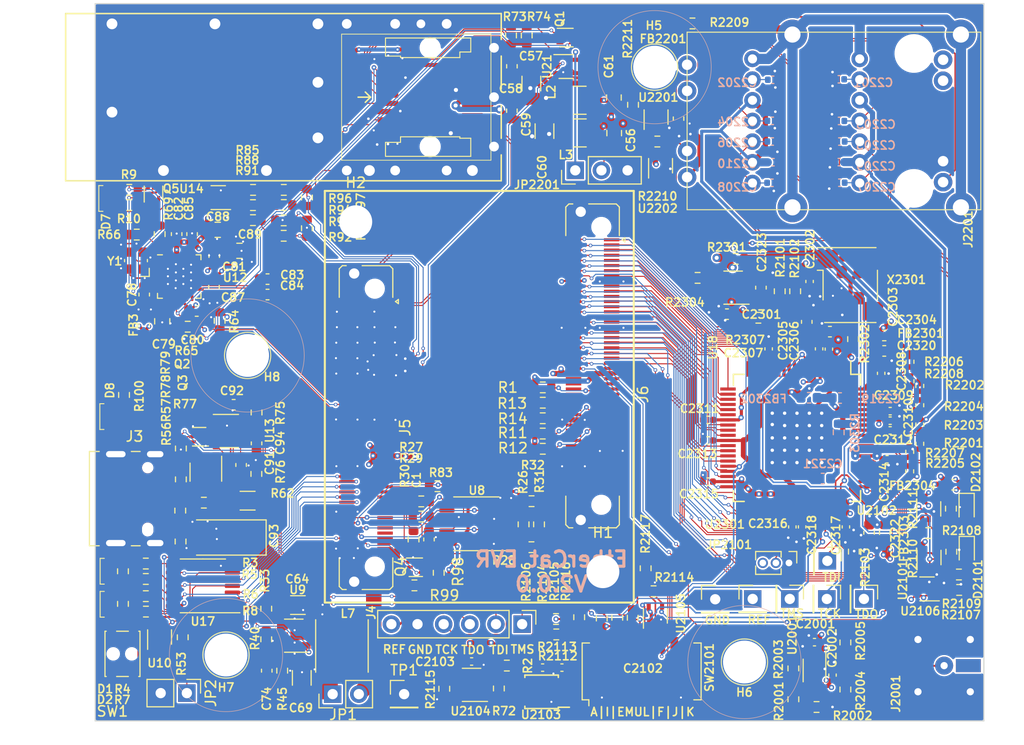
<source format=kicad_pcb>
(kicad_pcb (version 20221018) (generator pcbnew)
  (layers (0 "F.Cu" signal) (1 "In1.Cu" signal) (2 "In2.Cu" signal) (31 "B.Cu" signal) (34 "B.Paste" user) (35 "F.Paste" user) (36 "B.SilkS" user "B.Silkscreen") (37 "F.SilkS" user "F.Silkscreen") (38 "B.Mask" user) (39 "F.Mask" user) (44 "Edge.Cuts" user))
  (net 0 "")
  (net 1 "+3V3")
  (net 2 "+1V8")
  (net 3 "+5V")
  (net 4 "/VCCIO_0")
  (net 5 "Net-(U9-FB)")
  (net 6 "Net-(U13-CT)")
  (net 7 "Net-(U13-SENSE)")
  (net 8 "TDI")
  (net 9 "TMS")
  (net 10 "TCK")
  (net 11 "TDO")
  (net 12 "TDO_I")
  (net 13 "TMS_I")
  (net 14 "TCK_I")
  (net 15 "TDI_I")
  (net 16 "Net-(D1-BK)")
  (net 17 "Net-(D1-RK)")
  (net 18 "Net-(D1-GK)")
  (net 19 "Net-(D2-BK)")
  (net 20 "Net-(D2-RK)")
  (net 21 "Net-(J2201-Pad20)")
  (net 22 "Net-(D2-GK)")
  (net 23 "Net-(D7-BK)")
  (net 24 "Net-(D7-RK)")
  (net 25 "Net-(D7-GK)")
  (net 26 "Net-(R2106-Pad2)")
  (net 27 "Net-(R2107-Pad2)")
  (net 28 "Net-(R2109-Pad2)")
  (net 29 "Net-(R2110-Pad2)")
  (net 30 "Net-(R2111-Pad2)")
  (net 31 "Net-(R2209-Pad2)")
  (net 32 "Net-(R2210-Pad2)")
  (net 34 "Net-(D8-RK)")
  (net 37 "/lan9254/rj45_ports/P0_RXD_N")
  (net 38 "/lan9254/rj45_ports/P1_RXD_N")
  (net 39 "/lan9254/rj45_ports/P0_RXD_P")
  (net 40 "/lan9254/rj45_ports/P1_RXD_P")
  (net 41 "/lan9254/rj45_ports/P0_TXD_N")
  (net 42 "/lan9254/rj45_ports/P1_TXD_N")
  (net 43 "/lan9254/rj45_ports/P0_TXD_P")
  (net 44 "/lan9254/rj45_ports/P1_TXD_P")
  (net 45 "/lan9254/VDD33TXRX1")
  (net 46 "/lan9254/VDD33TXRX2")
  (net 47 "/lan9254/VDDCR")
  (net 48 "/lan9254/VDD12TX12")
  (net 49 "/lan9254/VDD33BIAS")
  (net 50 "/lan9254/TESTMODE")
  (net 51 "/lan9254/XTAL_MODE")
  (net 52 "/lan9254/LINKACT1")
  (net 53 "/lan9254/EESCL")
  (net 54 "/lan9254/EESDA")
  (net 55 "/lan9254/LINKACT0")
  (net 56 "/lan9254/ERRLED")
  (net 57 "/lan9254/RUNLED")
  (net 58 "Net-(D8-GK)")
  (net 59 "Net-(D2101-A)")
  (net 60 "Net-(D2102-A)")
  (net 61 "Net-(J2201-Pad15)")
  (net 62 "GND")
  (net 65 "VBUS")
  (net 66 "Net-(J3-CC1)")
  (net 67 "/power/PWR_EN")
  (net 69 "Net-(J3-CC2)")
  (net 71 "Net-(J4-Pin_1)")
  (net 72 "Net-(J4-Pin_2)")
  (net 73 "Net-(J4-Pin_3)")
  (net 74 "Net-(J4-Pin_4)")
  (net 75 "Net-(J19-TX_FAULT)")
  (net 76 "Net-(J19-MOD_DEF0{slash}PRESENTb)")
  (net 77 "Net-(J19-LOS)")
  (net 78 "Net-(J2001-In)")
  (net 79 "Net-(JP2201-C)")
  (net 80 "Net-(U9-SW)")
  (net 81 "Net-(Q2A-D)")
  (net 82 "Net-(Q3-D-Pad1)")
  (net 83 "Net-(Q4B-D)")
  (net 84 "Net-(Q4A-D)")
  (net 85 "Net-(Q5B-D)")
  (net 86 "Net-(Q5A-D)")
  (net 87 "MGT_RX3_P")
  (net 88 "MGT_CLK0_P")
  (net 89 "MGT_RX3_N")
  (net 90 "MGT_CLK0_N")
  (net 91 "MGT_RX2_P")
  (net 92 "MGT_TX3_P")
  (net 93 "MGT_RX2_N")
  (net 94 "MGT_TX3_N")
  (net 95 "MGT_RX1_P")
  (net 96 "MGT_TX2_P")
  (net 97 "MGT_RX1_N")
  (net 98 "MGT_TX2_N")
  (net 99 "MGT_RX0_P")
  (net 100 "MGT_TX1_P")
  (net 101 "MGT_RX0_N")
  (net 102 "MGT_TX1_N")
  (net 103 "MGT_TX0_P")
  (net 104 "MGT_TX0_N")
  (net 105 "IO_L2P_34")
  (net 106 "IO_L6P_34")
  (net 107 "IO_L2N_34")
  (net 108 "IO_L6N_34")
  (net 109 "IO_L1P_34")
  (net 110 "IO_L7P_34")
  (net 111 "IO_L1N_34")
  (net 112 "IO_L7N_34")
  (net 113 "IO_L4P_34")
  (net 114 "IO_L3P_34")
  (net 115 "IO_L4N_34")
  (net 116 "IO_L3N_34")
  (net 117 "IO_L5P_34")
  (net 118 "IO_L9P_34")
  (net 119 "IO_L5N_34")
  (net 120 "IO_L9N_34")
  (net 121 "IO_L10P_34")
  (net 122 "IO_L8P_34")
  (net 123 "IO_L10N_34")
  (net 124 "IO_L8N_34")
  (net 125 "IO_L11N_34")
  (net 126 "IO_L13P_34")
  (net 127 "IO_L11P_34")
  (net 128 "IO_L13N_34")
  (net 129 "IO_L12N_34")
  (net 130 "IO_L14P_34")
  (net 131 "IO_L12P_34")
  (net 132 "IO_L14N_34")
  (net 133 "IO_L15N_34")
  (net 134 "IO_L17N_34")
  (net 135 "IO_L15P_34")
  (net 136 "IO_L17P_34")
  (net 137 "IO_L21P_34")
  (net 138 "IO_L16N_34")
  (net 139 "IO_L21N_34")
  (net 140 "IO_L16P_34")
  (net 141 "IO_L19N_34")
  (net 142 "IO_L18P_34")
  (net 143 "IO_L19P_34")
  (net 144 "IO_L18N_34")
  (net 145 "IO_L22N_34")
  (net 146 "IO_L20N_34")
  (net 147 "IO_L22P_34")
  (net 148 "IO_L20P_34")
  (net 149 "IO_L23N_34")
  (net 150 "IO_L24N_34")
  (net 151 "IO_L23P_34")
  (net 152 "IO_L24P_34")
  (net 154 "IO_L24N_14")
  (net 155 "IO_L24P_14")
  (net 156 "IO_L23N_14")
  (net 157 "IO_L23P_14")
  (net 158 "IO_L21P_14")
  (net 159 "Net-(J5-Pad94)")
  (net 160 "IO_L21N_14")
  (net 161 "IO_L7N_15")
  (net 162 "IO_L3P_15")
  (net 163 "IO_L7P_15")
  (net 164 "IO_L3N_15")
  (net 165 "IO_L8P_15")
  (net 166 "IO_L5P_15")
  (net 167 "IO_L8N_15")
  (net 168 "IO_L5N_15")
  (net 169 "IO_L10P_15")
  (net 170 "IO_L4N_15")
  (net 171 "Net-(U12-OUT0_SEL_I2CB)")
  (net 172 "IO_L10N_15")
  (net 173 "IO_L4P_15")
  (net 174 "IO_L9P_15")
  (net 175 "IO_L1N_15")
  (net 176 "IO_L9N_15")
  (net 177 "IO_L1P_15")
  (net 178 "IO_L15N_15")
  (net 179 "IO_L2N_15")
  (net 180 "Net-(U2001-1A)")
  (net 181 "Net-(U2001-1B)")
  (net 182 "IO_L15P_15")
  (net 183 "IO_L2P_15")
  (net 184 "Net-(R2304-Pad1)")
  (net 185 "/mgt_refclk/CLK_OUT_P")
  (net 186 "/mgt_refclk/CLK_OUT_N")
  (net 187 "SCL1_3V3")
  (net 188 "SDA1_3V3")
  (net 189 "/SFP Connector/TX_DISABLE")
  (net 190 "IO_L16N_15")
  (net 191 "IO_L6P_15")
  (net 192 "IO_L16P_15")
  (net 193 "IO_L6N_15")
  (net 194 "IO_L18N_15")
  (net 195 "IO_L11P_15")
  (net 196 "IO_L18P_15")
  (net 197 "IO_L11N_15")
  (net 198 "IO_L17N_15")
  (net 199 "IO_L12P_15")
  (net 200 "IO_L17P_15")
  (net 201 "IO_L12N_15")
  (net 202 "IO_L24N_15")
  (net 203 "IO_L13N_15")
  (net 204 "IO_L24P_15")
  (net 205 "IO_L13P_15")
  (net 206 "IO_L19N_15")
  (net 207 "IO_L14N_15")
  (net 208 "Net-(U2301-RBIAS)")
  (net 209 "Net-(R3-Pad1)")
  (net 210 "Net-(R4-Pad1)")
  (net 211 "Net-(R5-Pad1)")
  (net 212 "Net-(R6-Pad1)")
  (net 213 "Net-(R7-Pad1)")
  (net 214 "Net-(R8-Pad1)")
  (net 215 "IO_L19P_15")
  (net 216 "Net-(R2114-Pad2)")
  (net 219 "IO_L14P_15")
  (net 220 "Net-(U12-XOUT)")
  (net 221 "Net-(U12-XIN{slash}REF)")
  (net 225 "IO_L21N_15")
  (net 227 "/CFG_DONE")
  (net 228 "Net-(R100-Pad2)")
  (net 233 "Net-(U2301-OSCI)")
  (net 236 "IO_L22N_15")
  (net 237 "IO_L21P_15")
  (net 238 "IO_L22P_15")
  (net 239 "IO_L23P_15")
  (net 240 "IO_L20N_15")
  (net 241 "IO_L23N_15")
  (net 242 "IO_L20P_15")
  (net 243 "IO_L4P_14")
  (net 244 "IO_L5P_14")
  (net 245 "IO_L4N_14")
  (net 246 "IO_L5N_14")
  (net 247 "IO_L7N_14")
  (net 248 "IO_L8P_14")
  (net 249 "IO_L7P_14")
  (net 250 "IO_L8N_14")
  (net 251 "IO_L15P_14")
  (net 252 "IO_L9P_14")
  (net 253 "IO_L15N_14")
  (net 254 "IO_L9N_14")
  (net 255 "IO_L11N_14")
  (net 256 "IO_L10P_14")
  (net 257 "IO_L11P_14")
  (net 258 "IO_L10N_14")
  (net 259 "IO_L14N_14")
  (net 260 "IO_L16P_14")
  (net 261 "IO_L14P_14")
  (net 262 "IO_L16N_14")
  (net 263 "IO_L12P_14")
  (net 264 "IO_L12N_14")
  (net 265 "IO_L18N_14")
  (net 266 "IO_L13N_14")
  (net 267 "IO_L18P_14")
  (net 268 "IO_L13P_14")
  (net 269 "IO_L17N_14")
  (net 270 "IO_L17P_14")
  (net 271 "IO_L19P_14")
  (net 272 "IO_L20P_14")
  (net 273 "IO_L19N_14")
  (net 274 "IO_L20N_14")
  (net 275 "IO_L22N_14")
  (net 276 "IO_L25_14")
  (net 277 "IO_L22P_14")
  (net 278 "IO_L0_14")
  (net 280 "Net-(J6-Pad73)")
  (net 281 "Net-(J6-Pad71)")
  (net 282 "Net-(J6-Pad70)")
  (net 283 "Net-(J6-Pad69)")
  (net 284 "Net-(J6-Pad68)")
  (net 286 "Net-(JP1-A)")
  (net 287 "Net-(Q2B-D)")
  (net 288 "Net-(JP2-A)")
  (net 294 "Net-(J19-VccT)")
  (net 295 "Net-(J19-VccR)")
  (net 296 "Net-(U12-VDDA)")
  (net 297 "Net-(U2103-EN)")
  (net 298 "Net-(X2301-Tri-State)")
  (net 299 "Net-(J2201A-GND)")
  (footprint "conn-sfp:sfp-cage-msa" (layer "F.Cu") (at 146.23 38.89 -90)
    (fp_text reference "J20" hide)
    (fp_text value "SFP_CAGE" hide)
  )
  (footprint "conn-sfp:TE_1367073-1" (layer "F.Cu") (at 146.23 38.89 -90)
    (fp_text reference "J19" hide)
    (fp_text value "SFP" hide)
  )
  (footprint "Capacitor_SMD:C_0603_1608Metric" (layer "F.Cu") (at 154.166 40.206 90)
    (fp_text reference "C59")
    (fp_text value "10nF_603")
  )
  (footprint "Capacitor_SMD:C_0805_2012Metric" (layer "F.Cu") (at 164.1 42.3825 -90)
    (fp_text reference "C56")
    (fp_text value "1uF_805")
  )
  (footprint "Capacitor_SMD:C_0603_1608Metric" (layer "F.Cu") (at 154.166 35.888 90)
    (fp_text reference "C58")
    (fp_text value "10nF_603")
  )
  (footprint "Capacitor_SMD:C_1206_3216Metric" (layer "F.Cu") (at 156.055 37.565 -90)
    (fp_text reference "C57")
    (fp_text value "10u")
  )
  (footprint "Inductor_SMD:L_1210_3225Metric" (layer "F.Cu") (at 160.78 42.365)
    (fp_text reference "L3")
    (fp_text value "1uH")
  )
  (footprint "Capacitor_SMD:C_0805_2012Metric" (layer "F.Cu") (at 164.072 38.925 90)
    (fp_text reference "C61")
    (fp_text value "1uF_805")
  )
  (footprint "Inductor_SMD:L_1210_3225Metric" (layer "F.Cu") (at 160.77 39.19)
    (fp_text reference "L2")
    (fp_text value "1uH")
  )
  (footprint "Capacitor_SMD:C_0603_1608Metric" (layer "F.Cu") (at 175.05 59.975 180)
    (fp_text reference "C2301")
    (fp_text value "1u_loESR")
  )
  (footprint "Capacitor_SMD:C_0603_1608Metric" (layer "F.Cu") (at 182.8 60.725 90)
    (fp_text reference "C2303")
    (fp_text value "1u_loESR")
  )
  (footprint "Capacitor_SMD:C_0603_1608Metric" (layer "F.Cu") (at 185.05 61.675 180)
    (fp_text reference "C2304")
    (fp_text value "1u_loESR")
  )
  (footprint "Capacitor_SMD:C_0402_1005Metric" (layer "F.Cu") (at 179.1 63.35 90)
    (fp_text reference "C2307")
    (fp_text value "100n")
  )
  (footprint "Capacitor_SMD:C_0603_1608Metric" (layer "F.Cu") (at 190.325 63.55)
    (fp_text reference "C2320")
    (fp_text value "1u")
  )
  (footprint "Capacitor_SMD:C_0402_1005Metric" (layer "F.Cu") (at 190.025 65.725 -90)
    (fp_text reference "C2308")
    (fp_text value "100n")
  )
  (footprint "Capacitor_SMD:C_0402_1005Metric" (layer "F.Cu") (at 173.2 70.25 180)
    (fp_text reference "C2311")
    (fp_text value "100n")
  )
  (footprint "Capacitor_SMD:C_0402_1005Metric" (layer "F.Cu") (at 190.9 69.4 180)
    (fp_text reference "C2309")
    (fp_text value "100n")
  )
  (footprint "Capacitor_SMD:C_0603_1608Metric" (layer "F.Cu") (at 188.85 81.225 -90)
    (fp_text reference "C2322")
    (fp_text value "1u")
  )
  (footprint "Capacitor_SMD:C_0402_1005Metric" (layer "F.Cu") (at 173.2 72.25 180)
    (fp_text reference "C2313")
    (fp_text value "100n")
  )
  (footprint "Capacitor_SMD:C_0402_1005Metric" (layer "F.Cu") (at 173.2 76.25 180)
    (fp_text reference "C2315")
    (fp_text value "100n")
  )
  (footprint "Capacitor_SMD:C_0402_1005Metric" (layer "F.Cu") (at 190.9 71.275 180)
    (fp_text reference "C2312")
    (fp_text value "100n")
  )
  (footprint "Capacitor_SMD:C_0402_1005Metric" (layer "F.Cu") (at 186.6 80.65 -90)
    (fp_text reference "C2317")
    (fp_text value "100n")
  )
  (footprint "Capacitor_SMD:C_0402_1005Metric" (layer "F.Cu") (at 181.4 80.65 -90)
    (fp_text reference "C2316")
    (fp_text value "100n")
  )
  (footprint "Capacitor_SMD:C_0402_1005Metric" (layer "F.Cu") (at 182.35 80.65 -90)
    (fp_text reference "C2318")
    (fp_text value "100n")
  )
  (footprint "LED_SMD:LED_0603_1608Metric" (layer "F.Cu") (at 198.34 83.06 -90)
    (fp_text reference "D2101")
    (fp_text value "LED")
  )
  (footprint "LED_SMD:LED_0603_1608Metric" (layer "F.Cu") (at 198.325 78.875 -90)
    (fp_text reference "D2102")
    (fp_text value "LED")
  )
  (footprint "Inductor_SMD:L_0603_1608Metric" (layer "F.Cu") (at 190.375 81.225 90)
    (fp_text reference "FB2303")
    (fp_text value "FB_250")
  )
  (footprint "Resistor_SMD:R_0603_1608Metric" (layer "F.Cu") (at 175.9 54.6)
    (fp_text reference "R2301")
    (fp_text value "0")
  )
  (footprint "Resistor_SMD:R_0603_1608Metric" (layer "F.Cu") (at 187.3 62.4 90)
    (fp_text reference "R2302")
    (fp_text value "0")
  )
  (footprint "Resistor_SMD:R_0402_1005Metric" (layer "F.Cu") (at 193.775 66.95 -90)
    (fp_text reference "R2202")
    (fp_text value "50")
  )
  (footprint "Resistor_SMD:R_0402_1005Metric" (layer "F.Cu") (at 193.775 68.825 90)
    (fp_text reference "R2204")
    (fp_text value "50")
  )
  (footprint "Resistor_SMD:R_0402_1005Metric" (layer "F.Cu") (at 192.8 75.25 90)
    (fp_text reference "R2205")
    (fp_text value "50")
  )
  (footprint "Resistor_SMD:R_0402_1005Metric" (layer "F.Cu") (at 192.825 64.6 -90)
    (fp_text reference "R2206")
    (fp_text value "50")
  )
  (footprint "Resistor_SMD:R_0402_1005Metric" (layer "F.Cu") (at 192.8 73.35 -90)
    (fp_text reference "R2207")
    (fp_text value "50")
  )
  (footprint "Resistor_SMD:R_0402_1005Metric" (layer "F.Cu") (at 192.825 66.5 90)
    (fp_text reference "R2208")
    (fp_text value "50")
  )
  (footprint "Resistor_SMD:R_0603_1608Metric" (layer "F.Cu") (at 180.175 57.75 90)
    (fp_text reference "R2101")
    (fp_text value "1k")
  )
  (footprint "Resistor_SMD:R_0603_1608Metric" (layer "F.Cu") (at 181.675 57.75 90)
    (fp_text reference "R2102")
    (fp_text value "1k")
  )
  (footprint "Resistor_SMD:R_0603_1608Metric" (layer "F.Cu") (at 187.375 83.05 90)
    (fp_text reference "R2103")
    (fp_text value "1k")
  )
  (footprint "Resistor_SMD:R_0603_1608Metric" (layer "F.Cu") (at 164.4 89.475 90)
    (fp_text reference "R2105")
    (fp_text value "3k3")
  )
  (footprint "Resistor_SMD:R_0603_1608Metric" (layer "F.Cu") (at 160.7 89.425 -90)
    (fp_text reference "R2106")
    (fp_text value "1k")
  )
  (footprint "Resistor_SMD:R_0603_1608Metric" (layer "F.Cu") (at 197.575 85.275)
    (fp_text reference "R2109")
    (fp_text value "5k1")
  )
  (footprint "Resistor_SMD:R_0603_1608Metric" (layer "F.Cu") (at 196.84 83.06 90)
    (fp_text reference "R2110")
    (fp_text value "1k5")
  )
  (footprint "Resistor_SMD:R_0603_1608Metric" (layer "F.Cu") (at 158.475 91.1 180)
    (fp_text reference "R2112")
    (fp_text value "100k")
  )
  (footprint "Button_Switch_SMD:SW_DIP_SPSTx08_Slide_Copal_CHS-08A_W5.08mm_P1.27mm_JPin" (layer "F.Cu") (at 166.765 94.69 90)
    (fp_text reference "SW2101")
    (fp_text value "SW_DIP_x08")
  )
  (footprint "Package_SO:TSSOP-8_3x3mm_P0.65mm" (layer "F.Cu") (at 157.05 96.675 180)
    (fp_text reference "U2103")
    (fp_text value "PCA9306")
  )
  (footprint "Capacitor_SMD:C_0402_1005Metric" (layer "F.Cu") (at 190.9 70.325 180)
    (fp_text reference "C2310")
    (fp_text value "100n")
  )
  (footprint "Package_TO_SOT_SMD:SOT-23-5" (layer "F.Cu") (at 150.25 96 180)
    (fp_text reference "U2104")
    (fp_text value "24FC16T")
  )
  (footprint "Resistor_SMD:R_0402_1005Metric" (layer "F.Cu") (at 193.775 70.7 -90)
    (fp_text reference "R2203")
    (fp_text value "50")
  )
  (footprint "Capacitor_SMD:C_0402_1005Metric" (layer "F.Cu") (at 190.6 74.075 180)
    (fp_text reference "C2314")
    (fp_text value "100n")
  )
  (footprint "Inductor_SMD:L_0603_1608Metric" (layer "F.Cu") (at 170.35 40.975 -90)
    (fp_text reference "FB2201")
    (fp_text value "FB_250")
  )
  (footprint "proj_footprints:BEL_0845-2G1T-H5" (layer "F.Cu") (at 193.2 41.2 90)
    (fp_text reference "J2201")
    (fp_text value "BEL_0845_2G1T_H5")
  )
  (footprint "Resistor_SMD:R_0603_1608Metric" (layer "F.Cu") (at 171.7 31.725 180)
    (fp_text reference "R2209")
    (fp_text value "178")
  )
  (footprint "Resistor_SMD:R_0603_1608Metric" (layer "F.Cu") (at 168.29 43.2 180)
    (fp_text reference "R2210")
    (fp_text value "178")
  )
  (footprint "Package_TO_SOT_SMD:SOT-353_SC-70-5" (layer "F.Cu") (at 168.6 45.55 90)
    (fp_text reference "U2202")
    (fp_text value "74LVC1G06")
  )
  (footprint "Capacitor_SMD:C_0402_1005Metric" (layer "F.Cu") (at 184 63.35 90)
    (fp_text reference "C2305")
    (fp_text value "470p")
  )
  (footprint "Capacitor_SMD:C_0402_1005Metric" (layer "F.Cu") (at 184.95 63.375 90)
    (fp_text reference "C2306")
    (fp_text value "100n")
  )
  (footprint "Inductor_SMD:L_0603_1608Metric" (layer "F.Cu") (at 197.05 76.55 180)
    (fp_text reference "FB2304")
    (fp_text value "FB_250")
  )
  (footprint "Resistor_SMD:R_0402_1005Metric" (layer "F.Cu") (at 193.775 72.575 90)
    (fp_text reference "R2201")
    (fp_text value "50")
  )
  (footprint "Connector_PinHeader_2.54mm:PinHeader_1x01_P2.54mm_Vertical" (layer "F.Cu") (at 184.8 83.95 -90)
    (fp_text reference "TP2302" hide)
    (fp_text value "TDI")
  )
  (footprint "Connector_PinHeader_2.54mm:PinHeader_1x01_P2.54mm_Vertical" (layer "F.Cu") (at 184.75 87.65 -90)
    (fp_text reference "TP2303" hide)
    (fp_text value "TCK")
  )
  (footprint "Connector_PinHeader_1.27mm:PinHeader_1x03_P1.27mm_Vertical" (layer "F.Cu") (at 181.07 84.15 -90)
    (fp_text reference "JP2101")
    (fp_text value "Jumper_3_Bridged12")
  )
  (footprint "proj_footprints:TQFP-80_12x12mm_P0.5mm_EP6x6mm" (layer "F.Cu") (at 181.85 72 -90)
    (fp_text reference "U2301")
    (fp_text value "lan9254")
  )
  (footprint "Resistor_SMD:R_0603_1608Metric" (layer "F.Cu") (at 181.5 97.4 90)
    (fp_text reference "R2001")
    (fp_text value "100k")
  )
  (footprint "Resistor_SMD:R_0603_1608Metric" (layer "F.Cu") (at 181.5 94.4 90)
    (fp_text reference "R2003")
    (fp_text value "100")
  )
  (footprint "Resistor_SMD:R_0603_1608Metric" (layer "F.Cu") (at 186.55 96.45 90)
    (fp_text reference "R2004")
    (fp_text value "0")
  )
  (footprint "Resistor_SMD:R_0603_1608Metric" (layer "F.Cu") (at 186.55 91.875 90)
    (fp_text reference "R2005")
    (fp_text value "100k")
  )
  (footprint "Resistor_SMD:R_0603_1608Metric" (layer "F.Cu") (at 183.75 98.15)
    (fp_text reference "R2002")
    (fp_text value "3k3")
  )
  (footprint "Package_SO:VSSOP-8_2.3x2mm_P0.5mm" (layer "F.Cu") (at 183.55 94.6 -90)
    (fp_text reference "U2001")
    (fp_text value "74LVC2T45DC")
  )
  (footprint "Capacitor_SMD:C_0402_1005Metric" (layer "F.Cu") (at 183.55 91.85 180)
    (fp_text reference "C2001")
    (fp_text value "100n")
  )
  (footprint "Capacitor_SMD:C_0402_1005Metric" (layer "F.Cu") (at 185.3 95.05 90)
    (fp_text reference "C2002")
    (fp_text value "100n")
  )
  (footprint "proj_footprints:foot_ff-13" (layer "F.Cu") (at 168.025 35.975)
    (fp_text reference "H5")
    (fp_text value "Foot")
  )
  (footprint "proj_footprints:foot_ff-13" (layer "F.Cu") (at 128.5 63.99)
    (fp_text reference "H8")
    (fp_text value "Foot")
  )
  (footprint "Capacitor_SMD:C_0402_1005Metric" (layer "F.Cu") (at 157.15 94.321534)
    (fp_text reference "C2101" hide)
    (fp_text value "100n")
  )
  (footprint "Capacitor_SMD:C_0402_1005Metric" (layer "F.Cu") (at 159.025 94.321534 180)
    (fp_text reference "C2102")
    (fp_text value "100p")
  )
  (footprint "Capacitor_SMD:C_0402_1005Metric" (layer "F.Cu") (at 150.255 93.725)
    (fp_text reference "C2103")
    (fp_text value "100n")
  )
  (footprint "Resistor_SMD:R_0603_1608Metric" (layer "F.Cu") (at 158.45 89.6 180)
    (fp_text reference "R2113")
    (fp_text value "100k")
  )
  (footprint "Connector_PinHeader_2.54mm:PinHeader_1x03_P2.54mm_Vertical" (layer "F.Cu") (at 160.32 46 90)
    (fp_text reference "JP2201")
    (fp_text value "100FDb")
  )
  (footprint "Resistor_SMD:R_0603_1608Metric" (layer "F.Cu") (at 197.6 86.775 180)
    (fp_text reference "R2107")
    (fp_text value "100k")
  )
  (footprint "Resistor_SMD:R_0603_1608Metric" (layer "F.Cu") (at 165.93 39.63 90)
    (fp_text reference "R2211")
    (fp_text value "10k")
  )
  (footprint "Package_TO_SOT_SMD:SOT-353_SC-70-5" (layer "F.Cu") (at 194.675 83.625 90)
    (fp_text reference "U2101")
    (fp_text value "74AHC1T86")
  )
  (footprint "Package_TO_SOT_SMD:SOT-353_SC-70-5" (layer "F.Cu") (at 194.65 78.9 90)
    (fp_text reference "U2102")
    (fp_text value "74AHC1T86")
  )
  (footprint "Package_TO_SOT_SMD:SOT-353_SC-70-5" (layer "F.Cu") (at 194.475 86.675 180)
    (fp_text reference "U2106")
    (fp_text value "74AHC1T86")
  )
  (footprint "Package_TO_SOT_SMD:SOT-353_SC-70-5" (layer "F.Cu") (at 168.165 40.825 90)
    (fp_text reference "U2201")
    (fp_text value "74AHC1T86")
  )
  (footprint "Resistor_SMD:R_0603_1608Metric" (layer "F.Cu") (at 194.6 81.25 180)
    (fp_text reference "R2108")
    (fp_text value "10k")
  )
  (footprint "Resistor_SMD:R_0603_1608Metric" (layer "F.Cu") (at 196.8 78.875 90)
    (fp_text reference "R2111")
    (fp_text value "3k3")
  )
  (footprint "Capacitor_SMD:C_1206_3216Metric" (layer "F.Cu") (at 133.385 88.245)
    (fp_text reference "C64")
    (fp_text value "10u")
  )
  (footprint "Capacitor_SMD:C_1206_3216Metric" (layer "F.Cu") (at 133.76 95.32 90)
    (fp_text reference "C69")
    (fp_text value "10u")
  )
  (footprint "Capacitor_SMD:C_0603_1608Metric" (layer "F.Cu") (at 130.36 94.62 90)
    (fp_text reference "C74")
    (fp_text value "130p")
  )
  (footprint "Connector_USB:USB_C_Receptacle_JAE_DX07S016JA1R1500" (layer "F.Cu") (at 116.85 77.9 -90)
    (fp_text reference "J3")
    (fp_text value "USB_C_Receptacle_USB2.0")
  )
  (footprint "Inductor_SMD:L_Taiyo-Yuden_NR-50xx" (layer "F.Cu") (at 137.66 92.22 -90)
    (fp_text reference "L7")
    (fp_text value "2u2")
  )
  (footprint "Resistor_SMD:R_0603_1608Metric" (layer "F.Cu") (at 130.31 88.595 90)
    (fp_text reference "R33")
    (fp_text value "100k")
  )
  (footprint "Resistor_SMD:R_0603_1608Metric" (layer "F.Cu") (at 130.31 91.57 90)
    (fp_text reference "R40")
    (fp_text value "10k")
  )
  (footprint "Resistor_SMD:R_0603_1608Metric" (layer "F.Cu") (at 131.86 94.62 90)
    (fp_text reference "R45")
    (fp_text value "45k3")
  )
  (footprint "Resistor_SMD:R_0603_1608Metric" (layer "F.Cu") (at 122.2 91.375 -90)
    (fp_text reference "R53")
    (fp_text value "100k")
  )
  (footprint "Resistor_SMD:R_0603_1608Metric" (layer "F.Cu") (at 121.99 82.067201 -90)
    (fp_text reference "R56")
    (fp_text value "5k1")
  )
  (footprint "Resistor_SMD:R_0603_1608Metric" (layer "F.Cu") (at 121.96 79.065 -90)
    (fp_text reference "R57")
    (fp_text value "5k1")
  )
  (footprint "Resistor_SMD:R_1206_3216Metric" (layer "F.Cu") (at 128.5 78.1 180)
    (fp_text reference "R62")
    (fp_text value "0.01")
  )
  (footprint "Package_TO_SOT_SMD:SOT-23-6" (layer "F.Cu") (at 132.985 91.22 180)
    (fp_text reference "U9")
    (fp_text value "TLV62569ADDC")
  )
  (footprint "Capacitor_SMD:C_0603_1608Metric" (layer "F.Cu") (at 118.46 58.07 90)
    (fp_text reference "C78")
    (fp_text value "100n")
  )
  (footprint "Capacitor_SMD:C_0805_2012Metric" (layer "F.Cu") (at 120.21 60.67 -90)
    (fp_text reference "C79")
    (fp_text value "1u")
  )
  (footprint "Capacitor_SMD:C_0603_1608Metric" (layer "F.Cu") (at 123.56 59.67 180)
    (fp_text reference "C80")
    (fp_text value "100n")
  )
  (footprint "Capacitor_SMD:C_0603_1608Metric" (layer "F.Cu") (at 125.26 54.32 -90)
    (fp_text reference "C81")
    (fp_text value "100n")
  )
  (footprint "Capacitor_SMD:C_0603_1608Metric" (layer "F.Cu") (at 121.61 52.195 -90)
    (fp_text reference "C82")
    (fp_text value "100n")
  )
  (footprint "Capacitor_SMD:C_0603_1608Metric" (layer "F.Cu") (at 123.11 52.195 -90)
    (fp_text reference "C85")
    (fp_text value "100n")
  )
  (footprint "Capacitor_SMD:C_0603_1608Metric" (layer "F.Cu") (at 125.235 57.32 90)
    (fp_text reference "C87")
    (fp_text value "100n")
  )
  (footprint "Capacitor_SMD:C_0805_2012Metric" (layer "F.Cu") (at 125.6 51.78)
    (fp_text reference "C88")
    (fp_text value "1u")
  )
  (footprint "Capacitor_SMD:C_0805_2012Metric" (layer "F.Cu") (at 127.71 53.82)
    (fp_text reference "C89")
    (fp_text value "1u")
  )
  (footprint "Inductor_SMD:L_0603_1608Metric" (layer "F.Cu") (at 118.46 61.07 90)
    (fp_text reference "FB3")
    (fp_text value "Ferrite_Bead")
  )
  (footprint "Resistor_SMD:R_0603_1608Metric" (layer "F.Cu") (at 125.785 60.62 90)
    (fp_text reference "R64")
    (fp_text value "3k3")
  )
  (footprint "Resistor_SMD:R_0603_1608Metric" (layer "F.Cu") (at 122.685 61.195)
    (fp_text reference "R65")
    (fp_text value "3k3")
  )
  (footprint "Resistor_SMD:R_0603_1608Metric" (layer "F.Cu") (at 117.735 52.245)
    (fp_text reference "R66")
    (fp_text value "1k5")
  )
  (footprint "Resistor_SMD:R_0603_1608Metric" (layer "F.Cu") (at 119.96 52.195 -90)
    (fp_text reference "R69")
    (fp_text value "33")
  )
  (footprint "Package_DFN_QFN:QFN-24-1EP_4x4mm_P0.5mm_EP2.8x2.8mm" (layer "F.Cu") (at 121.86 56.32)
    (fp_text reference "U12")
    (fp_text value "5P49V6965")
  )
  (footprint "Crystal:Crystal_SMD_Abracon_ABM10-4Pin_2.5x2.0mm" (layer "F.Cu") (at 117.66 54.77 180)
    (fp_text reference "Y1")
    (fp_text value "25MHz")
  )
  (footprint "Capacitor_SMD:C_0603_1608Metric" (layer "F.Cu") (at 178.35 57.4 -90)
    (fp_text reference "C2323")
    (fp_text value "100n")
  )
  (footprint "Resistor_SMD:R_0603_1608Metric" (layer "F.Cu") (at 172.2 56.45 180)
    (fp_text reference "R2304")
    (fp_text value "50")
  )
  (footprint "Capacitor_SMD:C_0603_1608Metric" (layer "F.Cu") (at 130.435 58.07 180)
    (fp_text reference "C84")
    (fp_text value "100n")
  )
  (footprint "Capacitor_SMD:C_0603_1608Metric" (layer "F.Cu") (at 130.435 56.57 180)
    (fp_text reference "C83")
    (fp_text value "100n")
  )
  (footprint "Capacitor_SMD:C_0603_1608Metric" (layer "F.Cu") (at 127.87 74.63 -90)
    (fp_text reference "C91")
    (fp_text value "100n")
  )
  (footprint "Capacitor_SMD:C_0603_1608Metric" (layer "F.Cu") (at 127.145 68.78 180)
    (fp_text reference "C92")
    (fp_text value "100n")
  )
  (footprint "Capacitor_Tantalum_SMD:CP_EIA-6032-28_Kemet-C" (layer "F.Cu") (at 126.54 81.68 180)
    (fp_text reference "C93")
    (fp_text value "220u")
  )
  (footprint "Capacitor_SMD:C_0603_1608Metric" (layer "F.Cu") (at 129.37 72.53 -90)
    (fp_text reference "C94")
    (fp_text value "1n")
  )
  (footprint "proj_footprints:SOT-563-adjusted" (layer "F.Cu") (at 123.795 71.885 180)
    (fp_text reference "Q2")
    (fp_text value "SSM6N35AFE")
  )
  (footprint "Package_TO_SOT_SMD:TSOT-23-6" (layer "F.Cu") (at 124.47 75.33 -90)
    (fp_text reference "Q3")
    (fp_text value "Si3477")
  )
  (footprint "Resistor_SMD:R_0603_1608Metric" (layer "F.Cu") (at 129.37 69.53 90)
    (fp_text reference "R75")
    (fp_text value "45.3k")
  )
  (footprint "Resistor_SMD:R_0603_1608Metric" (layer "F.Cu") (at 129.35 75.5 -90)
    (fp_text reference "R76")
    (fp_text value "10k")
  )
  (footprint "Resistor_SMD:R_0603_1608Metric" (layer "F.Cu") (at 124.25 78.295 180)
    (fp_text reference "R77")
    (fp_text value "50")
  )
  (footprint "Resistor_SMD:R_0603_1608Metric" (layer "F.Cu") (at 122.02 76.03 90)
    (fp_text reference "R78")
    (fp_text value "100k")
  )
  (footprint "Resistor_SMD:R_0603_1608Metric" (layer "F.Cu") (at 122.02 73.03 -90)
    (fp_text reference "R79")
    (fp_text value "1k")
  )
  (footprint "Resistor_SMD:R_0603_1608Metric" (layer "F.Cu") (at 147.6 96.375 -90)
    (fp_text reference "R2115")
    (fp_text value "10k")
  )
  (footprint "Package_TO_SOT_SMD:SOT-23-6" (layer "F.Cu") (at 126.72 71.33)
    (fp_text reference "U13")
    (fp_text value "TPS3808DBV")
  )
  (footprint "Resistor_SMD:R_0603_1608Metric" (layer "F.Cu") (at 153.675 94.125)
    (fp_text reference "R2")
    (fp_text value "3k3")
  )
  (footprint "Resistor_SMD:R_0603_1608Metric" (layer "F.Cu") (at 152.9 96.35 90)
    (fp_text reference "R72")
    (fp_text value "3k3")
  )
  (footprint "Resistor_SMD:R_0603_1608Metric" (layer "F.Cu") (at 154.08 32.89 90)
    (fp_text reference "R73")
    (fp_text value "10k")
  )
  (footprint "Resistor_SMD:R_0603_1608Metric" (layer "F.Cu") (at 155.605 32.89 90)
    (fp_text reference "R74")
    (fp_text value "10k")
  )
  (footprint "proj_footprints:SOT-563-adjusted" (layer "F.Cu") (at 159.465 33.1)
    (fp_text reference "Q1")
    (fp_text value "SSM6N35AFE")
  )
  (footprint "Resistor_SMD:R_0603_1608Metric" (layer "F.Cu") (at 118.61499 84.21001 180)
    (fp_text reference "R3")
    (fp_text value "750")
  )
  (footprint "Resistor_SMD:R_0603_1608Metric" (layer "F.Cu") (at 118.61499 85.71001 180)
    (fp_text reference "R5")
    (fp_text value "230")
  )
  (footprint "Resistor_SMD:R_0603_1608Metric" (layer "F.Cu") (at 118.61499 87.38001 180)
    (fp_text reference "R6")
    (fp_text value "750")
  )
  (footprint "Resistor_SMD:R_0603_1608Metric" (layer "F.Cu") (at 116.39499 88.13001 90)
    (fp_text reference "R7")
    (fp_text value "2k")
  )
  (footprint "Resistor_SMD:R_0603_1608Metric" (layer "F.Cu") (at 118.62499 88.88001 180)
    (fp_text reference "R8")
    (fp_text value "230")
  )
  (footprint "Resistor_SMD:R_0603_1608Metric" (layer "F.Cu") (at 117.01 49.37)
    (fp_text reference "R10")
    (fp_text value "750")
  )
  (footprint "proj_footprints:SOT-563-adjusted" (layer "F.Cu") (at 119.361 48.182 90)
    (fp_text reference "Q5")
    (fp_text value "SSM6N35AFE")
  )
  (footprint "Connector_PinHeader_2.54mm:PinHeader_1x06_P2.54mm_Vertical" (layer "F.Cu") (at 155.16 90.1 -90)
    (fp_text reference "J4")
    (fp_text value "JTAG")
  )
  (footprint "Package_SO:TSSOP-14_4.4x5mm_P0.65mm" (layer "F.Cu") (at 150.715 80.345 180)
    (fp_text reference "U8")
    (fp_text value "74ALVC125")
  )
  (footprint "Resistor_SMD:R_0603_1608Metric" (layer "F.Cu") (at 155.3 80.4 -90)
    (fp_text reference "R26")
    (fp_text value "100k")
  )
  (footprint "Resistor_SMD:R_0603_1608Metric" (layer "F.Cu") (at 145.365 78.17)
    (fp_text reference "R27")
    (fp_text value "100k")
  )
  (footprint "Resistor_SMD:R_0603_1608Metric" (layer "F.Cu") (at 156.8 80.4 90)
    (fp_text reference "R31")
    (fp_text value "100")
  )
  (footprint "Resistor_SMD:R_0603_1608Metric" (layer "F.Cu") (at 156.065 82.62 180)
    (fp_text reference "R28")
    (fp_text value "100")
  )
  (footprint "Resistor_SMD:R_0603_1608Metric" (layer "F.Cu") (at 156.075 78.15)
    (fp_text reference "R32")
    (fp_text value "100k")
  )
  (footprint "Resistor_SMD:R_0603_1608Metric" (layer "F.Cu") (at 145.365 79.645)
    (fp_text reference "R29")
    (fp_text value "100")
  )
  (footprint "Capacitor_SMD:C_0603_1608Metric" (layer "F.Cu") (at 146.115 81.87 -90)
    (fp_text reference "C1")
    (fp_text value "100nF_603")
  )
  (footprint "Resistor_SMD:R_0603_1608Metric" (layer "F.Cu") (at 144.615 81.87 90)
    (fp_text reference "R30")
    (fp_text value "100")
  )
  (footprint "Package_SO:TSSOP-14_4.4x5mm_P0.65mm" (layer "F.Cu") (at 124.1575 86.38 180)
    (fp_text reference "U17")
    (fp_text value "74LVC06")
  )
  (footprint "Capacitor_SMD:C_1206_3216Metric" (layer "F.Cu") (at 157.33 42.19 -90)
    (fp_text reference "C60")
    (fp_text value "10u")
  )
  (footprint "Package_TO_SOT_SMD:SOT-23-5" (layer "F.Cu") (at 175.65 57.4 180)
    (fp_text reference "U18")
    (fp_text value "74LVC1T126")
  )
  (footprint "Package_TO_SOT_SMD:SOT-353_SC-70-5" (layer "F.Cu") (at 119.95 91.35 90)
    (fp_text reference "U10")
    (fp_text value "74LVC1G06")
  )
  (footprint "Package_TO_SOT_SMD:SOT-353_SC-70-5" (layer "F.Cu") (at 125.65 48.65 180)
    (fp_text reference "U14")
    (fp_text value "74LVC1G06")
  )
  (footprint "Resistor_SMD:R_0603_1608Metric" (layer "F.Cu") (at 146.94 76.695)
    (fp_text reference "R83")
    (fp_text value "100k")
  )
  (footprint "Package_TO_SOT_SMD:SOT-353_SC-70-5" (layer "F.Cu") (at 168.1 89.3 90)
    (fp_text reference "U2105")
    (fp_text value "74AHC1T86")
  )
  (footprint "Resistor_SMD:R_0603_1608Metric" (layer "F.Cu") (at 167.925 86.9 180)
    (fp_text reference "R2114")
    (fp_text value "100k")
  )
  (footprint "Package_TO_SOT_SMD:SOT-353_SC-70-5" (layer "F.Cu") (at 159.44 35.91)
    (fp_text reference "U21")
    (fp_text value "74LVC1G06")
  )
  (footprint "Resistor_SMD:R_0603_1608Metric" (layer "F.Cu") (at 165.9 89.475 -90)
    (fp_text reference "R2116")
    (fp_text value "0")
  )
  (footprint "Resistor_SMD:R_0603_1608Metric" (layer "F.Cu") (at 167.155 84.67 -90)
    (fp_text reference "R2117")
    (fp_text value "0")
  )
  (footprint "proj_footprints:LEMO+SMA" (layer "F.Cu") (at 196.14 94.13 90)
    (fp_text reference "J2001")
    (fp_text value "IO_CONN")
  )
  (footprint "Resistor_SMD:R_0603_1608Metric" (layer "F.Cu") (at 129.03 47.9 180)
    (fp_text reference "R85")
    (fp_text value "4k7")
  )
  (footprint "Resistor_SMD:R_0603_1608Metric" (layer "F.Cu") (at 129.02 49.38 180)
    (fp_text reference "R88")
    (fp_text value "4k7")
  )
  (footprint "Resistor_SMD:R_0603_1608Metric" (layer "F.Cu") (at 129.02 50.84 180)
    (fp_text reference "R91")
    (fp_text value "4k7")
  )
  (footprint "Resistor_SMD:R_0603_1608Metric" (layer "F.Cu") (at 132.005 52.36 180)
    (fp_text reference "R92")
    (fp_text value "47k")
  )
  (footprint "Resistor_SMD:R_0603_1608Metric" (layer "F.Cu") (at 134.26 51.625 -90)
    (fp_text reference "R93")
    (fp_text value "47k")
  )
  (footprint "Resistor_SMD:R_0603_1608Metric" (layer "F.Cu") (at 132.015 49.37 180)
    (fp_text reference "R94")
    (fp_text value "47k")
  )
  (footprint "Resistor_SMD:R_0603_1608Metric" (layer "F.Cu") (at 132.005 50.86)
    (fp_text reference "R95")
    (fp_text value "47k")
  )
  (footprint "Resistor_SMD:R_0603_1608Metric" (layer "F.Cu") (at 132.015 47.9 180)
    (fp_text reference "R96")
    (fp_text value "47k")
  )
  (footprint "Resistor_SMD:R_0603_1608Metric" (layer "F.Cu") (at 134.26 48.64 90)
    (fp_text reference "R97")
    (fp_text value "47k")
  )
  (footprint "proj_footprints:LED_RGB_2504_horiz_barg" (layer "F.Cu") (at 115.05 69.93 90)
    (fp_text reference "D8")
    (fp_text value "LED_BARG")
  )
  (footprint "Resistor_SMD:R_0603_1608Metric" (layer "F.Cu") (at 116.5 67.825 90)
    (fp_text reference "R100")
    (fp_text value "2k")
  )
  (footprint "proj_footprints:LED_RGB_2504_horiz_barg" (layer "F.Cu") (at 115.080402 84.957201 90)
    (fp_text reference "D1")
    (fp_text value "LED_BARG")
  )
  (footprint "proj_footprints:LED_RGB_2504_horiz_barg" (layer "F.Cu") (at 115.080402 88.167201 90)
    (fp_text reference "D2")
    (fp_text value "LED_BARG")
  )
  (footprint "Resistor_SMD:R_0603_1608Metric" (layer "F.Cu") (at 116.39499 84.96001 90)
    (fp_text reference "R4")
    (fp_text value "2k")
  )
  (footprint "proj_footprints:foot_ff-13" (layer "F.Cu") (at 176.75 93.78)
    (fp_text reference "H6")
    (fp_text value "Foot")
  )
  (footprint "proj_footprints:foot_ff-13" (layer "F.Cu") (at 126.4 93.1)
    (fp_text reference "H7")
    (fp_text value "Foot")
  )
  (footprint "proj_footprints:LED_RGB_2504_horiz_barg" (layer "F.Cu") (at 114.95 48.73 90)
    (fp_text reference "D7")
    (fp_text value "LED_BARG")
  )
  (footprint "Resistor_SMD:R_0603_1608Metric" (layer "F.Cu") (at 117.01 47.89)
    (fp_text reference "R9")
    (fp_text value "2k")
  )
  (footprint "Resistor_SMD:R_0603_1608Metric" (layer "F.Cu") (at 178.1 60.325 180)
    (fp_text reference "R2307")
    (fp_text value "10k")
  )
  (footprint "Capacitor_SMD:C_0402_1005Metric" (layer "F.Cu") (at 183.075 56.8 -90)
    (fp_text reference "C2302")
    (fp_text value "100n")
  )
  (footprint "proj_footprints:FNETH_and_ASE-4Pin_3.2x2.5mm" (layer "F.Cu") (at 187.025 57.15 -90)
    (fp_text reference "X2301")
    (fp_text value "FNETHE025")
  )
  (footprint "Inductor_SMD:L_0603_1608Metric" (layer "F.Cu") (at 190.325 62.05)
    (fp_text reference "FB2301")
    (fp_text value "FB_250")
  )
  (footprint "Resistor_SMD:R_0603_1608Metric" (layer "F.Cu") (at 162.89 89.545 90)
    (fp_text reference "R2104")
    (fp_text value "3k3")
  )
  (footprint "Connector_Samtec:Samtec_LSHM-150-xx.x-x-DV-S_2x50-1SH_P0.50mm_Vertical" (layer "F.Cu") (at 162 65 -90)
    (fp_text reference "J6")
    (fp_text value "LSHM-150-04_JB2")
  )
  (footprint "MountingHole:MountingHole_3.2mm_M3_DIN965_Pad_TopBottom" (layer "F.Cu") (at 163 85)
    (fp_text reference "H1")
    (fp_text value "MountingHole_Pad")
  )
  (footprint "Connector_PinHeader_2.54mm:PinHeader_1x01_P2.54mm_Vertical" (layer "F.Cu") (at 188.35 87.65 -90)
    (fp_text reference "TP2301" hide)
    (fp_text value "TDO")
  )
  (footprint "proj_footprints:SOT-563-adjusted" (layer "F.Cu") (at 144.835 84.57)
    (fp_text reference "Q4")
    (fp_text value "SSM6N35AFE")
  )
  (footprint "Connector_PinHeader_2.54mm:PinHeader_1x02_P2.54mm_Vertical" (layer "F.Cu") (at 136.76 96.9 90)
    (fp_text reference "JP1")
    (fp_text value "3V3")
  )
  (footprint "Resistor_SMD:R_0603_1608Metric" (layer "F.Cu") (at 157.165 68.58 180)
    (fp_text reference "R13")
    (fp_text value "10k")
  )
  (footprint "Resistor_SMD:R_0603_1608Metric" (layer "F.Cu") (at 144.7 86.33 180)
    (fp_text reference "R99")
    (fp_text value "750")
  )
  (footprint "Connector_PinHeader_2.54mm:PinHeader_1x01_P2.54mm_Vertical" (layer "F.Cu") (at 181.15 87.65 -90)
    (fp_text reference "TP2304" hide)
    (fp_text value "TMS")
  )
  (footprint "Resistor_SMD:R_0603_1608Metric" (layer "F.Cu") (at 157.165 73.06 180)
    (fp_text reference "R12")
    (fp_text value "10k")
  )
  (footprint "Connector_Samtec:Samtec_LSHM-150-xx.x-x-DV-S_2x50-1SH_P0.50mm_Vertical" (layer "F.Cu") (at 140 71 -90)
    (fp_text reference "J5")
    (fp_text value "LSHM-150-04_JB1")
  )
  (footprint "Resistor_SMD:R_0603_1608Metric" (layer "F.Cu") (at 157.16 70.09)
    (fp_text reference "R14")
    (fp_text value "10k")
  )
  (footprint "Resistor_SMD:R_0603_1608Metric" (layer "F.Cu") (at 157.16 71.58 180)
    (fp_text reference "R11")
    (fp_text value "10k")
  )
  (footprint "Resistor_SMD:R_0603_1608Metric" (layer "F.Cu") (at 157.165 67.09 180)
    (fp_text reference "R1")
    (fp_text value "10k")
  )
  (footprint "Connector_PinHeader_2.54mm:PinHeader_1x01_P2.54mm_Vertical" (layer "F.Cu") (at 177.55 87.65)
    (fp_text reference "TP2305" hide)
    (fp_text value "REF")
  )
  (footprint "Connector_PinHeader_2.54mm:PinHeader_1x01_P2.54mm_Vertical" (layer "F.Cu") (at 173.91 87.68)
    (fp_text reference "TP2306" hide)
    (fp_text value "GND")
  )
  (footprint "Connector_PinHeader_2.54mm:PinHeader_1x02_P2.54mm_Vertical" (layer "F.Cu") (at 122.6 96.8 -90)
    (fp_text reference "JP2")
    (fp_text value "PWR")
  )
  (footprint "Resistor_SMD:R_0603_1608Metric" (layer "F.Cu") (at 147.06 85.11 90)
    (fp_text reference "R98")
    (fp_text value "230")
  )
  (footprint "proj_footprints:SW_SPST_PTS810_and_PTS841" (layer "F.Cu") (at 116.35 92.986799 90)
    (fp_text reference "SW1")
    (fp_text value "PROG")
  )
  (footprint "Connector_PinHeader_2.54mm:PinHeader_1x01_P2.54mm_Vertical" (layer "F.Cu") (at 143.7 96.9)
    (fp_text reference "TP1")
    (fp_text value "GND")
  )
  (footprint "MountingHole:MountingHole_3.2mm_M3_DIN965_Pad_TopBottom" (layer "F.Cu") (at 139 51)
    (fp_text reference "H2")
    (fp_text value "MountingHole_Pad")
  )
  (footprint "Inductor_SMD:L_0603_1608Metric" (layer "B.Cu") (at 183.025 68.1)
    (fp_text reference "FB2302")
    (fp_text value "FB_250")
  )
  (footprint "Resistor_SMD:R_0603_1608Metric" (layer "B.Cu") (at 185.9 71.45 90)
    (fp_text reference "R2303")
    (fp_text value "12.1k")
  )
  (footprint "Capacitor_SMD:C_0402_1005Metric" (layer "B.Cu") (at 186 47.2 180)
    (fp_text reference "C2207")
    (fp_text value "10p")
  )
  (footprint "Capacitor_SMD:C_0402_1005Metric" (layer "B.Cu") (at 179.46 41.19)
    (fp_text reference "C2204")
    (fp_text value "10p")
  )
  (footprint "Capacitor_SMD:C_0402_1005Metric" (layer "B.Cu") (at 179.53 45.21)
    (fp_text reference "C2210")
    (fp_text value "10p")
  )
  (footprint "Capacitor_SMD:C_0402_1005Metric" (layer "B.Cu") (at 179.46 43.2)
    (fp_text reference "C2206")
    (fp_text value "10p")
  )
  (footprint "Capacitor_SMD:C_0402_1005Metric" (layer "B.Cu") (at 186 43.2 180)
    (fp_text reference "C2205")
    (fp_text value "10p")
  )
  (footprint "Capacitor_SMD:C_0402_1005Metric" (layer "B.Cu") (at 185.95 45.2 180)
    (fp_text reference "C2209")
    (fp_text value "10p")
  )
  (footprint "Capacitor_SMD:C_0402_1005Metric" (layer "B.Cu") (at 179.43 47.21)
    (fp_text reference "C2208")
    (fp_text value "10p")
  )
  (footprint "Capacitor_SMD:C_0402_1005Metric" (layer "B.Cu") (at 185.95 37.15 180)
    (fp_text reference "C2201")
    (fp_text value "10p")
  )
  (footprint "Capacitor_SMD:C_0402_1005Metric" (layer "B.Cu") (at 179.5 37.2)
    (fp_text reference "C2202")
    (fp_text value "10p")
  )
  (footprint "Capacitor_SMD:C_0402_1005Metric" (layer "B.Cu") (at 185.97 41.2 180)
    (fp_text reference "C2203")
    (fp_text value "10p")
  )
  (footprint "Capacitor_SMD:C_0603_1608Metric" (layer "B.Cu") (at 186.025 68.125)
    (fp_text reference "C2319")
    (fp_text value "1u")
  )
  (footprint "Capacitor_SMD:C_0603_1608Metric" (layer "B.Cu") (at 184.35 75.95 180)
    (fp_text reference "C2321")
    (fp_text value "1u")
  )
  (gr_line (start 136 48) (end 166 48) (stroke (width 0.2)) (layer "F.SilkS"))
  (gr_line (start 136 88) (end 166 88) (stroke (width 0.2)) (layer "F.SilkS"))
  (gr_line (start 136 88) (end 136 48) (stroke (width 0.2)) (layer "F.SilkS"))
  (gr_line (start 166 88) (end 166 48) (stroke (width 0.2)) (layer "F.SilkS"))
  (gr_line (start 200 29.8) (end 200 99.5) (stroke (width 0.1)) (layer "Edge.Cuts"))
  (gr_line (start 113.7 29.8) (end 200 29.8) (stroke (width 0.1)) (layer "Edge.Cuts"))
  (gr_line (start 200 99.5) (end 113.7 99.5) (stroke (width 0.1)) (layer "Edge.Cuts"))
  (gr_line (start 113.7 99.5) (end 113.7 29.8) (stroke (width 0.1)) (layer "Edge.Cuts"))
  (gr_text "EtherCat EVR\nV2.0.0" (at 158 85) (layer "B.SilkS") (effects (font (size 1.5 1.5) (thickness 0.3)) (justify mirror)))
  (gr_text "TDO" (at 150.375 92.6) (layer "F.SilkS") (effects (font (size 0.8 0.8) (thickness 0.153))))
  (gr_text "TCK" (at 147.85 92.575) (layer "F.SilkS") (effects (font (size 0.8 0.8) (thickness 0.153))))
  (gr_text "REF" (at 142.75 92.55) (layer "F.SilkS") (effects (font (size 0.8 0.8) (thickness 0.153))))
  (gr_text "GND" (at 145.275 92.575) (layer "F.SilkS") (effects (font (size 0.8 0.8) (thickness 0.153))))
  (gr_text "TDI" (at 152.95 92.6) (layer "F.SilkS") (effects (font (size 0.8 0.8) (thickness 0.153))))
  (gr_text "A|I|EMUL|F|J|K" (at 166.845 98.63) (layer "F.SilkS") (effects (font (size 0.8 0.8) (thickness 0.153))))
  (gr_text "TMS" (at 155.2 92.55) (layer "F.SilkS") (effects (font (size 0.8 0.8) (thickness 0.153))))
  (segment (start 185.86001 62.46001) (end 185.86001 63.341524) (width 0.8) (layer "F.Cu") (net 1))
  (segment (start 185.3 95.53) (end 184.72 95.53) (width 0.3) (layer "F.Cu") (net 1))
  (segment (start 184.72 95.53) (end 184.7 95.55) (width 0.3) (layer "F.Cu") (net 1))
  (segment (start 184.3 96.15) (end 185.1 96.15) (width 0.3) (layer "F.Cu") (net 1))
  (segment (start 185.1 96.15) (end 185.2 96.25) (width 0.3) (layer "F.Cu") (net 1))
  (segment (start 184.7 96.15) (end 185.3 95.55) (width 0.3) (layer "F.Cu") (net 1))
  (segment (start 197.325 77.075) (end 197.85 76.55) (width 0.3) (layer "F.Cu") (net 1))
  (segment (start 163.105 39.19) (end 163.564 39.19) (width 0.5) (layer "F.Cu") (net 1))
  (segment (start 190.25 61.3) (end 190.35 61.3) (width 0.5) (layer "F.Cu") (net 1))
  (segment (start 172.330001 42.675923) (end 172.330001 45.509999) (width 0.3) (layer "F.Cu") (net 1))
  (segment (start 185.976534 63.225) (end 185.86001 63.341524) (width 0.8) (layer "F.Cu") (net 1))
  (segment (start 136.490998 34.73) (end 128.25 42.970998) (width 0.4) (layer "F.Cu") (net 1))
  (segment (start 190.375 83.225) (end 190.25 83.35) (width 0.5) (layer "F.Cu") (net 1))
  (segment (start 197.8 76.55) (end 197.25 76) (width 0.3) (layer "F.Cu") (net 1))
  (segment (start 162.425 42.365) (end 163.08 41.71) (width 0.5) (layer "F.Cu") (net 1))
  (segment (start 165.02201 38.435774) (end 164.267784 39.19) (width 0.3) (layer "F.Cu") (net 1))
  (segment (start 194.35 87.325) (end 194.15 87.525) (width 0.152) (layer "F.Cu") (net 1))
  (segment (start 187.3 63.225) (end 186.525 63.225) (width 0.8) (layer "F.Cu") (net 1))
  (segment (start 157.80502 37.00502) (end 157.81498 37.01498) (width 0.3) (layer "F.Cu") (net 1))
  (segment (start 183.6 66.2024) (end 183.236737 66.565663) (width 0.1524) (layer "F.Cu") (net 1))
  (segment (start 164.267784 39.19) (end 163.105 39.19) (width 0.3) (layer "F.Cu") (net 1))
  (segment (start 162.17 39.19) (end 163.105 39.19) (width 0.5) (layer "F.Cu") (net 1))
  (segment (start 181.675 56.025) (end 181.675 56.85) (width 0.5) (layer "F.Cu") (net 1))
  (segment (start 164.59 36.6) (end 164.61 36.6) (width 0.3) (layer "F.Cu") (net 1))
  (segment (start 128.1 48.65) (end 128.25 48.8) (width 0.2) (layer "F.Cu") (net 1))
  (segment (start 139.15 34.26) (end 138.68 34.73) (width 0.4) (layer "F.Cu") (net 1))
  (segment (start 186.525 63.225) (end 185.976534 63.225) (width 0.8) (layer "F.Cu") (net 1))
  (segment (start 152.910001 33.089999) (end 153.535002 33.715) (width 0.4) (layer "F.Cu") (net 1))
  (segment (start 128.25 42.970998) (end 128.25 48.8) (width 0.4) (layer "F.Cu") (net 1))
  (segment (start 183.236737 66.565663) (end 182.468547 66.565663) (width 0.1524) (layer "F.Cu") (net 1))
  (segment (start 140.75 87.15) (end 140.75 86.45) (width 1.5) (layer "F.Cu") (net 1))
  (segment (start 155.58 33.84) (end 156.36599 34.62599) (width 0.3) (layer "F.Cu") (net 1))
  (segment (start 153.535002 33.715) (end 154.08 33.715) (width 0.4) (layer "F.Cu") (net 1))
  (segment (start 140.75 95.45) (end 140.75 87.15) (width 1.5) (layer "F.Cu") (net 1))
  (segment (start 183.6 65.3) (end 183.6 66.2024) (width 0.1524) (layer "F.Cu") (net 1))
  (segment (start 140.75 86.45) (end 140.8 86.4) (width 1.5) (layer "F.Cu") (net 1))
  (segment (start 172.095999 42.441921) (end 172.330001 42.675923) (width 0.3) (layer "F.Cu") (net 1))
  (segment (start 172.330001 45.509999) (end 171.18 46.66) (width 0.3) (layer "F.Cu") (net 1))
  (segment (start 156.36599 34.62599) (end 157.39099 34.62599) (width 0.3) (layer "F.Cu") (net 1))
  (segment (start 172.095999 41.204001) (end 172.095999 42.441921) (width 0.3) (layer "F.Cu") (net 1))
  (segment (start 194.025 82.675) (end 194.025 82.345) (width 0.5) (layer "F.Cu") (net 1))
  (segment (start 193.525 87.325) (end 193.95 87.325) (width 0.1524) (layer "F.Cu") (net 1))
  (segment (start 194.025 82.345) (end 194.29 82.08) (width 0.5) (layer "F.Cu") (net 1))
  (segment (start 143.06 34.26) (end 144.21 34.26) (width 0.4) (layer "F.Cu") (net 1))
  (segment (start 139.6 85.15) (end 140.75 86.3) (width 0.5) (layer "F.Cu") (net 1))
  (segment (start 163.71 41.71) (end 164.06 41.36) (width 0.5) (layer "F.Cu") (net 1))
  (segment (start 139.32 34.26) (end 139.15 34.26) (width 0.4) (layer "F.Cu") (net 1))
  (segment (start 162.37498 37.01498) (end 162.37498 36.71502) (width 0.3) (layer "F.Cu") (net 1))
  (segment (start 150.539999 33.089999) (end 152.910001 33.089999) (width 0.4) (layer "F.Cu") (net 1))
  (segment (start 163.08 41.71) (end 163.08 41.54) (width 0.5) (layer "F.Cu") (net 1))
  (segment (start 185.86001 61.71001) (end 185.86001 62.46001) (width 0.8) (layer "F.Cu") (net 1))
  (segment (start 194 77.95) (end 194.627401 77.322599) (width 0.3) (layer "F.Cu") (net 1))
  (segment (start 190.375 82.325) (end 190.9 82.85) (width 0.5) (layer "F.Cu") (net 1))
  (segment (start 164.607764 36.597764) (end 164.607764 37.01498) (width 0.3) (layer "F.Cu") (net 1))
  (segment (start 184.6 64.23298) (end 185 63.83298) (width 0.3) (layer "F.Cu") (net 1))
  (segment (start 190.9 82.85) (end 190.9 83.75) (width 0.5) (layer "F.Cu") (net 1))
  (segment (start 193.95 87.325) (end 194.15 87.525) (width 0.1524) (layer "F.Cu") (net 1))
  (segment (start 189.5375 62.0125) (end 190.25 61.3) (width 0.5) (layer "F.Cu") (net 1))
  (segment (start 193.325 87.325) (end 192.95 87.7) (width 0.1524) (layer "F.Cu") (net 1))
  (segment (start 163.08 41.71) (end 163.71 41.71) (width 0.5) (layer "F.Cu") (net 1))
  (segment (start 140.75 86.3) (end 140.75 87.15) (width 0.5) (layer "F.Cu") (net 1))
  (segment (start 171.767008 40.87501) (end 172.095999 41.204001) (width 0.3) (layer "F.Cu") (net 1))
  (segment (start 154.08 33.715) (end 155.58 33.715) (width 0.3) (layer "F.Cu") (net 1))
  (segment (start 126.6 48.65) (end 126.6 49.3) (width 0.2) (layer "F.Cu") (net 1))
  (segment (start 157.81498 37.01498) (end 162.37498 37.01498) (width 0.3) (layer "F.Cu") (net 1))
  (segment (start 182.7 55) (end 181.675 56.025) (width 0.5) (layer "F.Cu") (net 1))
  (segment (start 163.564 39.19) (end 163.818 39.444) (width 0.5) (layer "F.Cu") (net 1))
  (segment (start 164.1 41.445) (end 164.9625 41.445) (width 1) (layer "F.Cu") (net 1))
  (segment (start 163.818 40.802) (end 163.818 41.128) (width 0.5) (layer "F.Cu") (net 1))
  (segment (start 138.68 34.73) (end 136.490998 34.73) (width 0.4) (layer "F.Cu") (net 1))
  (segment (start 139.6 84) (end 139.6 85.15) (width 0.5) (layer "F.Cu") (net 1))
  (segment (start 186.525 63.575) (end 187.15 64.2) (width 0.5) (layer "F.Cu") (net 1))
  (segment (start 141.75 86.5) (end 141.7 86.45) (width 1) (layer "F.Cu") (net 1))
  (segment (start 142.8 85.45) (end 141.75 86.5) (width 1) (layer "F.Cu") (net 1))
  (segment (start 163.818 39.444) (end 163.818 40.802) (width 0.5) (layer "F.Cu") (net 1))
  (segment (start 185.401534 63.8) (end 184.95 63.8) (width 0.8) (layer "F.Cu") (net 1))
  (segment (start 157.39099 34.62599) (end 157.80502 35.04002) (width 0.3) (layer "F.Cu") (net 1))
  (segment (start 184.6 65.3) (end 184.6 64.23298) (width 0.3) (layer "F.Cu") (net 1))
  (segment (start 126.6 48.65) (end 128.1 48.65) (width 0.2) (layer "F.Cu") (net 1))
  (segment (start 165.02201 37.429226) (end 165.02201 38.435774) (width 0.3) (layer "F.Cu") (net 1))
  (segment (start 164.607764 37.01498) (end 165.02201 37.429226) (width 0.3) (layer "F.Cu") (net 1))
  (segment (start 190.25 83.35) (end 190.5 83.35) (width 0.5) (layer "F.Cu") (net 1))
  (segment (start 145.71 35.76) (end 147.869998 35.76) (width 0.4) (layer "F.Cu") (net 1))
  (segment (start 157.80502 35.04002) (end 157.80502 37.00502) (width 0.3) (layer "F.Cu") (net 1))
  (segment (start 162.58 36.51) (end 164.52 36.51) (width 0.3) (layer "F.Cu") (net 1))
  (segment (start 141.85 83.25) (end 140.35 83.25) (width 0.5) (layer "F.Cu") (net 1))
  (segment (start 185.86001 63.341524) (end 185.401534 63.8) (width 0.8) (layer "F.Cu") (net 1))
  (segment (start 162.37498 36.71502) (end 162.58 36.51) (width 0.3) (layer "F.Cu") (net 1))
  (segment (start 168.54001 40.87501) (end 171.767008 40.87501) (width 0.3) (layer "F.Cu") (net 1))
  (segment (start 144.21 34.26) (end 145.71 35.76) (width 0.4) (layer "F.Cu") (net 1))
  (segment (start 124.7 49.3) (end 126.6 49.3) (width 0.2) (layer "F.Cu") (net 1))
  (segment (start 190.5 83.35) (end 190.9 83.75) (width 0.5) (layer "F.Cu") (net 1))
  (segment (start 147.869998 35.76) (end 150.539999 33.089999) (width 0.4) (layer "F.Cu") (net 1))
  (segment (start 190.35 61.3) (end 191 60.65) (width 0.5) (layer "F.Cu") (net 1))
  (segment (start 139.3 96.9) (end 140.75 95.45) (width 1.5) (layer "F.Cu") (net 1))
  (segment (start 164.52 36.53) (end 164.59 36.6) (width 0.3) (layer "F.Cu") (net 1))
  (segment (start 167.515 39.85) (end 168.54001 40.87501) (width 0.3) (layer "F.Cu") (net 1))
  (segment (start 163.818 41.128) (end 164.13 41.44) (width 0.5) (layer "F.Cu") (net 1))
  (segment (start 141.7 86.45) (end 140.75 86.45) (width 1) (layer "F.Cu") (net 1))
  (segment (start 142.8 83.25) (end 142.8 85.45) (width 1) (layer "F.Cu") (net 1))
  (segment (start 186.525 63.225) (end 186.525 63.575) (width 0.5) (layer "F.Cu") (net 1))
  (segment (start 164.52 36.51) (end 164.607764 36.597764) (width 0.3) (layer "F.Cu") (net 1))
  (segment (start 194 77.95) (end 194.627401 78.577401) (width 0.3) (layer "F.Cu") (net 1))
  (segment (start 163.08 41.54) (end 163.818 40.802) (width 0.5) (layer "F.Cu") (net 1))
  (segment (start 195.425 87.325) (end 194.35 87.325) (width 0.152) (layer "F.Cu") (net 1))
  (segment (start 128.04 49.59) (end 128.04 50.85) (width 0.4) (layer "F.Cu") (net 1))
  (segment (start 140.35 83.25) (end 139.6 84) (width 0.5) (layer "F.Cu") (net 1))
  (segment (start 128.25 48.8) (end 128.25 49.38) (width 0.4) (layer "F.Cu") (net 1))
  (segment (start 141.85 83.25) (end 142.8 83.25) (width 1) (layer "F.Cu") (net 1))
  (segment (start 190.375 82.0125) (end 190.375 83.225) (width 0.5) (layer "F.Cu") (net 1))
  (via (at 185.75 63.6) (size 0.508) (drill 0.254) (layers "F.Cu" "B.Cu") (net 1))
  (via (at 184.7 95.55) (size 0.508) (drill 0.254) (layers "F.Cu" "B.Cu") (net 1))
  (via (at 185.2 96.25) (size 0.508) (drill 0.254) (layers "F.Cu" "B.Cu") (net 1))
  (via (at 190.9 82.85) (size 0.508) (drill 0.254) (layers "F.Cu" "B.Cu") (net 1))
  (via (at 194.29 82.08) (size 0.508) (drill 0.254) (layers "F.Cu" "B.Cu") (net 1))
  (via (at 194.627401 78.577401) (size 0.508) (drill 0.254) (layers "F.Cu" "B.Cu") (net 1))
  (via (at 194.15 87.525) (size 0.508) (drill 0.254) (layers "F.Cu" "B.Cu") (net 1))
  (via (at 190.9 83.75) (size 0.508) (drill 0.254) (layers "F.Cu" "B.Cu") (net 1))
  (via (at 182.468547 66.565663) (size 0.508) (drill 0.254) (layers "F.Cu" "B.Cu") (net 1))
  (via (at 163.105 39.19) (size 0.46) (drill 0.2) (layers "F.Cu" "B.Cu") (net 1))
  (via (at 163.08 41.71) (size 0.46) (drill 0.2) (layers "F.Cu" "B.Cu") (net 1))
  (via (at 191 60.65) (size 0.508) (drill 0.254) (layers "F.Cu" "B.Cu") (net 1))
  (via (at 143.06 34.26) (size 0.46) (drill 0.2) (layers "F.Cu" "B.Cu") (net 1))
  (via (at 164.9625 41.445) (size 0.508) (drill 0.254) (layers "F.Cu" "B.Cu") (net 1))
  (via (at 182.7 55) (size 0.508) (drill 0.254) (layers "F.Cu" "B.Cu") (net 1))
  (via (at 197.25 76) (size 0.46) (drill 0.2) (layers "F.Cu" "B.Cu") (net 1))
  (via (at 185.86001 62.46001) (size 0.508) (drill 0.254) (layers "F.Cu" "B.Cu") (net 1))
  (via (at 190.25 61.3) (size 0.508) (drill 0.254) (layers "F.Cu" "B.Cu") (net 1))
  (via (at 192.95 87.7) (size 0.508) (drill 0.254) (layers "F.Cu" "B.Cu") (net 1))
  (via (at 139.32 34.26) (size 0.46) (drill 0.2) (layers "F.Cu" "B.Cu") (net 1))
  (via (at 190.25 83.35) (size 0.508) (drill 0.254) (layers "F.Cu" "B.Cu") (net 1))
  (via (at 163.818 40.802) (size 0.508) (drill 0.254) (layers "F.Cu" "B.Cu") (net 1))
  (via (at 197.325 77.075) (size 0.46) (drill 0.2) (layers "F.Cu" "B.Cu") (net 1))
  (via (at 194.627401 77.322599) (size 0.46) (drill 0.2) (layers "F.Cu" "B.Cu") (net 1))
  (via (at 187.15 64.2) (size 0.508) (drill 0.254) (layers "F.Cu" "B.Cu") (net 1))
  (segment (start 139.32 34.26) (end 143.06 34.26) (width 0.4) (layer "B.Cu") (net 1))
  (segment (start 176.425 70.025) (end 176.45 70) (width 0.3) (layer "F.Cu") (net 2))
  (segment (start 176.45 69.05) (end 176.45 70) (width 0.3) (layer "F.Cu") (net 2))
  (segment (start 179.3 77.45) (end 178.15 77.45) (width 0.5) (layer "F.Cu") (net 2))
  (segment (start 178.15 77.45) (end 177.6 77.45) (width 0.5) (layer "F.Cu") (net 2))
  (segment (start 177.1 76.95) (end 176.47621 76.32621) (width 0.5) (layer "F.Cu") (net 2))
  (segment (start 184.3 92.1) (end 184.05 91.85) (width 0.3) (layer "F.Cu") (net 2))
  (segment (start 184.3 93.592302) (end 184.3 93.05) (width 0.147) (layer "F.Cu") (net 2))
  (segment (start 181.5 98.225) (end 182.24851 97.47649) (width 0.147) (layer "F.Cu") (net 2))
  (segment (start 182.24851 97.47649) (end 182.24851 95.643792) (width 0.147) (layer "F.Cu") (net 2))
  (segment (start 182.24851 95.643792) (end 184.3 93.592302) (width 0.147) (layer "F.Cu") (net 2))
  (segment (start 122.335 52.97) (end 123.11 52.97) (width 0.5) (layer "F.Cu") (net 2))
  (segment (start 121.61 53.72) (end 121.61 52.92) (width 0.5) (layer "F.Cu") (net 2))
  (segment (start 123.9475 52.6825) (end 123.635 52.995) (width 0.5) (layer "F.Cu") (net 2))
  (segment (start 121.11 54.3325) (end 122.0725 54.3325) (width 0.5) (layer "F.Cu") (net 2))
  (segment (start 164.09 90.3) (end 163.35 90.3) (width 0.147) (layer "F.Cu") (net 2))
  (segment (start 179.1 65.3) (end 179.1 63.75) (width 0.3) (layer "F.Cu") (net 2))
  (segment (start 167.26 98.23) (end 167.4 98.09) (width 0.1) (layer "F.Cu") (net 2))
  (segment (start 167.45 89.8) (end 167.7 89.55) (width 0.3) (layer "F.Cu") (net 2))
  (segment (start 149.775 93.725) (end 149.325 93.725) (width 0.5) (layer "F.Cu") (net 2))
  (segment (start 167.7 89) (end 167.6 88.9) (width 0.3) (layer "F.Cu") (net 2))
  (segment (start 181.6 77.65) (end 180.95 77) (width 0.3) (layer "F.Cu") (net 2))
  (segment (start 125.977 55.785) (end 126.432 55.33) (width 0.3) (layer "F.Cu") (net 2))
  (segment (start 156.67 95.57) (end 158.1 97) (width 0.2) (layer "F.Cu") (net 2))
  (segment (start 143.04 73.75) (end 143.05 73.74) (width 0.5) (layer "F.Cu") (net 2))
  (segment (start 160.15 65.75) (end 159.21 65.75) (width 0.5) (layer "F.Cu") (net 2))
  (segment (start 179.1 65.3) (end 179.1 66.35) (width 0.3) (layer "F.Cu") (net 2))
  (segment (start 167.7 89.55) (end 167.7 89) (width 0.3) (layer "F.Cu") (net 2))
  (segment (start 118.46 61.62) (end 117.96 61.12) (width 0.3) (layer "F.Cu") (net 2))
  (segment (start 180.95 77) (end 180.25 77) (width 0.3) (layer "F.Cu") (net 2))
  (segment (start 150.3 97.25) (end 150.7 97.65) (width 0.2) (layer "F.Cu") (net 2))
  (segment (start 140.68 73) (end 140.37 72.69) (width 0.5) (layer "F.Cu") (net 2))
  (segment (start 186.6 78.5698) (end 187.0198 78.15) (width 0.3) (layer "F.Cu") (net 2))
  (segment (start 126.045 59.795) (end 126.5 60.25) (width 0.2) (layer "F.Cu") (net 2))
  (segment (start 167.45 90.25) (end 167.45 89.8) (width 0.3) (layer "F.Cu") (net 2))
  (segment (start 160.5 33.1) (end 161.1 33.7) (width 0.1) (layer "F.Cu") (net 2))
  (segment (start 140.68 74.18) (end 140.27 74.59) (width 0.5) (layer "F.Cu") (net 2))
  (segment (start 162.55 90.25) (end 163.3 90.25) (width 0.147) (layer "F.Cu") (net 2))
  (segment (start 181.6 78.7) (end 181.6 79.95) (width 0.3) (layer "F.Cu") (net 2))
  (segment (start 175.05 58.35) (end 175.5 58.8) (width 0.5) (layer "F.Cu") (net 2))
  (segment (start 152.95 98.1) (end 156.5 98.1) (width 0.2) (layer "F.Cu") (net 2))
  (segment (start 158.94 65.48) (end 158.94 65.29) (width 0.5) (layer "F.Cu") (net 2))
  (segment (start 152.85 97.65) (end 152.9 97.6) (width 0.2) (layer "F.Cu") (net 2))
  (segment (start 175.075 54.6) (end 175.075 54.925) (width 0.8) (layer "F.Cu") (net 2))
  (segment (start 177.6 77.45) (end 177.1 76.95) (width 0.5) (layer "F.Cu") (net 2))
  (segment (start 176.45 67.85) (end 176.45 69.05) (width 0.3) (layer "F.Cu") (net 2))
  (segment (start 176.6 59.5) (end 177.2 60.1) (width 0.5) (layer "F.Cu") (net 2))
  (segment (start 159.05 56.75) (end 159 56.8) (width 0.2) (layer "F.Cu") (net 2))
  (segment (start 126.76 53.82) (end 126.76 54.524) (width 0.3) (layer "F.Cu") (net 2))
  (segment (start 143.77 73.74) (end 143.85 73.82) (width 0.5) (layer "F.Cu") (net 2))
  (segment (start 184.3 92.45) (end 184.3 92.1) (width 0.3) (layer "F.Cu") (net 2))
  (segment (start 124.61 52.02) (end 123.9475 52.6825) (width 0.5) (layer "F.Cu") (net 2))
  (segment (start 150.05 93) (end 150.05 91.9) (width 0.5) (layer "F.Cu") (net 2))
  (segment (start 150.7 97.65) (end 152.5 97.65) (width 0.2) (layer "F.Cu") (net 2))
  (segment (start 167.4 97.23) (end 168.67 97.23) (width 0.2) (layer "F.Cu") (net 2))
  (segment (start 149.15 95.05) (end 149.15 94.5) (width 0.3) (layer "F.Cu") (net 2))
  (segment (start 167.26 98.23) (end 157.08 98.23) (width 0.1) (layer "F.Cu") (net 2))
  (segment (start 124.61 50.645) (end 124.61 52.02) (width 0.5) (layer "F.Cu") (net 2))
  (segment (start 167.45 88.75) (end 167.6 88.9) (width 0.3) (layer "F.Cu") (net 2))
  (segment (start 179.8 77.45) (end 179.3 77.45) (width 0.5) (layer "F.Cu") (net 2))
  (segment (start 126.735 55.045) (end 126.735 53.82) (width 0.3) (layer "F.Cu") (net 2))
  (segment (start 140.68 73.73) (end 140.68 74.18) (width 0.5) (layer "F.Cu") (net 2))
  (segment (start 178.5 66.95) (end 177.35 66.95) (width 0.3) (layer "F.Cu") (net 2))
  (segment (start 175.85 59.15) (end 175.85 59.9) (width 0.8) (layer "F.Cu") (net 2))
  (segment (start 160.1 33.1) (end 160.5 33.1) (width 0.1) (layer "F.Cu") (net 2))
  (segment (start 159.21 65.75) (end 158.94 65.48) (width 0.5) (layer "F.Cu") (net 2))
  (segment (start 181.6 79.95) (end 181.35 80.2) (width 0.3) (layer "F.Cu") (net 2))
  (segment (start 125.235 56.545) (end 126.735 55.045) (width 0.3) (layer "F.Cu") (net 2))
  (segment (start 121.61 52.97) (end 122.335 52.97) (width 0.5) (layer "F.Cu") (net 2))
  (segment (start 176.125 59.975) (end 176.6 59.5) (width 0.5) (layer "F.Cu") (net 2))
  (segment (start 160.15 56.75) (end 161.15 56.75) (width 0.2) (layer "F.Cu") (net 2))
  (segment (start 184.03 91.32) (end 184.245737 91.104263) (width 0.5) (layer "F.Cu") (net 2))
  (segment (start 159.21 65.75) (end 158.15 65.75) (width 0.5) (layer "F.Cu") (net 2))
  (segment (start 184.3 93.05) (end 184.3 92.45) (width 0.3) (layer "F.Cu") (net 2))
  (segment (start 126.981 55.401) (end 126.432 54.852) (width 0.3) (layer "F.Cu") (net 2))
  (segment (start 167.45 88.35) (end 167.45 88.75) (width 0.3) (layer "F.Cu") (net 2))
  (segment (start 140.68 73.73) (end 140.68 73) (width 0.5) (layer "F.Cu") (net 2))
  (segment (start 149.325 93.725) (end 148.85 94.2) (width 0.5) (layer "F.Cu") (net 2))
  (segment (start 156.67 97.93) (end 156.67 97.82) (width 0.2) (layer "F.Cu") (net 2))
  (segment (start 122.11 58.3075) (end 122.11 58.695) (width 0.25) (layer "F.Cu") (net 2))
  (segment (start 152.5 97.65) (end 152.95 98.1) (width 0.2) (layer "F.Cu") (net 2))
  (segment (start 122.11 58.695) (end 122.76 59.345) (width 0.25) (layer "F.Cu") (net 2))
  (segment (start 125.26 55.12) (end 124.61 55.77) (width 0.25) (layer "F.Cu") (net 2))
  (segment (start 156.67 94.321534) (end 156.67 95.3) (width 0.2) (layer "F.Cu") (net 2))
  (segment (start 163.3 90.25) (end 163.35 90.3) (width 0.147) (layer "F.Cu") (net 2))
  (segment (start 122.86 59.67) (end 123.46 59.07) (width 0.25) (layer "F.Cu") (net 2))
  (segment (start 186.6 78.5698) (end 186.6 80.15) (width 0.3) (layer "F.Cu") (net 2))
  (segment (start 179.1 66.35) (end 178.5 66.95) (width 0.3) (layer "F.Cu") (net 2))
  (segment (start 175.825 59.975) (end 176.125 59.975) (width 0.5) (layer "F.Cu") (net 2))
  (segment (start 121.295 88.33) (end 122.0575 88.33) (width 0.3) (layer "F.Cu") (net 2))
  (segment (start 160.15 56.75) (end 159.05 56.75) (width 0.2) (layer "F.Cu") (net 2))
  (segment (start 184.3 92.45) (end 184.65 92.45) (width 0.5) (layer "F.Cu") (net 2))
  (segment (start 176.47621 76.32621) (end 176.47621 75.985712) (width 0.5) (layer "F.Cu") (net 2))
  (segment (start 167.4 98.09) (end 167.4 97.23) (width 0.1) (layer "F.Cu") (net 2))
  (segment (start 158.1 97) (end 159.2 97) (width 0.2) (layer "F.Cu") (net 2))
  (segment (start 175.15 70.25) (end 173.7 70.25) (width 0.3) (layer "F.Cu") (net 2))
  (segment (start 156.67 97.82) (end 156.67 95.3) (width 0.2) (layer "F.Cu") (net 2))
  (segment (start 150.3 96.2) (end 150.3 97.25) (width 0.2) (layer "F.Cu") (net 2))
  (segment (start 127.181 55.401) (end 126.981 55.401) (width 0.3) (layer "F.Cu") (net 2))
  (segment (start 161.15 56.75) (end 161.2 56.7) (width 0.2) (layer "F.Cu") (net 2))
  (segment (start 123.8475 56.57) (end 125.21 56.57) (width 0.25) (layer "F.Cu") (net 2))
  (segment (start 163.35 90.3) (end 165.9 90.3) (width 0.2) (layer "F.Cu") (net 2))
  (segment (start 126.432 55.33) (end 126.432 54.852) (width 0.3) (layer "F.Cu") (net 2))
  (segment (start 157.08 98.23) (end 156.67 97.82) (width 0.1) (layer "F.Cu") (net 2))
  (segment (start 122.0725 54.3325) (end 122.11 54.295) (width 0.5) (layer "F.Cu") (net 2))
  (segment (start 152.9 97.6) (end 152.9 97.175) (width 0.2) (layer "F.Cu") (net 2))
  (segment (start 175.075 54.925) (end 175.6 55.45) (width 0.8) (layer "F.Cu") (net 2))
  (segment (start 152.85 92.55) (end 152.85 94.125) (width 0.5) (layer "F.Cu") (net 2))
  (segment (start 149.325 93.725) (end 150.05 93) (width 0.5) (layer "F.Cu") (net 2))
  (segment (start 176.2 70.25) (end 176.425 70.025) (width 0.3) (layer "F.Cu") (net 2))
  (segment (start 144.73 73.82) (end 144.74 73.81) (width 0.5) (layer "F.Cu") (net 2))
  (segment (start 159.275 89.6) (end 158.45 89.6) (width 0.2) (layer "F.Cu") (net 2))
  (segment (start 122.0575 88.33) (end 122.3325 88.055) (width 0.3) (layer "F.Cu") (net 2))
  (segment (start 152.2 91.9) (end 152.85 92.55) (width 0.5) (layer "F.Cu") (net 2))
  (segment (start 156.5 98.1) (end 156.67 97.93) (width 0.2) (layer "F.Cu") (net 2))
  (segment (start 168.1 44.81) (end 168.1 45.35) (width 0.5) (layer "F.Cu") (net 2))
  (segment (start 175.5 58.8) (end 175.85 59.15) (width 0.8) (layer "F.Cu") (net 2))
  (segment (start 175.15 76.25) (end 173.65 76.25) (width 0.3) (layer "F.Cu") (net 2))
  (segment (start 158.83 33.1) (end 160.065 33.1) (width 0.3) (layer "F.Cu") (net 2))
  (segment (start 176.75 58.35) (end 178.1 58.35) (width 0.5) (layer "F.Cu") (net 2))
  (segment (start 148.85 94.65) (end 149.15 94.95) (width 0.5) (layer "F.Cu") (net 2))
  (segment (start 174.55 58.35) (end 175.05 58.35) (width 0.5) (layer "F.Cu") (net 2))
  (segment (start 126.76 54.524) (end 126.432 54.852) (width 0.3) (layer "F.Cu") (net 2))
  (segment (start 168.1 45.35) (end 168.175 45.425) (width 0.5) (layer "F.Cu") (net 2))
  (segment (start 175.15 76.25) (end 176.211922 76.25) (width 0.3) (layer "F.Cu") (net 2))
  (segment (start 186.6 78.9302) (end 187.0198 79.35) (width 0.3) (layer "F.Cu") (net 2))
  (segment (start 143.85 73.82) (end 144.73 73.82) (width 0.5) (layer "F.Cu") (net 2))
  (segment (start 141.85 73.75) (end 143.04 73.75) (width 0.5) (layer "F.Cu") (net 2))
  (segment (start 143.05 73.74) (end 143.77 73.74) (width 0.5) (layer "F.Cu") (net 2))
  (segment (start 156.67 95.3) (end 156.67 95.57) (width 0.2) (layer "F.Cu") (net 2))
  (segment (start 149.15 94.5) (end 148.85 94.2) (width 0.3) (layer "F.Cu") (net 2))
  (segment (start 181.6 78.7) (end 181.6 77.65) (width 0.3) (layer "F.Cu") (net 2))
  (segment (start 123.635 52.995) (end 123.085 52.995) (width 0.5) (layer "F.Cu") (net 2))
  (segment (start 176.211922 76.25) (end 176.47621 75.985712) (width 0.3) (layer "F.Cu") (net 2))
  (segment (start 123.8475 55.07) (end 125.21 55.07) (width 0.25) (layer "F.Cu") (net 2))
  (segment (start 178.1 58.35) (end 178.4 58.05) (width 0.5) (layer "F.Cu") (net 2))
  (segment (start 149.15 95.05) (end 150.3 96.2) (width 0.2) (layer "F.Cu") (net 2))
  (segment (start 124.035 61.195) (end 124.335 61.495) (width 0.1524) (layer "F.Cu") (net 2))
  (segment (start 177.35 66.95) (end 176.45 67.85) (width 0.3) (layer "F.Cu") (net 2))
  (segment (start 180.25 77) (end 179.8 77.45) (width 0.5) (layer "F.Cu") (net 2))
  (segment (start 152.5 97.65) (end 152.85 97.65) (width 0.2) (layer "F.Cu") (net 2))
  (segment (start 161.1 34.55) (end 160.39 35.26) (width 0.1) (layer "F.Cu") (net 2))
  (segment (start 175.15 70.25) (end 176.2 70.25) (width 0.3) (layer "F.Cu") (net 2))
  (segment (start 123.11 52.97) (end 123.76 53.62) (width 0.5) (layer "F.Cu") (net 2))
  (segment (start 123.51 61.195) (end 124.035 61.195) (width 0.1524) (layer "F.Cu") (net 2))
  (segment (start 148.85 94.2) (end 148.85 94.65) (width 0.5) (layer "F.Cu") (net 2))
  (segment (start 174.9 54.5) (end 175.05 54.65) (width 0.8) (layer "F.Cu") (net 2))
  (segment (start 174.05 54.5) (end 174.9 54.5) (width 0.8) (layer "F.Cu") (net 2))
  (segment (start 160.35 34.5) (end 160.35 35.22) (width 0.2) (layer "F.Cu") (net 2))
  (segment (start 150.05 91.9) (end 152.2 91.9) (width 0.5) (layer "F.Cu") (net 2))
  (segment (start 184.03 91.85) (end 184.03 91.32) (width 0.5) (layer "F.Cu") (net 2))
  (segment (start 140.7 73.75) (end 140.68 73.73) (width 0.5) (layer "F.Cu") (net 2))
  (segment (start 121.61 54.3325) (end 121.61 53.72) (width 0.5) (layer "F.Cu") (net 2))
  (segment (start 141.85 73.75) (end 140.7 73.75) (width 0.5) (layer "F.Cu") (net 2))
  (segment (start 161.1 33.7) (end 161.1 34.55) (width 0.1) (layer "F.Cu") (net 2))
  (segment (start 176.65 58.35) (end 175.85 59.15) (width 0.5) (layer "F.Cu") (net 2))
  (segment (start 118.46 61.62) (end 118.91 61.17) (width 0.3) (layer "F.Cu") (net 2))
  (via (at 124.61 50.65) (size 0.46) (drill 0.2) (layers "F.Cu" "B.Cu") (net 2))
  (via (at 140.68 73.73) (size 0.508) (drill 0.254) (layers "F.Cu" "B.Cu") (net 2))
  (via (at 123.9475 52.6825) (size 0.46) (drill 0.2) (layers "F.Cu" "B.Cu") (net 2))
  (via (at 150.1 91.95) (size 0.508) (drill 0.254) (layers "F.Cu" "B.Cu") (net 2))
  (via (at 176.6 59.5) (size 0.46) (drill 0.2) (layers "F.Cu" "B.Cu") (net 2))
  (via (at 184.245737 91.104263) (size 0.508) (drill 0.254) (layers "F.Cu" "B.Cu") (net 2))
  (via (at 158.15 65.75) (size 0.508) (drill 0.254) (layers "F.Cu" "B.Cu") (net 2))
  (via (at 176.45 67.85) (size 0.508) (drill 0.254) (layers "F.Cu" "B.Cu") (net 2))
  (via (at 125.977 55.785) (size 0.46) (drill 0.2) (layers "F.Cu" "B.Cu") (net 2))
  (via (at 174.05 54.5) (size 0.8) (drill 0.4) (layers "F.Cu" "B.Cu") (net 2))
  (via (at 176.425 70.025) (size 0.508) (drill 0.254) (layers "F.Cu" "B.Cu") (net 2))
  (via (at 175.5 58.8) (size 0.508) (drill 0.254) (layers "F.Cu" "B.Cu") (net 2))
  (via (at 176.47621 75.985712) (size 0.508) (drill 0.254) (layers "F.Cu" "B.Cu") (net 2))
  (via (at 160.35 34.5) (size 0.508) (drill 0.254) (layers "F.Cu" "B.Cu") (net 2))
  (via (at 184.65 92.45) (size 0.508) (drill 0.254) (layers "F.Cu" "B.Cu") (net 2))
  (via (at 118.91 61.17) (size 0.46) (drill 0.2) (layers "F.Cu" "B.Cu") (net 2))
  (via (at 175.6 55.45) (size 0.8) (drill 0.4) (layers "F.Cu" "B.Cu") (net 2))
  (via (at 121.61 53.72) (size 0.46) (drill 0.2) (layers "F.Cu" "B.Cu") (net 2))
  (via (at 158.45 89.6) (size 0.508) (drill 0.254) (layers "F.Cu" "B.Cu") (net 2))
  (via (at 140.37 72.69) (size 0.508) (drill 0.254) (layers "F.Cu" "B.Cu") (net 2))
  (via (at 159 56.8) (size 0.46) (drill 0.2) (layers "F.Cu" "B.Cu") (net 2))
  (via (at 122.335 52.97) (size 0.46) (drill 0.2) (layers "F.Cu" "B.Cu") (net 2))
  (via (at 122.3325 88.055) (size 0.46) (drill 0.2) (layers "F.Cu" "B.Cu") (net 2))
  (via (at 178.15 77.45) (size 0.508) (drill 0.254) (layers "F.Cu" "B.Cu") (net 2))
  (via (at 187.0198 78.15) (size 0.508) (drill 0.254) (layers "F.Cu" "B.Cu") (net 2))
  (via (at 179.3 77.45) (size 0.508) (drill 0.254) (layers "F.Cu" "B.Cu") (net 2))
  (via (at 177.1 76.95) (size 0.508) (drill 0.254) (layers "F.Cu" "B.Cu") (net 2))
  (via (at 123.76 53.62) (size 0.46) (drill 0.2) (layers "F.Cu" "B.Cu") (net 2))
  (via (at 143.85 73.82) (size 0.508) (drill 0.254) (layers "F.Cu" "B.Cu") (net 2))
  (via (at 127.181 55.401) (size 0.46) (drill 0.2) (layers "F.Cu" "B.Cu") (net 2))
  (via (at 144.74 73.81) (size 0.508) (drill 0.254) (layers "F.Cu" "B.Cu") (net 2))
  (via (at 140.27 74.59) (size 0.508) (drill 0.254) (layers "F.Cu" "B.Cu") (net 2))
  (via (at 152.15 91.9) (size 0.508) (drill 0.254) (layers "F.Cu" "B.Cu") (net 2))
  (via (at 161.2 56.7) (size 0.46) (drill 0.2) (layers "F.Cu" "B.Cu") (net 2))
  (via (at 123.46 59.07) (size 0.46) (drill 0.2) (layers "F.Cu" "B.Cu") (net 2))
  (via (at 163.35 90.3) (size 0.46) (drill 0.2) (layers "F.Cu" "B.Cu") (net 2))
  (via (at 143.05 73.74) (size 0.508) (drill 0.254) (layers "F.Cu" "B.Cu") (net 2))
  (via (at 187.0198 79.35) (size 0.508) (drill 0.254) (layers "F.Cu" "B.Cu") (net 2))
  (via (at 176.45 69.05) (size 0.508) (drill 0.254) (layers "F.Cu" "B.Cu") (net 2))
  (via (at 168.175 45.425) (size 0.508) (drill 0.254) (layers "F.Cu" "B.Cu") (net 2))
  (via (at 158.94 65.29) (size 0.508) (drill 0.254) (layers "F.Cu" "B.Cu") (net 2))
  (via (at 124.61 55.77) (size 0.46) (drill 0.2) (layers "F.Cu" "B.Cu") (net 2))
  (via (at 167.6 88.9) (size 0.46) (drill 0.2) (layers "F.Cu" "B.Cu") (net 2))
  (via (at 126.5 60.25) (size 0.508) (drill 0.254) (layers "F.Cu" "B.Cu") (net 2))
  (via (at 117.96 61.12) (size 0.46) (drill 0.2) (layers "F.Cu" "B.Cu") (net 2))
  (via (at 124.335 61.495) (size 0.46) (drill 0.2) (layers "F.Cu" "B.Cu") (net 2))
  (segment (start 127.181 55.401) (end 126.379 55.401) (width 0.3) (layer "B.Cu") (net 2))
  (segment (start 160.32 46) (end 160.32 34.53) (width 0.2) (layer "B.Cu") (net 2))
  (segment (start 126.379 55.401) (end 126.238 55.542) (width 0.3) (layer "B.Cu") (net 2))
  (segment (start 160.32 34.53) (end 160.35 34.5) (width 0.2) (layer "B.Cu") (net 2))
  (segment (start 131.91 89.37) (end 131.91 90.27) (width 1) (layer "F.Cu") (net 3))
  (segment (start 131.11 87.77) (end 131.36 87.77) (width 1) (layer "F.Cu") (net 3))
  (segment (start 127.82 70.38) (end 127.82 68.705) (width 0.3) (layer "F.Cu") (net 3))
  (segment (start 120.3 89.4) (end 127.5 89.4) (width 0.2) (layer "F.Cu") (net 3))
  (segment (start 121.7 91) (end 122.2 90.5) (width 0.1) (layer "F.Cu") (net 3))
  (segment (start 129.165 78.855) (end 130.115 77.905) (width 1) (layer "F.Cu") (net 3))
  (segment (start 114.4 88.7) (end 114.4 85.5) (width 0.2) (layer "F.Cu") (net 3))
  (segment (start 129.0025 82.5525) (end 131.36 84.91) (width 2.54) (layer "F.Cu") (net 3))
  (segment (start 114.395 70.355) (end 114.25 70.5) (width 0.3) (layer "F.Cu") (net 3))
  (segment (start 129.0025 81.68) (end 129.0025 80.2675) (width 0.5) (layer "F.Cu") (net 3))
  (segment (start 118.767201 89.867201) (end 114.467201 89.867201) (width 0.2) (layer "F.Cu") (net 3))
  (segment (start 114.7 85.307201) (end 115.307201 85.307201) (width 0.2) (layer "F.Cu") (net 3))
  (segment (start 131.91 88.245) (end 131.91 89.37) (width 1) (layer "F.Cu") (net 3))
  (segment (start 115.3 49.155) (end 114.645 49.155) (width 0.2) (layer "F.Cu") (net 3))
  (segment (start 114.2 70.55) (end 114.395 70.355) (width 0.2) (layer "F.Cu") (net 3))
  (segment (start 114.4 85.5) (end 114.592799 85.307201) (width 0.2) (layer "F.Cu") (net 3))
  (segment (start 114.4 89.8) (end 114.4 88.7) (width 0.2) (layer "F.Cu") (net 3))
  (segment (start 130.815 79.395) (end 129.19 81.02) (width 1) (layer "F.Cu") (net 3))
  (segment (start 129.9625 78.1) (end 128.1625 76.3) (width 0.152) (layer "F.Cu") (net 3))
  (segment (start 119.9 91) (end 121.7 91) (width 0.1) (layer "F.Cu") (net 3))
  (segment (start 129.14 78.855) (end 129.14 79.505) (width 1) (layer "F.Cu") (net 3))
  (segment (start 130.31 87.77) (end 130.31 87.895) (width 0.8) (layer "F.Cu") (net 3))
  (segment (start 129.0025 81.68) (end 129.0025 82.5525) (width 2.54) (layer "F.Cu") (net 3))
  (segment (start 119.3 90.4) (end 118.767201 89.867201) (width 0.2) (layer "F.Cu") (net 3))
  (segment (start 126.85 71.55) (end 127.1 71.3) (width 0.152) (layer "F.Cu") (net 3))
  (segment (start 129.0025 80.5675) (end 128.54 80.105) (width 0.5) (layer "F.Cu") (net 3))
  (segment (start 114.645 49.155) (end 114.3 49.5) (width 0.2) (layer "F.Cu") (net 3))
  (segment (start 114.4 88.7) (end 115.4 88.7) (width 0.2) (layer "F.Cu") (net 3))
  (segment (start 129.0025 80.2675) (end 129.615 79.655) (width 0.5) (layer "F.Cu") (net 3))
  (segment (start 114.3 70.26) (end 114.395 70.355) (width 0.2) (layer "F.Cu") (net 3))
  (segment (start 129.14 79.505) (end 128.54 80.105) (width 1) (layer "F.Cu") (net 3))
  (segment (start 114.467201 89.867201) (end 114.4 89.8) (width 0.2) (layer "F.Cu") (net 3))
  (segment (start 130.34 78.93) (end 129.615 79.655) (width 1) (layer "F.Cu") (net 3))
  (segment (start 127.1 70.5) (end 127.22 70.38) (width 0.152) (layer "F.Cu") (net 3))
  (segment (start 119.3 90.4) (end 119.9 91) (width 0.1) (layer "F.Cu") (net 3))
  (segment (start 131.36 87.77) (end 132.01 88.42) (width 1) (layer "F.Cu") (net 3))
  (segment (start 114.7 85.307201) (end 114.2 84.807201) (width 0.2) (layer "F.Cu") (net 3))
  (segment (start 129.37 68.705) (end 128.045 68.705) (width 0.3) (layer "F.Cu") (net 3))
  (segment (start 130.31 87.77) (end 131.11 87.77) (width 1) (layer "F.Cu") (net 3))
  (segment (start 130.815 79.335) (end 130.815 79.395) (width 1) (layer "F.Cu") (net 3))
  (segment (start 115.4 70.355) (end 114.395 70.355) (width 0.3) (layer "F.Cu") (net 3))
  (segment (start 127.4 76.3) (end 126.85 75.75) (width 0.152) (layer "F.Cu") (net 3))
  (segment (start 127.22 70.38) (end 127.82 70.38) (width 0.152) (layer "F.Cu") (net 3))
  (segment (start 127.5 89.4) (end 128.455 88.445) (width 0.2) (layer "F.Cu") (net 3))
  (segment (start 130.31 87.895) (end 129.76 88.445) (width 0.8) (layer "F.Cu") (net 3))
  (segment (start 127.1 71.3) (end 127.1 70.5) (width 0.152) (layer "F.Cu") (net 3))
  (segment (start 131.91 88.245) (end 131.91 87.545) (width 0.8) (layer "F.Cu") (net 3))
  (segment (start 130.815 78.93) (end 130.34 78.93) (width 1) (layer "F.Cu") (net 3))
  (segment (start 129.0025 81.68) (end 129.0025 80.5675) (width 0.5) (layer "F.Cu") (net 3))
  (segment (start 114.2 84.807201) (end 114.2 70.55) (width 0.2) (layer "F.Cu") (net 3))
  (segment (start 129.14 78.855) (end 129.165 78.855) (width 1) (layer "F.Cu") (net 3))
  (segment (start 128.455 88.445) (end 129.76 88.445) (width 0.2) (layer "F.Cu") (net 3))
  (segment (start 114.592799 85.307201) (end 114.7 85.307201) (width 0.2) (layer "F.Cu") (net 3))
  (segment (start 128.1625 76.3) (end 127.4 76.3) (width 0.152) (layer "F.Cu") (net 3))
  (segment (start 130.815 78.93) (end 130.815 79.335) (width 1) (layer "F.Cu") (net 3))
  (segment (start 119.3 90.4) (end 120.3 89.4) (width 0.2) (layer "F.Cu") (net 3))
  (segment (start 129.9775 78.0925) (end 130.815 78.93) (width 0.5) (layer "F.Cu") (net 3))
  (segment (start 131.91 88.245) (end 131.91 87.495) (width 0.8) (layer "F.Cu") (net 3))
  (segment (start 131.36 84.91) (end 131.36 87.77) (width 2.54) (layer "F.Cu") (net 3))
  (segment (start 114.3 49.5) (end 114.3 70.26) (width 0.2) (layer "F.Cu") (net 3))
  (segment (start 126.85 75.75) (end 126.85 71.55) (width 0.152) (layer "F.Cu") (net 3))
  (segment (start 146.115 82.645) (end 147.515 82.645) (width 0.3) (layer "F.Cu") (net 4))
  (segment (start 154.6 77.2) (end 155.25 77.85) (width 0.3) (layer "F.Cu") (net 4))
  (segment (start 144.4 89) (end 147.5 89) (width 0.2) (layer "F.Cu") (net 4))
  (segment (start 148.04 84.78) (end 148.04 85.31) (width 0.3) (layer "F.Cu") (net 4))
  (segment (start 145.47 84.57) (end 146.09 84.57) (width 0.1) (layer "F.Cu") (net 4))
  (segment (start 144.54 78.17) (end 146.07 76.64) (width 0.1) (layer "F.Cu") (net 4))
  (segment (start 147.8525 82.295) (end 148.585 82.295) (width 0.3) (layer "F.Cu") (net 4))
  (segment (start 143.3 90.1) (end 144.4 89) (width 0.2) (layer "F.Cu") (net 4))
  (segment (start 148.575 82.295) (end 149.91 80.96) (width 0.3) (layer "F.Cu") (net 4))
  (segment (start 162.26 65.75) (end 161.53 66.48) (width 0.5) (layer "F.Cu") (net 4))
  (segment (start 142.46 90.1) (end 143.3 90.1) (width 0.2) (layer "F.Cu") (net 4))
  (segment (start 146.115 76.695) (end 147.01 75.8) (width 0.3) (layer "F.Cu") (net 4))
  (segment (start 156.39 72.3) (end 156.39 73.02) (width 0.5) (layer "F.Cu") (net 4))
  (segment (start 163.85 65.75) (end 162.26 65.75) (width 0.5) (layer "F.Cu") (net 4))
  (segment (start 147.515 82.645) (end 147.89 82.27) (width 0.3) (layer "F.Cu") (net 4))
  (segment (start 148.04 85.31) (end 147.93 85.42) (width 0.3) (layer "F.Cu") (net 4))
  (segment (start 155.25 78.15) (end 155.25 79.525) (width 0.3) (layer "F.Cu") (net 4))
  (segment (start 147.57 85.06) (end 147.93 85.42) (width 0.1) (layer "F.Cu") (net 4))
  (segment (start 147.5 89) (end 147.93 88.57) (width 0.2) (layer "F.Cu") (net 4))
  (segment (start 147.93 88.57) (end 147.93 85.42) (width 0.2) (layer "F.Cu") (net 4))
  (segment (start 147.8525 82.295) (end 148.575 82.295) (width 0.3) (layer "F.Cu") (net 4))
  (segment (start 146.09 84.57) (end 146.58 85.06) (width 0.1) (layer "F.Cu") (net 4))
  (segment (start 147.01 75.8) (end 149.91 75.8) (width 0.3) (layer "F.Cu") (net 4))
  (segment (start 148.585 82.295) (end 148.86 82.57) (width 0.3) (layer "F.Cu") (net 4))
  (segment (start 149.91 77.2) (end 154.6 77.2) (width 0.3) (layer "F.Cu") (net 4))
  (segment (start 146.58 85.06) (end 147.57 85.06) (width 0.1) (layer "F.Cu") (net 4))
  (segment (start 149.91 77.2) (end 149.91 80.96) (width 0.3) (layer "F.Cu") (net 4))
  (segment (start 149.91 75.8) (end 149.91 77.2) (width 0.3) (layer "F.Cu") (net 4))
  (segment (start 156.39 66.08) (end 156.39 72.3) (width 0.5) (layer "F.Cu") (net 4))
  (via (at 161.53 66.48) (size 0.46) (drill 0.2) (layers "F.Cu" "B.Cu") (net 4))
  (via (at 156.39 72.3) (size 0.46) (drill 0.2) (layers "F.Cu" "B.Cu") (net 4))
  (via (at 154.6 77.2) (size 0.46) (drill 0.2) (layers "F.Cu" "B.Cu") (net 4))
  (via (at 148.86 82.57) (size 0.46) (drill 0.2) (layers "F.Cu" "B.Cu") (net 4))
  (via (at 156.39 66.08) (size 0.46) (drill 0.2) (layers "F.Cu" "B.Cu") (net 4))
  (via (at 148.04 84.78) (size 0.46) (drill 0.2) (layers "F.Cu" "B.Cu") (net 4))
  (segment (start 161.53 66.48) (end 156.79 66.48) (width 0.5) (layer "B.Cu") (net 4))
  (segment (start 156.79 66.48) (end 156.39 66.08) (width 0.5) (layer "B.Cu") (net 4))
  (segment (start 148.86 82.57) (end 148.86 83.96) (width 0.3) (layer "B.Cu") (net 4))
  (segment (start 148.86 83.96) (end 148.04 84.78) (width 0.3) (layer "B.Cu") (net 4))
  (segment (start 131.91 93.795) (end 131.91 92.12) (width 0.1524) (layer "F.Cu") (net 5))
  (segment (start 130.31 92.395) (end 131.635 92.395) (width 0.1524) (layer "F.Cu") (net 5))
  (segment (start 130.36 93.845) (end 131.86 93.845) (width 0.1524) (layer "F.Cu") (net 5))
  (segment (start 127.82 72.28) (end 127.82 73.98) (width 0.1) (layer "F.Cu") (net 6))
  (segment (start 128.845 71.33) (end 128.845 70.805) (width 0.1) (layer "F.Cu") (net 7))
  (segment (start 127.5 76.05) (end 129.075 76.05) (width 0.1) (layer "F.Cu") (net 7))
  (segment (start 127.1 75.65) (end 127.5 76.05) (width 0.1) (layer "F.Cu") (net 7))
  (segment (start 127.62 71.33) (end 127.1 71.85) (width 0.1) (layer "F.Cu") (net 7))
  (segment (start 128.845 71.33) (end 129.32 71.805) (width 0.1) (layer "F.Cu") (net 7))
  (segment (start 127.82 71.33) (end 128.845 71.33) (width 0.1) (layer "F.Cu") (net 7))
  (segment (start 128.845 70.805) (end 129.37 70.28) (width 0.1) (layer "F.Cu") (net 7))
  (segment (start 127.1 71.85) (end 127.1 75.65) (width 0.1) (layer "F.Cu") (net 7))
  (segment (start 140.06 79.75) (end 140.09 79.72) (width 0.1) (layer "F.Cu") (net 8))
  (segment (start 138.15 79.75) (end 140.06 79.75) (width 0.1) (layer "F.Cu") (net 8))
  (segment (start 147.13 77.76) (end 147.23 77.76) (width 0.1) (layer "F.Cu") (net 8))
  (segment (start 147.23 77.76) (end 147.85 78.38) (width 0.1) (layer "F.Cu") (net 8))
  (via (at 147.13 77.76) (size 0.46) (drill 0.2) (layers "F.Cu" "B.Cu") (net 8))
  (via (at 140.09 79.72) (size 0.46) (drill 0.2) (layers "F.Cu" "B.Cu") (net 8))
  (segment (start 140.09 79.72) (end 145.17 79.72) (width 0.1) (layer "B.Cu") (net 8))
  (segment (start 145.17 79.72) (end 147.13 77.76) (width 0.1) (layer "B.Cu") (net 8))
  (segment (start 150.5 80.91) (end 153.58 80.91) (width 0.1) (layer "F.Cu") (net 9))
  (segment (start 139.21 81.25) (end 139.57 81.61) (width 0.1) (layer "F.Cu") (net 9))
  (segment (start 138.15 81.25) (end 139.21 81.25) (width 0.1) (layer "F.Cu") (net 9))
  (via (at 139.57 81.61) (size 0.46) (drill 0.2) (layers "F.Cu" "B.Cu") (net 9))
  (via (at 150.5 80.91) (size 0.46) (drill 0.2) (layers "F.Cu" "B.Cu") (net 9))
  (segment (start 145.08 81.61) (end 145.78 80.91) (width 0.1) (layer "B.Cu") (net 9))
  (segment (start 145.78 80.91) (end 150.5 80.91) (width 0.1) (layer "B.Cu") (net 9))
  (segment (start 139.57 81.61) (end 145.08 81.61) (width 0.1) (layer "B.Cu") (net 9))
  (segment (start 138.15 80.75) (end 140.03 80.75) (width 0.1) (layer "F.Cu") (net 10))
  (segment (start 150.52 79.04) (end 153.56 79.04) (width 0.1) (layer "F.Cu") (net 10))
  (via (at 150.52 79.04) (size 0.46) (drill 0.2) (layers "F.Cu" "B.Cu") (net 10))
  (via (at 140.03 80.75) (size 0.46) (drill 0.2) (layers "F.Cu" "B.Cu") (net 10))
  (segment (start 140.03 80.75) (end 145.21 80.75) (width 0.1) (layer "B.Cu") (net 10))
  (segment (start 146.89 79.07) (end 150.49 79.07) (width 0.1) (layer "B.Cu") (net 10))
  (segment (start 145.21 80.75) (end 146.89 79.07) (width 0.1) (layer "B.Cu") (net 10))
  (segment (start 150.49 79.07) (end 150.52 79.04) (width 0.1) (layer "B.Cu") (net 10))
  (segment (start 149.467858 78.397858) (end 149.467858 79.820712) (width 0.1) (layer "F.Cu") (net 11))
  (segment (start 147.765 76.695) (end 149.467858 78.397858) (width 0.1) (layer "F.Cu") (net 11))
  (segment (start 147.63 76.56) (end 147 76.56) (width 0.1) (layer "F.Cu") (net 11))
  (segment (start 149.467858 79.820712) (end 148.26857 81.02) (width 0.1) (layer "F.Cu") (net 11))
  (segment (start 139.18 80.25) (end 139.21 80.28) (width 0.1) (layer "F.Cu") (net 11))
  (segment (start 138.15 80.25) (end 139.18 80.25) (width 0.1) (layer "F.Cu") (net 11))
  (via (at 139.21 80.28) (size 0.46) (drill 0.2) (layers "F.Cu" "B.Cu") (net 11))
  (via (at 147 76.56) (size 0.46) (drill 0.2) (layers "F.Cu" "B.Cu") (net 11))
  (segment (start 139.21 80.28) (end 139.21 79.79) (width 0.1) (layer "B.Cu") (net 11))
  (segment (start 142.44 76.56) (end 147 76.56) (width 0.1) (layer "B.Cu") (net 11))
  (segment (start 139.21 79.79) (end 142.44 76.56) (width 0.1) (layer "B.Cu") (net 11))
  (segment (start 145.32 79.96) (end 145.32 79.23) (width 0.1) (layer "F.Cu") (net 12))
  (segment (start 145.705 80.345) (end 145.32 79.96) (width 0.1) (layer "F.Cu") (net 12))
  (segment (start 144.615 81.045) (end 143.94 80.37) (width 0.1) (layer "F.Cu") (net 12))
  (segment (start 145.02 78.93) (end 145.32 79.23) (width 0.1) (layer "F.Cu") (net 12))
  (segment (start 145.02 78.93) (end 144.1 78.93) (width 0.1) (layer "F.Cu") (net 12))
  (segment (start 144.1 78.93) (end 143.94 79.09) (width 0.1) (layer "F.Cu") (net 12))
  (segment (start 143.94 80.37) (end 143.94 79.09) (width 0.1) (layer "F.Cu") (net 12))
  (segment (start 147.8525 80.345) (end 145.705 80.345) (width 0.1) (layer "F.Cu") (net 12))
  (segment (start 155.265 81.095) (end 155.265 82.695) (width 0.1) (layer "F.Cu") (net 13))
  (segment (start 154.715 81.645) (end 155.265 81.095) (width 0.1) (layer "F.Cu") (net 13))
  (segment (start 153.5775 81.645) (end 154.715 81.645) (width 0.1) (layer "F.Cu") (net 13))
  (segment (start 156.125 80.25) (end 156.8 79.575) (width 0.1) (layer "F.Cu") (net 14))
  (segment (start 154.8 80.25) (end 156.125 80.25) (width 0.1) (layer "F.Cu") (net 14))
  (segment (start 156.9 78.15) (end 156.9 79.475) (width 0.1) (layer "F.Cu") (net 14))
  (segment (start 154.245 79.695) (end 154.8 80.25) (width 0.1) (layer "F.Cu") (net 14))
  (segment (start 146.94 79.045) (end 147.84 79.045) (width 0.1) (layer "F.Cu") (net 15))
  (segment (start 146.19 79.795) (end 146.94 79.045) (width 0.1) (layer "F.Cu") (net 15))
  (segment (start 146.19 78.17) (end 146.19 79.795) (width 0.1) (layer "F.Cu") (net 15))
  (segment (start 117.12998 86.33502) (end 117.80499 85.66001) (width 0.1) (layer "F.Cu") (net 16))
  (segment (start 115.265412 86.342211) (end 117.085392 86.342211) (width 0.1) (layer "F.Cu") (net 16))
  (segment (start 115.97501 84.68502) (end 117.29998 84.68502) (width 0.1) (layer "F.Cu") (net 17))
  (segment (start 115.815 84.52501) (end 115.97501 84.68502) (width 0.1) (layer "F.Cu") (net 17))
  (segment (start 117.29998 84.68502) (end 117.81499 84.17001) (width 0.1) (layer "F.Cu") (net 17))
  (segment (start 115.430402 84.532201) (end 115.770412 84.532201) (width 0.1) (layer "F.Cu") (net 17))
  (segment (start 115.080402 83.757201) (end 115.880402 83.757201) (width 0.1) (layer "F.Cu") (net 18))
  (segment (start 115.92499 83.75001) (end 116.36499 84.19001) (width 0.1) (layer "F.Cu") (net 18))
  (segment (start 115.97501 89.50502) (end 117.19998 89.50502) (width 0.1) (layer "F.Cu") (net 19))
  (segment (start 117.19998 89.50502) (end 117.80499 88.90001) (width 0.1) (layer "F.Cu") (net 19))
  (segment (start 115.83 89.36001) (end 115.97501 89.50502) (width 0.1) (layer "F.Cu") (net 19))
  (segment (start 115.080402 89.367201) (end 115.785412 89.367201) (width 0.1) (layer "F.Cu") (net 19))
  (segment (start 117.34998 87.85502) (end 117.80499 87.40001) (width 0.1) (layer "F.Cu") (net 20))
  (segment (start 115.550412 87.862211) (end 117.305392 87.862211) (width 0.1) (layer "F.Cu") (net 20))
  (segment (start 169.115 43.2) (end 170.28 43.2) (width 0.152) (layer "F.Cu") (net 21))
  (segment (start 170.28 43.2) (end 171.28 44.2) (width 0.152) (layer "F.Cu") (net 21))
  (segment (start 115.080402 86.967201) (end 115.990402 86.967201) (width 0.1) (layer "F.Cu") (net 22))
  (segment (start 116.03499 86.96001) (end 116.44499 87.37001) (width 0.1) (layer "F.Cu") (net 22))
  (segment (start 144.95 86.65) (end 144.95 85.75) (width 0.1) (layer "F.Cu") (net 23))
  (segment (start 129.832842 67.9) (end 130.216421 68.283579) (width 0.1) (layer "F.Cu") (net 23))
  (segment (start 144.95 85.75) (end 145.05 85.65) (width 0.1) (layer "F.Cu") (net 23))
  (segment (start 130.216421 68.283579) (end 130.216421 76.233579) (width 0.1) (layer "F.Cu") (net 23))
  (segment (start 114.55 50.33) (end 114.95 49.93) (width 0.1) (layer "F.Cu") (net 23))
  (segment (start 144.2 87.4) (end 144.95 86.65) (width 0.1) (layer "F.Cu") (net 23))
  (segment (start 130.216421 76.233579) (end 131.75 77.767158) (width 0.1) (layer "F.Cu") (net 23))
  (segment (start 116.3 67.9) (end 114.55 66.15) (width 0.1) (layer "F.Cu") (net 23))
  (segment (start 144.2 87.4) (end 142.5 87.4) (width 0.1) (layer "F.Cu") (net 23))
  (segment (start 116.3 67.9) (end 129.832842 67.9) (width 0.1) (layer "F.Cu") (net 23))
  (segment (start 136.85 87.45) (end 136.232842 87.45) (width 0.1) (layer "F.Cu") (net 23))
  (segment (start 114.55 66.15) (end 114.55 50.33) (width 0.1) (layer "F.Cu") (net 23))
  (segment (start 131.75 77.767158) (end 131.75 82.967158) (width 0.1) (layer "F.Cu") (net 23))
  (segment (start 131.75 82.967158) (end 136.232842 87.45) (width 0.1) (layer "F.Cu") (net 23))
  (segment (start 145.05 85.65) (end 146.775 85.65) (width 0.1) (layer "F.Cu") (net 23))
  (via (at 142.5 87.4) (size 0.35) (drill 0.2) (layers "F.Cu" "B.Cu") (net 23))
  (via (at 136.85 87.45) (size 0.35) (drill 0.2) (layers "F.Cu" "B.Cu") (net 23))
  (segment (start 136.9 87.4) (end 136.85 87.45) (width 0.1) (layer "B.Cu") (net 23))
  (segment (start 142.5 87.4) (end 136.9 87.4) (width 0.1) (layer "B.Cu") (net 23))
  (segment (start 115.3 48.305) (end 116.2 49.205) (width 0.2) (layer "F.Cu") (net 24))
  (segment (start 115.79 47.53) (end 116.16 47.9) (width 0.2) (layer "F.Cu") (net 25))
  (segment (start 114.95 47.53) (end 115.79 47.53) (width 0.2) (layer "F.Cu") (net 25))
  (segment (start 161.05 90.25) (end 162.31 91.51) (width 0.1) (layer "F.Cu") (net 26))
  (segment (start 195.4 86.725) (end 196.825 86.725) (width 0.152) (layer "F.Cu") (net 27))
  (segment (start 193.175 86.725) (end 194.375 86.725) (width 0.1524) (layer "F.Cu") (net 27))
  (segment (start 181.08 89.7) (end 180.88 89.9) (width 0.1524) (layer "F.Cu") (net 27))
  (segment (start 181.08 89.7) (end 190.2 89.7) (width 0.1524) (layer "F.Cu") (net 27))
  (segment (start 190.2 89.7) (end 193.175 86.725) (width 0.1524) (layer "F.Cu") (net 27))
  (segment (start 194.375 86.725) (end 195.4 86.725) (width 0.152) (layer "F.Cu") (net 27))
  (segment (start 168.71 93.23) (end 168.71 92.19) (width 0.1524) (layer "F.Cu") (net 27))
  (via (at 168.71 93.23) (size 0.35) (drill 0.2) (layers "F.Cu" "B.Cu") (net 27))
  (via (at 180.88 89.9) (size 0.46) (drill 0.2) (layers "F.Cu" "B.Cu") (net 27))
  (segment (start 171.9 89.9) (end 180.88 89.9) (width 0.1524) (layer "B.Cu") (net 27))
  (segment (start 171.9 89.9) (end 168.7 93.1) (width 0.1524) (layer "B.Cu") (net 27))
  (segment (start 194.025 83.611482) (end 194.453601 83.182881) (width 0.1524) (layer "F.Cu") (net 28))
  (segment (start 193.525 86.025) (end 194.025 85.525) (width 0.1524) (layer "F.Cu") (net 28))
  (segment (start 196.445242 84.57139) (end 197.72139 84.57139) (width 0.1524) (layer "F.Cu") (net 28))
  (segment (start 194.025 84.575) (end 194.025 85.525) (width 0.1524) (layer "F.Cu") (net 28))
  (segment (start 194.453601 83.182881) (end 194.896399 83.182881) (width 0.1524) (layer "F.Cu") (net 28))
  (segment (start 196.13639 84.01139) (end 196.13639 84.262538) (width 0.1524) (layer "F.Cu") (net 28))
  (segment (start 195.013518 83.3) (end 195.425 83.3) (width 0.1524) (layer "F.Cu") (net 28))
  (segment (start 196.13639 84.262538) (end 196.445242 84.57139) (width 0.1524) (layer "F.Cu") (net 28))
  (segment (start 195.425 83.3) (end 196.13639 84.01139) (width 0.1524) (layer "F.Cu") (net 28))
  (segment (start 197.72139 84.57139) (end 198.425 85.275) (width 0.1524) (layer "F.Cu") (net 28))
  (segment (start 194.896399 83.182881) (end 195.013518 83.3) (width 0.1524) (layer "F.Cu") (net 28))
  (segment (start 194.025 84.575) (end 194.025 83.611482) (width 0.1524) (layer "F.Cu") (net 28))
  (segment (start 195.325 82.675) (end 196.45 82.675) (width 0.3) (layer "F.Cu") (net 29))
  (segment (start 196.45 82.675) (end 196.825 82.3) (width 0.3) (layer "F.Cu") (net 29))
  (segment (start 195.3 77.95) (end 196.725 77.95) (width 0.3) (layer "F.Cu") (net 30))
  (segment (start 170.663519 37.203999) (end 170.103999 37.763519) (width 0.152) (layer "F.Cu") (net 31))
  (segment (start 172.256001 36.256481) (end 171.308483 37.203999) (width 0.152) (layer "F.Cu") (net 31))
  (segment (start 172.256001 33.106001) (end 172.256001 36.256481) (width 0.152) (layer "F.Cu") (net 31))
  (segment (start 170.875 31.725) (end 172.256001 33.106001) (width 0.152) (layer "F.Cu") (net 31))
  (segment (start 171.308483 37.203999) (end 170.663519 37.203999) (width 0.152) (layer "F.Cu") (net 31))
  (segment (start 170.103999 38.626001) (end 168.82 39.91) (width 0.152) (layer "F.Cu") (net 31))
  (segment (start 170.103999 37.763519) (end 170.103999 38.626001) (width 0.152) (layer "F.Cu") (net 31))
  (segment (start 168.8 44.6) (end 169.25 44.6) (width 0.2) (layer "F.Cu") (net 32))
  (segment (start 167.465 43.265) (end 168.8 44.6) (width 0.2) (layer "F.Cu") (net 32))
  (segment (start 115.41 69.6) (end 124.7 69.6) (width 0.1) (layer "F.Cu") (net 34))
  (segment (start 136.65 88.15) (end 136.85 88.15) (width 0.1) (layer "F.Cu") (net 34))
  (segment (start 125.75 68.35) (end 125.95 68.15) (width 0.1) (layer "F.Cu") (net 34))
  (segment (start 142.5 88.1) (end 144.35 88.1) (width 0.1) (layer "F.Cu") (net 34))
  (segment (start 131.55 77.85) (end 131.55 83.05) (width 0.1) (layer "F.Cu") (net 34))
  (segment (start 145.525 86.925) (end 145.525 86.33) (width 0.1) (layer "F.Cu") (net 34))
  (segment (start 144.35 88.1) (end 145.525 86.925) (width 0.1) (layer "F.Cu") (net 34))
  (segment (start 124.7 69.6) (end 125.75 68.55) (width 0.1) (layer "F.Cu") (net 34))
  (segment (start 130 76.3) (end 131.55 77.85) (width 0.1) (layer "F.Cu") (net 34))
  (segment (start 125.95 68.15) (end 129.8 68.15) (width 0.1) (layer "F.Cu") (net 34))
  (segment (start 129.8 68.15) (end 130 68.35) (width 0.1) (layer "F.Cu") (net 34))
  (segment (start 125.75 68.55) (end 125.75 68.35) (width 0.1) (layer "F.Cu") (net 34))
  (segment (start 131.55 83.05) (end 136.65 88.15) (width 0.1) (layer "F.Cu") (net 34))
  (segment (start 130 68.35) (end 130 76.3) (width 0.1) (layer "F.Cu") (net 34))
  (via (at 136.85 88.15) (size 0.35) (drill 0.2) (layers "F.Cu" "B.Cu") (net 34))
  (via (at 142.5 88.1) (size 0.35) (drill 0.2) (layers "F.Cu" "B.Cu") (net 34))
  (segment (start 142.45 88.15) (end 142.5 88.1) (width 0.1) (layer "B.Cu") (net 34))
  (segment (start 136.85 88.15) (end 142.45 88.15) (width 0.1) (layer "B.Cu") (net 34))
  (segment (start 188.480222 50.02) (end 185.976 47.515778) (width 0.102) (layer "F.Cu") (net 37))
  (segment (start 194.0885 71.7515) (end 195.483722 71.7515) (width 0.102) (layer "F.Cu") (net 37))
  (segment (start 189.410778 33.424) (end 190.732 34.745222) (width 0.102) (layer "F.Cu") (net 37))
  (segment (start 193.4615 71.7515) (end 192.819722 71.7515) (width 0.102) (layer "F.Cu") (net 37))
  (segment (start 192.819722 71.7515) (end 192.457222 72.114) (width 0.102) (layer "F.Cu") (net 37))
  (segment (start 189.675001 72.25) (end 189.811001 72.114) (width 0.102) (layer "F.Cu") (net 37))
  (segment (start 190.732 38.840778) (end 190.732 34.745222) (width 0.102) (layer "F.Cu") (net 37))
  (segment (start 187.169222 33.424) (end 189.410778 33.424) (width 0.102) (layer "F.Cu") (net 37))
  (segment (start 185.976 34.617222) (end 187.169222 33.424) (width 0.102) (layer "F.Cu") (net 37))
  (segment (start 189.836 39.076) (end 190.496778 39.076) (width 0.102) (layer "F.Cu") (net 37))
  (segment (start 188.55 72.25) (end 189.675001 72.25) (width 0.102) (layer "F.Cu") (net 37))
  (segment (start 193.775 72.065) (end 193.4615 71.7515) (width 0.102) (layer "F.Cu") (net 37))
  (segment (start 197.15 70.085222) (end 197.15 56.658778) (width 0.102) (layer "F.Cu") (net 37))
  (segment (start 190.511222 50.02) (end 188.480222 50.02) (width 0.102) (layer "F.Cu") (net 37))
  (segment (start 187.94 37.18) (end 189.836 39.076) (width 0.102) (layer "F.Cu") (net 37))
  (segment (start 193.775 72.065) (end 194.0885 71.7515) (width 0.102) (layer "F.Cu") (net 37))
  (segment (start 185.976 47.515778) (end 185.976 34.617222) (width 0.102) (layer "F.Cu") (net 37))
  (segment (start 192.457222 72.114) (end 189.811001 72.114) (width 0.102) (layer "F.Cu") (net 37))
  (segment (start 190.496778 39.076) (end 190.732 38.840778) (width 0.102) (layer "F.Cu") (net 37))
  (segment (start 195.483722 71.7515) (end 197.15 70.085222) (width 0.102) (layer "F.Cu") (net 37))
  (segment (start 197.15 56.658778) (end 190.511222 50.02) (width 0.102) (layer "F.Cu") (net 37))
  (segment (start 186.43 37.15) (end 187.99 37.15) (width 0.102) (layer "B.Cu") (net 37))
  (segment (start 177.41507 34.016669) (end 177.452058 34.029612) (width 0.102) (layer "F.Cu") (net 38))
  (segment (start 194.935 58.283) (end 194.935 58.483) (width 0.102) (layer "F.Cu") (net 38))
  (segment (start 174.603338 36.083508) (end 174.645255 36.116936) (width 0.102) (layer "F.Cu") (net 38))
  (segment (start 175.014249 35.577904) (end 175.020214 35.551769) (width 0.102) (layer "F.Cu") (net 38))
  (segment (start 195.335 67.064778) (end 194.626278 67.7735) (width 0.102) (layer "F.Cu") (net 38))
  (segment (start 175.082869 35.774009) (end 175.082869 35.747203) (width 0.102) (layer "F.Cu") (net 38))
  (segment (start 176.871222 33.684) (end 177.141 33.684) (width 0.102) (layer "F.Cu") (net 38))
  (segment (start 195.121059 66.294165) (end 195.084071 66.307108) (width 0.102) (layer "F.Cu") (net 38))
  (segment (start 195.198942 66.894165) (end 195.23593 66.907108) (width 0.102) (layer "F.Cu") (net 38))
  (segment (start 178.942778 33.684) (end 181.382 36.123222) (width 0.102) (layer "F.Cu") (net 38))
  (segment (start 195.329986 57.927504) (end 195.315194 57.969776) (width 0.102) (layer "F.Cu") (net 38))
  (segment (start 175.014249 35.604711) (end 175.014249 35.577904) (width 0.102) (layer "F.Cu") (net 38))
  (segment (start 195.179505 58.688014) (end 195.221777 58.702806) (width 0.102) (layer "F.Cu") (net 38))
  (segment (start 175.020214 35.630845) (end 175.014249 35.604711) (width 0.102) (layer "F.Cu") (net 38))
  (segment (start 195.084071 66.872447) (end 195.121059 66.88539) (width 0.102) (layer "F.Cu") (net 38))
  (segment (start 177.981889 33.722179) (end 178.01507 33.70133) (width 0.102) (layer "F.Cu") (net 38))
  (segment (start 175.020214 35.551769) (end 175.031845 35.527617) (width 0.102) (layer "F.Cu") (net 38))
  (segment (start 177.741 34.034) (end 177.779941 34.029612) (width 0.102) (layer "F.Cu") (net 38))
  (segment (start 177.87782 33.96811) (end 177.898669 33.934929) (width 0.102) (layer "F.Cu") (net 38))
  (segment (start 175.065273 35.696916) (end 175.031845 35.654997) (width 0.102) (layer "F.Cu") (net 38))
  (segment (start 194.978634 58.607697) (end 195.010303 58.639366) (width 0.102) (layer "F.Cu") (net 38))
  (segment (start 194.989388 66.753719) (end 195.002331 66.790707) (width 0.102) (layer "F.Cu") (net 38))
  (segment (start 195.179505 58.077985) (end 195.090496 58.088014) (width 0.102) (layer "F.Cu") (net 38))
  (segment (start 195.084071 66.307108) (end 195.05089 66.327957) (width 0.102) (layer "F.Cu") (net 38))
  (segment (start 175.076904 35.800144) (end 175.082869 35.774009) (width 0.102) (layer "F.Cu") (net 38))
  (segment (start 195.05089 66.851598) (end 195.084071 66.872447) (width 0.102) (layer "F.Cu") (net 38))
  (segment (start 194.940015 58.238495) (end 194.935 58.283) (width 0.102) (layer "F.Cu") (net 38))
  (segment (start 178.01507 33.70133) (end 178.052058 33.688387) (width 0.102) (layer "F.Cu") (net 38))
  (segment (start 195.335 57.883) (end 195.329986 57.927504) (width 0.102) (layer "F.Cu") (net 38))
  (segment (start 190.349778 51.633) (end 195.335 56.618222) (width 0.102) (layer "F.Cu") (net 38))
  (segment (start 195.23593 66.272447) (end 195.198942 66.28539) (width 0.102) (layer "F.Cu") (net 38))
  (segment (start 195.330613 66.153719) (end 195.31767 66.190707) (width 0.102) (layer "F.Cu") (net 38))
  (segment (start 195.121059 66.88539) (end 195.198942 66.894165) (width 0.102) (layer "F.Cu") (net 38))
  (segment (start 195.296821 66.223888) (end 195.269111 66.251598) (width 0.102) (layer "F.Cu") (net 38))
  (segment (start 194.989388 66.425836) (end 194.985 66.464778) (width 0.102) (layer "F.Cu") (net 38))
  (segment (start 195.090496 58.677985) (end 195.179505 58.688014) (width 0.102) (layer "F.Cu") (net 38))
  (segment (start 195.198942 66.28539) (end 195.121059 66.294165) (width 0.102) (layer "F.Cu") (net 38))
  (segment (start 194.0885 67.7735) (end 193.775 67.46) (width 0.102) (layer "F.Cu") (net 38))
  (segment (start 177.816929 34.016669) (end 177.85011 33.99582) (width 0.102) (layer "F.Cu") (net 38))
  (segment (start 177.320387 33.897941) (end 177.33333 33.934929) (width 0.102) (layer "F.Cu") (net 38))
  (segment (start 174.475958 36.083508) (end 174.50011 36.071877) (width 0.102) (layer "F.Cu") (net 38))
  (segment (start 174.455 38.596778) (end 174.455 36.100222) (width 0.102) (layer "F.Cu") (net 38))
  (segment (start 177.33333 33.934929) (end 177.354179 33.96811) (width 0.102) (layer "F.Cu") (net 38))
  (segment (start 195.02318 66.355667) (end 195.002331 66.388848) (width 0.102) (layer "F.Cu") (net 38))
  (segment (start 175.076904 35.721068) (end 175.065273 35.696916) (width 0.102) (layer "F.Cu") (net 38))
  (segment (start 195.002331 66.388848) (end 194.989388 66.425836) (width 0.102) (layer "F.Cu") (net 38))
  (segment (start 195.315194 57.969776) (end 195.291367 58.007697) (width 0.102) (layer "F.Cu") (net 38))
  (segment (start 195.02318 66.823888) (end 195.05089 66.851598) (width 0.102) (layer "F.Cu") (net 38))
  (segment (start 177.179941 33.688387) (end 177.216929 33.70133) (width 0.102) (layer "F.Cu") (net 38))
  (segment (start 178.091 33.684) (end 178.942778 33.684) (width 0.102) (layer "F.Cu") (net 38))
  (segment (start 177.779941 34.029612) (end 177.816929 34.016669) (width 0.102) (layer "F.Cu") (net 38))
  (segment (start 177.27782 33.749889) (end 177.298669 33.78307) (width 0.102) (layer "F.Cu") (net 38))
  (segment (start 195.291367 58.758302) (end 195.315194 58.796223) (width 0.102) (layer "F.Cu") (net 38))
  (segment (start 195.048224 58.102806) (end 195.010303 58.126633) (width 0.102) (layer "F.Cu") (net 38))
  (segment (start 195.010303 58.126633) (end 194.978634 58.158302) (width 0.102) (layer "F.Cu") (net 38))
  (segment (start 195.259698 58.039366) (end 195.221777 58.063193) (width 0.102) (layer "F.Cu") (net 38))
  (segment (start 195.335 58.883) (end 195.335 66.114778) (width 0.102) (layer "F.Cu") (net 38))
  (segment (start 195.090496 58.088014) (end 195.048224 58.102806) (width 0.102) (layer "F.Cu") (net 38))
  (segment (start 189.286 68.886) (end 189.15 68.75) (width 0.102) (layer "F.Cu") (net 38))
  (segment (start 194.935 58.483) (end 194.940015 58.527504) (width 0.102) (layer "F.Cu") (net 38))
  (segment (start 195.259698 58.726633) (end 195.291367 58.758302) (width 0.102) (layer "F.Cu") (net 38))
  (segment (start 195.335 56.618222) (end 195.335 57.883) (width 0.102) (layer "F.Cu") (net 38))
  (segment (start 195.330613 67.025836) (end 195.335 67.064778) (width 0.102) (layer "F.Cu") (net 38))
  (segment (start 174.645255 36.116936) (end 174.669407 36.128567) (width 0.102) (layer "F.Cu") (net 38))
  (segment (start 189.784778 68.886) (end 189.286 68.886) (width 0.102) (layer "F.Cu") (net 38))
  (segment (start 195.05089 66.327957) (end 195.02318 66.355667) (width 0.102) (layer "F.Cu") (net 38))
  (segment (start 195.269111 66.927957) (end 195.296821 66.955667) (width 0.102) (layer "F.Cu") (net 38))
  (segment (start 175.065273 35.824296) (end 175.076904 35.800144) (width 0.102) (layer "F.Cu") (net 38))
  (segment (start 174.50011 36.071877) (end 174.526245 36.065912) (width 0.102) (layer "F.Cu") (net 38))
  (segment (start 177.381889 33.99582) (end 177.41507 34.016669) (width 0.102) (layer "F.Cu") (net 38))
  (segment (start 194.985 66.714778) (end 194.989388 66.753719) (width 0.102) (layer "F.Cu") (net 38))
  (segment (start 194.954807 58.569776) (end 194.978634 58.607697) (width 0.102) (layer "F.Cu") (net 38))
  (segment (start 194.940015 58.527504) (end 194.954807 58.569776) (width 0.102) (layer "F.Cu") (net 38))
  (segment (start 174.748483 36.128567) (end 174.772635 36.116936) (width 0.102) (layer "F.Cu") (net 38))
  (segment (start 177.452058 34.029612) (end 177.491 34.034) (width 0.102) (layer "F.Cu") (net 38))
  (segment (start 174.695541 36.134532) (end 174.722348 36.134532) (width 0.102) (layer "F.Cu") (net 38))
  (segment (start 193.775 67.46) (end 193.4615 67.7735) (width 0.102) (layer "F.Cu") (net 38))
  (segment (start 195.329986 58.838495) (end 195.335 58.883) (width 0.102) (layer "F.Cu") (net 38))
  (segment (start 195.221777 58.702806) (end 195.259698 58.726633) (width 0.102) (layer "F.Cu") (net 38))
  (segment (start 195.010303 58.639366) (end 195.048224 58.663193) (width 0.102) (layer "F.Cu") (net 38))
  (segment (start 177.93333 33.78307) (end 177.954179 33.749889) (width 0.102) (layer "F.Cu") (net 38))
  (segment (start 177.216929 33.70133) (end 177.25011 33.722179) (width 0.102) (layer "F.Cu") (net 38))
  (segment (start 177.354179 33.96811) (end 177.381889 33.99582) (width 0.102) (layer "F.Cu") (net 38))
  (segment (start 175.634 39.076) (end 174.934222 39.076) (width 0.102) (layer "F.Cu") (net 38))
  (segment (start 181.382 36.123222) (end 181.382 46.333222) (width 0.102) (layer "F.Cu") (net 38))
  (segment (start 193.4615 67.7735) (end 190.897278 67.7735) (width 0.102) (layer "F.Cu") (net 38))
  (segment (start 195.002331 66.790707) (end 195.02318 66.823888) (width 0.102) (layer "F.Cu") (net 38))
  (segment (start 195.23593 66.907108) (end 195.269111 66.927957) (width 0.102) (layer "F.Cu") (net 38))
  (segment (start 174.579186 36.071877) (end 174.603338 36.083508) (width 0.102) (layer "F.Cu") (net 38))
  (segment (start 195.335 66.114778) (end 195.330613 66.153719) (width 0.102) (layer "F.Cu") (net 38))
  (segment (start 175.04856 35.845254) (end 175.065273 35.824296) (width 0.102) (layer "F.Cu") (net 38))
  (segment (start 186.681778 51.633) (end 190.349778 51.633) (width 0.102) (layer "F.Cu") (net 38))
  (segment (start 174.772635 36.116936) (end 174.793593 36.100222) (width 0.102) (layer "F.Cu") (net 38))
  (segment (start 174.934222 39.076) (end 174.455 38.596778) (width 0.102) (layer "F.Cu") (net 38))
  (segment (start 175.031845 35.527617) (end 175.048559 35.506659) (width 0.102) (layer "F.Cu") (net 38))
  (segment (start 177.53 37.18) (end 175.634 39.076) (width 0.102) (layer "F.Cu") (net 38))
  (segment (start 178.052058 33.688387) (end 178.091 33.684) (width 0.102) (layer "F.Cu") (net 38))
  (segment (start 177.85011 33.99582) (end 177.87782 33.96811) (width 0.102) (layer "F.Cu") (net 38))
  (segment (start 195.31767 66.988848) (end 195.330613 67.025836) (width 0.102) (layer "F.Cu") (net 38))
  (segment (start 177.141 33.684) (end 177.179941 33.688387) (width 0.102) (layer "F.Cu") (net 38))
  (segment (start 177.298669 33.78307) (end 177.311612 33.820058) (width 0.102) (layer "F.Cu") (net 38))
  (segment (start 177.920387 33.820058) (end 177.93333 33.78307) (width 0.102) (layer "F.Cu") (net 38))
  (segment (start 194.626278 67.7735) (end 194.0885 67.7735) (width 0.102) (layer "F.Cu") (net 38))
  (segment (start 194.985 66.464778) (end 194.985 66.714778) (width 0.102) (layer "F.Cu") (net 38))
  (segment (start 174.455 36.100222) (end 174.475958 36.083508) (width 0.102) (layer "F.Cu") (net 38))
  (segment (start 175.048559 35.506659) (end 175.303528 35.251693) (width 0.102) (layer "F.Cu") (net 38))
  (segment (start 195.048224 58.663193) (end 195.090496 58.677985) (width 0.102) (layer "F.Cu") (net 38))
  (segment (start 195.296821 66.955667) (end 195.31767 66.988848) (width 0.102) (layer "F.Cu") (net 38))
  (segment (start 195.291367 58.007697) (end 195.259698 58.039366) (width 0.102) (layer "F.Cu") (net 38))
  (segment (start 175.082869 35.747203) (end 175.076904 35.721068) (width 0.102) (layer "F.Cu") (net 38))
  (segment (start 195.269111 66.251598) (end 195.23593 66.272447) (width 0.102) (layer "F.Cu") (net 38))
  (segment (start 195.31767 66.190707) (end 195.296821 66.223888) (width 0.102) (layer "F.Cu") (net 38))
  (segment (start 174.793593 36.100222) (end 175.04856 35.845254) (width 0.102) (layer "F.Cu") (net 38))
  (segment (start 175.303528 35.251693) (end 176.871222 33.684) (width 0.102) (layer "F.Cu") (net 38))
  (segment (start 194.954807 58.196223) (end 194.940015 58.238495) (width 0.102) (layer "F.Cu") (net 38))
  (segment (start 174.722348 36.134532) (end 174.748483 36.128567) (width 0.102) (layer "F.Cu") (net 38))
  (segment (start 177.954179 33.749889) (end 177.981889 33.722179) (width 0.102) (layer "F.Cu") (net 38))
  (segment (start 195.315194 58.796223) (end 195.329986 58.838495) (width 0.102) (layer "F.Cu") (net 38))
  (segment (start 174.669407 36.128567) (end 174.695541 36.134532) (width 0.102) (layer "F.Cu") (net 38))
  (segment (start 181.382 46.333222) (end 186.681778 51.633) (width 0.102) (layer "F.Cu") (net 38))
  (segment (start 177.911612 33.897941) (end 177.920387 33.820058) (width 0.102) (layer "F.Cu") (net 38))
  (segment (start 177.898669 33.934929) (end 177.911612 33.897941) (width 0.102) (layer "F.Cu") (net 38))
  (segment (start 194.978634 58.158302) (end 194.954807 58.196223) (width 0.102) (layer "F.Cu") (net 38))
  (segment (start 174.526245 36.065912) (end 174.553051 36.065912) (width 0.102) (layer "F.Cu") (net 38))
  (segment (start 174.553051 36.065912) (end 174.579186 36.071877) (width 0.102) (layer "F.Cu") (net 38))
  (segment (start 177.491 34.034) (end 177.741 34.034) (width 0.102) (layer "F.Cu") (net 38))
  (segment (start 177.25011 33.722179) (end 177.27782 33.749889) (width 0.102) (layer "F.Cu") (net 38))
  (segment (start 175.031845 35.654997) (end 175.020214 35.630845) (width 0.102) (layer "F.Cu") (net 38))
  (segment (start 195.221777 58.063193) (end 195.179505 58.077985) (width 0.102) (layer "F.Cu") (net 38))
  (segment (start 177.311612 33.820058) (end 177.320387 33.897941) (width 0.102) (layer "F.Cu") (net 38))
  (segment (start 190.897278 67.7735) (end 189.784778 68.886) (width 0.102) (layer "F.Cu") (net 38))
  (segment (start 177.53 37.18) (end 178.99 37.18) (width 0.102) (layer "B.Cu") (net 38))
  (segment (start 195.389278 71.5235) (end 196.922 69.990778) (width 0.102) (layer "F.Cu") (net 39))
  (segment (start 189.836 39.304) (end 190.591222 39.304) (width 0.102) (layer "F.Cu") (net 39))
  (segment (start 194.0885 71.5235) (end 195.389278 71.5235) (width 0.102) (layer "F.Cu") (net 39))
  (segment (start 188.55 71.75) (end 189.675001 71.75) (width 0.102) (layer "F.Cu") (net 39))
  (segment (start 189.675001 71.75) (end 189.811001 71.886) (width 0.102) (layer "F.Cu") (net 39))
  (segment (start 185.748 34.522778) (end 187.074778 33.196) (width 0.102) (layer "F.Cu") (net 39))
  (segment (start 192.725278 71.5235) (end 192.362778 71.886) (width 0.102) (layer "F.Cu") (net 39))
  (segment (start 185.748 47.610222) (end 185.748 34.522778) (width 0.102) (layer "F.Cu") (net 39))
  (segment (start 196.922 56.753222) (end 190.416778 50.248) (width 0.102) (layer "F.Cu") (net 39))
  (segment (start 189.505222 33.196) (end 190.96 34.650778) (width 0.102) (layer "F.Cu") (net 39))
  (segment (start 187.074778 33.196) (end 189.505222 33.196) (width 0.102) (layer "F.Cu") (net 39))
  (segment (start 196.922 69.990778) (end 196.922 56.753222) (width 0.102) (layer "F.Cu") (net 39))
  (segment (start 190.416778 50.248) (end 188.385778 50.248) (width 0.102) (layer "F.Cu") (net 39))
  (segment (start 187.94 41.2) (end 189.836 39.304) (width 0.102) (layer "F.Cu") (net 39))
  (segment (start 193.775 71.21) (end 194.0885 71.5235) (width 0.102) (layer "F.Cu") (net 39))
  (segment (start 193.775 71.21) (end 193.4615 71.5235) (width 0.102) (layer "F.Cu") (net 39))
  (segment (start 193.4615 71.5235) (end 192.725278 71.5235) (width 0.102) (layer "F.Cu") (net 39))
  (segment (start 188.385778 50.248) (end 185.748 47.610222) (width 0.102) (layer "F.Cu") (net 39))
  (segment (start 190.96 38.935222) (end 190.96 34.650778) (width 0.102) (layer "F.Cu") (net 39))
  (segment (start 190.591222 39.304) (end 190.96 38.935222) (width 0.102) (layer "F.Cu") (net 39))
  (segment (start 192.362778 71.886) (end 189.811001 71.886) (width 0.102) (layer "F.Cu") (net 39))
  (segment (start 186.45 41.2) (end 187.92 41.2) (width 0.102) (layer "B.Cu") (net 39))
  (segment (start 193.775 68.315) (end 194.0885 68.0015) (width 0.102) (layer "F.Cu") (net 40))
  (segment (start 193.4615 68.0015) (end 190.991722 68.0015) (width 0.102) (layer "F.Cu") (net 40))
  (segment (start 174.839778 39.304) (end 174.227 38.691222) (width 0.102) (layer "F.Cu") (net 40))
  (segment (start 190.444222 51.405) (end 186.776222 51.405) (width 0.102) (layer "F.Cu") (net 40))
  (segment (start 193.775 68.315) (end 193.4615 68.0015) (width 0.102) (layer "F.Cu") (net 40))
  (segment (start 195.563 56.523778) (end 190.444222 51.405) (width 0.102) (layer "F.Cu") (net 40))
  (segment (start 174.227 36.005778) (end 176.776778 33.456) (width 0.102) (layer "F.Cu") (net 40))
  (segment (start 175.634 39.304) (end 174.839778 39.304) (width 0.102) (layer "F.Cu") (net 40))
  (segment (start 186.776222 51.405) (end 181.61 46.238778) (width 0.102) (layer "F.Cu") (net 40))
  (segment (start 190.991722 68.0015) (end 189.879222 69.114) (width 0.102) (layer "F.Cu") (net 40))
  (segment (start 195.563 67.159222) (end 195.563 56.523778) (width 0.102) (layer "F.Cu") (net 40))
  (segment (start 189.286 69.114) (end 189.15 69.25) (width 0.102) (layer "F.Cu") (net 40))
  (segment (start 176.776778 33.456) (end 179.037222 33.456) (width 0.102) (layer "F.Cu") (net 40))
  (segment (start 179.037222 33.456) (end 181.61 36.028778) (width 0.102) (layer "F.Cu") (net 40))
  (segment (start 189.879222 69.114) (end 189.286 69.114) (width 0.102) (layer "F.Cu") (net 40))
  (segment (start 181.61 46.238778) (end 181.61 36.028778) (width 0.102) (layer "F.Cu") (net 40))
  (segment (start 194.720722 68.0015) (end 195.563 67.159222) (width 0.102) (layer "F.Cu") (net 40))
  (segment (start 194.0885 68.0015) (end 194.720722 68.0015) (width 0.102) (layer "F.Cu") (net 40))
  (segment (start 177.53 41.2) (end 175.634 39.304) (width 0.102) (layer "F.Cu") (net 40))
  (segment (start 174.227 38.691222) (end 174.227 36.005778) (width 0.102) (layer "F.Cu") (net 40))
  (segment (start 177.53 41.2) (end 178.96 41.2) (width 0.102) (layer "B.Cu") (net 40))
  (segment (start 192.474 74.414) (end 192.358778 74.414) (width 0.102) (layer "F.Cu") (net 41))
  (segment (start 188.55 73.25) (end 189.675001 73.25) (width 0.102) (layer "F.Cu") (net 41))
  (segment (start 192.8 74.74) (end 193.126 74.414) (width 0.102) (layer "F.Cu") (net 41))
  (segment (start 189.675001 73.25) (end 189.811001 73.114) (width 0.102) (layer "F.Cu") (net 41))
  (segment (start 190.140222 45.106) (end 190.941 45.906778) (width 0.102) (layer "F.Cu") (net 41))
  (segment (start 190.941 49.075778) (end 198.334 56.468778) (width 0.102) (layer "F.Cu") (net 41))
  (segment (start 192.358778 74.414) (end 191.058778 73.114) (width 0.102) (layer "F.Cu") (net 41))
  (segment (start 191.058778 73.114) (end 189.811001 73.114) (width 0.102) (layer "F.Cu") (net 41))
  (segment (start 189.836 45.106) (end 190.140222 45.106) (width 0.102) (layer "F.Cu") (net 41))
  (segment (start 196.515222 74.414) (end 198.334 72.595222) (width 0.102) (layer "F.Cu") (net 41))
  (segment (start 192.8 74.74) (end 192.474 74.414) (width 0.102) (layer "F.Cu") (net 41))
  (segment (start 190.941 45.906778) (end 190.941 49.075778) (width 0.102) (layer "F.Cu") (net 41))
  (segment (start 193.126 74.414) (end 196.515222 74.414) (width 0.102) (layer "F.Cu") (net 41))
  (segment (start 198.334 72.595222) (end 198.334 56.468778) (width 0.102) (layer "F.Cu") (net 41))
  (segment (start 187.94 43.21) (end 189.836 45.106) (width 0.102) (layer "F.Cu") (net 41))
  (segment (start 186.48 43.2) (end 187.87 43.2) (width 0.102) (layer "B.Cu") (net 41))
  (segment (start 175.225778 45.106) (end 174.76 45.571778) (width 0.102) (layer "F.Cu") (net 42))
  (segment (start 189.811001 67.886) (end 189.867778 67.886) (width 0.102) (layer "F.Cu") (net 42))
  (segment (start 193.151 65.436) (end 193.401778 65.436) (width 0.102) (layer "F.Cu") (net 42))
  (segment (start 192.499 65.436) (end 192.825 65.11) (width 0.102) (layer "F.Cu") (net 42))
  (segment (start 193.401778 65.436) (end 193.975 64.862778) (width 0.102) (layer "F.Cu") (net 42))
  (segment (start 192.825 65.11) (end 193.151 65.436) (width 0.102) (layer "F.Cu") (net 42))
  (segment (start 188.55 67.75) (end 189.675001 67.75) (width 0.102) (layer "F.Cu") (net 42))
  (segment (start 178.809778 52.82) (end 190.210778 52.82) (width 0.102) (layer "F.Cu") (net 42))
  (segment (start 189.867778 67.886) (end 192.317778 65.436) (width 0.102) (layer "F.Cu") (net 42))
  (segment (start 192.317778 65.436) (end 192.499 65.436) (width 0.102) (layer "F.Cu") (net 42))
  (segment (start 174.76 45.571778) (end 174.76 48.770222) (width 0.102) (layer "F.Cu") (net 42))
  (segment (start 193.975 64.862778) (end 193.975 56.584222) (width 0.102) (layer "F.Cu") (net 42))
  (segment (start 174.76 48.770222) (end 178.809778 52.82) (width 0.102) (layer "F.Cu") (net 42))
  (segment (start 189.675001 67.75) (end 189.811001 67.886) (width 0.102) (layer "F.Cu") (net 42))
  (segment (start 175.634 45.106) (end 175.225778 45.106) (width 0.102) (layer "F.Cu") (net 42))
  (segment (start 193.975 56.584222) (end 190.210778 52.82) (width 0.102) (layer "F.Cu") (net 42))
  (segment (start 177.53 43.21) (end 175.634 45.106) (width 0.102) (layer "F.Cu") (net 42))
  (segment (start 177.53 43.21) (end 178.96 43.21) (width 0.102) (layer "B.Cu") (net 42))
  (segment (start 198.069945 57.883039) (end 198.043777 57.909207) (width 0.102) (layer "F.Cu") (net 43))
  (segment (start 197.837697 57.981316) (end 197.811529 58.007484) (width 0.102) (layer "F.Cu") (net 43))
  (segment (start 192.453222 74.186) (end 191.153222 72.886) (width 0.102) (layer "F.Cu") (net 43))
  (segment (start 198.106 72.500778) (end 196.420778 74.186) (width 0.102) (layer "F.Cu") (net 43))
  (segment (start 197.791841 58.038819) (end 197.779618 58.073749) (width 0.102) (layer "F.Cu") (net 43))
  (segment (start 197.903962 58.541118) (end 197.977512 58.549405) (width 0.102) (layer "F.Cu") (net 43))
  (segment (start 190.045778 45.334) (end 190.713 46.001222) (width 0.102) (layer "F.Cu") (net 43))
  (segment (start 198.106 57.78) (end 198.101856 57.816774) (width 0.102) (layer "F.Cu") (net 43))
  (segment (start 195.140889 74.147821) (end 195.113179 74.120111) (width 0.102) (layer "F.Cu") (net 43))
  (segment (start 194.470612 74.049942) (end 194.457669 74.08693) (width 0.102) (layer "F.Cu") (net 43))
  (segment (start 197.869032 58.528895) (end 197.903962 58.541118) (width 0.102) (layer "F.Cu") (net 43))
  (segment (start 197.775475 58.110524) (end 197.775475 58.38) (width 0.102) (layer "F.Cu") (net 43))
  (segment (start 195.03682 73.90189) (end 195.00911 73.87418) (width 0.102) (layer "F.Cu") (net 43))
  (segment (start 198.012442 58.561628) (end 198.043777 58.581316) (width 0.102) (layer "F.Cu") (net 43))
  (segment (start 197.811529 58.007484) (end 197.791841 58.038819) (width 0.102) (layer "F.Cu") (net 43))
  (segment (start 195.25 74.186) (end 195.211058 74.181613) (width 0.102) (layer "F.Cu") (net 43))
  (segment (start 198.101856 57.816774) (end 198.089633 57.851704) (width 0.102) (layer "F.Cu") (net 43))
  (segment (start 195.09233 74.08693) (end 195.079387 74.049942) (width 0.102) (layer "F.Cu") (net 43))
  (segment (start 191.153222 72.886) (end 189.811001 72.886) (width 0.102) (layer "F.Cu") (net 43))
  (segment (start 194.975929 73.853331) (end 194.938941 73.840388) (width 0.102) (layer "F.Cu") (net 43))
  (segment (start 194.375929 74.16867) (end 194.338941 74.181613) (width 0.102) (layer "F.Cu") (net 43))
  (segment (start 194.457669 74.08693) (end 194.43682 74.120111) (width 0.102) (layer "F.Cu") (net 43))
  (segment (start 194.9 73.836) (end 194.65 73.836) (width 0.102) (layer "F.Cu") (net 43))
  (segment (start 190.713 46.001222) (end 190.713 49.170222) (width 0.102) (layer "F.Cu") (net 43))
  (segment (start 194.479387 73.972059) (end 194.470612 74.049942) (width 0.102) (layer "F.Cu") (net 43))
  (segment (start 198.069945 58.607484) (end 198.089633 58.638819) (width 0.102) (layer "F.Cu") (net 43))
  (segment (start 196.420778 74.186) (end 195.25 74.186) (width 0.102) (layer "F.Cu") (net 43))
  (segment (start 195.079387 74.049942) (end 195.070612 73.972059) (width 0.102) (layer "F.Cu") (net 43))
  (segment (start 194.57407 73.853331) (end 194.540889 73.87418) (width 0.102) (layer "F.Cu") (net 43))
  (segment (start 188.55 72.75) (end 189.675001 72.75) (width 0.102) (layer "F.Cu") (net 43))
  (segment (start 197.869032 57.961628) (end 197.837697 57.981316) (width 0.102) (layer "F.Cu") (net 43))
  (segment (start 195.070612 73.972059) (end 195.057669 73.935071) (width 0.102) (layer "F.Cu") (net 43))
  (segment (start 198.106 58.710524) (end 198.106 72.500778) (width 0.102) (layer "F.Cu") (net 43))
  (segment (start 192.8 73.86) (end 192.474 74.186) (width 0.102) (layer "F.Cu") (net 43))
  (segment (start 194.338941 74.181613) (end 194.3 74.186) (width 0.102) (layer "F.Cu") (net 43))
  (segment (start 194.938941 73.840388) (end 194.9 73.836) (width 0.102) (layer "F.Cu") (net 43))
  (segment (start 195.00911 73.87418) (end 194.975929 73.853331) (width 0.102) (layer "F.Cu") (net 43))
  (segment (start 194.540889 73.87418) (end 194.513179 73.90189) (width 0.102) (layer "F.Cu") (net 43))
  (segment (start 198.012442 57.928895) (end 197.977512 57.941118) (width 0.102) (layer "F.Cu") (net 43))
  (segment (start 197.791841 58.451704) (end 197.811529 58.483039) (width 0.102) (layer "F.Cu") (net 43))
  (segment (start 194.3 74.186) (end 193.126 74.186) (width 0.102) (layer "F.Cu") (net 43))
  (segment (start 190.713 49.170222) (end 198.106 56.563222) (width 0.102) (layer "F.Cu") (net 43))
  (segment (start 197.811529 58.483039) (end 197.837697 58.509207) (width 0.102) (layer "F.Cu") (net 43))
  (segment (start 194.40911 74.147821) (end 194.375929 74.16867) (width 0.102) (layer "F.Cu") (net 43))
  (segment (start 197.977512 57.941118) (end 197.903962 57.949405) (width 0.102) (layer "F.Cu") (net 43))
  (segment (start 198.089633 58.638819) (end 198.101856 58.673749) (width 0.102) (layer "F.Cu") (net 43))
  (segment (start 194.49233 73.935071) (end 194.479387 73.972059) (width 0.102) (layer "F.Cu") (net 43))
  (segment (start 194.513179 73.90189) (end 194.49233 73.935071) (width 0.102) (layer "F.Cu") (net 43))
  (segment (start 193.126 74.186) (end 192.8 73.86) (width 0.102) (layer "F.Cu") (net 43))
  (segment (start 192.474 74.186) (end 192.453222 74.186) (width 0.102) (layer "F.Cu") (net 43))
  (segment (start 195.057669 73.935071) (end 195.03682 73.90189) (width 0.102) (layer "F.Cu") (net 43))
  (segment (start 189.675001 72.75) (end 189.811001 72.886) (width 0.102) (layer "F.Cu") (net 43))
  (segment (start 195.113179 74.120111) (end 195.09233 74.08693) (width 0.102) (layer "F.Cu") (net 43))
  (segment (start 197.837697 58.509207) (end 197.869032 58.528895) (width 0.102) (layer "F.Cu") (net 43))
  (segment (start 195.17407 74.16867) (end 195.140889 74.147821) (width 0.102) (layer "F.Cu") (net 43))
  (segment (start 194.611058 73.840388) (end 194.57407 73.853331) (width 0.102) (layer "F.Cu") (net 43))
  (segment (start 194.65 73.836) (end 194.611058 73.840388) (width 0.102) (layer "F.Cu") (net 43))
  (segment (start 194.43682 74.120111) (end 194.40911 74.147821) (width 0.102) (layer "F.Cu") (net 43))
  (segment (start 198.089633 57.851704) (end 198.069945 57.883039) (width 0.102) (layer "F.Cu") (net 43))
  (segment (start 198.043777 57.909207) (end 198.012442 57.928895) (width 0.102) (layer "F.Cu") (net 43))
  (segment (start 197.903962 57.949405) (end 197.869032 57.961628) (width 0.102) (layer "F.Cu") (net 43))
  (segment (start 195.211058 74.181613) (end 195.17407 74.16867) (width 0.102) (layer "F.Cu") (net 43))
  (segment (start 197.779618 58.416774) (end 197.791841 58.451704) (width 0.102) (layer "F.Cu") (net 43))
  (segment (start 197.779618 58.073749) (end 197.775475 58.110524) (width 0.102) (layer "F.Cu") (net 43))
  (segment (start 197.775475 58.38) (end 197.779618 58.416774) (width 0.102) (layer "F.Cu") (net 43))
  (segment (start 198.043777 58.581316) (end 198.069945 58.607484) (width 0.102) (layer "F.Cu") (net 43))
  (segment (start 197.977512 58.549405) (end 198.012442 58.561628) (width 0.102) (layer "F.Cu") (net 43))
  (segment (start 198.106 56.563222) (end 198.106 57.78) (width 0.102) (layer "F.Cu") (net 43))
  (segment (start 189.836 45.334) (end 190.045778 45.334) (width 0.102) (layer "F.Cu") (net 43))
  (segment (start 198.101856 58.673749) (end 198.106 58.710524) (width 0.102) (layer "F.Cu") (net 43))
  (segment (start 187.94 47.23) (end 189.836 45.334) (width 0.102) (layer "F.Cu") (net 43))
  (segment (start 186.48 47.2) (end 187.94 47.2) (width 0.102) (layer "B.Cu") (net 43))
  (segment (start 193.496222 65.664) (end 194.203 64.957222) (width 0.102) (layer "F.Cu") (net 44))
  (segment (start 194.203 64.957222) (end 194.203 56.489778) (width 0.102) (layer "F.Cu") (net 44))
  (segment (start 188.55 68.25) (end 189.675001 68.25) (width 0.102) (layer "F.Cu") (net 44))
  (segment (start 192.412222 65.664) (end 192.499 65.664) (width 0.102) (layer "F.Cu") (net 44))
  (segment (start 189.962222 68.114) (end 192.412222 65.664) (width 0.102) (layer "F.Cu") (net 44))
  (segment (start 174.988 48.675778) (end 178.904222 52.592) (width 0.102) (layer "F.Cu") (net 44))
  (segment (start 174.988 45.666222) (end 174.988 48.675778) (width 0.102) (layer "F.Cu") (net 44))
  (segment (start 194.203 56.489778) (end 190.305222 52.592) (width 0.102) (layer "F.Cu") (net 44))
  (segment (start 175.320222 45.334) (end 174.988 45.666222) (width 0.102) (layer "F.Cu") (net 44))
  (segment (start 189.811001 68.114) (end 189.962222 68.114) (width 0.102) (layer "F.Cu") (net 44))
  (segment (start 178.904222 52.592) (end 190.305222 52.592) (width 0.102) (layer "F.Cu") (net 44))
  (segment (start 192.499 65.664) (end 192.825 65.99) (width 0.102) (layer "F.Cu") (net 44))
  (segment (start 192.825 65.99) (end 193.151 65.664) (width 0.102) (layer "F.Cu") (net 44))
  (segment (start 177.53 47.23) (end 175.634 45.334) (width 0.102) (layer "F.Cu") (net 44))
  (segment (start 193.151 65.664) (end 193.496222 65.664) (width 0.102) (layer "F.Cu") (net 44))
  (segment (start 175.634 45.334) (end 175.320222 45.334) (width 0.102) (layer "F.Cu") (net 44))
  (segment (start 189.675001 68.25) (end 189.811001 68.114) (width 0.102) (layer "F.Cu") (net 44))
  (segment (start 178.95 47.23) (end 178.96 47.22) (width 0.102) (layer "B.Cu") (net 44))
  (segment (start 177.53 47.23) (end 178.95 47.23) (width 0.102) (layer "B.Cu") (net 44))
  (segment (start 188.85 79.65) (end 188.9 79.6) (width 0.8) (layer "F.Cu") (net 45))
  (segment (start 193.085 73.085) (end 192.8 72.8) (width 0.5) (layer "F.Cu") (net 45))
  (segment (start 194.4 70.2) (end 193.75 70.2) (width 0.3) (layer "F.Cu") (net 45))
  (segment (start 190.375 80.4375) (end 189.6375 80.4375) (width 0.5) (layer "F.Cu") (net 45))
  (segment (start 187.510834 73.75) (end 187.510833 73.750001) (width 0.3) (layer "F.Cu") (net 45))
  (segment (start 189.8 73.75) (end 190.1 74.05) (width 0.3) (layer "F.Cu") (net 45))
  (segment (start 193.775 73.085) (end 193.085 73.085) (width 0.5) (layer "F.Cu") (net 45))
  (segment (start 188.55 73.75) (end 187.510834 73.75) (width 0.3) (layer "F.Cu") (net 45))
  (segment (start 189.6375 80.4375) (end 188.8625 80.4375) (width 0.5) (layer "F.Cu") (net 45))
  (segment (start 192.8 75.76) (end 193.49 75.76) (width 0.3) (layer "F.Cu") (net 45))
  (segment (start 193.49 75.76) (end 193.5 75.75) (width 0.3) (layer "F.Cu") (net 45))
  (segment (start 188.85 80.45) (end 188.85 79.65) (width 0.8) (layer "F.Cu") (net 45))
  (segment (start 188.55 73.75) (end 189.8 73.75) (width 0.3) (layer "F.Cu") (net 45))
  (via (at 188.9 79.6) (size 0.508) (drill 0.254) (layers "F.Cu" "B.Cu") (net 45))
  (via (at 194.4 70.2) (size 0.508) (drill 0.254) (layers "F.Cu" "B.Cu") (net 45))
  (via (at 193.5 75.75) (size 0.508) (drill 0.254) (layers "F.Cu" "B.Cu") (net 45))
  (via (at 193.085 73.085) (size 0.508) (drill 0.254) (layers "F.Cu" "B.Cu") (net 45))
  (via (at 189.629509 73.752142) (size 0.508) (drill 0.254) (layers "F.Cu" "B.Cu") (net 45))
  (via (at 189.6375 80.4375) (size 0.508) (drill 0.254) (layers "F.Cu" "B.Cu") (net 45))
  (via (at 187.510833 73.750001) (size 0.508) (drill 0.254) (layers "F.Cu" "B.Cu") (net 45))
  (segment (start 189.665 73.085) (end 189.665 73.635) (width 0.8) (layer "B.Cu") (net 45))
  (segment (start 196.2 53.678002) (end 196.2 68.4) (width 0.3) (layer "B.Cu") (net 45))
  (segment (start 187.510833 73.750001) (end 187.510833 73.339167) (width 0.8) (layer "B.Cu") (net 45))
  (segment (start 189.190001 40.440001) (end 189.190001 44.059999) (width 0.5) (layer "B.Cu") (net 45))
  (segment (start 189.090001 46.568003) (end 196.2 53.678002) (width 0.3) (layer "B.Cu") (net 45))
  (segment (start 193.085 73.085) (end 189.665 73.085) (width 0.8) (layer "B.Cu") (net 45))
  (segment (start 188.9 79.6) (end 193.085 75.415) (width 0.8) (layer "B.Cu") (net 45))
  (segment (start 193.5 73.5) (end 193.085 73.085) (width 0.3) (layer "B.Cu") (net 45))
  (segment (start 187.510833 73.339167) (end 187.765 73.085) (width 0.8) (layer "B.Cu") (net 45))
  (segment (start 193.085 73.085) (end 193.085 71.515) (width 0.3) (layer "B.Cu") (net 45))
  (segment (start 189.665 73.085) (end 187.765 73.085) (width 0.8) (layer "B.Cu") (net 45))
  (segment (start 187.94 45.22) (end 189.090001 46.370001) (width 0.3) (layer "B.Cu") (net 45))
  (segment (start 187.94 39.19) (end 189.190001 40.440001) (width 0.5) (layer "B.Cu") (net 45))
  (segment (start 188.9 79.7) (end 189.6375 80.4375) (width 0.8) (layer "B.Cu") (net 45))
  (segment (start 186.43 45.2) (end 187.96 45.2) (width 0.8) (layer "B.Cu") (net 45))
  (segment (start 193.5 75.75) (end 193.5 73.5) (width 0.3) (layer "B.Cu") (net 45))
  (segment (start 189.665 73.635) (end 189.55 73.75) (width 0.8) (layer "B.Cu") (net 45))
  (segment (start 189.090001 46.370001) (end 189.090001 46.568003) (width 0.3) (layer "B.Cu") (net 45))
  (segment (start 193.085 75.415) (end 193.085 73.085) (width 0.8) (layer "B.Cu") (net 45))
  (segment (start 188.9 79.6) (end 188.9 79.7) (width 0.8) (layer "B.Cu") (net 45))
  (segment (start 193.085 71.515) (end 194.4 70.2) (width 0.3) (layer "B.Cu") (net 45))
  (segment (start 196.2 68.4) (end 194.4 70.2) (width 0.3) (layer "B.Cu") (net 45))
  (segment (start 189.190001 44.059999) (end 187.95 45.3) (width 0.5) (layer "B.Cu") (net 45))
  (segment (start 192.4525 63.4475) (end 191.055 62.05) (width 0.5) (layer "F.Cu") (net 46))
  (segment (start 193.06001 66.73999) (end 192.8 67) (width 0.5) (layer "F.Cu") (net 46))
  (segment (start 178.780001 40.440001) (end 178.780001 43.969999) (width 0.5) (layer "F.Cu") (net 46))
  (segment (start 192.825 63.82) (end 192.4525 63.4475) (width 0.5) (layer "F.Cu") (net 46))
  (segment (start 190.025 66.205) (end 189.444999 66.205) (width 0.5) (layer "F.Cu") (net 46))
  (segment (start 189.55 63.55) (end 189.26499 63.83501) (width 0.5) (layer "F.Cu") (net 46))
  (segment (start 189.26499 63.83501) (end 189.26499 66.024991) (width 0.5) (layer "F.Cu") (net 46))
  (segment (start 189.26499 66.024991) (end 189.444999 66.205) (width 0.5) (layer "F.Cu") (net 46))
  (segment (start 193.775 66.44) (end 193.775 66.71) (width 0.5) (layer "F.Cu") (net 46))
  (segment (start 193.74501 66.73999) (end 193.46001 66.73999) (width 0.5) (layer "F.Cu") (net 46))
  (segment (start 193.46001 66.73999) (end 193.06001 66.73999) (width 0.5) (layer "F.Cu") (net 46))
  (segment (start 192.9 68.95) (end 193.3 69.35) (width 0.5) (layer "F.Cu") (net 46))
  (segment (start 178.780001 43.969999) (end 177.5 45.25) (width 0.5) (layer "F.Cu") (net 46))
  (segment (start 177.53 39.19) (end 178.780001 40.440001) (width 0.5) (layer "F.Cu") (net 46))
  (segment (start 192.825 64.09) (end 192.825 63.82) (width 0.5) (layer "F.Cu") (net 46))
  (segment (start 191.1125 62.10789) (end 189.62039 63.6) (width 0.5) (layer "F.Cu") (net 46))
  (segment (start 193.775 66.71) (end 193.74501 66.73999) (width 0.5) (layer "F.Cu") (net 46))
  (segment (start 189.444999 66.205) (end 188.5 67.149999) (width 0.5) (layer "F.Cu") (net 46))
  (segment (start 193.3 69.35) (end 193.75 69.35) (width 0.5) (layer "F.Cu") (net 46))
  (via (at 193.46001 66.73999) (size 0.508) (drill 0.254) (layers "F.Cu" "B.Cu") (net 46))
  (via (at 192.9 68.95) (size 0.508) (drill 0.254) (layers "F.Cu" "B.Cu") (net 46))
  (via (at 192.4525 63.4475) (size 0.508) (drill 0.254) (layers "F.Cu" "B.Cu") (net 46))
  (segment (start 193.46001 66.73999) (end 193.46001 68.38999) (width 0.5) (layer "B.Cu") (net 46))
  (segment (start 174.5 42.2) (end 177.6 45.3) (width 0.3) (layer "B.Cu") (net 46))
  (segment (start 172.6 47.090002) (end 177.559998 52.05) (width 0.3) (layer "B.Cu") (net 46))
  (segment (start 193.46001 68.38999) (end 192.9 68.95) (width 0.5) (layer "B.Cu") (net 46))
  (segment (start 177.559998 52.05) (end 183.293922 52.05) (width 0.3) (layer "B.Cu") (net 46))
  (segment (start 177.53 45.22) (end 179.01 45.22) (width 0.8) (layer "B.Cu") (net 46))
  (segment (start 183.293922 52.05) (end 192.4525 61.208578) (width 0.3) (layer "B.Cu") (net 46))
  (segment (start 174.5 42.05) (end 177.45 39.1) (width 0.3) (layer "B.Cu") (net 46))
  (segment (start 192.4525 63.4475) (end 192.4525 65.73248) (width 0.5) (layer "B.Cu") (net 46))
  (segment (start 172.6 42.2) (end 174.5 42.2) (width 0.3) (layer "B.Cu") (net 46))
  (segment (start 192.4525 61.208578) (end 192.4525 63.4475) (width 0.3) (layer "B.Cu") (net 46))
  (segment (start 192.4525 65.73248) (end 193.46001 66.73999) (width 0.5) (layer "B.Cu") (net 46))
  (segment (start 172.6 42.2) (end 172.6 47.090002) (width 0.3) (layer "B.Cu") (net 46))
  (segment (start 174.5 42.2) (end 174.5 42.05) (width 0.3) (layer "B.Cu") (net 46))
  (segment (start 176.8 72.25) (end 176.85 72.2) (width 0.3) (layer "F.Cu") (net 47))
  (segment (start 182.8 61.5) (end 182.8 62.814402) (width 0.5) (layer "F.Cu") (net 47))
  (segment (start 183.885598 63.9) (end 184.1 63.9) (width 0.5) (layer "F.Cu") (net 47))
  (segment (start 183.045395 67.195395) (end 182.6 67.64079) (width 0.5) (layer "F.Cu") (net 47))
  (segment (start 175.15 72.25) (end 176.8 72.25) (width 0.3) (layer "F.Cu") (net 47))
  (segment (start 182.8 62.814402) (end 183.885598 63.9) (width 0.5) (layer "F.Cu") (net 47))
  (segment (start 184.1 65.3) (end 184.1 66.5) (width 0.3) (layer "F.Cu") (net 47))
  (segment (start 182.05921 67.64079) (end 181.96842 67.55) (width 0.5) (layer "F.Cu") (net 47))
  (segment (start 176.85 72.2) (end 176.65 72.2) (width 0.5) (layer "F.Cu") (net 47))
  (segment (start 175.15 72.25) (end 173.65 72.25) (width 0.3) (layer "F.Cu") (net 47))
  (segment (start 182.1 79.95) (end 182.35 80.2) (width 0.3) (layer "F.Cu") (net 47))
  (segment (start 178.35 70.7) (end 176.85 72.2) (width 0.5) (layer "F.Cu") (net 47))
  (segment (start 176.65 72.2) (end 176.65 73.710002) (width 0.5) (layer "F.Cu") (net 47))
  (segment (start 182.1 78.7) (end 182.1 77.44288) (width 0.3) (layer "F.Cu") (net 47))
  (segment (start 178.589998 75.65) (end 180.448542 75.65) (width 0.5) (layer "F.Cu") (net 47))
  (segment (start 181.35 67.55) (end 179.389998 67.55) (width 0.5) (layer "F.Cu") (net 47))
  (segment (start 179.389998 67.55) (end 178.35 68.589998) (width 0.5) (layer "F.Cu") (net 47))
  (segment (start 182.1 78.7) (end 182.1 79.95) (width 0.3) (layer "F.Cu") (net 47))
  (segment (start 184.1 65.3) (end 184.1 63.95) (width 0.3) (layer "F.Cu") (net 47))
  (segment (start 182.6 67.64079) (end 182.05921 67.64079) (width 0.5) (layer "F.Cu") (net 47))
  (segment (start 181.96842 67.55) (end 181.35 67.55) (width 0.5) (layer "F.Cu") (net 47))
  (segment (start 178.35 68.589998) (end 178.35 70.7) (width 0.5) (layer "F.Cu") (net 47))
  (segment (start 176.65 73.710002) (end 178.589998 75.65) (width 0.5) (layer "F.Cu") (net 47))
  (segment (start 180.448542 75.65) (end 182.170711 77.372169) (width 0.5) (layer "F.Cu") (net 47))
  (segment (start 182.1 77.44288) (end 182.170711 77.372169) (width 0.3) (layer "F.Cu") (net 47))
  (via (at 183.045395 67.195395) (size 0.508) (drill 0.254) (layers "F.Cu" "B.Cu") (net 47))
  (via (at 184.1 66.5) (size 0.508) (drill 0.254) (layers "F.Cu" "B.Cu") (net 47))
  (via (at 181.35 67.55) (size 0.508) (drill 0.254) (layers "F.Cu" "B.Cu") (net 47))
  (segment (start 184.1 66.5) (end 183.74079 66.5) (width 0.5) (layer "B.Cu") (net 47))
  (segment (start 183.74079 66.5) (end 183.045395 67.195395) (width 0.5) (layer "B.Cu") (net 47))
  (segment (start 183.045395 67.195395) (end 182.25 67.99079) (width 0.8) (layer "B.Cu") (net 47))
  (segment (start 182.25 67.99079) (end 182.25 68.1) (width 0.8) (layer "B.Cu") (net 47))
  (segment (start 181.35 67.55) (end 181.9 68.1) (width 0.5) (layer "B.Cu") (net 47))
  (segment (start 181.9 68.1) (end 182.2 68.1) (width 0.5) (layer "B.Cu") (net 47))
  (segment (start 186.3 69.75) (end 186.3 72.31) (width 0.5) (layer "F.Cu") (net 48))
  (segment (start 189.99202 69.75) (end 190.39202 69.35) (width 0.3) (layer "F.Cu") (net 48))
  (segment (start 188.55 69.75) (end 186.3 69.75) (width 0.3) (layer "F.Cu") (net 48))
  (segment (start 185.55 68.95) (end 186.3 69.7) (width 0.5) (layer "F.Cu") (net 48))
  (segment (start 188.55 71.25) (end 190.35 71.25) (width 0.3) (layer "F.Cu") (net 48))
  (segment (start 186.3 69.7) (end 186.3 69.75) (width 0.5) (layer "F.Cu") (net 48))
  (segment (start 186.3 72.31) (end 185.75 72.86) (width 0.5) (layer "F.Cu") (net 48))
  (segment (start 187.36 71.25) (end 185.75 72.86) (width 0.3) (layer "F.Cu") (net 48))
  (segment (start 185.75 74.75) (end 185.75 72.86) (width 0.5) (layer "F.Cu") (net 48))
  (segment (start 188.55 69.75) (end 189.99202 69.75) (width 0.3) (layer "F.Cu") (net 48))
  (segment (start 188.55 71.25) (end 187.36 71.25) (width 0.3) (layer "F.Cu") (net 48))
  (via (at 185.55 68.95) (size 0.508) (drill 0.254) (layers "F.Cu" "B.Cu") (net 48))
  (via (at 185.75 74.75) (size 0.508) (drill 0.254) (layers "F.Cu" "B.Cu") (net 48))
  (segment (start 185.3 75.825) (end 185.75 75.375) (width 0.5) (layer "B.Cu") (net 48))
  (segment (start 185.75 75.375) (end 185.75 74.75) (width 0.5) (layer "B.Cu") (net 48))
  (segment (start 185.25 68.125) (end 183.925 68.125) (width 0.8) (layer "B.Cu") (net 48))
  (segment (start 183.925 68.125) (end 183.9 68.1) (width 0.8) (layer "B.Cu") (net 48))
  (segment (start 185.25 68.125) (end 185.25 68.65) (width 0.5) (layer "B.Cu") (net 48))
  (segment (start 185.25 68.65) (end 185.55 68.95) (width 0.5) (layer "B.Cu") (net 48))
  (segment (start 196.2625 76.55) (end 196.2625 76.2125) (width 0.5) (layer "F.Cu") (net 49))
  (segment (start 196.2625 76.2125) (end 195.8 75.75) (width 0.5) (layer "F.Cu") (net 49))
  (segment (start 195.2 76.5) (end 196.35 76.5) (width 0.5) (layer "F.Cu") (net 49))
  (segment (start 189.85 70.25) (end 190.35 70.25) (width 0.3) (layer "F.Cu") (net 49))
  (segment (start 188.55 70.25) (end 189.85 70.25) (width 0.3) (layer "F.Cu") (net 49))
  (segment (start 189.85 70.25) (end 189.85 70.596) (width 0.3) (layer "F.Cu") (net 49))
  (segment (start 189.85 70.596) (end 189.8 70.646) (width 0.3) (layer "F.Cu") (net 49))
  (via (at 195.2 76.5) (size 0.508) (drill 0.254) (layers "F.Cu" "B.Cu") (net 49))
  (via (at 195.8 75.75) (size 0.508) (drill 0.254) (layers "F.Cu" "B.Cu") (net 49))
  (via (at 189.8 70.646) (size 0.508) (drill 0.254) (layers "F.Cu" "B.Cu") (net 49))
  (segment (start 179.8 83.6) (end 179.8 84.15) (width 0.1) (layer "F.Cu") (net 50))
  (segment (start 180.4 83) (end 179.8 83.6) (width 0.1) (layer "F.Cu") (net 50))
  (segment (start 182.4 83) (end 180.4 83) (width 0.1) (layer "F.Cu") (net 50))
  (segment (start 183.6 81.8) (end 182.4 83) (width 0.1) (layer "F.Cu") (net 50))
  (segment (start 183.6 78.7) (end 183.6 81.8) (width 0.1) (layer "F.Cu") (net 50))
  (segment (start 182 58.9) (end 182 62.758574) (width 0.1524) (layer "F.Cu") (net 51))
  (segment (start 176.75 57.4) (end 179.05 57.4) (width 0.152) (layer "F.Cu") (net 51))
  (segment (start 183.1 63.858574) (end 182 62.758574) (width 0.1524) (layer "F.Cu") (net 51))
  (segment (start 179.05 57.4) (end 180.25 58.6) (width 0.152) (layer "F.Cu") (net 51))
  (segment (start 180.2 58.6) (end 181.7 58.6) (width 0.1524) (layer "F.Cu") (net 51))
  (segment (start 183.1 65.3) (end 183.1 63.858574) (width 0.1524) (layer "F.Cu") (net 51))
  (segment (start 181.7 58.6) (end 182 58.9) (width 0.1524) (layer "F.Cu") (net 51))
  (segment (start 168.206001 46.543999) (end 168.25 46.5) (width 0.152) (layer "F.Cu") (net 52))
  (segment (start 185.925 82.245) (end 185.925 82.205) (width 0.152) (layer "F.Cu") (net 52))
  (segment (start 186.1 78.7) (end 186.1 82.03) (width 0.1524) (layer "F.Cu") (net 52))
  (segment (start 187.375 83.695) (end 185.925 82.245) (width 0.152) (layer "F.Cu") (net 52))
  (segment (start 186.1 76.5) (end 186.45 76.15) (width 0.1524) (layer "F.Cu") (net 52))
  (segment (start 168.25 46.5) (end 168.54 46.5) (width 0.152) (layer "F.Cu") (net 52))
  (segment (start 168.206001 50.606001) (end 168.206001 46.543999) (width 0.152) (layer "F.Cu") (net 52))
  (segment (start 175.65 53.6) (end 171.2 53.6) (width 0.1524) (layer "F.Cu") (net 52))
  (segment (start 171.2 53.6) (end 168.206001 50.606001) (width 0.152) (layer "F.Cu") (net 52))
  (segment (start 185.925 82.205) (end 184.76 83.37) (width 0.1524) (layer "F.Cu") (net 52))
  (segment (start 167.95 46.5) (end 168.25 46.5) (width 0.152) (layer "F.Cu") (net 52))
  (segment (start 186.1 82.03) (end 185.925 82.205) (width 0.1524) (layer "F.Cu") (net 52))
  (segment (start 186.1 78.7) (end 186.1 76.5) (width 0.1524) (layer "F.Cu") (net 52))
  (via (at 175.65 53.6) (size 0.508) (drill 0.254) (layers "F.Cu" "B.Cu") (net 52))
  (via (at 186.45 76.15) (size 0.508) (drill 0.254) (layers "F.Cu" "B.Cu") (net 52))
  (segment (start 186.45 76.15) (end 186.45 72.873464) (width 0.1524) (layer "B.Cu") (net 52))
  (segment (start 176.1 54.05) (end 175.65 53.6) (width 0.1524) (layer "B.Cu") (net 52))
  (segment (start 183.5 54.05) (end 176.1 54.05) (width 0.1524) (layer "B.Cu") (net 52))
  (segment (start 188.026145 71.297319) (end 188.026145 58.576145) (width 0.1524) (layer "B.Cu") (net 52))
  (segment (start 186.45 72.873464) (end 188.026145 71.297319) (width 0.1524) (layer "B.Cu") (net 52))
  (segment (start 188.026145 58.576145) (end 183.5 54.05) (width 0.1524) (layer "B.Cu") (net 52))
  (segment (start 164.84 91.3) (end 164.86 91.32) (width 0.147) (layer "F.Cu") (net 53))
  (segment (start 184.6 81.26739) (end 184.68261 81.35) (width 0.1524) (layer "F.Cu") (net 53))
  (segment (start 184.6 78.7) (end 184.6 81.26739) (width 0.1524) (layer "F.Cu") (net 53))
  (segment (start 158.4 96.1) (end 158.4 95.5) (width 0.1) (layer "F.Cu") (net 53))
  (segment (start 158.4 95.5) (end 158.6 95.3) (width 0.1) (layer "F.Cu") (net 53))
  (segment (start 165.09 91.05) (end 164.84 91.3) (width 0.147) (layer "F.Cu") (net 53))
  (segment (start 158.65 96.35) (end 158.4 96.1) (width 0.1) (layer "F.Cu") (net 53))
  (segment (start 164.86 91.32) (end 164.86 92.15) (width 0.147) (layer "F.Cu") (net 53))
  (segment (start 162.55 88.6) (end 163.6 89.65) (width 0.147) (layer "F.Cu") (net 53))
  (segment (start 164.86 93.62) (end 164.86 92.15) (width 0.1) (layer "F.Cu") (net 53))
  (segment (start 166.24 91.05) (end 165.09 91.05) (width 0.147) (layer "F.Cu") (net 53))
  (segment (start 163.18 95.3) (end 164.86 93.62) (width 0.1) (layer "F.Cu") (net 53))
  (segment (start 166.6 89.65) (end 166.6 90.69) (width 0.147) (layer "F.Cu") (net 53))
  (segment (start 166.6 90.69) (end 166.24 91.05) (width 0.147) (layer "F.Cu") (net 53))
  (segment (start 158.6 95.3) (end 163.18 95.3) (width 0.1) (layer "F.Cu") (net 53))
  (segment (start 159.2 96.35) (end 158.65 96.35) (width 0.1) (layer "F.Cu") (net 53))
  (segment (start 163.6 89.65) (end 166.6 89.65) (width 0.147) (layer "F.Cu") (net 53))
  (via (at 166.6 89.65) (size 0.46) (drill 0.2) (layers "F.Cu" "B.Cu") (net 53))
  (via (at 184.68261 81.35) (size 0.508) (drill 0.254) (layers "F.Cu" "B.Cu") (net 53))
  (segment (start 184.88 88.65) (end 184.54 88.99) (width 0.1524) (layer "B.Cu") (net 53))
  (segment (start 168.2 88.95) (end 168.2 88.75) (width 0.147) (layer "B.Cu") (net 53))
  (segment (start 168.5 88.45) (end 171.47 88.45) (width 0.147) (layer "B.Cu") (net 53))
  (segment (start 166.6 89.65) (end 167.5 89.65) (width 0.147) (layer "B.Cu") (net 53))
  (segment (start 184.54 88.99) (end 172.01 88.99) (width 0.1524) (layer "B.Cu") (net 53))
  (segment (start 171.47 88.45) (end 172.01 88.99) (width 0.147) (layer "B.Cu") (net 53))
  (segment (start 167.5 89.65) (end 168.2 88.95) (width 0.147) (layer "B.Cu") (net 53))
  (segment (start 184.88 87.62) (end 184.88 88.65) (width 0.1524) (layer "B.Cu") (net 53))
  (segment (start 186.16 82.82739) (end 184.68261 81.35) (width 0.152) (layer "B.Cu") (net 53))
  (segment (start 184.75 86.94) (end 186.16 85.53) (width 0.152) (layer "B.Cu") (net 53))
  (segment (start 186.16 85.53) (end 186.16 82.82739) (width 0.152) (layer "B.Cu") (net 53))
  (segment (start 168.2 88.75) (end 168.5 88.45) (width 0.147) (layer "B.Cu") (net 53))
  (segment (start 167.05 88.65) (end 167.05 88.4) (width 0.147) (layer "F.Cu") (net 54))
  (segment (start 163.54 95.7) (end 159.2 95.7) (width 0.182) (layer "F.Cu") (net 54))
  (segment (start 166.13 93.11) (end 163.54 95.7) (width 0.182) (layer "F.Cu") (net 54))
  (segment (start 167 88.4) (end 166.85 88.25) (width 0.147) (layer "F.Cu") (net 54))
  (segment (start 167.05 88.4) (end 167 88.4) (width 0.147) (layer "F.Cu") (net 54))
  (segment (start 184.15241 78.75241) (end 184.15241 81.92221) (width 0.1524) (layer "F.Cu") (net 54))
  (segment (start 167.05 90.75) (end 167.05 88.65) (width 0.147) (layer "F.Cu") (net 54))
  (segment (start 184.15241 81.92221) (end 184.3302 82.1) (width 0.1524) (layer "F.Cu") (net 54))
  (segment (start 164.6635 89.2235) (end 166.4765 89.2235) (width 0.147) (layer "F.Cu") (net 54))
  (segment (start 164.09 88.65) (end 164.6635 89.2235) (width 0.147) (layer "F.Cu") (net 54))
  (segment (start 166.4765 89.2235) (end 167.05 88.65) (width 0.147) (layer "F.Cu") (net 54))
  (segment (start 166.13 92.15) (end 166.13 93.11) (width 0.182) (layer "F.Cu") (net 54))
  (segment (start 167.05 90.75) (end 166.13 91.67) (width 0.147) (layer "F.Cu") (net 54))
  (via (at 184.3302 82.1) (size 0.508) (drill 0.254) (layers "F.Cu" "B.Cu") (net 54))
  (via (at 166.85 88.25) (size 0.46) (drill 0.2) (layers "F.Cu" "B.Cu") (net 54))
  (segment (start 182.93 85.98) (end 181.18 87.73) (width 0.1524) (layer "B.Cu") (net 54))
  (segment (start 171.83 86.52) (end 170.3 88.05) (width 0.1524) (layer "B.Cu") (net 54))
  (segment (start 167.05 88.05) (end 170.3 88.05) (width 0.147) (layer "B.Cu") (net 54))
  (segment (start 182.93 83.5002) (end 182.93 85.98) (width 0.1524) (layer "B.Cu") (net 54))
  (segment (start 166.85 88.25) (end 167.05 88.05) (width 0.147) (layer "B.Cu") (net 54))
  (segment (start 171.83 86.52) (end 179.97 86.52) (width 0.1524) (layer "B.Cu") (net 54))
  (segment (start 184.3302 82.1) (end 182.93 83.5002) (width 0.1524) (layer "B.Cu") (net 54))
  (segment (start 181.18 87.73) (end 179.97 86.52) (width 0.1524) (layer "B.Cu") (net 54))
  (segment (start 170.103999 45.15) (end 170.103999 48.700517) (width 0.152) (layer "F.Cu") (net 55))
  (segment (start 168.16 41.435) (end 168.16 41.84) (width 0.152) (layer "F.Cu") (net 55))
  (segment (start 168.165 43.515) (end 168.55 43.9) (width 0.152) (layer "F.Cu") (net 55))
  (segment (start 191.1 82.25) (end 191.1 79.23) (width 0.1) (layer "F.Cu") (net 55))
  (segment (start 165.93 39.205) (end 168.16 41.435) (width 0.152) (layer "F.Cu") (net 55))
  (segment (start 191.11 84.2) (end 191.35 83.96) (width 0.1) (layer "F.Cu") (net 55))
  (segment (start 168.165 41.775) (end 168.165 43.515) (width 0.152) (layer "F.Cu") (net 55))
  (segment (start 173.098999 52.690801) (end 173.477997 53.069799) (width 0.152) (layer "F.Cu") (net 55))
  (segment (start 168.55 43.9) (end 169.4 43.9) (width 0.152) (layer "F.Cu") (net 55))
  (segment (start 191.35 82.5) (end 191.1 82.25) (width 0.1) (layer "F.Cu") (net 55))
  (segment (start 170.103999 48.700517) (end 173.098999 51.695517) (width 0.152) (layer "F.Cu") (net 55))
  (segment (start 189.73 83.45) (end 190.48 84.2) (width 0.1) (layer "F.Cu") (net 55))
  (segment (start 190.48 84.2) (end 191.11 84.2) (width 0.1) (layer "F.Cu") (net 55))
  (segment (start 191.1 79.23) (end 189.02 77.15) (width 0.1) (layer "F.Cu") (net 55))
  (segment (start 188.55 76.75) (end 188.55 77.05) (width 0.1524) (layer "F.Cu") (net 55))
  (segment (start 173.098999 51.695517) (end 173.098999 52.690801) (width 0.152) (layer "F.Cu") (net 55))
  (segment (start 170.1 44.6) (end 170.1 45.146001) (width 0.152) (layer "F.Cu") (net 55))
  (segment (start 191.35 83.96) (end 191.35 82.5) (width 0.1) (layer "F.Cu") (net 55))
  (segment (start 189.02 77.15) (end 188.65 77.15) (width 0.1) (layer "F.Cu") (net 55))
  (segment (start 170.1 45.146001) (end 170.103999 45.15) (width 0.152) (layer "F.Cu") (net 55))
  (segment (start 169.4 43.9) (end 170.1 44.6) (width 0.152) (layer "F.Cu") (net 55))
  (segment (start 188.55 77.05) (end 188.65 77.15) (width 0.1524) (layer "F.Cu") (net 55))
  (segment (start 173.477997 53.069799) (end 177.519799 53.069799) (width 0.152) (layer "F.Cu") (net 55))
  (segment (start 165.93 38.805) (end 165.93 39.205) (width 0.152) (layer "F.Cu") (net 55))
  (segment (start 189.04 83.45) (end 189.73 83.45) (width 0.1) (layer "F.Cu") (net 55))
  (via (at 177.519799 53.069799) (size 0.46) (drill 0.2) (layers "F.Cu" "B.Cu") (net 55))
  (via (at 188.65 77.15) (size 0.508) (drill 0.254) (layers "F.Cu" "B.Cu") (net 55))
  (via (at 189.04 83.45) (size 0.46) (drill 0.2) (layers "F.Cu" "B.Cu") (net 55))
  (segment (start 187.493695 72.4) (end 187.493695 72.328151) (width 0.1524) (layer "B.Cu") (net 55))
  (segment (start 188.33 84.16) (end 188.33 87.58) (width 0.1) (layer "B.Cu") (net 55))
  (segment (start 189.04 83.45) (end 188.33 84.16) (width 0.1) (layer "B.Cu") (net 55))
  (segment (start 188.65 77.15) (end 186.834623 75.334623) (width 0.1524) (layer "B.Cu") (net 55))
  (segment (start 186.834623 75.334623) (end 186.834623 73.059072) (width 0.1524) (layer "B.Cu") (net 55))
  (segment (start 186.834623 73.059072) (end 187.493695 72.4) (width 0.1524) (layer "B.Cu") (net 55))
  (segment (start 188.378555 71.443292) (end 188.378555 58.430172) (width 0.1524) (layer "B.Cu") (net 55))
  (segment (start 187.493695 72.328151) (end 188.378555 71.443292) (width 0.1524) (layer "B.Cu") (net 55))
  (segment (start 183.018182 53.069799) (end 177.519799 53.069799) (width 0.1524) (layer "B.Cu") (net 55))
  (segment (start 188.378555 58.430172) (end 183.018182 53.069799) (width 0.1524) (layer "B.Cu") (net 55))
  (segment (start 195.461482 83.775) (end 194.75 83.775) (width 0.1524) (layer "F.Cu") (net 56))
  (segment (start 196.35 85.275) (end 195.753601 84.678601) (width 0.1524) (layer "F.Cu") (net 56))
  (segment (start 182.6 65.3) (end 182.6 64.15) (width 0.1524) (layer "F.Cu") (net 56))
  (segment (start 195.753601 84.678601) (end 195.753601 84.067119) (width 0.1524) (layer "F.Cu") (net 56))
  (segment (start 182.6 64.15) (end 182.35 63.9) (width 0.1524) (layer "F.Cu") (net 56))
  (segment (start 195.753601 84.067119) (end 195.461482 83.775) (width 0.1524) (layer "F.Cu") (net 56))
  (segment (start 196.75 85.275) (end 196.35 85.275) (width 0.1524) (layer "F.Cu") (net 56))
  (segment (start 194.75 83.775) (end 194.75 84.5) (width 0.1524) (layer "F.Cu") (net 56))
  (via (at 194.75 83.775) (size 0.508) (drill 0.254) (layers "F.Cu" "B.Cu") (net 56))
  (via (at 182.35 63.9) (size 0.508) (drill 0.254) (layers "F.Cu" "B.Cu") (net 56))
  (segment (start 193.969449 79.519799) (end 194.554497 79.519799) (width 0.1524) (layer "B.Cu") (net 56))
  (segment (start 188.22379 78.397685) (end 188.22379 80.539092) (width 0.1524) (layer "B.Cu") (net 56))
  (segment (start 180.45 65.95) (end 178.523799 67.876201) (width 0.1524) (layer "B.Cu") (net 56))
  (segment (start 182.764973 76.323791) (end 183.177781 76.736599) (width 0.1524) (layer "B.Cu") (net 56))
  (segment (start 194.75 79.715302) (end 194.554497 79.519799) (width 0.1524) (layer "B.Cu") (net 56))
  (segment (start 183.177781 76.736599) (end 186.562704 76.736599) (width 0.1524) (layer "B.Cu") (net 56))
  (segment (start 186.562704 76.736599) (end 188.22379 78.397685) (width 0.1524) (layer "B.Cu") (net 56))
  (segment (start 188.798407 81.113709) (end 192.375539 81.113709) (width 0.1524) (layer "B.Cu") (net 56))
  (segment (start 182.35 63.9) (end 180.45 65.8) (width 0.1524) (layer "B.Cu") (net 56))
  (segment (start 194.75 83.775) (end 194.75 79.715302) (width 0.1524) (layer "B.Cu") (net 56))
  (segment (start 180.45 65.8) (end 180.45 65.95) (width 0.1) (layer "B.Cu") (net 56))
  (segment (start 192.375539 81.113709) (end 193.969449 79.519799) (width 0.1524) (layer "B.Cu") (net 56))
  (segment (start 178.523799 75.270961) (end 179.576629 76.323791) (width 0.1524) (layer "B.Cu") (net 56))
  (segment (start 178.523799 67.876201) (end 178.523799 75.270961) (width 0.1524) (layer "B.Cu") (net 56))
  (segment (start 188.22379 80.539092) (end 188.798407 81.113709) (width 0.1524) (layer "B.Cu") (net 56))
  (segment (start 179.576629 76.323791) (end 182.764973 76.323791) (width 0.1524) (layer "B.Cu") (net 56))
  (segment (start 188.724296 78.7) (end 189.7 78.7) (width 0.1524) (layer "F.Cu") (net 57))
  (segment (start 194.65 79.875) (end 194.65 80.475) (width 0.1524) (layer "F.Cu") (net 57))
  (segment (start 186.980201 75.895503) (end 186.980201 76.955905) (width 0.1524) (layer "F.Cu") (net 57))
  (segment (start 193.671485 78.660547) (end 194.65 79.639062) (width 0.1524) (layer "F.Cu") (net 57))
  (segment (start 189.7 78.7) (end 190.35387 79.35387) (width 0.1524) (layer "F.Cu") (net 57))
  (segment (start 186.195503 75.619799) (end 186.704497 75.619799) (width 0.1524) (layer "F.Cu") (net 57))
  (segment (start 186.980201 76.955905) (end 188.724296 78.7) (width 0.1524) (layer "F.Cu") (net 57))
  (segment (start 185.6 78.7) (end 185.6 76.215302) (width 0.1524) (layer "F.Cu") (net 57))
  (segment (start 186.704497 75.619799) (end 186.980201 75.895503) (width 0.1524) (layer "F.Cu") (net 57))
  (segment (start 185.6 76.215302) (end 186.195503 75.619799) (width 0.1524) (layer "F.Cu") (net 57))
  (segment (start 194.65 80.475) (end 195.425 81.25) (width 0.1524) (layer "F.Cu") (net 57))
  (via (at 193.671485 78.660547) (size 0.508) (drill 0.254) (layers "F.Cu" "B.Cu") (net 57))
  (via (at 190.35387 79.35387) (size 0.508) (drill 0.254) (layers "F.Cu" "B.Cu") (net 57))
  (segment (start 193.232161 79.099871) (end 193.671485 78.660547) (width 0.1524) (layer "B.Cu") (net 57))
  (segment (start 190.35387 79.35387) (end 190.607869 79.099871) (width 0.1524) (layer "B.Cu") (net 57))
  (segment (start 190.607869 79.099871) (end 193.232161 79.099871) (width 0.1524) (layer "B.Cu") (net 57))
  (segment (start 115.05 68.73) (end 116.27 68.73) (width 0.1) (layer "F.Cu") (net 58))
  (segment (start 196.84 83.885) (end 198.365 83.885) (width 0.3) (layer "F.Cu") (net 59))
  (segment (start 196.8 79.7) (end 198.35 79.7) (width 0.3) (layer "F.Cu") (net 60))
  (segment (start 197.216201 45.958799) (end 196.05 47.125) (width 0.1524) (layer "F.Cu") (net 61))
  (segment (start 196.604577 34.078799) (end 196.128799 34.078799) (width 0.1524) (layer "F.Cu") (net 61))
  (segment (start 197.216201 45.958799) (end 197.216201 34.690423) (width 0.1524) (layer "F.Cu") (net 61))
  (segment (start 196.128799 34.078799) (end 193.13489 31.08489) (width 0.1524) (layer "F.Cu") (net 61))
  (segment (start 197.216201 34.690423) (end 196.604577 34.078799) (width 0.1524) (layer "F.Cu") (net 61))
  (segment (start 173.19011 31.08489) (end 172.525 31.75) (width 0.1524) (layer "F.Cu") (net 61))
  (segment (start 193.13489 31.08489) (end 173.19011 31.08489) (width 0.1524) (layer "F.Cu") (net 61))
  (segment (start 184.275 60.875) (end 184.275 60.175) (width 0.8) (layer "F.Cu") (net 62))
  (segment (start 183.075 58.225) (end 183.075 58.675) (width 0.8) (layer "F.Cu") (net 62))
  (segment (start 191.05 64.5) (end 191.05 63.55) (width 0.5) (layer "F.Cu") (net 62))
  (segment (start 174.875 60.575) (end 174.25 59.95) (width 0.5) (layer "F.Cu") (net 62))
  (segment (start 191.8 69.9) (end 191.8 71.15) (width 0.5) (layer "F.Cu") (net 62))
  (segment (start 162.905 97.23) (end 162.305 97.23) (width 0.3) (layer "F.Cu") (net 62))
  (segment (start 185.3 94.57) (end 185.3 93.95) (width 0.3) (layer "F.Cu") (net 62))
  (segment (start 185.3 93.95) (end 185.45 93.8) (width 0.3) (layer "F.Cu") (net 62))
  (segment (start 186.55 91.05) (end 185.6 91.05) (width 0.3) (layer "F.Cu") (net 62))
  (segment (start 184.575 98.15) (end 185.3 98.15) (width 0.3) (layer "F.Cu") (net 62))
  (segment (start 183.07 91.85) (end 183.07 91.27) (width 0.3) (layer "F.Cu") (net 62))
  (segment (start 183.07 91.27) (end 183 91.2) (width 0.3) (layer "F.Cu") (net 62))
  (segment (start 182.8 92.65) (end 182.4 92.25) (width 0.3) (layer "F.Cu") (net 62))
  (segment (start 182.8 92.15) (end 183.1 91.85) (width 0.3) (layer "F.Cu") (net 62))
  (segment (start 182.8 93.05) (end 182.8 92.15) (width 0.3) (layer "F.Cu") (net 62))
  (segment (start 142.13 43.44) (end 142.13 45.19) (width 0.5) (layer "F.Cu") (net 62))
  (segment (start 116.21 54.57) (end 116.21 55.52) (width 0.1524) (layer "F.Cu") (net 62))
  (segment (start 125.535 52.67) (end 125.285 52.92) (width 0.5) (layer "F.Cu") (net 62))
  (segment (start 122.33 62.37) (end 123.52 62.37) (width 0.8) (layer "F.Cu") (net 62))
  (segment (start 133.892489 88.727489) (end 134.374978 88.245) (width 0.8) (layer "F.Cu") (net 62))
  (segment (start 123.11 50.62) (end 123.085 50.595) (width 0.5) (layer "F.Cu") (net 62))
  (segment (start 153.5775 78.3525) (end 153.045 77.82) (width 0.3) (layer "F.Cu") (net 62))
  (segment (start 153.5775 82.295) (end 152.415 82.295) (width 0.1) (layer "F.Cu") (net 62))
  (segment (start 147.8525 79.695) (end 149.015 79.695) (width 0.1) (layer "F.Cu") (net 62))
  (segment (start 153.5775 78.3575) (end 154.09 77.845) (width 0.3) (layer "F.Cu") (net 62))
  (segment (start 152.915 80.345) (end 152.44 79.87) (width 0.1) (layer "F.Cu") (net 62))
  (segment (start 158.2 97.65) (end 158.00202 97.65) (width 0.5) (layer "F.Cu") (net 62))
  (segment (start 170.58 97.23) (end 171.205 97.23) (width 0.3) (layer "F.Cu") (net 62))
  (segment (start 163.09715 37.7445) (end 164.072 37.7445) (width 0.5) (layer "F.Cu") (net 62))
  (segment (start 121.49 82.482201) (end 121.935 82.927201) (width 0.1) (layer "F.Cu") (net 62))
  (segment (start 195.3 79.3) (end 195.15 79.15) (width 0.3) (layer "F.Cu") (net 62))
  (segment (start 120.06 93.54) (end 119.04 93.54) (width 0.3) (layer "F.Cu") (net 62))
  (segment (start 142.13 35.49) (end 141.11 35.49) (width 0.3) (layer "F.Cu") (net 62))
  (segment (start 155.6765 39.4185) (end 156.13 38.965) (width 0.5) (layer "F.Cu") (net 62))
  (segment (start 157.55499 37.51499) (end 162.86764 37.51499) (width 0.5) (layer "F.Cu") (net 62))
  (segment (start 138.15 61.25) (end 137.18 61.25) (width 0.2) (layer "F.Cu") (net 62))
  (segment (start 159.08 70.25) (end 159.05 70.22) (width 0.5) (layer "F.Cu") (net 62))
  (segment (start 172.72 69.555) (end 172.719 69.554) (width 0.5) (layer "F.Cu") (net 62))
  (segment (start 182.8 59.4) (end 183.3 58.9) (width 0.8) (layer "F.Cu") (net 62))
  (segment (start 186.2 58.42) (end 184.85 59.77) (width 0.5) (layer "F.Cu") (net 62))
  (segment (start 163.85 56.75) (end 164.95 56.75) (width 0.2) (layer "F.Cu") (net 62))
  (segment (start 133.76 93.845) (end 133.066099 93.151099) (width 0.8) (layer "F.Cu") (net 62))
  (segment (start 184.825 59.69) (end 184.825 58.975) (width 0.5) (layer "F.Cu") (net 62))
  (segment (start 117.71 53.12) (end 117.71 53.05) (width 0.1524) (layer "F.Cu") (net 62))
  (segment (start 158.15 94.321534) (end 157.65 94.321534) (width 0.5) (layer "F.Cu") (net 62))
  (segment (start 126.6 48) (end 125.95 48) (width 0.2) (layer "F.Cu") (net 62))
  (segment (start 160.15 70.25) (end 161.24 70.25) (width 0.5) (layer "F.Cu") (net 62))
  (segment (start 159.05 36.56) (end 159.15 36.46) (width 0.4) (layer "F.Cu") (net 62))
  (segment (start 134.085 91.22) (end 133.21 91.22) (width 0.8) (layer "F.Cu") (net 62))
  (segment (start 188.85 82) (end 188.85 82.4) (width 0.5) (layer "F.Cu") (net 62))
  (segment (start 160.15 70.25) (end 159.08 70.25) (width 0.5) (layer "F.Cu") (net 62))
  (segment (start 119.9 81) (end 119.9 81.82) (width 0.5) (layer "F.Cu") (net 62))
  (segment (start 134.86 88.245) (end 135.76 88.245) (width 0.5) (layer "F.Cu") (net 62))
  (segment (start 168.05 86.2) (end 168.75 86.9) (width 0.2) (layer "F.Cu") (net 62))
  (segment (start 138.15 82.75) (end 137.1 82.75) (width 0.2) (layer "F.Cu") (net 62))
  (segment (start 162.75 56.75) (end 162.7 56.8) (width 0.2) (layer "F.Cu") (net 62))
  (segment (start 184.997862 90.447862) (end 185.6 91.05) (width 0.5) (layer "F.Cu") (net 62))
  (segment (start 188.9 82) (end 189.6 82.7) (width 0.5) (layer "F.Cu") (net 62))
  (segment (start 153.829999 34.789999) (end 154.166 35.126) (width 0.5) (layer "F.Cu") (net 62))
  (segment (start 150.735 93.725) (end 151.1 93.725) (width 0.5) (layer "F.Cu") (net 62))
  (segment (start 141.03 64.25) (end 140.74 63.96) (width 0.2) (layer "F.Cu") (net 62))
  (segment (start 135.1 48.62) (end 134.16 49.56) (width 0.1) (layer "F.Cu") (net 62))
  (segment (start 116.31 53.12) (end 116.21 53.22) (width 0.1524) (layer "F.Cu") (net 62))
  (segment (start 179.5 55.95) (end 180.175 56.625) (width 0.5) (layer "F.Cu") (net 62))
  (segment (start 123.11 51.42) (end 123.11 50.62) (width 0.5) (layer "F.Cu") (net 62))
  (segment (start 188.85 82.4) (end 188.4 82.85) (width 0.5) (layer "F.Cu") (net 62))
  (segment (start 144.57 83.7) (end 144.57 83.6) (width 0.1) (layer "F.Cu") (net 62))
  (segment (start 181.97 81.93) (end 181.8 82.1) (width 0.5) (layer "F.Cu") (net 62))
  (segment (start 120.06 93.54) (end 120.6 93) (width 0.3) (layer "F.Cu") (net 62))
  (segment (start 116.499598 91.899598) (end 117.299598 91.099598) (width 0.1) (layer "F.Cu") (net 62))
  (segment (start 153.658 38.936) (end 154.166 39.444) (width 0.5) (layer "F.Cu") (net 62))
  (segment (start 172.72 76.25) (end 172.72 75.603) (width 0.5) (layer "F.Cu") (net 62))
  (segment (start 184.275 61.675) (end 184.275 60.875) (width 0.8) (layer "F.Cu") (net 62))
  (segment (start 135.835 46.015) (end 135.1 46.75) (width 0.1) (layer "F.Cu") (net 62))
  (segment (start 124.635 58.095) (end 124.21 58.52) (width 0.5) (layer "F.Cu") (net 62))
  (segment (start 159.05 61.25) (end 159 61.3) (width 0.2) (layer "F.Cu") (net 62))
  (segment (start 157.30501 35.516464) (end 157.30501 37.26501) (width 0.5) (layer "F.Cu") (net 62))
  (segment (start 118.94 48.17) (end 118.94 48.738) (width 0.2) (layer "F.Cu") (net 62))
  (segment (start 119.58 48.17) (end 118.94 48.17) (width 0.2) (layer "F.Cu") (net 62))
  (segment (start 191.45 65.45) (end 191.6 65.3) (width 0.5) (layer "F.Cu") (net 62))
  (segment (start 184 62.87) (end 184 61.9) (width 0.5) (layer "F.Cu") (net 62))
  (segment (start 164.91 73.25) (end 164.92 73.26) (width 0.5) (layer "F.Cu") (net 62))
  (segment (start 138.15 62.75) (end 137.11 62.75) (width 0.2) (layer "F.Cu") (net 62))
  (segment (start 133.054999 92.895001) (end 133.054999 89.564979) (width 0.8) (layer "F.Cu") (net 62))
  (segment (start 163.85 61.25) (end 164.95 61.25) (width 0.2) (layer "F.Cu") (net 62))
  (segment (start 160.15 74.75) (end 159.05 74.75) (width 0.5) (layer "F.Cu") (net 62))
  (segment (start 138.15 59.75) (end 137.18 59.75) (width 0.2) (layer "F.Cu") (net 62))
  (segment (start 191.8 71.15) (end 191.65 71.3) (width 0.5) (layer "F.Cu") (net 62))
  (segment (start 173.475 59.975) (end 173.3 59.8) (width 0.5) (layer "F.Cu") (net 62))
  (segment (start 119.861 47.547) (end 119.861 46.469) (width 0.2) (layer "F.Cu") (net 62))
  (segment (start 116.499598 93.599598) (end 116.499598 91.899598) (width 0.1) (layer "F.Cu") (net 62))
  (segment (start 142.13 41.89) (end 142.13 42.69) (width 0.5) (layer "F.Cu") (net 62))
  (segment (start 183.075 57.28) (end 183.13 57.28) (width 0.8) (layer "F.Cu") (net 62))
  (segment (start 128.66 53.97) (end 127.96 54.67) (width 0.25) (layer "F.Cu") (net 62))
  (segment (start 184.67 94.57) (end 184.55 94.45) (width 0.3) (layer "F.Cu") (net 62))
  (segment (start 169.5625 41.7625) (end 169.45 41.875) (width 0.5) (layer "F.Cu") (net 62))
  (segment (start 125.26 53.77) (end 125.76 54.27) (width 0.25) (layer "F.Cu") (net 62))
  (segment (start 176.75 56.45) (end 179 56.45) (width 0.5) (layer "F.Cu") (net 62))
  (segment (start 141.85 70.25) (end 142.86 70.25) (width 0.2) (layer "F.Cu") (net 62))
  (segment (start 162.655 96.98) (end 162.905 97.23) (width 0.2) (layer "F.Cu") (net 62))
  (segment (start 186.6 81.13) (end 187.17 81.13) (width 0.5) (layer "F.Cu") (net 62))
  (segment (start 123.59 81.68) (end 125.365 81.68) (width 0.5) (layer "F.Cu") (net 62))
  (segment (start 151.372 35.126) (end 152.388 34.11) (width 0.5) (layer "F.Cu") (net 62))
  (segment (start 117.035 55.595) (end 117.035 56.095) (width 0.1524) (layer "F.Cu") (net 62))
  (segment (start 185.6 91.05) (end 185.6 93.65) (width 0.5) (layer "F.Cu") (net 62))
  (segment (start 138.15 74.75) (end 139.16 74.75) (width 0.2) (layer "F.Cu") (net 62))
  (segment (start 116.21 53.22) (end 116.21 52.97) (width 0.1524) (layer "F.Cu") (net 62))
  (segment (start 185.89 59.69) (end 186.25 60.05) (width 0.5) (layer "F.Cu") (net 62))
  (segment (start 139.18 82.75) (end 139.2 82.73) (width 0.2) (layer "F.Cu") (net 62))
  (segment (start 160.15 61.25) (end 161.25 61.25) (width 0.2) (layer "F.Cu") (net 62))
  (segment (start 130.31 90.745) (end 130.31 91.095) (width 0.152) (layer "F.Cu") (net 62))
  (segment (start 195.325 85.175) (end 195.425 85.275) (width 0.1524) (layer "F.Cu") (net 62))
  (segment (start 183 91.2) (end 183.752138 90.447862) (width 0.5) (layer "F.Cu") (net 62))
  (segment (start 118.05 92.986799) (end 118.05 93.65) (width 0.1) (layer "F.Cu") (net 62))
  (segment (start 142.13 35.49) (end 142.13 34.865) (width 0.5) (layer "F.Cu") (net 62))
  (segment (start 186.2 58.42) (end 186.2 57.48) (width 0.5) (layer "F.Cu") (net 62))
  (segment (start 131.865 50.86) (end 131.895 50.83) (width 0.2) (layer "F.Cu") (net 62))
  (segment (start 184.825 58.975) (end 184.1 58.25) (width 0.5) (layer "F.Cu") (net 62))
  (segment (start 140.83 61.25) (end 140.82 61.24) (width 0.2) (layer "F.Cu") (net 62))
  (segment (start 141.85 64.25) (end 142.65 64.25) (width 0.2) (layer "F.Cu") (net 62))
  (segment (start 138.15 82.75) (end 139.18 82.75) (width 0.2) (layer "F.Cu") (net 62))
  (segment (start 120.6 93) (end 120.6 92.2) (width 0.3) (layer "F.Cu") (net 62))
  (segment (start 154.166 39.4185) (end 155.6765 39.4185) (width 0.5) (layer "F.Cu") (net 62))
  (segment (start 125.535 52.67) (end 125.59 52.67) (width 0.5) (layer "F.Cu") (net 62))
  (segment (start 138.13 46.015) (end 135.835 46.015) (width 0.1) (layer "F.Cu") (net 62))
  (segment (start 168.75 90.25) (end 168.75 89.75) (width 0.3) (layer "F.Cu") (net 62))
  (segment (start 186.6 82.1) (end 186.55 82.15) (width 0.5) (layer "F.Cu") (net 62))
  (segment (start 169.5625 41.7625) (end 171.1125 41.7625) (width 0.5) (layer "F.Cu") (net 62))
  (segment (start 138.15 61.25) (end 139.15 61.25) (width 0.2) (layer "F.Cu") (net 62))
  (segment (start 141.85 64.25) (end 141.03 64.25) (width 0.2) (layer "F.Cu") (net 62))
  (segment (start 151.336 35.09) (end 151.372 35.126) (width 0.3) (layer "F.Cu") (net 62))
  (segment (start 121.61 51.42) (end 121.61 50.67) (width 0.5) (layer "F.Cu") (net 62))
  (segment (start 117.035 56.095) (end 117.41 56.47) (width 0.1524) (layer "F.Cu") (net 62))
  (segment (start 150.33 42.29) (end 148.33 42.29) (width 0.5) (layer "F.Cu") (net 62))
  (segment (start 164.95 56.75) (end 165 56.8) (width 0.2) (layer "F.Cu") (net 62))
  (segment (start 174.275 59.975) (end 173.475 59.975) (width 0.5) (layer "F.Cu") (net 62))
  (segment (start 133.41 93.845) (end 132.635 94.62) (width 0.5) (layer "F.Cu") (net 62))
  (segment (start 153.129999 34.789999) (end 153.829999 34.789999) (width 0.5) (layer "F.Cu") (net 62))
  (segment (start 117.71 53.05) (end 116.94 52.28) (width 0.1524) (layer "F.Cu") (net 62))
  (segment (start 142.13 45.19) (end 142.93 45.99) (width 0.5) (layer "F.Cu") (net 62))
  (segment (start 121.115 62.34) (end 120.25 62.34) (width 0.8) (layer "F.Cu") (net 62))
  (segment (start 142.13 35.49) (end 143.155 35.49) (width 0.5) (layer "F.Cu") (net 62))
  (segment (start 147.4 97.4) (end 146.9 97.4) (width 0.2) (layer "F.Cu") (net 62))
  (segment (start 141.85 61.25) (end 140.83 61.25) (width 0.2) (layer "F.Cu") (net 62))
  (segment (start 191.38 70.325) (end 191.38 69.38) (width 0.5) (layer "F.Cu") (net 62))
  (segment (start 159.05 74.75) (end 159.04 74.76) (width 0.5) (layer "F.Cu") (net 62))
  (segment (start 140.93 40.29) (end 140.23 40.99) (width 0.5) (layer "F.Cu") (net 62))
  (segment (start 157.33 43.665) (end 157.33 42.915) (width 0.5) (layer "F.Cu") (net 62))
  (segment (start 184 61.9) (end 184.25 61.65) (width 0.5) (layer "F.Cu") (net 62))
  (segment (start 146.23 81.095) (end 146.78 81.645) (width 0.3) (layer "F.Cu") (net 62))
  (segment (start 142.13 35.49) (end 143.124322 35.49) (width 0.3) (layer "F.Cu") (net 62))
  (segment (start 157.30501 37.26501) (end 157.55499 37.51499) (width 0.5) (layer "F.Cu") (net 62))
  (segment (start 123.16 71.385) (end 123.16 70.895) (width 0.3) (layer "F.Cu") (net 62))
  (segment (start 150.33 35.09) (end 151.336 35.09) (width 0.3) (layer "F.Cu") (net 62))
  (segment (start 181.97 81.13) (end 181.97 81.93) (width 0.5) (layer "F.Cu") (net 62))
  (segment (start 195.3 79.85) (end 195.3 79.3) (width 0.3) (layer "F.Cu") (net 62))
  (segment (start 146.115 81.095) (end 146.665 81.645) (width 0.3) (layer "F.Cu") (net 62))
  (segment (start 141.85 65.75) (end 140.9 65.75) (width 0.2) (layer "F.Cu") (net 62))
  (segment (start 198.3125 78.0875) (end 197.675 78.725) (width 0.3) (layer "F.Cu") (net 62))
  (segment (start 141.85 62.75) (end 142.79 62.75) (width 0.2) (layer "F.Cu") (net 62))
  (segment (start 121.115 62.37) (end 122.33 62.37) (width 0.8) (layer "F.Cu") (net 62))
  (segment (start 119.861 47.547) (end 119.861 47.889) (width 0.2) (layer "F.Cu") (net 62))
  (segment (start 169.35 41.775) (end 169.45 41.875) (width 0.3) (layer "F.Cu") (net 62))
  (segment (start 186.6 81.13) (end 186.6 82.1) (width 0.5) (layer "F.Cu") (net 62))
  (segment (start 117.2 94.3) (end 116.499598 93.599598) (width 0.1) (layer "F.Cu") (net 62))
  (segment (start 181.97 81.13) (end 181.42 81.13) (width 0.5) (layer "F.Cu") (net 62))
  (segment (start 124.615 81.68) (end 125.465 80.83) (width 0.5) (layer "F.Cu") (net 62))
  (segment (start 195.475 86.1) (end 196.125 86.1) (width 0.1524) (layer "F.Cu") (net 62))
  (segment (start 151.13 42.29) (end 152.58 43.74) (width 0.3) (layer "F.Cu") (net 62))
  (segment (start 156.055 38.115) (end 155.955 38.015) (width 0.5) (layer "F.Cu") (net 62))
  (segment (start 125.95 48) (end 125.9 47.95) (width 0.2) (layer "F.Cu") (net 62))
  (segment (start 140.85 62.74) (end 141.69 62.74) (width 0.2) (layer "F.Cu") (net 62))
  (segment (start 141.85 65.25) (end 140.35 65.25) (width 0.3) (layer "F.Cu") (net 62))
  (segment (start 166.105 97.23) (end 164.805 97.23) (width 0.3) (layer "F.Cu") (net 62))
  (segment (start 117.2 94.986799) (end 117.2 94.3) (width 0.1) (layer "F.Cu") (net 62))
  (segment (start 140.35 65.25) (end 140.21 65.39) (width 0.3) (layer "F.Cu") (net 62))
  (segment (start 184.825 59.69) (end 184.825 59.025) (width 0.5) (layer "F.Cu") (net 62))
  (segment (start 137.88 83.25) (end 137.45 83.68) (width 0.2) (layer "F.Cu") (net 62))
  (segment (start 139.15 64.25) (end 139.16 64.26) (width 0.2) (layer "F.Cu") (net 62))
  (segment (start 117.41 56.47) (end 118.51 56.47) (width 0.1524) (layer "F.Cu") (net 62))
  (segment (start 116.21 52.97) (end 116.89 52.29) (width 0.1524) (layer "F.Cu") (net 62))
  (segment (start 121.96 79.89) (end 122.875 79.89) (width 0.1) (layer "F.Cu") (net 62))
  (segment (start 119.9 74.06) (end 119.49 73.65) (width 0.5) (layer "F.Cu") (net 62))
  (segment (start 143.155 35.49) (end 143.53 35.115) (width 0.5) (layer "F.Cu") (net 62))
  (segment (start 186.2 58.42) (end 185.57 58.42) (width 0.5) (layer "F.Cu") (net 62))
  (segment (start 124.43 72.77) (end 124.435 72.775) (width 0.2) (layer "F.Cu") (net 62))
  (segment (start 183.075 57.28) (end 183.075 58.225) (width 0.8) (layer "F.Cu") (net 62))
  (segment (start 138.15 70.25) (end 137.13 70.25) (width 0.2) (layer "F.Cu") (net 62))
  (segment (start 150.33 39.89) (end 151.83 39.89) (width 0.5) (layer "F.Cu") (net 62))
  (segment (start 159.2 97.65) (end 161.76 97.65) (width 0.5) (layer "F.Cu") (net 62))
  (segment (start 182.35 81.13) (end 182.35 81.601242) (width 0.5) (layer "F.Cu") (net 62))
  (segment (start 191.08 74.32) (end 190.75 74.65) (width 0.3) (layer "F.Cu") (net 62))
  (segment (start 172.72 70.25) (end 172.72 69.555) (width 0.5) (layer "F.Cu") (net 62))
  (segment (start 191.38 69.4) (end 191.38 69.27) (width 0.5) (layer "F.Cu") (net 62))
  (segment (start 121.61 51.42) (end 121.61 52.145) (width 0.5) (layer "F.Cu") (net 62))
  (segment (start 118.46 58.97) (end 117.91 59.52) (width 0.3) (layer "F.Cu") (net 62))
  (segment (start 146.665 81.645) (end 146.79 81.645) (width 0.3) (layer "F.Cu") (net 62))
  (segment (start 185.1 67.5) (end 183 69.6) (width 0.3) (layer "F.Cu") (net 62))
  (segment (start 187.55 82) (end 188.85 82) (width 0.5) (layer "F.Cu") (net 62))
  (segment (start 128.66 53.52) (end 128.06 52.92) (width 0.25) (layer "F.Cu") (net 62))
  (segment (start 118.535 53.945) (end 119.06 54.47) (width 0.1524) (layer "F.Cu") (net 62))
  (segment (start 172.72 72.25) (end 172.72 71.621) (width 0.5) (layer "F.Cu") (net 62))
  (segment (start 190.025 65.245) (end 191.055 65.245) (width 0.5) (layer "F.Cu") (net 62))
  (segment (start 119.130402 82.482201) (end 121.635402 82.482201) (width 0.1) (layer "F.Cu") (net 62))
  (segment (start 163.85 56.75) (end 162.75 56.75) (width 0.2) (layer "F.Cu") (net 62))
  (segment (start 180.175 56.625) (end 180.175 56.975) (width 0.5) (layer "F.Cu") (net 62))
  (segment (start 137.1 82.75) (end 137.09 82.76) (width 0.2) (layer "F.Cu") (net 62))
  (segment (start 144.2 84.07) (end 144.57 83.7) (width 0.1) (layer "F.Cu") (net 62))
  (segment (start 170.7875 41.7625) (end 171.5 42.475) (width 0.5) (layer "F.Cu") (net 62))
  (segment (start 160.15 61.25) (end 159.05 61.25) (width 0.2) (layer "F.Cu") (net 62))
  (segment (start 118.94 48.738) (end 118.861 48.817) (width 0.2) (layer "F.Cu") (net 62))
  (segment (start 186.6 81.45) (end 187.35 82.2) (width 0.5) (layer "F.Cu") (net 62))
  (segment (start 124.43 72.385) (end 124.43 72.77) (width 0.2) (layer "F.Cu") (net 62))
  (segment (start 168.815 41.775) (end 169.35 41.775) (width 0.3) (layer "F.Cu") (net 62))
  (segment (start 182.35 81.601242) (end 182.521476 81.772718) (width 0.5) (layer "F.Cu") (net 62))
  (segment (start 118.5 93) (end 118.2 93) (width 0.3) (layer "F.Cu") (net 62))
  (segment (start 157.33 42.915) (end 157.78 42.465) (width 0.5) (layer "F.Cu") (net 62))
  (segment (start 125.235 58.095) (end 124.635 58.095) (width 0.5) (layer "F.Cu") (net 62))
  (segment (start 133.76 94.745) (end 133.785 94.77) (width 0.5) (layer "F.Cu") (net 62))
  (segment (start 160.15 74.75) (end 161.24 74.75) (width 0.5) (layer "F.Cu") (net 62))
  (segment (start 168.05 86.05) (end 168.05 86.2) (width 0.2) (layer "F.Cu") (net 62))
  (segment (start 119.861 47.889) (end 119.58 48.17) (width 0.2) (layer "F.Cu") (net 62))
  (segment (start 125.26 53.77) (end 124.76 54.27) (width 0.25) (layer "F.Cu") (net 62))
  (segment (start 194.7 86) (end 195.45 86) (width 0.152) (layer "F.Cu") (net 62))
  (segment (start 181 81.55) (end 181 81.7) (width 0.5) (layer "F.Cu") (net 62))
  (segment (start 118.46 58.87) (end 119.11 59.52) (width 0.3) (layer "F.Cu") (net 62))
  (segment (start 143.36 64.75) (end 143.81 64.3) (width 0.3) (layer "F.Cu") (net 62))
  (segment (start 119.04 93.54) (end 118.5 93) (width 0.3) (layer "F.Cu") (net 62))
  (segment (start 169.25 46.5) (end 169.55 46.2) (width 0.3) (layer "F.Cu") (net 62))
  (segment (start 128.66 53.52) (end 128.66 54.645) (width 0.25) (layer "F.Cu") (net 62))
  (segment (start 198.2025 82.2725) (end 197.6 82.875) (width 0.1524) (layer "F.Cu") (net 62))
  (segment (start 151.324322 37.49) (end 152.33 36.484322) (width 0.3) (layer "F.Cu") (net 62))
  (segment (start 183.075 58.675) (end 183.3 58.9) (width 0.8) (layer "F.Cu") (net 62))
  (segment (start 137.13 70.25) (end 137.09 70.21) (width 0.2) (layer "F.Cu") (net 62))
  (segment (start 133.054999 89.564979) (end 133.892489 88.727489) (width 0.8) (layer "F.Cu") (net 62))
  (segment (start 167.495 85.495) (end 168.05 86.05) (width 0.2) (layer "F.Cu") (net 62))
  (segment (start 182.35 81.13) (end 181.97 81.13) (width 0.5) (layer "F.Cu") (net 62))
  (segment (start 116.21 55.52) (end 116.31 55.62) (width 0.1524) (layer "F.Cu") (net 62))
  (segment (start 138.15 65.75) (end 139.17 65.75) (width 0.2) (layer "F.Cu") (net 62))
  (segment (start 134.26 50.8) (end 134.26 51.575) (width 0.2) (layer "F.Cu") (net 62))
  (segment (start 164.1 43.32) (end 164.1 45.18) (width 0.5) (layer "F.Cu") (net 62))
  (segment (start 142.13 42.69) (end 142.13 43.44) (width 0.5) (layer "F.Cu") (net 62))
  (segment (start 162.73 73.25) (end 162.71 73.27) (width 0.5) (layer "F.Cu") (net 62))
  (segment (start 128.77 74.68) (end 129.295 74.155) (width 0.3) (layer "F.Cu") (net 62))
  (segment (start 172.72 75.603) (end 172.718 75.601) (width 0.5) (layer "F.Cu") (net 62))
  (segment (start 185.3 94.57) (end 184.67 94.57) (width 0.3) (layer "F.Cu") (net 62))
  (segment (start 125.235 58.095) (end 125.235 58.545) (width 0.5) (layer "F.Cu") (net 62))
  (segment (start 116.21 53.22) (end 116.21 54.57) (width 0.1524) (layer "F.Cu") (net 62))
  (segment (start 184.95 62.895) (end 184.045 62.895) (width 0.5) (layer "F.Cu") (net 62))
  (segment (start 123.59 81.68) (end 122.565 82.705) (width 0.5) (layer "F.Cu") (net 62))
  (segment (start 125.59 52.67) (end 126.5 51.76) (width 0.5) (layer "F.Cu") (net 62))
  (segment (start 181.42 81.13) (end 181 81.55) (width 0.5) (layer "F.Cu") (net 62))
  (segment (start 139.16 74.75) (end 139.17 74.74) (width 0.2) (layer "F.Cu") (net 62))
  (segment (start 182.8 59.95) (end 182.8 59.4) (width 0.8) (layer "F.Cu") (net 62))
  (segment (start 138.15 74.75) (end 137.12 74.75) (width 0.2) (layer "F.Cu") (net 62))
  (segment (start 124.0775 81.68) (end 124.0775 80.6425) (width 0.5) (layer "F.Cu") (net 62))
  (segment (start 120.21 61.62) (end 120.21 60.77) (width 0.3) (layer "F.Cu") (net 62))
  (segment (start 123.16 70.895) (end 123.195 70.86) (width 0.3) (layer "F.Cu") (net 62))
  (segment (start 125.235 58.545) (end 125.56 58.87) (width 0.5) (layer "F.Cu") (net 62))
  (segment (start 120.26 61.62) (end 121.01 60.87) (width 0.3) (layer "F.Cu") (net 62))
  (segment (start 184.09 59.69) (end 183.3 58.9) (width 0.5) (layer "F.Cu") (net 62))
  (segment (start 191.05 65.24) (end 191.05 65.45) (width 0.5) (layer "F.Cu") (net 62))
  (segment (start 146.78 81.645) (end 147.745 81.645) (width 0.3) (layer "F.Cu") (net 62))
  (segment (start 128.595 74.68) (end 128.77 74.68) (width 0.3) (layer "F.Cu") (net 62))
  (segment (start 151.83 39.89) (end 152.388 39.332) (width 0.5) (layer "F.Cu") (net 62))
  (segment (start 150.33 37.49) (end 151.324322 37.49) (width 0.3) (layer "F.Cu") (net 62))
  (segment (start 183.13 57.28) (end 184.1 58.25) (width 0.8) (layer "F.Cu") (net 62))
  (segment (start 125.285 52.92) (end 125.285 53.545) (width 0.5) (layer "F.Cu") (net 62))
  (segment (start 164.1 45.18) (end 164.9 45.98) (width 0.5) (layer "F.Cu") (net 62))
  (segment (start 140.83 59.75) (end 140.81 59.73) (width 0.2) (layer "F.Cu") (net 62))
  (segment (start 151.1 93.725) (end 151.425 94.05) (width 0.5) (layer "F.Cu") (net 62))
  (segment (start 133.76 93.845) (end 133.76 94.745) (width 0.5) (layer "F.Cu") (net 62))
  (segment (start 162.75 61.25) (end 162.7 61.3) (width 0.2) (layer "F.Cu") (net 62))
  (segment (start 139.1 79.25) (end 139.18 79.17) (width 0.2) (layer "F.Cu") (net 62))
  (segment (start 191.125 74.075) (end 191.6 74.55) (width 0.3) (layer "F.Cu") (net 62))
  (segment (start 152.43 34.09) (end 153.129999 34.789999) (width 0.5) (layer "F.Cu") (net 62))
  (segment (start 133.066099 92.906101) (end 133.054999 92.895001) (width 0.8) (layer "F.Cu") (net 62))
  (segment (start 140.98 41.89) (end 140.75 42.12) (width 0.3) (layer "F.Cu") (net 62))
  (segment (start 133.066099 92.963901) (end 133.066099 92.906101) (width 0.8) (layer "F.Cu") (net 62))
  (segment (start 148.83 37.49) (end 148.73 37.59) (width 0.5) (layer "F.Cu") (net 62))
  (segment (start 140.84 70.25) (end 140.82 70.23) (width 0.2) (layer "F.Cu") (net 62))
  (segment (start 138.18 70.22) (end 139.17 70.22) (width 0.2) (layer "F.Cu") (net 62))
  (segment (start 141.85 61.25) (end 142.84 61.25) (width 0.2) (layer "F.Cu") (net 62))
  (segment (start 170.58 97.23) (end 169.98 97.23) (width 0.3) (layer "F.Cu") (net 62))
  (segment (start 151.425 94.05) (end 151.044998 94.05) (width 0.3) (layer "F.Cu") (net 62))
  (segment (start 191.65 71.3) (end 191.35 71.3) (width 0.5) (layer "F.Cu") (net 62))
  (segment (start 126.495 68.78) (end 127.045 69.33) (width 0.3) (layer "F.Cu") (net 62))
  (segment (start 157.105 43.665) (end 156.13 42.69) (width 0.5) (layer "F.Cu") (net 62))
  (segment (start 157.405 39.04) (end 157.48 38.965) (width 0.5) (layer "F.Cu") (net 62))
  (segment (start 125.365 81.68) (end 125.515 81.83) (width 0.5) (layer "F.Cu") (net 62))
  (segment (start 142.32 42.69) (end 143.05 43.42) (width 0.3) (layer "F.Cu") (net 62))
  (segment (start 156.055 39.04) (end 156.055 38.115) (width 0.5) (layer "F.Cu") (net 62))
  (segment (start 172.72 71.621) (end 172.713 71.614) (width 0.5) (layer "F.Cu") (net 62))
  (segment (start 124.36 59.67) (end 124.96 60.27) (width 0.3) (layer "F.Cu") (net 62))
  (segment (start 119.861 46.469) (end 120.35 45.98) (width 0.2) (layer "F.Cu") (net 62))
  (segment (start 141.85 59.75) (end 140.83 59.75) (width 0.2) (layer "F.Cu") (net 62))
  (segment (start 161.24 74.75) (end 161.25 74.76) (width 0.5) (layer "F.Cu") (net 62))
  (segment (start 183.752138 90.447862) (end 184.997862 90.447862) (width 0.5) (layer "F.Cu") (net 62))
  (segment (start 179 56.45) (end 179.5 55.95) (width 0.5) (layer "F.Cu") (net 62))
  (segment (start 151.372 35.126) (end 156.914546 35.126) (width 0.5) (layer "F.Cu") (net 62))
  (segment (start 163.85 73.25) (end 162.73 73.25) (width 0.5) (layer "F.Cu") (net 62))
  (segment (start 140.9 65.75) (end 140.78 65.87) (width 0.2) (layer "F.Cu") (net 62))
  (segment (start 185.57 58.42) (end 185.34 58.19) (width 0.5) (layer "F.Cu") (net 62))
  (segment (start 191.05 65.45) (end 191.45 65.45) (width 0.5) (layer "F.Cu") (net 62))
  (segment (start 150.569999 94.524999) (end 150.569999 95.575001) (width 0.3) (layer "F.Cu") (net 62))
  (segment (start 138.15 65.75) (end 137.11 65.75) (width 0.2) (layer "F.Cu") (net 62))
  (segment (start 141.85 64.75) (end 143.36 64.75) (width 0.3) (layer "F.Cu") (net 62))
  (segment (start 151.044998 94.05) (end 150.569999 94.524999) (width 0.3) (layer "F.Cu") (net 62))
  (segment (start 135.76 88.245) (end 135.785 88.22) (width 0.5) (layer "F.Cu") (net 62))
  (segment (start 143.56 65.25) (end 143.81 65.5) (width 0.3) (layer "F.Cu") (net 62))
  (segment (start 128.66 54.645) (end 128.91 54.895) (width 0.25) (layer "F.Cu") (net 62))
  (segment (start 184.825 59.69) (end 185.89 59.69) (width 0.5) (layer "F.Cu") (net 62))
  (segment (start 138.15 79.25) (end 137.19 79.25) (width 0.2) (layer "F.Cu") (net 62))
  (segment (start 187.17 81.13) (end 187.35 80.95) (width 0.5) (layer "F.Cu") (net 62))
  (segment (start 134.374978 88.245) (end 134.885 88.245) (width 0.8) (layer "F.Cu") (net 62))
  (segment (start 164.805 97.23) (end 163.555 97.23) (width 0.3) (layer "F.Cu") (net 62))
  (segment (start 141.88 42.69) (end 141.08 43.49) (width 0.3) (layer "F.Cu") (net 62))
  (segment (start 162.86764 37.51499) (end 163.09715 37.7445) (width 0.5) (layer "F.Cu") (net 62))
  (segment (start 138.15 62.75) (end 139.17 62.75) (width 0.2) (layer "F.Cu") (net 62))
  (segment (start 140.33 64.75) (end 140.15 64.57) (width 0.3) (layer "F.Cu") (net 62))
  (segment (start 138.15 64.25) (end 137.08 64.25) (width 0.2) (layer "F.Cu") (net 62))
  (segment (start 143.83 36.195678) (end 143.83 36.99) (width 0.3) (layer "F.Cu") (net 62))
  (segment (start 131.18 50.86) (end 131.865 50.86) (width 0.2) (layer "F.Cu") (net 62))
  (segment (start 148.73 37.59) (end 148.73 38.19) (width 0.5) (layer "F.Cu") (net 62))
  (segment (start 142.84 61.25) (end 142.85 61.24) (width 0.2) (layer "F.Cu") (net 62))
  (segment (start 191.8 68.85) (end 191.8 69.9) (width 0.5) (layer "F.Cu") (net 62))
  (segment (start 137.19 79.25) (end 137.11 79.17) (width 0.2) (layer "F.Cu") (net 62))
  (segment (start 141.85 65.75) (end 142.74 65.75) (width 0.2) (layer "F.Cu") (net 62))
  (segment (start 125.975002 71.33) (end 126.497501 70.807501) (width 0.3) (layer "F.Cu") (net 62))
  (segment (start 191.08 74.075) (end 191.08 74.32) (width 0.3) (layer "F.Cu") (net 62))
  (segment (start 156.914546 35.126) (end 157.30501 35.516464) (width 0.5) (layer "F.Cu") (net 62))
  (segment (start 118.285 53.695) (end 117.71 53.12) (width 0.1524) (layer "F.Cu") (net 62))
  (segment (start 191.38 69.27) (end 191.8 68.85) (width 0.5) (layer "F.Cu") (net 62))
  (segment (start 137.18 59.75) (end 137.17 59.74) (width 0.2) (layer "F.Cu") (net 62))
  (segment (start 163.85 61.25) (end 162.75 61.25) (width 0.2) (layer "F.Cu") (net 62))
  (segment (start 141.85 64.75) (end 140.33 64.75) (width 0.3) (layer "F.Cu") (net 62))
  (segment (start 130.31 91.095) (end 130.935 91.72) (width 0.152) (layer "F.Cu") (net 62))
  (segment (start 142.13 41.89) (end 140.98 41.89) (width 0.3) (layer "F.Cu") (net 62))
  (segment (start 150.33 37.49) (end 148.83 37.49) (width 0.5) (layer "F.Cu") (net 62))
  (segment (start 138.15 79.25) (end 139.1 79.25) (width 0.2) (layer "F.Cu") (net 62))
  (segment (start 187.375 82.99999) (end 187.4 83.02499) (width 0.5) (layer "F.Cu") (net 62))
  (segment (start 163.85 73.25) (end 164.91 73.25) (width 0.5) (layer "F.Cu") (net 62))
  (segment (start 117.71 53.12) (end 116.31 53.12) (width 0.1524) (layer "F.Cu") (net 62))
  (segment (start 179.1 62.87) (end 179.1 62.15) (width 0.5) (layer "F.Cu") (net 62))
  (segment (start 137.18 61.25) (end 137.17 61.24) (width 0.2) (layer "F.Cu") (net 62))
  (segment (start 134.86 88.245) (end 135.76 89.145) (width 0.5) (layer "F.Cu") (net 62))
  (segment (start 124.0775 81.0925) (end 123.14 80.155) (width 0.5) (layer "F.Cu") (net 62))
  (segment (start 161.855 97.555) (end 162.355 97.055) (width 0.3) (layer "F.Cu") (net 62))
  (segment (start 129.295 74.155) (end 129.295 73.305) (width 0.3) (layer "F.Cu") (net 62))
  (segment (start 171.1125 41.7625) (end 171.425 41.45) (width 0.5) (layer "F.Cu") (net 62))
  (segment (start 198.325 86.775) (end 197.775 86.225) (width 0.1524) (layer "F.Cu") (net 62))
  (segment (start 152.388 38.936) (end 153.658 38.936) (width 0.5) (layer "F.Cu") (net 62))
  (segment (start 191.055 65.245) (end 191.05 65.24) (width 0.5) (layer "F.Cu") (net 62))
  (segment (start 158.49 36.56) (end 159.05 36.56) (width 0.4) (layer "F.Cu") (net 62))
  (segment (start 122.875 79.89) (end 123.14 80.155) (width 0.1) (layer "F.Cu") (net 62))
  (segment (start 159.2 97.65) (end 158.2 97.65) (width 0.5) (layer "F.Cu") (net 62))
  (segment (start 186.2 57.48) (end 186.18 57.46) (width 0.5) (layer "F.Cu") (net 62))
  (segment (start 123.11 51.42) (end 123.11 52.12) (width 0.5) (layer "F.Cu") (net 62))
  (segment (start 118.05 93.65) (end 117.3 94.4) (width 0.1) (layer "F.Cu") (net 62))
  (segment (start 126.51 51.595) (end 126.51 50.545) (width 0.5) (layer "F.Cu") (net 62))
  (segment (start 142.65 64.25) (end 142.95 63.95) (width 0.2) (layer "F.Cu") (net 62))
  (segment (start 163.555 97.23) (end 162.905 97.23) (width 0.3) (layer "F.Cu") (net 62))
  (segment (start 139.15 61.25) (end 139.16 61.24) (width 0.2) (layer "F.Cu") (net 62))
  (segment (start 124.335 59.395) (end 124.81 58.92) (width 0.3) (layer "F.Cu") (net 62))
  (segment (start 138.15 64.25) (end 139.15 64.25) (width 0.2) (layer "F.Cu") (net 62))
  (segment (start 185.6 93.65) (end 185.45 93.8) (width 0.5) (layer "F.Cu") (net 62))
  (segment (start 170.35 41.7625) (end 170.35 42.625) (width 0.5) (layer "F.Cu") (net 62))
  (segment (start 127.87 75.405) (end 128.595 74.68) (width 0.3) (layer "F.Cu") (net 62))
  (segment (start 122.02 73.855) (end 122.02 73.13) (width 0.3) (layer "F.Cu") (net 62))
  (segment (start 142.79 62.75) (end 142.81 62.73) (width 0.2) (layer "F.Cu") (net 62))
  (segment (start 174.25 59.95) (end 174.25 59.2) (width 0.5) (layer "F.Cu") (net 62))
  (segment (start 142.13 34.865) (end 142.155 34.84) (width 0.5) (layer "F.Cu") (net 62))
  (segment (start 191.05 65.24) (end 191.05 64.5) (width 0.5) (layer "F.Cu") (net 62))
  (segment (start 120.46 61.62) (end 121.11 62.27) (width 0.3) (layer "F.Cu") (net 62))
  (segment (start 169.55 46.2) (end 169.55 45.85) (width 0.3) (layer "F.Cu") (net 62))
  (segment (start 148.33 42.29) (end 148.23 42.39) (width 0.5) (layer "F.Cu") (net 62))
  (segment (start 142.74 65.75) (end 142.91 65.92) (width 0.2) (layer "F.Cu") (net 62))
  (segment (start 143.124322 35.49) (end 143.83 36.195678) (width 0.3) (layer "F.Cu") (net 62))
  (segment (start 141.85 65.25) (end 143.56 65.25) (width 0.3) (layer "F.Cu") (net 62))
  (segment (start 128.66 53.82) (end 127.91 53.82) (width 0.25) (layer "F.Cu") (net 62))
  (segment (start 134.36 93.845) (end 135.01 94.495) (width 0.5) (layer "F.Cu") (net 62))
  (segment (start 150.569999 95.575001) (end 151.044998 96.05) (width 0.3) (layer "F.Cu") (net 62))
  (segment (start 185.1 65.3) (end 185.1 67.5) (width 0.3) (layer "F.Cu") (net 62))
  (segment (start 140.86 62.75) (end 140.85 62.74) (width 0.2) (layer "F.Cu") (net 62))
  (segment (start 161.25 61.25) (end 161.3 61.3) (width 0.2) (layer "F.Cu") (net 62))
  (segment (start 170.35 42.625) (end 170.4 42.675) (width 0.5) (layer "F.Cu") (net 62))
  (segment (start 191.35 71.3) (end 191.35 70.35) (width 0.5) (layer "F.Cu") (net 62))
  (segment (start 191.05 65.45) (end 190.75 65.75) (width 0.5) (layer "F.Cu") (net 62))
  (segment (start 116.31 55.62) (end 117.06 55.62) (width 0.1524) (layer "F.Cu") (net 62))
  (segment (start 127.02 84.43) (end 125.9075 84.43) (width 0.3) (layer "F.Cu") (net 62))
  (segment (start 120.06 96.8) (end 120.06 93.54) (width 0.3) (layer "F.Cu") (net 62))
  (segment (start 156.055 39.04) (end 157.405 39.04) (width 0.5) (layer "F.Cu") (net 62))
  (segment (start 141.85 70.25) (end 140.84 70.25) (width 0.2) (layer "F.Cu") (net 62))
  (segment (start 168.75 89.75) (end 168.65 89.65) (width 0.3) (layer "F.Cu") (net 62))
  (segment (start 138.4 83.25) (end 138.82 83.67) (width 0.2) (layer "F.Cu") (net 62))
  (segment (start 158.545 94.321534) (end 158.15 94.321534) (width 0.5) (layer "F.Cu") (net 62))
  (segment (start 158.15 94.321534) (end 158.15 94.946534) (width 0.3) (layer "F.Cu") (net 62))
  (segment (start 119.9 74.8) (end 119.9 74.06) (width 0.5) (layer "F.Cu") (net 62))
  (segment (start 161.77 97.78) (end 162.32 97.23) (width 0.5) (layer "F.Cu") (net 62))
  (segment (start 124.0775 80.6425) (end 124.615 80.105) (width 0.5) (layer "F.Cu") (net 62))
  (segment (start 152.33 36.484322) (end 152.33 33.99) (width 0.3) (layer "F.Cu") (net 62))
  (segment (start 135.1 46.75) (end 135.1 48.62) (width 0.1) (layer "F.Cu") (net 62))
  (segment (start 182.8 59.95) (end 184.65 59.95) (width 0.8) (layer "F.Cu") (net 62))
  (segment (start 141.85 62.75) (end 140.86 62.75) (width 0.2) (layer "F.Cu") (net 62))
  (segment (start 187.375 82.225) (end 187.375 82.99999) (width 0.5) (layer "F.Cu") (net 62))
  (segment (start 195.325 84.575) (end 195.325 85.175) (width 0.1524) (layer "F.Cu") (net 62))
  (segment (start 164.95 61.25) (end 165 61.3) (width 0.2) (layer "F.Cu") (net 62))
  (segment (start 142.13 40.29) (end 140.93 40.29) (width 0.5) (layer "F.Cu") (net 62))
  (segment (start 141.11 35.49) (end 140.81 35.19) (width 0.3) (layer "F.Cu") (net 62))
  (via (at 185.45 93.8) (size 0.508) (drill 0.254) (layers "F.Cu" "B.Cu") (net 62))
  (via (at 185.6 91.05) (size 0.508) (drill 0.254) (layers "F.Cu" "B.Cu") (net 62))
  (via (at 185.3 98.15) (size 0.508) (drill 0.254) (layers "F.Cu" "B.Cu") (net 62))
  (via (at 183 91.2) (size 0.508) (drill 0.254) (layers "F.Cu" "B.Cu") (net 62))
  (via (at 182.4 92.25) (size 0.508) (drill 0.254) (layers "F.Cu" "B.Cu") (net 62))
  (via (at 152.44 79.87) (size 0.46) (drill 0.2) (layers "F.Cu" "B.Cu") (net 62))
  (via (at 149.015 79.695) (size 0.46) (drill 0.2) (layers "F.Cu" "B.Cu") (net 62))
  (via (at 154.09 77.845) (size 0.46) (drill 0.2) (layers "F.Cu" "B.Cu") (net 62))
  (via (at 153.045 77.82) (size 0.46) (drill 0.2) (layers "F.Cu" "B.Cu") (net 62))
  (via (at 152.415 82.295) (size 0.46) (drill 0.2) (layers "F.Cu" "B.Cu") (net 62))
  (via (at 146.78 81.645) (size 0.46) (drill 0.2) (layers "F.Cu" "B.Cu") (net 62))
  (via (at 119.06 54.47) (size 0.46) (drill 0.2) (layers "F.Cu" "B.Cu") (net 62))
  (via (at 140.81 35.19) (size 0.46) (drill 0.2) (layers "F.Cu" "B.Cu") (net 62))
  (via (at 157.78 42.465) (size 0.8) (drill 0.4) (layers "F.Cu" "B.Cu") (net 62))
  (via (at 179.7 36.35) (size 0.508) (drill 0.254) (layers "F.Cu" "B.Cu") (net 62))
  (via (at 132.635 94.62) (size 0.46) (drill 0.2) (layers "F.Cu" "B.Cu") (net 62))
  (via (at 138.82 83.67) (size 0.35) (drill 0.2) (layers "F.Cu" "B.Cu") (net 62))
  (via (at 139.2 82.73) (size 0.35) (drill 0.2) (layers "F.Cu" "B.Cu") (net 62))
  (via (at 130.935 91.72) (size 0.46) (drill 0.2) (layers "F.Cu" "B.Cu") (net 62))
  (via (at 121.535 55.12) (size 0.46) (drill 0.2) (layers "F.Cu" "B.Cu") (net 62))
  (via (at 133.785 94.77) (size 0.46) (drill 0.2) (layers "F.Cu" "B.Cu") (net 62))
  (via (at 137.09 82.76) (size 0.35) (drill 0.2) (layers "F.Cu" "B.Cu") (net 62))
  (via (at 125.9 47.95) (size 0.35) (drill 0.2) (layers "F.Cu" "B.Cu") (net 62))
  (via (at 161.25 74.76) (size 0.46) (drill 0.2) (layers "F.Cu" "B.Cu") (net 62))
  (via (at 140.15 64.57) (size 0.35) (drill 0.2) (layers "F.Cu" "B.Cu") (net 62))
  (via (at 124.21 58.52) (size 0.46) (drill 0.2) (layers "F.Cu" "B.Cu") (net 62))
  (via (at 125.515 81.83) (size 0.46) (drill 0.2) (layers "F.Cu" "B.Cu") (net 62))
  (via (at 117.71 53.12) (size 0.46) (drill 0.2) (layers "F.Cu" "B.Cu") (net 62))
  (via (at 179.75 37.95) (size 0.508) (drill 0.254) (layers "F.Cu" "B.Cu") (net 62))
  (via (at 168.65 89.65) (size 0.46) (drill 0.2) (layers "F.Cu" "B.Cu") (net 62))
  (via (at 157.48 38.965) (size 0.8) (drill 0.4) (layers "F.Cu" "B.Cu") (net 62))
  (via (at 127.91 53.82) (size 0.46) (drill 0.2) (layers "F.Cu" "B.Cu") (net 62))
  (via (at 127.045 69.33) (size 0.46) (drill 0.2) (layers "F.Cu" "B.Cu") (net 62))
  (via (at 119.11 59.52) (size 0.46) (drill 0.2) (layers "F.Cu" "B.Cu") (net 62))
  (via (at 161.3 61.3) (size 0.46) (drill 0.2) (layers "F.Cu" "B.Cu") (net 62))
  (via (at 137.11 62.75) (size 0.35) (drill 0.2) (layers "F.Cu" "B.Cu") (net 62))
  (via (at 116.21 53.22) (size 0.46) (drill 0.2) (layers "F.Cu" "B.Cu") (net 62))
  (via (at 128.06 52.92) (size 0.46) (drill 0.2) (layers "F.Cu" "B.Cu") (net 62))
  (via (at 143.33 40.24) (size 0.508) (drill 0.254) (layers "F.Cu" "B.Cu") (net 62))
  (via (at 134.26 51.575) (size 0.46) (drill 0.2) (layers "F.Cu" "B.Cu") (net 62))
  (via (at 121.535 56.695) (size 0.46) (drill 0.2) (layers "F.Cu" "B.Cu") (net 62))
  (via (at 140.82 61.24) (size 0.35) (drill 0.2) (layers "F.Cu" "B.Cu") (net 62))
  (via (at 123.01 56.695) (size 0.46) (drill 0.2) (layers "F.Cu" "B.Cu") (net 62))
  (via (at 144.57 83.6) (size 0.46) (drill 0.2) (layers "F.Cu" "B.Cu") (net 62))
  (via (at 171.425 41.45) (size 0.46) (drill 0.2) (layers "F.Cu" "B.Cu") (net 62))
  (via (at 128.595 74.68) (size 0.46) (drill 0.2) (layers "F.Cu" "B.Cu") (net 62))
  (via (at 122.26 56.295) (size 0.46) (drill 0.2) (layers "F.Cu" "B.Cu") (net 62))
  (via (at 139.18 79.17) (size 0.35) (drill 0.2) (layers "F.Cu" "B.Cu") (net 62))
  (via (at 197.675 78.725) (size 0.46) (drill 0.2) (layers "F.Cu" "B.Cu") (net 62))
  (via (at 187.4 83) (size 0.508) (drill 0.254) (layers "F.Cu" "B.Cu") (net 62))
  (via (at 190.75 74.65) (size 0.508) (drill 0.254) (layers "F.Cu" "B.Cu") (net 62))
  (via (at 174.875 60.575) (size 0.508) (drill 0.254) (layers "F.Cu" "B.Cu") (net 62))
  (via (at 126.51 50.59) (size 0.46) (drill 0.2) (layers "F.Cu" "B.Cu") (net 62))
  (via (at 179.5 55.95) (size 0.508) (drill 0.254) (layers "F.Cu" "B.Cu") (net 62))
  (via (at 159.04 74.76) (size 0.46) (drill 0.2) (layers "F.Cu" "B.Cu") (net 62))
  (via (at 135.76 89.145) (size 0.46) (drill 0.2) (layers "F.Cu" "B.Cu") (net 62))
  (via (at 117.91 59.52) (size 0.46) (drill 0.2) (layers "F.Cu" "B.Cu") (net 62))
  (via (at 142.155 34.84) (size 0.46) (drill 0.2) (layers "F.Cu" "B.Cu") (net 62))
  (via (at 191.05 64.5) (size 0.508) (drill 0.254) (layers "F.Cu" "B.Cu") (net 62))
  (via (at 124.435 72.775) (size 0.46) (drill 0.2) (layers "F.Cu" "B.Cu") (net 62))
  (via (at 158.2 94.9) (size 0.46) (drill 0.2) (layers "F.Cu" "B.Cu") (net 62))
  (via (at 181.8 82.1) (size 0.508) (drill 0.254) (layers "F.Cu" "B.Cu") (net 62))
  (via (at 179.6 48) (size 0.508) (drill 0.254) (layers "F.Cu" "B.Cu") (net 62))
  (via (at 195.425 85.275) (size 0.508) (drill 0.254) (layers "F.Cu" "B.Cu") (net 62))
  (via (at 185.34 58.19) (size 0.46) (drill 0.2) (layers "F.Cu" "B.Cu") (net 62))
  (via (at 123.01 55.92) (size 0.46) (drill 0.2) (layers "F.Cu" "B.Cu") (net 62))
  (via (at 162.7 56.8) (size 0.46) (drill 0.2) (layers "F.Cu" "B.Cu") (net 62))
  (via (at 123.195 70.86) (size 0.46) (drill 0.2) (layers "F.Cu" "B.Cu") (net 62))
  (via (at 123.1 50.59) (size 0.46) (drill 0.2) (layers "F.Cu" "B.Cu") (net 62))
  (via (at 181 81.7) (size 0.508) (drill 0.254) (layers "F.Cu" "B.Cu") (net 62))
  (via (at 179.7 41.9) (size 0.508) (drill 0.254) (layers "F.Cu" "B.Cu") (net 62))
  (via (at 126.497501 70.807501) (size 0.46) (drill 0.2) (layers "F.Cu" "B.Cu") (net 62))
  (via (at 158 97.65) (size 0.46) (drill 0.2) (layers "F.Cu" "B.Cu") (net 62))
  (via (at 127.37 52.435) (size 0.46) (drill 0.2) (layers "F.Cu" "B.Cu") (net 62))
  (via (at 185.3 36.45) (size 0.508) (drill 0.254) (layers "F.Cu" "B.Cu") (net 62))
  (via (at 146.9 97.4) (size 0.46) (drill 0.2) (layers "F.Cu" "B.Cu") (net 62))
  (via (at 159.05 70.22) (size 0.46) (drill 0.2) (layers "F.Cu" "B.Cu") (net 62))
  (via (at 185.18 41.93) (size 0.508) (drill 0.254) (layers "F.Cu" "B.Cu") (net 62))
  (via (at 142.91 65.92) (size 0.35) (drill 0.2) (layers "F.Cu" "B.Cu") (net 62))
  (via (at 190.75 65.75) (size 0.508) (drill 0.254) (layers "F.Cu" "B.Cu") (net 62))
  (via (at 124.96 60.27) (size 0.46) (drill 0.2) (layers "F.Cu" "B.Cu") (net 62))
  (via (at 185.3 37.8) (size 0.508) (drill 0.254) (layers "F.Cu" "B.Cu") (net 62))
  (via (at 123.01 57.445) (size 0.46) (drill 0.2) (layers "F.Cu" "B.Cu") (net 62))
  (via (at 137.11 65.75) (size 0.35) (drill 0.2) (layers "F.Cu" "B.Cu") (net 62))
  (via (at 140.81 59.73) (size 0.35) (drill 0.2) (layers "F.Cu" "B.Cu") (net 62))
  (via (at 179.75 40.3) (size 0.508) (drill 0.254) (layers "F.Cu" "B.Cu") (net 62))
  (via (at 179.95 46.3) (size 0.508) (drill 0.254) (layers "F.Cu" "B.Cu") (net 62))
  (via (at 123.14 80.155) (size 0.46) (drill 0.2) (layers "F.Cu" "B.Cu") (net 62))
  (via (at 159.15 36.46) (size 0.46) (drill 0.2) (layers "F.Cu" "B.Cu") (net 62))
  (via (at 188.07 81.45) (size 0.508) (drill 0.254) (layers "F.Cu" "B.Cu") (net 62))
  (via (at 184.55 94.45) (size 0.508) (drill 0.254) (layers "F.Cu" "B.Cu") (net 62))
  (via (at 127.96 54.67) (size 0.46) (drill 0.2) (layers "F.Cu" "B.Cu") (net 62))
  (via (at 137.17 59.74) (size 0.35) (drill 0.2) (layers "F.Cu" "B.Cu") (net 62))
  (via (at 169.55 45.85) (size 0.508) (drill 0.254) (layers "F.Cu" "B.Cu") (net 62))
  (via (at 122.26 57.045) (size 0.46) (drill 0.2) (layers "F.Cu" "B.Cu") (net 62))
  (via (at 173.3 59.8) (size 0.508) (drill 0.254) (layers "F.Cu" "B.Cu") (net 62))
  (via (at 194.7 86) (size 0.508) (drill 0.254) (layers "F.Cu" "B.Cu") (net 62))
  (via (at 142.85 61.24) (size 0.35) (drill 0.2) (layers "F.Cu" "B.Cu") (net 62))
  (via (at 120.76 57.045) (size 0.46) (drill 0.2) (layers "F.Cu" "B.Cu") (net 62))
  (via (at 139.17 62.75) (size 0.35) (drill 0.2) (layers "F.Cu" "B.Cu") (net 62))
  (via (at 170.58 97.23) (size 0.46) (drill 0.2) (layers "F.Cu" "B.Cu") (net 62))
  (via (at 143.83 36.99) (size 0.508) (drill 0.254) (layers "F.Cu" "B.Cu") (net 62))
  (via (at 191.6 74.55) (size 0.508) (drill 0.254) (layers "F.Cu" "B.Cu") (net 62))
  (via (at 148.73 38.19) (size 0.8) (drill 0.4) (layers "F.Cu" "B.Cu") (net 62))
  (via (at 143.53 35.115) (size 0.46) (drill 0.2) (layers "F.Cu" "B.Cu") (net 62))
  (via (at 139.17 70.22) (size 0.35) (drill 0.2) (layers "F.Cu" "B.Cu") (net 62))
  (via (at 187.35 80.95) (size 0.508) (drill 0.254) (layers "F.Cu" "B.Cu") (net 62))
  (via (at 139.16 61.24) (size 0.35) (drill 0.2) (layers "F.Cu" "B.Cu") (net 62))
  (via (at 141.08 43.49) (size 0.508) (drill 0.254) (layers "F.Cu" "B.Cu") (net 62))
  (via (at 117.41 56.47) (size 0.46) (drill 0.2) (layers "F.Cu" "B.Cu") (net 62))
  (via (at 122.02 73.13) (size 0.46) (drill 0.2) (layers "F.Cu" "B.Cu") (net 62))
  (via (at 143.81 64.3) (size 0.508) (drill 0.254) (layers "F.Cu" "B.Cu") (net 62))
  (via (at 172.713 71.614) (size 0.46) (drill 0.2) (layers "F.Cu" "B.Cu") (net 62))
  (via (at 140.23 40.99) (size 0.508) (drill 0.254) (layers "F.Cu" "B.Cu") (net 62))
  (via (at 172.718 75.601) (size 0.46) (drill 0.2) (layers "F.Cu" "B.Cu") (net 62))
  (via (at 133.066099 92.963901) (size 0.46) (drill 0.2) (layers "F.Cu" "B.Cu") (net 62))
  (via (at 135.785 88.22) (size 0.46) (drill 0.2) (layers "F.Cu" "B.Cu") (net 62))
  (via (at 129.295 74.155) (size 0.46) (drill 0.2) (layers "F.Cu" "B.Cu") (net 62))
  (via (at 186.25 60.05) (size 0.508) (drill 0.254) (layers "F.Cu" "B.Cu") (net 62))
  (via (at 139.17 74.74) (size 0.35) (drill 0.2) (layers "F.Cu" "B.Cu") (net 62))
  (via (at 137.09 70.21) (size 0.35) (drill 0.2) (layers "F.Cu" "B.Cu") (net 62))
  (via (at 183.075 58.225) (size 0.508) (drill 0.254) (layers "F.Cu" "B.Cu") (net 62))
  (via (at 142.81 62.73) (size 0.35) (drill 0.2) (layers "F.Cu" "B.Cu") (net 62))
  (via (at 124.615 80.105) (size 0.46) (drill 0.2) (layers "F.Cu" "B.Cu") (net 62))
  (via (at 124.76 54.27) (size 0.46) (drill 0.2) (layers "F.Cu" "B.Cu") (net 62))
  (via (at 125.9075 84.43) (size 0.46) (drill 0.2) (layers "F.Cu" "B.Cu") (net 62))
  (via (at 140.74 63.96) (size 0.35) (drill 0.2) (layers "F.Cu" "B.Cu") (net 62))
  (via (at 133.892489 88.727489) (size 0.46) (drill 0.2) (layers "F.Cu" "B.Cu") (net 62))
  (via (at 186.55 82.15) (size 0.508) (drill 0.254) (layers "F.Cu" "B.Cu") (net 62))
  (via (at 196.125 86.1) (size 0.508) (drill 0.254) (layers "F.Cu" "B.Cu") (net 62))
  (via (at 121.115 62.37) (size 0.46) (drill 0.2) (layers "F.Cu" "B.Cu") (net 62))
  (via (at 191.6 65.3) (size 0.508) (drill 0.254) (layers "F.Cu" "B.Cu") (net 62))
  (via (at 179.1 62.15) (size 0.508) (drill 0.254) (layers "F.Cu" "B.Cu") (net 62))
  (via (at 174.25 59.2) (size 0.508) (drill 0.254) (layers "F.Cu" "B.Cu") (net 62))
  (via (at 189.6 82.7) (size 0.508) (drill 0.254) (layers "F.Cu" "B.Cu") (net 62))
  (via (at 159 61.3) (size 0.46) (drill 0.2) (layers "F.Cu" "B.Cu") (net 62))
  (via (at 137.45 83.68) (size 0.35) (drill 0.2) (layers "F.Cu" "B.Cu") (net 62))
  (via (at 139.17 65.75) (size 0.35) (drill 0.2) (layers "F.Cu" "B.Cu") (net 62))
  (via (at 128.91 54.895) (size 0.46) (drill 0.2) (layers "F.Cu" "B.Cu") (net 62))
  (via (at 164.92 73.26) (size 0.46) (drill 0.2) (layers "F.Cu" "B.Cu") (net 62))
  (via (at 137.17 61.24) (size 0.35) (drill 0.2) (layers "F.Cu" "B.Cu") (net 62))
  (via (at 170.4 42.675) (size 0.508) (drill 0.254) (layers "F.Cu" "B.Cu") (net 62))
  (via (at 125.535 52.67) (size 0.46) (drill 0.2) (layers "F.Cu" "B.Cu") (net 62))
  (via (at 156.13 42.69) (size 0.8) (drill 0.4) (layers "F.Cu" "B.Cu") (net 62))
  (via (at 143.81 65.5) (size 0.508) (drill 0.254) (layers "F.Cu" "B.Cu") (net 62))
  (via (at 169.45 41.875) (size 0.508) (drill 0.254) (layers "F.Cu" "B.Cu") (net 62))
  (via (at 121.51 57.445) (size 0.46) (drill 0.2) (layers "F.Cu" "B.Cu") (net 62))
  (via (at 143.05 43.42) (size 0.46) (drill 0.2) (layers "F.Cu" "B.Cu") (net 62))
  (via (at 165 56.8) (size 0.46) (drill 0.2) (layers "F.Cu" "B.Cu") (net 62))
  (via (at 184.98 47.78) (size 0.508) (drill 0.254) (layers "F.Cu" "B.Cu") (net 62))
  (via (at 140.82 70.23) (size 0.35) (drill 0.2) (layers "F.Cu" "B.Cu") (net 62))
  (via (at 142.95 63.95) (size 0.35) (drill 0.2) (layers "F.Cu" "B.Cu") (net 62))
  (via (at 179.95 44.2) (size 0.508) (drill 0.254) (layers "F.Cu" "B.Cu") (net 62))
  (via (at 184.1 58.25) (size 0.508) (drill 0.254) (layers "F.Cu" "B.Cu") (net 62))
  (via (at 123.01 55.17) (size 0.46) (drill 0.2) (layers "F.Cu" "B.Cu") (net 62))
  (via (at 120.76 55.57) (size 0.46) (drill 0.2) (layers "F.Cu" "B.Cu") (net 62))
  (via (at 125.465 80.83) (size 0.46) (drill 0.2) (layers "F.Cu" "B.Cu") (net 62))
  (via (at 124.81 58.92) (size 0.46) (drill 0.2) (layers "F.Cu" "B.Cu") (net 62))
  (via (at 122.26 55.57) (size 0.46) (drill 0.2) (layers "F.Cu" "B.Cu") (net 62))
  (via (at 121.01 60.87) (size 0.46) (drill 0.2) (layers "F.Cu" "B.Cu") (net 62))
  (via (at 123.52 62.37) (size 0.508) (drill 0.254) (layers "F.Cu" "B.Cu") (net 62))
  (via (at 122.565 82.705) (size 0.46) (drill 0.2) (layers "F.Cu" "B.Cu") (net 62))
  (via (at 133.066099 91.888901) (size 0.46) (drill 0.2) (layers "F.Cu" "B.Cu") (net 62))
  (via (at 172.719 69.554) (size 0.46) (drill 0.2) (layers "F.Cu" "B.Cu") (net 62))
  (via (at 139.16 64.26) (size 0.35) (drill 0.2) (layers "F.Cu" "B.Cu") (net 62))
  (via (at 185.04 45.7) (size 0.508) (drill 0.254) (layers "F.Cu" "B.Cu") (net 62))
  (via (at 162.7 61.3) (size 0.46) (drill 0.2) (layers "F.Cu" "B.Cu") (net 62))
  (via (at 191.8 68.85) (size 0.508) (drill 0.254) (layers "F.Cu" "B.Cu") (net 62))
  (via (at 122.33 62.37) (size 0.508) (drill 0.254) (layers "F.Cu" "B.Cu") (net 62))
  (via (at 197.775 86.225) (size 0.508) (drill 0.254) (layers "F.Cu" "B.Cu") (net 62))
  (via (at 140.21 65.39) (size 0.35) (drill 0.2) (layers "F.Cu" "B.Cu") (net 62))
  (via (at 123.11 52.12) (size 0.46) (drill 0.2) (layers "F.Cu" "B.Cu") (net 62))
  (via (at 137.11 79.17) (size 0.35) (drill 0.2) (layers "F.Cu" "B.Cu") (net 62))
  (via (at 161.24 70.25) (size 0.46) (drill 0.2) (layers "F.Cu" "B.Cu") (net 62))
  (via (at 184.275 60.875) (size 0.508) (drill 0.254) (layers "F.Cu" "B.Cu") (net 62))
  (via (at 135.01 94.495) (size 0.46) (drill 0.2) (layers "F.Cu" "B.Cu") (net 62))
  (via (at 142.13 43.44) (size 0.508) (drill 0.254) (layers "F.Cu" "B.Cu") (net 62))
  (via (at 142.86 70.25) (size 0.35) (drill 0.2) (layers "F.Cu" "B.Cu") (net 62))
  (via (at 188.4 82.85) (size 0.508) (drill 0.254) (layers "F.Cu" "B.Cu") (net 62))
  (via (at 182.521476 81.772718) (size 0.508) (drill 0.254) (layers "F.Cu" "B.Cu") (net 62))
  (via (at 140.75 42.12) (size 0.46) (drill 0.2) (layers "F.Cu" "B.Cu") (net 62))
  (via (at 120.76 56.295) (size 0.46) (drill 0.2) (layers "F.Cu" "B.Cu") (net 62))
  (via (at 121.61 52.145) (size 0.46) (drill 0.2) (layers "F.Cu" "B.Cu") (net 62))
  (via (at 118.51 56.47) (size 0.46) (drill 0.2) (layers "F.Cu" "B.Cu") (net 62))
  (via (at 171.5 42.475) (size 0.508) (drill 0.254) (layers "F.Cu" "B.Cu") (net 62))
  (via (at 195.15 79.15) (size 0.508) (drill 0.254) (layers "F.Cu" "B.Cu") (net 62))
  (via (at 185.11 43.89) (size 0.508) (drill 0.254) (layers "F.Cu" "B.Cu") (net 62))
  (via (at 120.21 60.77) (size 0.46) (drill 0.2) (layers "F.Cu" "B.Cu") (net 62))
  (via (at 186.18 57.46) (size 0.46) (drill 0.2) (layers "F.Cu" "B.Cu") (net 62))
  (via (at 151.425 94.05) (size 0.46) (drill 0.2) (layers "F.Cu" "B.Cu") (net 62))
  (via (at 121.535 55.92) (size 0.46) (drill 0.2) (layers "F.Cu" "B.Cu") (net 62))
  (via (at 116.21 54.57) (size 0.46) (drill 0.2) (layers "F.Cu" "B.Cu") (net 62))
  (via (at 191.8 69.9) (size 0.508) (drill 0.254) (layers "F.Cu" "B.Cu") (net 62))
  (via (at 140.85 62.74) (size 0.35) (drill 0.2) (layers "F.Cu" "B.Cu") (net 62))
  (via (at 137.08 64.25) (size 0.35) (drill 0.2) (layers "F.Cu" "B.Cu") (net 62))
  (via (at 148.23 42.39) (size 0.8) (drill 0.4) (layers "F.Cu" "B.Cu") (net 62))
  (via (at 133.067489 89.552489) (size 0.46) (drill 0.2) (layers "F.Cu" "B.Cu") (net 62))
  (via (at 185.25 40.55) (size 0.508) (drill 0.254) (layers "F.Cu" "B.Cu") (net 62))
  (via (at 121.61 50.66) (size 0.46) (drill 0.2) (layers "F.Cu" "B.Cu") (net 62))
  (via (at 140.78 65.87) (size 0.35) (drill 0.2) (layers "F.Cu" "B.Cu") (net 62))
  (via (at 165 61.3) (size 0.46) (drill 0.2) (layers "F.Cu" "B.Cu") (net 62))
  (via (at 162.71 73.27) (size 0.46) (drill 0.2) (layers "F.Cu" "B.Cu") (net 62))
  (via (at 116.21 55.52) (size 0.46) (drill 0.2) (layers "F.Cu" "B.Cu") (net 62))
  (via (at 125.56 58.87) (size 0.46) (drill 0.2) (layers "F.Cu" "B.Cu") (net 62))
  (via (at 125.76 54.27) (size 0.46) (drill 0.2) (layers "F.Cu" "B.Cu") (net 62))
  (via (at 133.066099 90.688901) (size 0.46) (drill 0.2) (layers "F.Cu" "B.Cu") (net 62))
  (via (at 155.955 38.015) (size 0.8) (drill 0.4) (layers "F.Cu" "B.Cu") (net 62))
  (via (at 137.12 74.75) (size 0.35) (drill 0.2) (layers "F.Cu" "B.Cu") (net 62))
  (via (at 197.6 82.875) (size 0.508) (drill 0.254) (layers "F.Cu" "B.Cu") (net 62))
  (via (at 131.895 50.83) (size 0.46) (drill 0.2) (layers "F.Cu" "B.Cu") (net 62))
  (via (at 183.45 59.1) (size 0.508) (drill 0.254) (layers "F.Cu" "B.Cu") (net 62))
  (via (at 162.905 97.23) (size 0.46) (drill 0.2) (layers "F.Cu" "B.Cu") (net 62))
  (via (at 168.05 86.05) (size 0.46) (drill 0.2) (layers "F.Cu" "B.Cu") (net 62))
  (segment (start 179.95 46.3) (end 179.95 47.25) (width 0.5) (layer "B.Cu") (net 62))
  (segment (start 179.95 44.2) (end 179.95 45.2) (width 0.5) (layer "B.Cu") (net 62))
  (segment (start 179.94 40.49) (end 179.75 40.3) (width 0.5) (layer "B.Cu") (net 62))
  (segment (start 185.47 36.62) (end 185.3 36.45) (width 0.5) (layer "B.Cu") (net 62))
  (segment (start 186.8 68.125) (end 186.8 68.741922) (width 0.5) (layer "B.Cu") (net 62))
  (segment (start 185.52 42.27) (end 185.18 41.93) (width 0.5) (layer "B.Cu") (net 62))
  (segment (start 179.98 37.2) (end 179.98 37.72) (width 0.5) (layer "B.Cu") (net 62))
  (segment (start 185.49 41.2) (end 185.49 41.62) (width 0.5) (layer "B.Cu") (net 62))
  (segment (start 179.95 45.3) (end 179.95 46.3) (width 0.5) (layer "B.Cu") (net 62))
  (segment (start 185.47 37.15) (end 185.47 37.63) (width 0.5) (layer "B.Cu") (net 62))
  (segment (start 179.95 47.65) (end 179.6 48) (width 0.5) (layer "B.Cu") (net 62))
  (segment (start 179.95 45.2) (end 180 45.25) (width 0.5) (layer "B.Cu") (net 62))
  (segment (start 185.52 43.48) (end 185.11 43.89) (width 0.5) (layer "B.Cu") (net 62))
  (segment (start 186.8 68.741922) (end 185.887921 69.654001) (width 0.5) (layer "B.Cu") (net 62))
  (segment (start 185.47 37.63) (end 185.3 37.8) (width 0.5) (layer "B.Cu") (net 62))
  (segment (start 185.49 41.2) (end 185.49 40.79) (width 0.5) (layer "B.Cu") (net 62))
  (segment (start 179.98 36.63) (end 179.7 36.35) (width 0.5) (layer "B.Cu") (net 62))
  (segment (start 185.887921 69.654001) (end 184.304001 69.654001) (width 0.5) (layer "B.Cu") (net 62))
  (segment (start 179.95 42.15) (end 179.95 44.2) (width 0.5) (layer "B.Cu") (net 62))
  (segment (start 185.47 45.2) (end 185.47 44.25) (width 0.5) (layer "B.Cu") (net 62))
  (segment (start 185.52 47.2) (end 185.52 46.18) (width 0.5) (layer "B.Cu") (net 62))
  (segment (start 180 45.25) (end 179.95 45.3) (width 0.5) (layer "B.Cu") (net 62))
  (segment (start 184.575 72.275) (end 184.25 71.95) (width 0.8) (layer "B.Cu") (net 62))
  (segment (start 185.52 46.18) (end 185.04 45.7) (width 0.5) (layer "B.Cu") (net 62))
  (segment (start 185.47 37.15) (end 185.47 36.62) (width 0.5) (layer "B.Cu") (net 62))
  (segment (start 185.52 47.24) (end 184.98 47.78) (width 0.5) (layer "B.Cu") (net 62))
  (segment (start 185.47 45.27) (end 185.04 45.7) (width 0.5) (layer "B.Cu") (net 62))
  (segment (start 179.98 37.72) (end 179.75 37.95) (width 0.5) (layer "B.Cu") (net 62))
  (segment (start 179.7 41.9) (end 179.95 42.15) (width 0.5) (layer "B.Cu") (net 62))
  (segment (start 183.575 75.95) (end 183.575 74.875) (width 0.8) (layer "B.Cu") (net 62))
  (segment (start 179.94 41.19) (end 179.94 40.49) (width 0.5) (layer "B.Cu") (net 62))
  (segment (start 185.9 72.275) (end 184.575 72.275) (width 0.8) (layer "B.Cu") (net 62))
  (segment (start 185.49 41.62) (end 185.18 41.93) (width 0.5) (layer "B.Cu") (net 62))
  (segment (start 185.49 40.79) (end 185.25 40.55) (width 0.5) (layer "B.Cu") (net 62))
  (segment (start 185.52 43.2) (end 185.52 43.48) (width 0.5) (layer "B.Cu") (net 62))
  (segment (start 183.575 74.875) (end 183.05 74.35) (width 0.8) (layer "B.Cu") (net 62))
  (segment (start 179.95 47.25) (end 179.95 47.65) (width 0.5) (layer "B.Cu") (net 62))
  (segment (start 185.47 44.25) (end 185.11 43.89) (width 0.5) (layer "B.Cu") (net 62))
  (segment (start 185.47 45.2) (end 185.47 45.27) (width 0.5) (layer "B.Cu") (net 62))
  (segment (start 179.94 41.66) (end 179.7 41.9) (width 0.5) (layer "B.Cu") (net 62))
  (segment (start 179.94 41.19) (end 179.94 41.66) (width 0.5) (layer "B.Cu") (net 62))
  (segment (start 185.52 43.2) (end 185.52 42.27) (width 0.5) (layer "B.Cu") (net 62))
  (segment (start 179.98 37.2) (end 179.98 36.63) (width 0.5) (layer "B.Cu") (net 62))
  (segment (start 120.95 75.91) (end 121.03 75.91) (width 0.55) (layer "F.Cu") (net 65))
  (segment (start 117.97 76.7) (end 117.97 78.94) (width 0.3) (layer "F.Cu") (net 65))
  (segment (start 117.97 78.94) (end 119.28 80.25) (width 0.3) (layer "F.Cu") (net 65))
  (segment (start 119.12 75.55) (end 117.97 76.7) (width 0.3) (layer "F.Cu") (net 65))
  (segment (start 119.9 75.55) (end 120.79 75.55) (width 0.55) (layer "F.Cu") (net 65))
  (segment (start 119.28 80.25) (end 119.9 80.25) (width 0.3) (layer "F.Cu") (net 65))
  (segment (start 119.9 75.55) (end 119.14 75.55) (width 0.3) (layer "F.Cu") (net 65))
  (segment (start 119.24 75.55) (end 119.12 75.55) (width 0.3) (layer "F.Cu") (net 65))
  (segment (start 120.95 75.55) (end 120.95 75.91) (width 0.55) (layer "F.Cu") (net 65))
  (segment (start 120.79 75.55) (end 120.95 75.55) (width 0.55) (layer "F.Cu") (net 65))
  (segment (start 121.03 75.91) (end 122.1 76.98) (width 0.55) (layer "F.Cu") (net 65))
  (segment (start 120.95 75.55) (end 121.13 75.55) (width 0.55) (layer "F.Cu") (net 65))
  (segment (start 120.685 76.485) (end 120.685 77.515) (width 0.1) (layer "F.Cu") (net 66))
  (segment (start 120.35 76.15) (end 120.685 76.485) (width 0.1) (layer "F.Cu") (net 66))
  (segment (start 121.38 78.21) (end 122.01 78.21) (width 0.1) (layer "F.Cu") (net 66))
  (segment (start 120.685 77.515) (end 121.38 78.21) (width 0.1) (layer "F.Cu") (net 66))
  (segment (start 129.1 89.8) (end 129.45 90.15) (width 0.1) (layer "F.Cu") (net 67))
  (segment (start 134.085 92.445) (end 134.46 92.82) (width 0.1524) (layer "F.Cu") (net 67))
  (segment (start 126.35 75.7) (end 127.75 77.1) (width 0.1) (layer "F.Cu") (net 67))
  (segment (start 127.75 79.05) (end 126.1 80.7) (width 0.1) (layer "F.Cu") (net 67))
  (segment (start 124.939999 72.725001) (end 124.969999 72.755001) (width 0.1) (layer "F.Cu") (net 67))
  (segment (start 127.75 77.1) (end 127.75 79.05) (width 0.1) (layer "F.Cu") (net 67))
  (segment (start 120.6 90.4) (end 121.2 89.8) (width 0.1) (layer "F.Cu") (net 67))
  (segment (start 124.7 83.6) (end 120.4 83.6) (width 0.1) (layer "F.Cu") (net 67))
  (segment (start 125.62 70.38) (end 124.679998 70.38) (width 0.1) (layer "F.Cu") (net 67))
  (segment (start 125.75 73.05) (end 126.35 73.65) (width 0.1) (layer "F.Cu") (net 67))
  (segment (start 129.1 89.8) (end 129.93 89.8) (width 0.1) (layer "F.Cu") (net 67))
  (segment (start 123.944999 71.655001) (end 124.174998 71.885) (width 0.1) (layer "F.Cu") (net 67))
  (segment (start 125.2 73.05) (end 125.75 73.05) (width 0.1) (layer "F.Cu") (net 67))
  (segment (start 126.35 73.65) (end 126.35 75.7) (width 0.1) (layer "F.Cu") (net 67))
  (segment (start 124.939999 72.789999) (end 125.2 73.05) (width 0.1) (layer "F.Cu") (net 67))
  (segment (start 124.679998 70.38) (end 123.944999 71.114999) (width 0.1) (layer "F.Cu") (net 67))
  (segment (start 126.1 80.7) (end 126.1 82.2) (width 0.1) (layer "F.Cu") (net 67))
  (segment (start 126.1 82.2) (end 124.7 83.6) (width 0.1) (layer "F.Cu") (net 67))
  (segment (start 134.085 92.17) (end 134.085 92.445) (width 0.1524) (layer "F.Cu") (net 67))
  (segment (start 123.944999 71.114999) (end 123.944999 71.655001) (width 0.1) (layer "F.Cu") (net 67))
  (segment (start 129.45 90.15) (end 129.45 90.3) (width 0.1) (layer "F.Cu") (net 67))
  (segment (start 129.93 89.8) (end 130.31 89.42) (width 0.1) (layer "F.Cu") (net 67))
  (segment (start 121.2 89.8) (end 129.1 89.8) (width 0.1) (layer "F.Cu") (net 67))
  (segment (start 124.939999 72.725001) (end 124.939999 72.789999) (width 0.1) (layer "F.Cu") (net 67))
  (segment (start 124.939999 72.139997) (end 124.939999 72.725001) (width 0.1) (layer "F.Cu") (net 67))
  (segment (start 124.685002 71.885) (end 124.939999 72.139997) (width 0.1) (layer "F.Cu") (net 67))
  (via (at 134.46 92.82) (size 0.46) (drill 0.2) (layers "F.Cu" "B.Cu") (net 67))
  (via (at 121.2 89.9) (size 0.46) (drill 0.2) (layers "F.Cu" "B.Cu") (net 67))
  (via (at 120.4 83.6) (size 0.46) (drill 0.2) (layers "F.Cu" "B.Cu") (net 67))
  (via (at 129.45 90.3) (size 0.35) (drill 0.2) (layers "F.Cu" "B.Cu") (net 67))
  (segment (start 133.635 91.46) (end 134.46 92.285) (width 0.1) (layer "B.Cu") (net 67))
  (segment (start 134.46 92.285) (end 134.46 92.82) (width 0.1) (layer "B.Cu") (net 67))
  (segment (start 120.4 83.6) (end 120.4 89.1) (width 0.1) (layer "B.Cu") (net 67))
  (segment (start 133.115 91.46) (end 133.635 91.46) (width 0.1) (layer "B.Cu") (net 67))
  (segment (start 129.45 90.3) (end 131.955 90.3) (width 0.1) (layer "B.Cu") (net 67))
  (segment (start 131.955 90.3) (end 133.115 91.46) (width 0.1) (layer "B.Cu") (net 67))
  (segment (start 120.4 89.1) (end 121.2 89.9) (width 0.1) (layer "B.Cu") (net 67))
  (segment (start 120.56 79.15) (end 120.98 79.57) (width 0.1) (layer "F.Cu") (net 69))
  (segment (start 119.9 79.15) (end 120.56 79.15) (width 0.1) (layer "F.Cu") (net 69))
  (segment (start 120.98 79.57) (end 120.98 80.57) (width 0.1) (layer "F.Cu") (net 69))
  (segment (start 120.98 80.57) (end 121.62 81.21) (width 0.1) (layer "F.Cu") (net 69))
  (segment (start 155.16 90.1) (end 155.16 85.84) (width 0.1) (layer "F.Cu") (net 71))
  (segment (start 155.16 85.84) (end 156.89 84.11) (width 0.1) (layer "F.Cu") (net 71))
  (segment (start 156.89 84.11) (end 156.89 82.62) (width 0.1) (layer "F.Cu") (net 71))
  (segment (start 152.62 83.92002) (end 152.62 90.1) (width 0.1) (layer "F.Cu") (net 72))
  (segment (start 144.542826 79.645) (end 145.44002 80.542194) (width 0.1) (layer "F.Cu") (net 72))
  (segment (start 151.94499 83.24501) (end 152.62 83.92002) (width 0.1) (layer "F.Cu") (net 72))
  (segment (start 145.44002 80.542194) (end 145.44002 82.975366) (width 0.1) (layer "F.Cu") (net 72))
  (segment (start 145.709664 83.24501) (end 151.94499 83.24501) (width 0.1) (layer "F.Cu") (net 72))
  (segment (start 145.44002 82.975366) (end 145.709664 83.24501) (width 0.1) (layer "F.Cu") (net 72))
  (segment (start 144.615 82.695) (end 145.36502 83.44502) (width 0.1) (layer "F.Cu") (net 73))
  (segment (start 148.6 84.5) (end 147.54502 83.44502) (width 0.1) (layer "F.Cu") (net 73))
  (segment (start 148.6 88.62) (end 148.6 84.5) (width 0.1) (layer "F.Cu") (net 73))
  (segment (start 150.08 90.1) (end 148.6 88.62) (width 0.1) (layer "F.Cu") (net 73))
  (segment (start 147.54502 83.44502) (end 145.36502 83.44502) (width 0.1) (layer "F.Cu") (net 73))
  (segment (start 156.15 84.29) (end 156.15 81.45) (width 0.1) (layer "F.Cu") (net 74))
  (segment (start 148.540001 91.100001) (end 153.100001 91.100001) (width 0.1) (layer "F.Cu") (net 74))
  (segment (start 156.15 81.45) (end 156.375 81.225) (width 0.1) (layer "F.Cu") (net 74))
  (segment (start 153.620001 86.819999) (end 156.15 84.29) (width 0.1) (layer "F.Cu") (net 74))
  (segment (start 153.100001 91.100001) (end 153.620001 90.580001) (width 0.1) (layer "F.Cu") (net 74))
  (segment (start 153.620001 90.580001) (end 153.620001 86.819999) (width 0.1) (layer "F.Cu") (net 74))
  (segment (start 147.54 90.1) (end 148.540001 91.100001) (width 0.1) (layer "F.Cu") (net 74))
  (segment (start 141.051848 36.29) (end 140.770616 36.008768) (width 0.1) (layer "F.Cu") (net 75))
  (segment (start 134.37 44.7) (end 131.09 47.98) (width 0.1) (layer "F.Cu") (net 75))
  (segment (start 142.13 36.29) (end 141.051848 36.29) (width 0.1) (layer "F.Cu") (net 75))
  (segment (start 135.29 44.7) (end 134.37 44.7) (width 0.1) (layer "F.Cu") (net 75))
  (segment (start 129.855 47.9) (end 131.18 47.9) (width 0.1) (layer "F.Cu") (net 75))
  (segment (start 137.98 42.01) (end 135.29 44.7) (width 0.1) (layer "F.Cu") (net 75))
  (via (at 137.98 42.01) (size 0.46) (drill 0.2) (layers "F.Cu" "B.Cu") (net 75))
  (via (at 140.770616 36.008768) (size 0.46) (drill 0.2) (layers "F.Cu" "B.Cu") (net 75))
  (segment (start 140.770616 39.219384) (end 137.98 42.01) (width 0.1) (layer "B.Cu") (net 75))
  (segment (start 140.770616 36.008768) (end 140.770616 39.219384) (width 0.1) (layer "B.Cu") (net 75))
  (segment (start 130.755 52.36) (end 129.845 51.45) (width 0.1) (layer "F.Cu") (net 76))
  (segment (start 129.845 50.84) (end 129.845 51.45) (width 0.1) (layer "F.Cu") (net 76))
  (segment (start 129.845 50.84) (end 129.10498 50.09998) (width 0.1) (layer "F.Cu") (net 76))
  (segment (start 129.10498 45.625162) (end 135.240142 39.49) (width 0.1) (layer "F.Cu") (net 76))
  (segment (start 131.18 52.36) (end 130.755 52.36) (width 0.1) (layer "F.Cu") (net 76))
  (segment (start 135.240142 39.49) (end 142.31 39.49) (width 0.1) (layer "F.Cu") (net 76))
  (segment (start 129.10498 50.09998) (end 129.10498 45.625162) (width 0.1) (layer "F.Cu") (net 76))
  (segment (start 129.845 49.38) (end 131.2 49.38) (width 0.1) (layer "F.Cu") (net 77))
  (segment (start 129.30499 45.708008) (end 133.451499 41.561499) (width 0.1) (layer "F.Cu") (net 77))
  (segment (start 142.13 41.09) (end 140.8 41.09) (width 0.1) (layer "F.Cu") (net 77))
  (segment (start 140.8 41.09) (end 140.328501 41.561499) (width 0.1) (layer "F.Cu") (net 77))
  (segment (start 129.845 49.38) (end 129.30499 48.83999) (width 0.1) (layer "F.Cu") (net 77))
  (segment (start 129.30499 48.83999) (end 129.30499 45.708008) (width 0.1) (layer "F.Cu") (net 77))
  (segment (start 140.328501 41.561499) (end 133.451499 41.561499) (width 0.1) (layer "F.Cu") (net 77))
  (segment (start 186.55 93.95) (end 186.55 92.7) (width 0.182) (layer "F.Cu") (net 78))
  (segment (start 186.55 95.625) (end 186.55 94.35) (width 0.182) (layer "F.Cu") (net 78))
  (segment (start 186.55 93.95) (end 186.75 94.15) (width 0.182) (layer "F.Cu") (net 78))
  (segment (start 186.55 94.35) (end 186.75 94.15) (width 0.182) (layer "F.Cu") (net 78))
  (segment (start 186.75 94.15) (end 196.15 94.15) (width 0.182) (layer "F.Cu") (net 78))
  (segment (start 166.105 40.455) (end 167.49 41.84) (width 0.152) (layer "F.Cu") (net 79))
  (segment (start 163.11 45.3) (end 163.11 42.75) (width 0.1) (layer "F.Cu") (net 79))
  (segment (start 163.47 42.39) (end 166.95 42.39) (width 0.1) (layer "F.Cu") (net 79))
  (segment (start 166.95 42.39) (end 167.54 41.8) (width 0.1) (layer "F.Cu") (net 79))
  (segment (start 163.11 42.75) (end 163.47 42.39) (width 0.1) (layer "F.Cu") (net 79))
  (segment (start 134.085 90.27) (end 137.61 90.27) (width 0.8) (layer "F.Cu") (net 80))
  (segment (start 122.245 75.205) (end 123.52 73.93) (width 0.1) (layer "F.Cu") (net 81))
  (segment (start 123.16 73.58) (end 123.515 73.935) (width 0.1) (layer "F.Cu") (net 81))
  (segment (start 123.16 72.385) (end 123.16 73.58) (width 0.1) (layer "F.Cu") (net 81))
  (segment (start 124.47 76.64) (end 124.47 74.005) (width 0.5) (layer "F.Cu") (net 82))
  (segment (start 125.42 74.055) (end 125.42 76.655) (width 1) (layer "F.Cu") (net 82))
  (segment (start 124.47 74.02) (end 125.385 74.02) (width 1) (layer "F.Cu") (net 82))
  (segment (start 125.385 74.02) (end 125.42 74.055) (width 1) (layer "F.Cu") (net 82))
  (segment (start 125.5 76.64) (end 125.5 76.66) (width 0.5) (layer "F.Cu") (net 82))
  (segment (start 127.0525 77.98) (end 126.08 77.98) (width 1) (layer "F.Cu") (net 82))
  (segment (start 124.47 76.64) (end 125.33 76.64) (width 0.5) (layer "F.Cu") (net 82))
  (segment (start 125.075 78.295) (end 125.075 77.065) (width 0.5) (layer "F.Cu") (net 82))
  (segment (start 125.42 76.64) (end 125.42 78.07) (width 0.5) (layer "F.Cu") (net 82))
  (segment (start 125.42 76.64) (end 125.5 76.64) (width 0.5) (layer "F.Cu") (net 82))
  (segment (start 125.075 78.295) (end 126.615 78.295) (width 0.5) (layer "F.Cu") (net 82))
  (segment (start 126.615 78.295) (end 127.08 77.83) (width 0.5) (layer "F.Cu") (net 82))
  (segment (start 126.08 77.98) (end 125.68 77.58) (width 1) (layer "F.Cu") (net 82))
  (segment (start 125.075 77.065) (end 125.51 76.63) (width 0.5) (layer "F.Cu") (net 82))
  (segment (start 125.33 76.64) (end 125.42 76.73) (width 0.5) (layer "F.Cu") (net 82))
  (segment (start 125.5 76.66) (end 126.94 78.1) (width 0.5) (layer "F.Cu") (net 82))
  (segment (start 125.42 78.07) (end 125.14 78.35) (width 0.5) (layer "F.Cu") (net 82))
  (segment (start 143.875 86.33) (end 143.875 85.455) (width 0.1) (layer "F.Cu") (net 83))
  (segment (start 143.875 85.455) (end 144.28 85.05) (width 0.1) (layer "F.Cu") (net 83))
  (segment (start 145.47 84.07) (end 146.74 84.07) (width 0.1) (layer "F.Cu") (net 84))
  (segment (start 119.463002 49.56) (end 118.025 49.56) (width 0.2) (layer "F.Cu") (net 85))
  (segment (start 119.86 48.77) (end 119.86 49.163002) (width 0.2) (layer "F.Cu") (net 85))
  (segment (start 119.86 49.163002) (end 119.463002 49.56) (width 0.2) (layer "F.Cu") (net 85))
  (segment (start 118.58 47.89) (end 118.89 47.58) (width 0.2) (layer "F.Cu") (net 86))
  (segment (start 117.835 47.89) (end 118.58 47.89) (width 0.2) (layer "F.Cu") (net 86))
  (segment (start 145.367394 58.873) (end 154.073 50.167394) (width 0.102) (layer "F.Cu") (net 87))
  (segment (start 151.847394 41.217) (end 154.073 43.442606) (width 0.102) (layer "F.Cu") (net 87))
  (segment (start 143.098001 58.873) (end 145.367394 58.873) (width 0.102) (layer "F.Cu") (net 87))
  (segment (start 151.08 41.49) (end 151.353 41.217) (width 0.102) (layer "F.Cu") (net 87))
  (segment (start 154.073 43.442606) (end 154.073 50.167394) (width 0.102) (layer "F.Cu") (net 87))
  (segment (start 151.353 41.217) (end 151.847394 41.217) (width 0.102) (layer "F.Cu") (net 87))
  (segment (start 141.85 58.75) (end 142.975001 58.75) (width 0.102) (layer "F.Cu") (net 87))
  (segment (start 142.975001 58.75) (end 143.098001 58.873) (width 0.102) (layer "F.Cu") (net 87))
  (segment (start 138.15 58.75) (end 137.024999 58.75) (width 0.127) (layer "F.Cu") (net 88))
  (segment (start 131.21 56.57) (end 131.832999 57.192999) (width 0.127) (layer "F.Cu") (net 88))
  (segment (start 137.024999 58.75) (end 136.901999 58.873) (width 0.127) (layer "F.Cu") (net 88))
  (segment (start 133.562605 57.192999) (end 135.242606 58.873) (width 0.127) (layer "F.Cu") (net 88))
  (segment (start 136.901999 58.873) (end 135.242606 58.873) (width 0.127) (layer "F.Cu") (net 88))
  (segment (start 131.832999 57.192999) (end 133.562605 57.192999) (width 0.127) (layer "F.Cu") (net 88))
  (segment (start 142.975001 59.25) (end 143.098001 59.127) (width 0.102) (layer "F.Cu") (net 89))
  (segment (start 141.85 59.25) (end 142.975001 59.25) (width 0.102) (layer "F.Cu") (net 89))
  (segment (start 151.952606 40.963) (end 154.327 43.337394) (width 0.102) (layer "F.Cu") (net 89))
  (segment (start 145.472606 59.127) (end 154.327 50.272606) (width 0.102) (layer "F.Cu") (net 89))
  (segment (start 151.353 40.963) (end 151.952606 40.963) (width 0.102) (layer "F.Cu") (net 89))
  (segment (start 154.327 43.337394) (end 154.327 50.272606) (width 0.102) (layer "F.Cu") (net 89))
  (segment (start 143.098001 59.127) (end 145.472606 59.127) (width 0.102) (layer "F.Cu") (net 89))
  (segment (start 151.08 40.69) (end 151.353 40.963) (width 0.102) (layer "F.Cu") (net 89))
  (segment (start 137.024999 59.25) (end 136.901999 59.127) (width 0.127) (layer "F.Cu") (net 90))
  (segment (start 136.901999 59.127) (end 135.137394 59.127) (width 0.127) (layer "F.Cu") (net 90))
  (segment (start 138.15 59.25) (end 137.024999 59.25) (width 0.127) (layer "F.Cu") (net 90))
  (segment (start 131.21 58.07) (end 131.832999 57.447001) (width 0.127) (layer "F.Cu") (net 90))
  (segment (start 131.832999 57.447001) (end 133.457395 57.447001) (width 0.127) (layer "F.Cu") (net 90))
  (segment (start 133.457395 57.447001) (end 135.137394 59.127) (width 0.127) (layer "F.Cu") (net 90))
  (segment (start 139.483 56.877394) (end 139.483 59.827394) (width 0.102) (layer "F.Cu") (net 92))
  (segment (start 144.513 51.847394) (end 139.483 56.877394) (width 0.102) (layer "F.Cu") (net 92))
  (segment (start 149.58 35.89) (end 149.307 36.163) (width 0.102) (layer "F.Cu") (net 92))
  (segment (start 138.947394 60.373) (end 139.453 59.867394) (width 0.102) (layer "F.Cu") (net 92))
  (segment (start 138.873 60.373) (end 138.947394 60.373) (width 0.102) (layer "F.Cu") (net 92))
  (segment (start 148.457394 36.163) (end 144.513 40.107394) (width 0.102) (layer "F.Cu") (net 92))
  (segment (start 144.513 40.107394) (end 144.513 51.847394) (width 0.102) (layer "F.Cu") (net 92))
  (segment (start 138.75 60.25) (end 138.873 60.373) (width 0.102) (layer "F.Cu") (net 92))
  (segment (start 149.307 36.163) (end 148.457394 36.163) (width 0.102) (layer "F.Cu") (net 92))
  (segment (start 138.873 60.627) (end 139.052606 60.627) (width 0.102) (layer "F.Cu") (net 94))
  (segment (start 138.75 60.75) (end 138.873 60.627) (width 0.102) (layer "F.Cu") (net 94))
  (segment (start 144.767 51.952606) (end 139.737 56.982606) (width 0.102) (layer "F.Cu") (net 94))
  (segment (start 139.052606 60.627) (end 139.707 59.972606) (width 0.102) (layer "F.Cu") (net 94))
  (segment (start 139.737 56.982606) (end 139.737 59.932606) (width 0.102) (layer "F.Cu") (net 94))
  (segment (start 148.562606 36.417) (end 144.767 40.212606) (width 0.102) (layer "F.Cu") (net 94))
  (segment (start 149.58 36.69) (end 149.307 36.417) (width 0.102) (layer "F.Cu") (net 94))
  (segment (start 149.307 36.417) (end 148.562606 36.417) (width 0.102) (layer "F.Cu") (net 94))
  (segment (start 144.767 40.212606) (end 144.767 51.952606) (width 0.102) (layer "F.Cu") (net 94))
  (segment (start 144.6 65.7) (end 144.6 63.35) (width 0.1) (layer "F.Cu") (net 105))
  (segment (start 141.85 66.25) (end 142.65 66.25) (width 0.1) (layer "F.Cu") (net 105))
  (segment (start 132.83 52.36) (end 133.55 52.36) (width 0.1) (layer "F.Cu") (net 105))
  (segment (start 143.85 66.45) (end 144.6 65.7) (width 0.1) (layer "F.Cu") (net 105))
  (segment (start 142.85 66.45) (end 143.85 66.45) (width 0.1) (layer "F.Cu") (net 105))
  (segment (start 144.6 63.35) (end 144.55 63.3) (width 0.1) (layer "F.Cu") (net 105))
  (segment (start 133.55 52.36) (end 134.22 52.36) (width 0.1) (layer "F.Cu") (net 105))
  (segment (start 142.65 66.25) (end 142.85 66.45) (width 0.1) (layer "F.Cu") (net 105))
  (via (at 144.55 63.3) (size 0.35) (drill 0.2) (layers "F.Cu" "B.Cu") (net 105))
  (via (at 133.55 52.36) (size 0.35) (drill 0.2) (layers "F.Cu" "B.Cu") (net 105))
  (segment (start 135.99 54.8) (end 144.3 54.8) (width 0.1) (layer "B.Cu") (net 105))
  (segment (start 144.55 62.75) (end 144.55 63.3) (width 0.1) (layer "B.Cu") (net 105))
  (segment (start 144.3 54.8) (end 144.9 55.4) (width 0.1) (layer "B.Cu") (net 105))
  (segment (start 144.9 55.4) (end 144.9 62.4) (width 0.1) (layer "B.Cu") (net 105))
  (segment (start 144.9 62.4) (end 144.55 62.75) (width 0.1) (layer "B.Cu") (net 105))
  (segment (start 133.55 52.36) (end 135.99 54.8) (width 0.1) (layer "B.Cu") (net 105))
  (segment (start 144.8 65.8) (end 144.8 64.05) (width 0.1) (layer "F.Cu") (net 107))
  (segment (start 143.85 66.75) (end 144.8 65.8) (width 0.1) (layer "F.Cu") (net 107))
  (segment (start 133.45 50.24) (end 133.45 50.15) (width 0.1) (layer "F.Cu") (net 107))
  (segment (start 132.85 49.45) (end 132.85 50.865) (width 0.1) (layer "F.Cu") (net 107))
  (segment (start 141.85 66.75) (end 143.85 66.75) (width 0.1) (layer "F.Cu") (net 107))
  (segment (start 132.83 50.86) (end 133.45 50.24) (width 0.1) (layer "F.Cu") (net 107))
  (segment (start 144.8 64.05) (end 145.05 63.8) (width 0.1) (layer "F.Cu") (net 107))
  (via (at 133.45 50.15) (size 0.35) (drill 0.2) (layers "F.Cu" "B.Cu") (net 107))
  (via (at 145.05 63.8) (size 0.35) (drill 0.2) (layers "F.Cu" "B.Cu") (net 107))
  (segment (start 137.8 54.6) (end 135 51.8) (width 0.1) (layer "B.Cu") (net 107))
  (segment (start 135 51.5) (end 133.65 50.15) (width 0.1) (layer "B.Cu") (net 107))
  (segment (start 145.1 63.75) (end 145.1 55.3) (width 0.1) (layer "B.Cu") (net 107))
  (segment (start 133.65 50.15) (end 133.45 50.15) (width 0.1) (layer "B.Cu") (net 107))
  (segment (start 145.1 55.3) (end 144.4 54.6) (width 0.1) (layer "B.Cu") (net 107))
  (segment (start 145.05 63.8) (end 145.1 63.75) (width 0.1) (layer "B.Cu") (net 107))
  (segment (start 144.4 54.6) (end 137.8 54.6) (width 0.1) (layer "B.Cu") (net 107))
  (segment (start 135 51.8) (end 135 51.5) (width 0.1) (layer "B.Cu") (net 107))
  (segment (start 132.9 47.95) (end 134.265 47.95) (width 0.1) (layer "F.Cu") (net 109))
  (segment (start 143.75 67.2) (end 145.05 65.9) (width 0.1) (layer "F.Cu") (net 109))
  (segment (start 145.05 64.4) (end 145.55 63.9) (width 0.1) (layer "F.Cu") (net 109))
  (segment (start 134.26 47.815) (end 134.26 48.51) (width 0.1) (layer "F.Cu") (net 109))
  (segment (start 134.26 48.51) (end 134.4 48.65) (width 0.1) (layer "F.Cu") (net 109))
  (segment (start 145.55 63.9) (end 145.55 63.3) (width 0.1) (layer "F.Cu") (net 109))
  (segment (start 141.9 67.2) (end 143.75 67.2) (width 0.1) (layer "F.Cu") (net 109))
  (segment (start 145.05 65.9) (end 145.05 64.4) (width 0.1) (layer "F.Cu") (net 109))
  (via (at 134.4 48.65) (size 0.35) (drill 0.2) (layers "F.Cu" "B.Cu") (net 109))
  (via (at 145.55 63.3) (size 0.35) (drill 0.2) (layers "F.Cu" "B.Cu") (net 109))
  (segment (start 137.9 54.4) (end 144.5 54.4) (width 0.1) (layer "B.Cu") (net 109))
  (segment (start 144.5 54.4) (end 145.55 55.45) (width 0.1) (layer "B.Cu") (net 109))
  (segment (start 135.6 52.1) (end 137.9 54.4) (width 0.1) (layer "B.Cu") (net 109))
  (segment (start 135.6 51.3) (end 135.6 52.1) (width 0.1) (layer "B.Cu") (net 109))
  (segment (start 134.4 50.1) (end 135.6 51.3) (width 0.1) (layer "B.Cu") (net 109))
  (segment (start 134.4 48.65) (end 134.4 50.1) (width 0.1) (layer "B.Cu") (net 109))
  (segment (start 145.55 55.45) (end 145.55 63.3) (width 0.1) (layer "B.Cu") (net 109))
  (segment (start 141.85 67.75) (end 143.55 67.75) (width 0.1) (layer "F.Cu") (net 111))
  (segment (start 145.5 65.8) (end 145.5 64.65) (width 0.1) (layer "F.Cu") (net 111))
  (segment (start 158.49 35.91) (end 158.8 35.6) (width 0.1) (layer "F.Cu") (net 111))
  (segment (start 158.8 35.6) (end 159.1 35.6) (width 0.1) (layer "F.Cu") (net 111))
  (segment (start 143.55 67.75) (end 145.5 65.8) (width 0.1) (layer "F.Cu") (net 111))
  (segment (start 158.49 35.27) (end 158.49 35.94) (width 0.1) (layer "F.Cu") (net 111))
  (via (at 145.5 64.65) (size 0.35) (drill 0.2) (layers "F.Cu" "B.Cu") (net 111))
  (via (at 159.1 35.6) (size 0.35) (drill 0.2) (layers "F.Cu" "B.Cu") (net 111))
  (segment (start 156.65 38.8) (end 153.85 41.6) (width 0.1) (layer "B.Cu") (net 111))
  (segment (start 146.05 64.1) (end 146.05 55.2) (width 0.1) (layer "B.Cu") (net 111))
  (segment (start 145.5 64.65) (end 146.05 64.1) (width 0.1) (layer "B.Cu") (net 111))
  (segment (start 153.85 41.6) (end 153.85 47.4) (width 0.1) (layer "B.Cu") (net 111))
  (segment (start 156.65 38.05) (end 156.65 38.8) (width 0.1) (layer "B.Cu") (net 111))
  (segment (start 159.1 35.6) (end 156.65 38.05) (width 0.1) (layer "B.Cu") (net 111))
  (segment (start 146.05 55.2) (end 153.85 47.4) (width 0.1) (layer "B.Cu") (net 111))
  (segment (start 121.585 58.245) (end 121.585 59.77) (width 0.1) (layer "F.Cu") (net 114))
  (segment (start 138.15 68.25) (end 136.22 68.25) (width 0.1) (layer "F.Cu") (net 114))
  (segment (start 136.22 68.25) (end 129.43 61.46) (width 0.1) (layer "F.Cu") (net 114))
  (segment (start 121.585 59.77) (end 121.7075 59.8925) (width 0.1) (layer "F.Cu") (net 114))
  (segment (start 121.7075 59.8925) (end 122.26 60.445) (width 0.1) (layer "F.Cu") (net 114))
  (segment (start 129.43 61.46) (end 125.8 61.46) (width 0.1) (layer "F.Cu") (net 114))
  (segment (start 158.2 32.6) (end 158 32.4) (width 0.1) (layer "F.Cu") (net 114))
  (segment (start 124.11 60.445) (end 125.11 61.445) (width 0.1) (layer "F.Cu") (net 114))
  (segment (start 122.26 60.445) (end 124.11 60.445) (width 0.1) (layer "F.Cu") (net 114))
  (segment (start 158.83 32.6) (end 158.2 32.6) (width 0.1) (layer "F.Cu") (net 114))
  (segment (start 125.11 61.445) (end 125.795 61.445) (width 0.1) (layer "F.Cu") (net 114))
  (via (at 121.7075 59.8925) (size 0.35) (drill 0.2) (layers "F.Cu" "B.Cu") (net 114))
  (via (at 158 32.4) (size 0.35) (drill 0.2) (layers "F.Cu" "B.Cu") (net 114))
  (segment (start 127.35 57.4) (end 129.55 55.2) (width 0.1) (layer "B.Cu") (net 114))
  (segment (start 149.5 32.4) (end 158 32.4) (width 0.1) (layer "B.Cu") (net 114))
  (segment (start 121.7075 59.8925) (end 124.2 57.4) (width 0.1) (layer "B.Cu") (net 114))
  (segment (start 131.9 50) (end 149.5 32.4) (width 0.1) (layer "B.Cu") (net 114))
  (segment (start 129.55 51.75) (end 131.3 50) (width 0.1) (layer "B.Cu") (net 114))
  (segment (start 124.2 57.4) (end 127.35 57.4) (width 0.1) (layer "B.Cu") (net 114))
  (segment (start 131.3 50) (end 131.9 50) (width 0.1) (layer "B.Cu") (net 114))
  (segment (start 129.55 55.2) (end 129.55 51.75) (width 0.1) (layer "B.Cu") (net 114))
  (segment (start 137.06 68.75) (end 137.05 68.76) (width 0.1) (layer "F.Cu") (net 116))
  (segment (start 121.86 60.77) (end 121.26 60.17) (width 0.1) (layer "F.Cu") (net 116))
  (segment (start 121.86 61.195) (end 122.435 61.195) (width 0.1) (layer "F.Cu") (net 116))
  (segment (start 124 61.82) (end 124.515 62.335) (width 0.1) (layer "F.Cu") (net 116))
  (segment (start 138.15 68.75) (end 137.06 68.75) (width 0.1) (layer "F.Cu") (net 116))
  (segment (start 160.1 33.6) (end 159.8 33.6) (width 0.1) (layer "F.Cu") (net 116))
  (segment (start 159.8 33.6) (end 159.55 33.85) (width 0.1) (layer "F.Cu") (net 116))
  (segment (start 123.06 61.82) (end 124 61.82) (width 0.1) (layer "F.Cu") (net 116))
  (segment (start 122.435 61.195) (end 123.06 61.82) (width 0.1) (layer "F.Cu") (net 116))
  (segment (start 121.21 58.345) (end 121.135 58.27) (width 0.1) (layer "F.Cu") (net 116))
  (segment (start 121.21 60.12) (end 121.21 58.345) (width 0.1) (layer "F.Cu") (net 116))
  (via (at 124.515 62.335) (size 0.35) (drill 0.2) (layers "F.Cu" "B.Cu") (net 116))
  (via (at 159.55 33.85) (size 0.35) (drill 0.2) (layers "F.Cu" "B.Cu") (net 116))
  (via (at 137.05 68.76) (size 0.35) (drill 0.2) (layers "F.Cu" "B.Cu") (net 116))
  (segment (start 136.46 68.76) (end 129.07 61.37) (width 0.1) (layer "B.Cu") (net 116))
  (segment (start 125.6 59.85) (end 125.6 61.25) (width 0.1) (layer "B.Cu") (net 116))
  (segment (start 131.95 50.3) (end 131.3 50.3) (width 0.1) (layer "B.Cu") (net 116))
  (segment (start 137.05 68.76) (end 136.46 68.76) (width 0.1) (layer "B.Cu") (net 116))
  (segment (start 129.75 55.7) (end 125.6 59.85) (width 0.1) (layer "B.Cu") (net 116))
  (segment (start 153.05 32.75) (end 149.5 32.75) (width 0.1) (layer "B.Cu") (net 116))
  (segment (start 125.6 61.25) (end 125.48 61.37) (width 0.1) (layer "B.Cu") (net 116))
  (segment (start 149.5 32.75) (end 131.95 50.3) (width 0.1) (layer "B.Cu") (net 116))
  (segment (start 125.48 61.37) (end 124.515 62.335) (width 0.1) (layer "B.Cu") (net 116))
  (segment (start 154.15 33.85) (end 153.05 32.75) (width 0.1) (layer "B.Cu") (net 116))
  (segment (start 129.07 61.37) (end 125.48 61.37) (width 0.1) (layer "B.Cu") (net 116))
  (segment (start 159.55 33.85) (end 154.15 33.85) (width 0.1) (layer "B.Cu") (net 116))
  (segment (start 129.75 51.85) (end 129.75 55.7) (width 0.1) (layer "B.Cu") (net 116))
  (segment (start 131.3 50.3) (end 129.75 51.85) (width 0.1) (layer "B.Cu") (net 116))
  (segment (start 136.71 69.25) (end 138.15 69.25) (width 0.1) (layer "F.Cu") (net 118))
  (segment (start 117 47.87) (end 117 47.38) (width 0.1) (layer "F.Cu") (net 118))
  (segment (start 133.71 66.25) (end 136.71 69.25) (width 0.1) (layer "F.Cu") (net 118))
  (segment (start 119.06 46.92) (end 119.361 47.221) (width 0.1) (layer "F.Cu") (net 118))
  (segment (start 117.4 62.02) (end 121.63 66.25) (width 0.1) (layer "F.Cu") (net 118))
  (segment (start 117.46 46.92) (end 119.06 46.92) (width 0.1) (layer "F.Cu") (net 118))
  (segment (start 121.63 66.25) (end 133.71 66.25) (width 0.1) (layer "F.Cu") (net 118))
  (segment (start 117 47.38) (end 117.46 46.92) (width 0.1) (layer "F.Cu") (net 118))
  (segment (start 119.361 47.221) (end 119.361 47.547) (width 0.1) (layer "F.Cu") (net 118))
  (segment (start 117.4 57.75) (end 117.4 62.02) (width 0.1) (layer "F.Cu") (net 118))
  (via (at 117.4 57.75) (size 0.35) (drill 0.2) (layers "F.Cu" "B.Cu") (net 118))
  (via (at 117 47.87) (size 0.35) (drill 0.2) (layers "F.Cu" "B.Cu") (net 118))
  (segment (start 120.24 51.71) (end 120.24 48.97) (width 0.1) (layer "B.Cu") (net 118))
  (segment (start 117.9 54.05) (end 120.24 51.71) (width 0.1) (layer "B.Cu") (net 118))
  (segment (start 117.9 57.25) (end 117.9 54.05) (width 0.1) (layer "B.Cu") (net 118))
  (segment (start 117.4 57.75) (end 117.9 57.25) (width 0.1) (layer "B.Cu") (net 118))
  (segment (start 119.14 47.87) (end 117 47.87) (width 0.1) (layer "B.Cu") (net 118))
  (segment (start 120.24 48.97) (end 119.14 47.87) (width 0.1) (layer "B.Cu") (net 118))
  (segment (start 133.65 66.49) (end 133.71 66.55) (width 0.1) (layer "F.Cu") (net 120))
  (segment (start 118.53 49.23) (end 118.61 49.31) (width 0.1) (layer "F.Cu") (net 120))
  (segment (start 116.94 57.22) (end 116.94 61.98) (width 0.1) (layer "F.Cu") (net 120))
  (segment (start 119.2 49.31) (end 119.361 49.149) (width 0.1) (layer "F.Cu") (net 120))
  (segment (start 136.927158 69.75) (end 138.15 69.75) (width 0.1) (layer "F.Cu") (net 120))
  (segment (start 118.61 49.31) (end 119.2 49.31) (width 0.1) (layer "F.Cu") (net 120))
  (segment (start 121.45 66.49) (end 133.65 66.49) (width 0.1) (layer "F.Cu") (net 120))
  (segment (start 119.361 49.149) (end 119.361 48.817) (width 0.1) (layer "F.Cu") (net 120))
  (segment (start 118.53 49.01) (end 118.53 49.23) (width 0.1) (layer "F.Cu") (net 120))
  (segment (start 116.94 61.98) (end 121.45 66.49) (width 0.1) (layer "F.Cu") (net 120))
  (segment (start 118.19 48.67) (end 118.53 49.01) (width 0.1) (layer "F.Cu") (net 120))
  (segment (start 116.99 48.67) (end 118.19 48.67) (width 0.1) (layer "F.Cu") (net 120))
  (segment (start 133.727158 66.55) (end 136.927158 69.75) (width 0.1) (layer "F.Cu") (net 120))
  (segment (start 133.71 66.55) (end 133.727158 66.55) (width 0.1) (layer "F.Cu") (net 120))
  (via (at 116.99 48.67) (size 0.35) (drill 0.2) (layers "F.Cu" "B.Cu") (net 120))
  (via (at 116.94 57.22) (size 0.35) (drill 0.2) (layers "F.Cu" "B.Cu") (net 120))
  (segment (start 116.99 57.17) (end 116.99 48.67) (width 0.1) (layer "B.Cu") (net 120))
  (segment (start 116.94 57.22) (end 116.99 57.17) (width 0.1) (layer "B.Cu") (net 120))
  (segment (start 169.93 92.02) (end 169.93 90.43) (width 0.1) (layer "F.Cu") (net 125))
  (segment (start 169.5 90) (end 169.5 83.9) (width 0.1) (layer "F.Cu") (net 125))
  (segment (start 169.5 83.9) (end 165.15 79.55) (width 0.1) (layer "F.Cu") (net 125))
  (segment (start 165.15 79.55) (end 162.35 79.55) (width 0.1) (layer "F.Cu") (net 125))
  (segment (start 159.2 75.45) (end 158.9 75.15) (width 0.1) (layer "F.Cu") (net 125))
  (segment (start 159.2 77.5) (end 159.2 75.45) (width 0.1) (layer "F.Cu") (net 125))
  (segment (start 160.45 77.65) (end 159.35 77.65) (width 0.1) (layer "F.Cu") (net 125))
  (segment (start 162.35 79.55) (end 160.45 77.65) (width 0.1) (layer "F.Cu") (net 125))
  (segment (start 158.9 75.15) (end 156.8 75.15) (width 0.1) (layer "F.Cu") (net 125))
  (segment (start 159.35 77.65) (end 159.2 77.5) (width 0.1) (layer "F.Cu") (net 125))
  (segment (start 169.93 90.43) (end 169.5 90) (width 0.1) (layer "F.Cu") (net 125))
  (segment (start 156.8 75.15) (end 153.45 71.8) (width 0.1) (layer "F.Cu") (net 125))
  (segment (start 153.45 71.8) (end 141.9 71.8) (width 0.1) (layer "F.Cu") (net 125))
  (segment (start 119.44 51.37) (end 119.1 51.03) (width 0.147) (layer "F.Cu") (net 126))
  (segment (start 116.38 51.03) (end 115.52 51.89) (width 0.147) (layer "F.Cu") (net 126))
  (segment (start 119.1 51.03) (end 116.38 51.03) (width 0.147) (layer "F.Cu") (net 126))
  (segment (start 136.16 71.75) (end 138.15 71.75) (width 0.147) (layer "F.Cu") (net 126))
  (segment (start 131.63 67.22) (end 136.16 71.75) (width 0.147) (layer "F.Cu") (net 126))
  (segment (start 115.52 64.3) (end 118.44 67.22) (width 0.147) (layer "F.Cu") (net 126))
  (segment (start 115.52 51.89) (end 115.52 64.3) (width 0.147) (layer "F.Cu") (net 126))
  (segment (start 119.96 51.37) (end 119.44 51.37) (width 0.147) (layer "F.Cu") (net 126))
  (segment (start 118.44 67.22) (end 131.63 67.22) (width 0.147) (layer "F.Cu") (net 126))
  (segment (start 182.8 96.15) (end 182.8 98) (width 0.147) (layer "F.Cu") (net 127))
  (segment (start 141.85 72.25) (end 142.6 72.25) (width 0.1) (layer "F.Cu") (net 127))
  (segment (start 174.8 98.8) (end 182.275 98.8) (width 0.1) (layer "F.Cu") (net 127))
  (segment (start 142.65 72.3) (end 142.95 72) (width 0.1) (layer "F.Cu") (net 127))
  (segment (start 153.3 72) (end 156.7 75.4) (width 0.1) (layer "F.Cu") (net 127))
  (segment (start 165.067158 79.75) (end 168.45 83.132842) (width 0.1) (layer "F.Cu") (net 127))
  (segment (start 156.7 75.4) (end 158.867158 75.4) (width 0.1) (layer "F.Cu") (net 127))
  (segment (start 169.3 86.4) (end 169.3 93.3) (width 0.1) (layer "F.Cu") (net 127))
  (segment (start 168.45 83.132842) (end 168.45 85.55) (width 0.1) (layer "F.Cu") (net 127))
  (segment (start 162.15 79.75) (end 165.067158 79.75) (width 0.1) (layer "F.Cu") (net 127))
  (segment (start 158.95 77.55) (end 159.25 77.85) (width 0.1) (layer "F.Cu") (net 127))
  (segment (start 142.6 72.25) (end 142.65 72.3) (width 0.1) (layer "F.Cu") (net 127))
  (segment (start 158.95 75.482842) (end 158.95 77.55) (width 0.1) (layer "F.Cu") (net 127))
  (segment (start 142.95 72) (end 153.3 72) (width 0.1) (layer "F.Cu") (net 127))
  (segment (start 182.275 98.8) (end 182.925 98.15) (width 0.1) (layer "F.Cu") (net 127))
  (segment (start 169.3 93.3) (end 174.8 98.8) (width 0.1) (layer "F.Cu") (net 127))
  (segment (start 158.867158 75.4) (end 158.95 75.482842) (width 0.1) (layer "F.Cu") (net 127))
  (segment (start 160.25 77.85) (end 162.15 79.75) (width 0.1) (layer "F.Cu") (net 127))
  (segment (start 168.45 85.55) (end 169.3 86.4) (width 0.1) (layer "F.Cu") (net 127))
  (segment (start 159.25 77.85) (end 160.25 77.85) (width 0.1) (layer "F.Cu") (net 127))
  (segment (start 158.75 79.15) (end 158.75 75.7) (width 0.1) (layer "F.Cu") (net 129))
  (segment (start 160.475 80.875) (end 158.75 79.15) (width 0.1) (layer "F.Cu") (net 129))
  (segment (start 142.65 72.75) (end 141.85 72.75) (width 0.1) (layer "F.Cu") (net 129))
  (segment (start 167.5 86.15) (end 168.1 86.75) (width 0.147) (layer "F.Cu") (net 129))
  (segment (start 190.2 89.01) (end 192.36 86.85) (width 0.1524) (layer "F.Cu") (net 129))
  (segment (start 167.155 83.845) (end 167.155 82.355) (width 0.1) (layer "F.Cu") (net 129))
  (segment (start 166.35 86.15) (end 166.35 85.2) (width 0.147) (layer "F.Cu") (net 129))
  (segment (start 166.35 88.2) (end 166.35 86.15) (width 0.147) (layer "F.Cu") (net 129))
  (segment (start 193.44946 85.30054) (end 193.44946 81.57554) (width 0.1524) (layer "F.Cu") (net 129))
  (segment (start 194 81.025) (end 194 79.85) (width 0.1524) (layer "F.Cu") (net 129))
  (segment (start 158.75 75.7) (end 158.65 75.6) (width 0.1) (layer "F.Cu") (net 129))
  (segment (start 158.65 75.6) (end 156.6 75.6) (width 0.1) (layer "F.Cu") (net 129))
  (segment (start 167.155 82.355) (end 165.675 80.875) (width 0.1) (layer "F.Cu") (net 129))
  (segment (start 193.44946 81.57554) (end 194 81.025) (width 0.1524) (layer "F.Cu") (net 129))
  (segment (start 166.35 85.2) (end 167.155 84.395) (width 0.147) (layer "F.Cu") (net 129))
  (segment (start 168.7 88.9) (end 168.7 88.4) (width 0.1) (layer "F.Cu") (net 129))
  (segment (start 156.6 75.6) (end 153.2 72.2) (width 0.1) (layer "F.Cu") (net 129))
  (segment (start 167.155 84.395) (end 167.155 83.845) (width 0.147) (layer "F.Cu") (net 129))
  (segment (start 168.75 88.05) (end 168.75 88.35) (width 0.147) (layer "F.Cu") (net 129))
  (segment (start 166.35 86.15) (end 167.5 86.15) (width 0.147) (layer "F.Cu") (net 129))
  (segment (start 192.36 86.39) (end 193.44946 85.30054) (width 0.1524) (layer "F.Cu") (net 129))
  (segment (start 165.675 80.875) (end 160.475 80.875) (width 0.1) (layer "F.Cu") (net 129))
  (segment (start 192.36 86.85) (end 192.36 86.39) (width 0.1524) (layer "F.Cu") (net 129))
  (segment (start 165.9 88.65) (end 166.35 88.2) (width 0.147) (layer "F.Cu") (net 129))
  (segment (start 168.1 86.75) (end 168.1 87.4) (width 0.147) (layer "F.Cu") (net 129))
  (segment (start 168.1 87.4) (end 168.75 88.05) (width 0.147) (layer "F.Cu") (net 129))
  (segment (start 143.2 72.2) (end 142.65 72.75) (width 0.1) (layer "F.Cu") (net 129))
  (segment (start 153.2 72.2) (end 143.2 72.2) (width 0.1) (layer "F.Cu") (net 129))
  (via (at 168.7 88.9) (size 0.46) (drill 0.2) (layers "F.Cu" "B.Cu") (net 129))
  (via (at 190.2 89.01) (size 0.46) (drill 0.2) (layers "F.Cu" "B.Cu") (net 129))
  (segment (start 169.25 89.45) (end 172.7 89.45) (width 0.1) (layer "B.Cu") (net 129))
  (segment (start 189.9 89.45) (end 172.7 89.45) (width 0.1524) (layer "B.Cu") (net 129))
  (segment (start 190.2 89.15) (end 189.9 89.45) (width 0.1524) (layer "B.Cu") (net 129))
  (segment (start 169.25 89.45) (end 168.7 88.9) (width 0.1) (layer "B.Cu") (net 129))
  (segment (start 190.2 89.01) (end 190.2 89.15) (width 0.1524) (layer "B.Cu") (net 129))
  (segment (start 122.34 71.885) (end 123.215 71.885) (width 0.1) (layer "F.Cu") (net 132))
  (segment (start 138.15 73.25) (end 130.83 73.25) (width 0.1) (layer "F.Cu") (net 132))
  (segment (start 130.83 73.25) (end 130.78 73.2) (width 0.1) (layer "F.Cu") (net 132))
  (segment (start 122.02 71.74) (end 122.02 72.205) (width 0.1) (layer "F.Cu") (net 132))
  (segment (start 122.39 71.37) (end 122.02 71.74) (width 0.1) (layer "F.Cu") (net 132))
  (via (at 122.39 71.37) (size 0.35) (drill 0.2) (layers "F.Cu" "B.Cu") (net 132))
  (via (at 130.78 73.2) (size 0.35) (drill 0.2) (layers "F.Cu" "B.Cu") (net 132))
  (segment (start 124.22 73.2) (end 122.39 71.37) (width 0.1) (layer "B.Cu") (net 132))
  (segment (start 130.78 73.2) (end 124.22 73.2) (width 0.1) (layer "B.Cu") (net 132))
  (segment (start 161.91 89.82) (end 161.91 90.66) (width 0.1) (layer "F.Cu") (net 137))
  (segment (start 157.625 89.6) (end 159.175 91.15) (width 0.1) (layer "F.Cu") (net 137))
  (segment (start 161.46 89.37) (end 161.91 89.82) (width 0.1) (layer "F.Cu") (net 137))
  (segment (start 156.032842 76.8) (end 157.85 76.8) (width 0.1) (layer "F.Cu") (net 137))
  (segment (start 162.36 91.11) (end 163.3 91.11) (width 0.1) (layer "F.Cu") (net 137))
  (segment (start 158.05 77) (end 158.05 84.415684) (width 0.1) (layer "F.Cu") (net 137))
  (segment (start 145.8 74.85) (end 154.082842 74.85) (width 0.1) (layer "F.Cu") (net 137))
  (segment (start 157.15 85.315684) (end 157.157842 85.307842) (width 0.1) (layer "F.Cu") (net 137))
  (segment (start 157.15 87.85) (end 157.625 88.325) (width 0.1) (layer "F.Cu") (net 137))
  (segment (start 154.082842 74.85) (end 156.032842 76.8) (width 0.1) (layer "F.Cu") (net 137))
  (segment (start 141.85 75.25) (end 145.4 75.25) (width 0.1) (layer "F.Cu") (net 137))
  (segment (start 157.85 76.8) (end 158.05 77) (width 0.1) (layer "F.Cu") (net 137))
  (segment (start 159.3 91.1) (end 159.96 90.44) (width 0.1) (layer "F.Cu") (net 137))
  (segment (start 161.91 90.66) (end 162.36 91.11) (width 0.1) (layer "F.Cu") (net 137))
  (segment (start 163.3 91.11) (end 163.59 91.4) (width 0.1) (layer "F.Cu") (net 137))
  (segment (start 158.05 84.415684) (end 157.157842 85.307842) (width 0.1) (layer "F.Cu") (net 137))
  (segment (start 157.15 87.85) (end 157.15 85.315684) (width 0.1) (layer "F.Cu") (net 137))
  (segment (start 145.4 75.25) (end 145.8 74.85) (width 0.1) (layer "F.Cu") (net 137))
  (segment (start 157.625 88.325) (end 157.625 89.55) (width 0.1) (layer "F.Cu") (net 137))
  (segment (start 160.15 89.37) (end 161.46 89.37) (width 0.1) (layer "F.Cu") (net 137))
  (segment (start 159.96 89.56) (end 160.15 89.37) (width 0.1) (layer "F.Cu") (net 137))
  (segment (start 159.96 90.44) (end 159.96 89.56) (width 0.1) (layer "F.Cu") (net 137))
  (segment (start 146.05 75.05) (end 145.35 75.75) (width 0.1) (layer "F.Cu") (net 139))
  (segment (start 154.142158 75.192158) (end 154.057843 75.192158) (width 0.1) (layer "F.Cu") (net 139))
  (segment (start 155.95 77) (end 154.142158 75.192158) (width 0.1) (layer "F.Cu") (net 139))
  (segment (start 155.65 96.05) (end 155.65 92.2) (width 0.1) (layer "F.Cu") (net 139))
  (segment (start 151.5 96.95) (end 152.875 95.575) (width 0.1) (layer "F.Cu") (net 139))
  (segment (start 156.6 91.25) (end 156.6 85.582842) (width 0.1) (layer "F.Cu") (net 139))
  (segment (start 152.875 95.575) (end 153.65 96.35) (width 0.1) (layer "F.Cu") (net 139))
  (segment (start 155.65 92.2) (end 156.6 91.25) (width 0.1) (layer "F.Cu") (net 139))
  (segment (start 157.7 77) (end 155.95 77) (width 0.1) (layer "F.Cu") (net 139))
  (segment (start 154.057843 75.192158) (end 153.915685 75.05) (width 0.1) (layer "F.Cu") (net 139))
  (segment (start 153.915685 75.05) (end 146.05 75.05) (width 0.1) (layer "F.Cu") (net 139))
  (segment (start 153.65 96.35) (end 154.925 96.35) (width 0.1) (layer "F.Cu") (net 139))
  (segment (start 155.35 96.35) (end 155.65 96.05) (width 0.1) (layer "F.Cu") (net 139))
  (segment (start 157.85 84.332842) (end 157.85 77.15) (width 0.1) (layer "F.Cu") (net 139))
  (segment (start 156.6 85.582842) (end 157.85 84.332842) (width 0.1) (layer "F.Cu") (net 139))
  (segment (start 145.35 75.75) (end 141.85 75.75) (width 0.1) (layer "F.Cu") (net 139))
  (segment (start 157.85 77.15) (end 157.7 77) (width 0.1) (layer "F.Cu") (net 139))
  (segment (start 122.28 85.08) (end 122.35 85.15) (width 0.1) (layer "F.Cu") (net 140))
  (segment (start 121.295 85.08) (end 122.28 85.08) (width 0.1) (layer "F.Cu") (net 140))
  (segment (start 137.2 75.75) (end 138.15 75.75) (width 0.1) (layer "F.Cu") (net 140))
  (via (at 122.35 85.15) (size 0.35) (drill 0.2) (layers "F.Cu" "B.Cu") (net 140))
  (via (at 137.2 75.75) (size 0.35) (drill 0.2) (layers "F.Cu" "B.Cu") (net 140))
  (segment (start 132.55 80.65) (end 132.55 77.45) (width 0.1) (layer "B.Cu") (net 140))
  (segment (start 128.05 85.15) (end 132.55 80.65) (width 0.1) (layer "B.Cu") (net 140))
  (segment (start 134.25 75.75) (end 137.2 75.75) (width 0.1) (layer "B.Cu") (net 140))
  (segment (start 132.55 77.45) (end 134.25 75.75) (width 0.1) (layer "B.Cu") (net 140))
  (segment (start 122.35 85.15) (end 128.05 85.15) (width 0.1) (layer "B.Cu") (net 140))
  (segment (start 153.87499 94.75001) (end 154.5 94.125) (width 0.1) (layer "F.Cu") (net 141))
  (segment (start 156.4 85.5) (end 157.65 84.25) (width 0.1) (layer "F.Cu") (net 141))
  (segment (start 153.882842 75.3) (end 146.1 75.3) (width 0.1) (layer "F.Cu") (net 141))
  (segment (start 157.65 77.5) (end 157.35 77.2) (width 0.1) (layer "F.Cu") (net 141))
  (segment (start 154.5 94.125) (end 154.5 93.05) (width 0.1) (layer "F.Cu") (net 141))
  (segment (start 154.5 93.05) (end 156.4 91.15) (width 0.1) (layer "F.Cu") (net 141))
  (segment (start 157.65 84.25) (end 157.65 77.5) (width 0.1) (layer "F.Cu") (net 141))
  (segment (start 152.705 94.75001) (end 153.87499 94.75001) (width 0.1) (layer "F.Cu") (net 141))
  (segment (start 155.782842 77.2) (end 153.882842 75.3) (width 0.1) (layer "F.Cu") (net 141))
  (segment (start 157.35 77.2) (end 155.782842 77.2) (width 0.1) (layer "F.Cu") (net 141))
  (segment (start 153.87499 94.75001) (end 154.87498 95.75) (width 0.1) (layer "F.Cu") (net 141))
  (segment (start 146.1 75.3) (end 145.15 76.25) (width 0.1) (layer "F.Cu") (net 141))
  (segment (start 151.35 95.05) (end 152.40501 95.05) (width 0.1) (layer "F.Cu") (net 141))
  (segment (start 145.15 76.25) (end 141.85 76.25) (width 0.1) (layer "F.Cu") (net 141))
  (segment (start 152.40501 95.05) (end 152.705 94.75001) (width 0.1) (layer "F.Cu") (net 141))
  (segment (start 156.4 91.15) (end 156.4 85.5) (width 0.1) (layer "F.Cu") (net 141))
  (segment (start 139.05 76.25) (end 138.15 76.25) (width 0.1) (layer "F.Cu") (net 142))
  (segment (start 128.02 85.73) (end 128.1 85.65) (width 0.1) (layer "F.Cu") (net 142))
  (segment (start 127.02 85.73) (end 128.02 85.73) (width 0.1) (layer "F.Cu") (net 142))
  (via (at 128.1 85.65) (size 0.35) (drill 0.2) (layers "F.Cu" "B.Cu") (net 142))
  (via (at 139.05 76.25) (size 0.35) (drill 0.2) (layers "F.Cu" "B.Cu") (net 142))
  (segment (start 139 76.3) (end 139.05 76.25) (width 0.1) (layer "B.Cu") (net 142))
  (segment (start 134 76.3) (end 139 76.3) (width 0.1) (layer "B.Cu") (net 142))
  (segment (start 132.8 80.682842) (end 132.8 77.5) (width 0.1) (layer "B.Cu") (net 142))
  (segment (start 128.966421 84.516421) (end 132.8 80.682842) (width 0.1) (layer "B.Cu") (net 142))
  (segment (start 132.8 77.5) (end 134 76.3) (width 0.1) (layer "B.Cu") (net 142))
  (segment (start 128.1 85.65) (end 128.966421 84.783579) (width 0.1) (layer "B.Cu") (net 142))
  (segment (start 128.966421 84.783579) (end 128.966421 84.516421) (width 0.1) (layer "B.Cu") (net 142))
  (segment (start 153.8 75.5) (end 155.7 77.4) (width 0.1) (layer "F.Cu") (net 143))
  (segment (start 149.075 96.95) (end 147.575 95.45) (width 0.1) (layer "F.Cu") (net 143))
  (segment (start 147.6 95.55) (end 147.6 93) (width 0.1) (layer "F.Cu") (net 143))
  (segment (start 157.45 77.6) (end 157.45 84.15) (width 0.1) (layer "F.Cu") (net 143))
  (segment (start 156.2 85.4) (end 157.45 84.15) (width 0.1) (layer "F.Cu") (net 143))
  (segment (start 155.9 91.3) (end 156.2 91) (width 0.1) (layer "F.Cu") (net 143))
  (segment (start 155.7 77.4) (end 157.25 77.4) (width 0.1) (layer "F.Cu") (net 143))
  (segment (start 149.3 91.3) (end 155.9 91.3) (width 0.1) (layer "F.Cu") (net 143))
  (segment (start 141.85 76.75) (end 144.95 76.75) (width 0.1) (layer "F.Cu") (net 143))
  (segment (start 156.2 91) (end 156.2 85.4) (width 0.1) (layer "F.Cu") (net 143))
  (segment (start 146.2 75.5) (end 153.8 75.5) (width 0.1) (layer "F.Cu") (net 143))
  (segment (start 157.25 77.4) (end 157.45 77.6) (width 0.1) (layer "F.Cu") (net 143))
  (segment (start 147.6 93) (end 149.3 91.3) (width 0.1) (layer "F.Cu") (net 143))
  (segment (start 144.95 76.75) (end 146.2 75.5) (width 0.1) (layer "F.Cu") (net 143))
  (segment (start 138.15 76.75) (end 137.15 76.75) (width 0.1) (layer "F.Cu") (net 144))
  (segment (start 121.295 86.38) (end 122.32 86.38) (width 0.1) (layer "F.Cu") (net 144))
  (segment (start 122.32 86.38) (end 122.4 86.3) (width 0.1) (layer "F.Cu") (net 144))
  (via (at 137.15 76.75) (size 0.35) (drill 0.2) (layers "F.Cu" "B.Cu") (net 144))
  (via (at 122.4 86.3) (size 0.35) (drill 0.2) (layers "F.Cu" "B.Cu") (net 144))
  (segment (start 133 80.765684) (end 129.3 84.465684) (width 0.1) (layer "B.Cu") (net 144))
  (segment (start 133 77.582842) (end 133 80.765684) (width 0.1) (layer "B.Cu") (net 144))
  (segment (start 129.3 85.05) (end 128.05 86.3) (width 0.1) (layer "B.Cu") (net 144))
  (segment (start 128.05 86.3) (end 122.4 86.3) (width 0.1) (layer "B.Cu") (net 144))
  (segment (start 133.832842 76.75) (end 133 77.582842) (width 0.1) (layer "B.Cu") (net 144))
  (segment (start 137.15 76.75) (end 133.832842 76.75) (width 0.1) (layer "B.Cu") (net 144))
  (segment (start 129.3 84.465684) (end 129.3 85.05) (width 0.1) (layer "B.Cu") (net 144))
  (segment (start 127.05 87) (end 128.1 87) (width 0.1) (layer "F.Cu") (net 146))
  (segment (start 138.15 77.25) (end 139.1 77.25) (width 0.1) (layer "F.Cu") (net 146))
  (via (at 128.1 87) (size 0.35) (drill 0.2) (layers "F.Cu" "B.Cu") (net 146))
  (via (at 139.1 77.25) (size 0.35) (drill 0.2) (layers "F.Cu" "B.Cu") (net 146))
  (segment (start 129.55 85.55) (end 128.1 87) (width 0.1) (layer "B.Cu") (net 146))
  (segment (start 133.2 80.85) (end 129.55 84.5) (width 0.1) (layer "B.Cu") (net 146))
  (segment (start 139.1 77.25) (end 133.615684 77.25) (width 0.1) (layer "B.Cu") (net 146))
  (segment (start 133.2 77.665684) (end 133.2 80.85) (width 0.1) (layer "B.Cu") (net 146))
  (segment (start 129.55 84.5) (end 129.55 85.55) (width 0.1) (layer "B.Cu") (net 146))
  (segment (start 133.615684 77.25) (end 133.2 77.665684) (width 0.1) (layer "B.Cu") (net 146))
  (segment (start 121.92 87.68) (end 122.4 87.2) (width 0.1) (layer "F.Cu") (net 148))
  (segment (start 137.2 77.75) (end 138.15 77.75) (width 0.1) (layer "F.Cu") (net 148))
  (via (at 137.2 77.75) (size 0.35) (drill 0.2) (layers "F.Cu" "B.Cu") (net 148))
  (via (at 122.4 87.2) (size 0.35) (drill 0.2) (layers "F.Cu" "B.Cu") (net 148))
  (segment (start 129.75 84.6) (end 133.4 80.95) (width 0.1) (layer "B.Cu") (net 148))
  (segment (start 122.4 87.2) (end 127.45 87.2) (width 0.1) (layer "B.Cu") (net 148))
  (segment (start 133.4 80.95) (end 133.4 78.15) (width 0.1) (layer "B.Cu") (net 148))
  (segment (start 129.75 86) (end 129.75 84.6) (width 0.1) (layer "B.Cu") (net 148))
  (segment (start 133.8 77.75) (end 137.2 77.75) (width 0.1) (layer "B.Cu") (net 148))
  (segment (start 127.45 87.2) (end 127.7 87.45) (width 0.1) (layer "B.Cu") (net 148))
  (segment (start 128.3 87.45) (end 129.75 86) (width 0.1) (layer "B.Cu") (net 148))
  (segment (start 127.7 87.45) (end 128.3 87.45) (width 0.1) (layer "B.Cu") (net 148))
  (segment (start 133.4 78.15) (end 133.8 77.75) (width 0.1) (layer "B.Cu") (net 148))
  (segment (start 142.78 78.25) (end 143.71 79.18) (width 0.1) (layer "F.Cu") (net 149))
  (segment (start 143.71 84.34) (end 143.9 84.53) (width 0.1) (layer "F.Cu") (net 149))
  (segment (start 143.9 84.53) (end 143.99 84.53) (width 0.1) (layer "F.Cu") (net 149))
  (segment (start 143.71 79.18) (end 143.71 84.34) (width 0.1) (layer "F.Cu") (net 149))
  (segment (start 141.85 78.25) (end 142.78 78.25) (width 0.1) (layer "F.Cu") (net 149))
  (segment (start 138.15 78.25) (end 139.1 78.25) (width 0.1) (layer "F.Cu") (net 150))
  (segment (start 128.02 88.33) (end 128.55 87.8) (width 0.1) (layer "F.Cu") (net 150))
  (segment (start 127.02 88.33) (end 128.02 88.33) (width 0.1) (layer "F.Cu") (net 150))
  (via (at 128.55 87.8) (size 0.35) (drill 0.2) (layers "F.Cu" "B.Cu") (net 150))
  (via (at 139.1 78.25) (size 0.35) (drill 0.2) (layers "F.Cu" "B.Cu") (net 150))
  (segment (start 128.55 87.5) (end 128.55 87.8) (width 0.1) (layer "B.Cu") (net 150))
  (segment (start 139.1 78.25) (end 134 78.25) (width 0.1) (layer "B.Cu") (net 150))
  (segment (start 129.95 84.7) (end 129.95 86.1) (width 0.1) (layer "B.Cu") (net 150))
  (segment (start 134 78.25) (end 133.6 78.65) (width 0.1) (layer "B.Cu") (net 150))
  (segment (start 133.6 81.05) (end 129.95 84.7) (width 0.1) (layer "B.Cu") (net 150))
  (segment (start 129.95 86.1) (end 128.55 87.5) (width 0.1) (layer "B.Cu") (net 150))
  (segment (start 133.6 78.65) (end 133.6 81.05) (width 0.1) (layer "B.Cu") (net 150))
  (segment (start 137.1 81.75) (end 138.15 81.75) (width 0.1) (layer "F.Cu") (net 159))
  (segment (start 115.813201 90.986799) (end 116.6 90.2) (width 0.1) (layer "F.Cu") (net 159))
  (segment (start 116.299598 94.187201) (end 116.299598 91.899598) (width 0.1) (layer "F.Cu") (net 159))
  (segment (start 116.299598 91.899598) (end 115.499598 91.099598) (width 0.1) (layer "F.Cu") (net 159))
  (segment (start 119.1 91.3) (end 124.4 91.3) (width 0.1) (layer "F.Cu") (net 159))
  (segment (start 125.4 90.3) (end 128.4 90.3) (width 0.1) (layer "F.Cu") (net 159))
  (segment (start 124.4 91.3) (end 125.4 90.3) (width 0.1) (layer "F.Cu") (net 159))
  (segment (start 116.6 90.2) (end 118 90.2) (width 0.1) (layer "F.Cu") (net 159))
  (segment (start 118 90.2) (end 119.1 91.3) (width 0.1) (layer "F.Cu") (net 159))
  (segment (start 115.5 94.986799) (end 116.299598 94.187201) (width 0.1) (layer "F.Cu") (net 159))
  (via (at 137.1 81.75) (size 0.35) (drill 0.2) (layers "F.Cu" "B.Cu") (net 159))
  (via (at 128.4 90.3) (size 0.46) (drill 0.2) (layers "F.Cu" "B.Cu") (net 159))
  (segment (start 128.4 88.55) (end 130.15 86.8) (width 0.1) (layer "B.Cu") (net 159))
  (segment (start 128.4 90.3) (end 128.4 88.55) (width 0.1) (layer "B.Cu") (net 159))
  (segment (start 130.15 86.8) (end 130.15 84.782842) (width 0.1) (layer "B.Cu") (net 159))
  (segment (start 130.15 84.782842) (end 133.182842 81.75) (width 0.1) (layer "B.Cu") (net 159))
  (segment (start 133.182842 81.75) (end 137.1 81.75) (width 0.1) (layer "B.Cu") (net 159))
  (segment (start 178.2 59.8) (end 178.7 59.3) (width 0.1) (layer "F.Cu") (net 161))
  (segment (start 181.6 60.6) (end 181.6 63.9) (width 0.1) (layer "F.Cu") (net 161))
  (segment (start 177.6 61.2) (end 178.2 60.6) (width 0.1) (layer "F.Cu") (net 161))
  (segment (start 182.1 64.4) (end 182.1 65.2) (width 0.1) (layer "F.Cu") (net 161))
  (segment (start 178.2 60.6) (end 178.2 59.8) (width 0.1) (layer "F.Cu") (net 161))
  (segment (start 174 61.2) (end 177.6 61.2) (width 0.1) (layer "F.Cu") (net 161))
  (segment (start 181.6 63.9) (end 182.1 64.4) (width 0.1) (layer "F.Cu") (net 161))
  (segment (start 165.55 52.75) (end 174 61.2) (width 0.1) (layer "F.Cu") (net 161))
  (segment (start 180.3 59.3) (end 181.6 60.6) (width 0.1) (layer "F.Cu") (net 161))
  (segment (start 163.85 52.75) (end 165.55 52.75) (width 0.1) (layer "F.Cu") (net 161))
  (segment (start 178.7 59.3) (end 180.3 59.3) (width 0.1) (layer "F.Cu") (net 161))
  (segment (start 175.15 74.75) (end 176.2 74.75) (width 0.1524) (layer "F.Cu") (net 162))
  (segment (start 176.2 74.75) (end 176.25 74.8) (width 0.1524) (layer "F.Cu") (net 162))
  (segment (start 161.2 52.7) (end 160.2 52.7) (width 0.1) (layer "F.Cu") (net 162))
  (segment (start 160.7 88.6) (end 161.45 88.6) (width 0.1) (layer "F.Cu") (net 162))
  (segment (start 161.45 88.6) (end 161.9 89.05) (width 0.1) (layer "F.Cu") (net 162))
  (via (at 161.9 89.05) (size 0.46) (drill 0.2) (layers "F.Cu" "B.Cu") (net 162))
  (via (at 176.25 74.8) (size 0.508) (drill 0.254) (layers "F.Cu" "B.Cu") (net 162))
  (via (at 161.2 52.7) (size 0.35) (drill 0.2) (layers "F.Cu" "B.Cu") (net 162))
  (segment (start 162.15 89.3) (end 164.8 89.3) (width 0.1) (layer "B.Cu") (net 162))
  (segment (start 173.65 86.15) (end 175.65 84.15) (width 0.1) (layer "B.Cu") (net 162))
  (segment (start 175.65 84.15) (end 175.65 83.3) (width 0.1) (layer "B.Cu") (net 162))
  (segment (start 165.5 52.7) (end 176.9 64.1) (width 0.1) (layer "B.Cu") (net 162))
  (segment (start 176.9 64.1) (end 176.9 74.15) (width 0.1) (layer "B.Cu") (net 162))
  (segment (start 175.7 75.35) (end 175.8195 75.2305) (width 0.152) (layer "B.Cu") (net 162))
  (segment (start 175.65 83.3) (end 175.7 83.25) (width 0.1) (layer "B.Cu") (net 162))
  (segment (start 161.9 89.05) (end 162.15 89.3) (width 0.1) (layer "B.Cu") (net 162))
  (segment (start 166.5 87.6) (end 170.25 87.6) (width 0.1) (layer "B.Cu") (net 162))
  (segment (start 175.7 83.25) (end 175.7 75.35) (width 0.152) (layer "B.Cu") (net 162))
  (segment (start 170.25 87.6) (end 171.7 86.15) (width 0.1) (layer "B.Cu") (net 162))
  (segment (start 166.5 87.6) (end 164.8 89.3) (width 0.1) (layer "B.Cu") (net 162))
  (segment (start 176.9 74.15) (end 176.25 74.8) (width 0.1) (layer "B.Cu") (net 162))
  (segment (start 161.2 52.7) (end 165.5 52.7) (width 0.1) (layer "B.Cu") (net 162))
  (segment (start 176.25 74.8) (end 175.8195 75.2305) (width 0.1524) (layer "B.Cu") (net 162))
  (segment (start 171.7 86.15) (end 173.65 86.15) (width 0.1) (layer "B.Cu") (net 162))
  (segment (start 177.7 61.5) (end 178.9 60.3) (width 0.1) (layer "F.Cu") (net 163))
  (segment (start 181.6 64.406073) (end 181.15723 63.963303) (width 0.1) (layer "F.Cu") (net 163))
  (segment (start 165.75 53.25) (end 174 61.5) (width 0.1) (layer "F.Cu") (net 163))
  (segment (start 181.15723 63.963303) (end 181.15723 61.429) (width 0.1) (layer "F.Cu") (net 163))
  (segment (start 181.15723 61.429) (end 180.440189 60.711959) (width 0.1) (layer "F.Cu") (net 163))
  (segment (start 180.440189 60.711959) (end 178.91196 60.71196) (width 0.1) (layer "F.Cu") (net 163))
  (segment (start 181.6 65.3) (end 181.6 64.406073) (width 0.1) (layer "F.Cu") (net 163))
  (segment (start 174 61.5) (end 177.7 61.5) (width 0.1) (layer "F.Cu") (net 163))
  (segment (start 163.85 53.25) (end 165.75 53.25) (width 0.1) (layer "F.Cu") (net 163))
  (segment (start 175.15 75.25) (end 175 75.1) (width 0.1) (layer "F.Cu") (net 164))
  (segment (start 160.2 53.3) (end 161.8 53.3) (width 0.1) (layer "F.Cu") (net 164))
  (segment (start 174.2 75.1) (end 174 74.9) (width 0.1) (layer "F.Cu") (net 164))
  (segment (start 174 74.9) (end 174 74.7) (width 0.1) (layer "F.Cu") (net 164))
  (segment (start 175 75.1) (end 174.2 75.1) (width 0.1) (layer "F.Cu") (net 164))
  (via (at 161.8 53.3) (size 0.35) (drill 0.2) (layers "F.Cu" "B.Cu") (net 164))
  (via (at 174 74.7) (size 0.35) (drill 0.2) (layers "F.Cu" "B.Cu") (net 164))
  (segment (start 161.8 53.3) (end 165.8 53.3) (width 0.1) (layer "B.Cu") (net 164))
  (segment (start 165.8 53.3) (end 174 61.5) (width 0.1) (layer "B.Cu") (net 164))
  (segment (start 174 61.5) (end 174 74.7) (width 0.1) (layer "B.Cu") (net 164))
  (segment (start 177.9 61.7) (end 173.9 61.7) (width 0.1) (layer "F.Cu") (net 165))
  (segment (start 180.4 61.1) (end 178.5 61.1) (width 0.1) (layer "F.Cu") (net 165))
  (segment (start 180.9 65.1) (end 180.9 61.6) (width 0.1) (layer "F.Cu") (net 165))
  (segment (start 181.1 65.3) (end 180.9 65.1) (width 0.1) (layer "F.Cu") (net 165))
  (segment (start 173.9 61.7) (end 165.9 53.7) (width 0.1) (layer "F.Cu") (net 165))
  (segment (start 178.5 61.1) (end 177.9 61.7) (width 0.1) (layer "F.Cu") (net 165))
  (segment (start 165.9 53.7) (end 163.7 53.7) (width 0.1) (layer "F.Cu") (net 165))
  (segment (start 180.9 61.6) (end 180.4 61.1) (width 0.1) (layer "F.Cu") (net 165))
  (segment (start 160.15 53.75) (end 161.15 53.75) (width 0.1) (layer "F.Cu") (net 166))
  (segment (start 175.15 75.75) (end 174.25 75.75) (width 0.1) (layer "F.Cu") (net 166))
  (segment (start 174.25 75.75) (end 174 75.5) (width 0.1) (layer "F.Cu") (net 166))
  (segment (start 161.15 53.75) (end 161.2 53.8) (width 0.1) (layer "F.Cu") (net 166))
  (via (at 161.2 53.8) (size 0.35) (drill 0.2) (layers "F.Cu" "B.Cu") (net 166))
  (via (at 174 75.5) (size 0.35) (drill 0.2) (layers "F.Cu" "B.Cu") (net 166))
  (segment (start 173.8 73.7) (end 173.8 61.6) (width 0.1) (layer "B.Cu") (net 166))
  (segment (start 166 53.8) (end 161.2 53.8) (width 0.1) (layer "B.Cu") (net 166))
  (segment (start 173.5 75) (end 173.5 74) (width 0.1) (layer "B.Cu") (net 166))
  (segment (start 173.8 61.6) (end 166 53.8) (width 0.1) (layer "B.Cu") (net 166))
  (segment (start 174 75.5) (end 173.5 75) (width 0.1) (layer "B.Cu") (net 166))
  (segment (start 173.5 74) (end 173.8 73.7) (width 0.1) (layer "B.Cu") (net 166))
  (segment (start 178.7 61.3) (end 180.2 61.3) (width 0.1) (layer "F.Cu") (net 167))
  (segment (start 178.1 61.9) (end 178.7 61.3) (width 0.1) (layer "F.Cu") (net 167))
  (segment (start 180.6 61.7) (end 180.6 65.3) (width 0.1) (layer "F.Cu") (net 167))
  (segment (start 180.2 61.3) (end 180.6 61.7) (width 0.1) (layer "F.Cu") (net 167))
  (segment (start 166.15 54.25) (end 173.8 61.9) (width 0.1) (layer "F.Cu") (net 167))
  (segment (start 173.8 61.9) (end 178.1 61.9) (width 0.1) (layer "F.Cu") (net 167))
  (segment (start 163.85 54.25) (end 166.15 54.25) (width 0.1) (layer "F.Cu") (net 167))
  (segment (start 175.1 76.8) (end 174.2 76.8) (width 0.1) (layer "F.Cu") (net 168))
  (segment (start 160.15 54.25) (end 161.75 54.25) (width 0.1) (layer "F.Cu") (net 168))
  (segment (start 161.75 54.25) (end 161.8 54.3) (width 0.1) (layer "F.Cu") (net 168))
  (via (at 161.8 54.3) (size 0.35) (drill 0.2) (layers "F.Cu" "B.Cu") (net 168))
  (via (at 174.2 76.8) (size 0.35) (drill 0.2) (layers "F.Cu" "B.Cu") (net 168))
  (segment (start 173.3 73.8) (end 173.5 73.6) (width 0.1) (layer "B.Cu") (net 168))
  (segment (start 173.5 73.6) (end 173.5 61.6) (width 0.1) (layer "B.Cu") (net 168))
  (segment (start 174 76.8) (end 173.3 76.1) (width 0.1) (layer "B.Cu") (net 168))
  (segment (start 174.2 76.8) (end 174 76.8) (width 0.1) (layer "B.Cu") (net 168))
  (segment (start 173.5 61.6) (end 166.2 54.3) (width 0.1) (layer "B.Cu") (net 168))
  (segment (start 173.3 76.1) (end 173.3 73.8) (width 0.1) (layer "B.Cu") (net 168))
  (segment (start 166.2 54.3) (end 161.8 54.3) (width 0.1) (layer "B.Cu") (net 168))
  (segment (start 173.7 62.1) (end 166.4 54.8) (width 0.1) (layer "F.Cu") (net 169))
  (segment (start 180.1 61.9) (end 179.8 61.6) (width 0.1) (layer "F.Cu") (net 169))
  (segment (start 178.2 62.1) (end 173.7 62.1) (width 0.1) (layer "F.Cu") (net 169))
  (segment (start 166.4 54.8) (end 163.9 54.8) (width 0.1) (layer "F.Cu") (net 169))
  (segment (start 179.8 61.6) (end 178.7 61.6) (width 0.1) (layer "F.Cu") (net 169))
  (segment (start 178.7 61.6) (end 178.2 62.1) (width 0.1) (layer "F.Cu") (net 169))
  (segment (start 180.1 65.3) (end 180.1 61.9) (width 0.1) (layer "F.Cu") (net 169))
  (segment (start 173.2 77) (end 173.2 75.3) (width 0.1) (layer "F.Cu") (net 170))
  (segment (start 175.7 77.3) (end 177.1 78.7) (width 0.1) (layer "F.Cu") (net 170))
  (segment (start 173.5 77.3) (end 173.2 77) (width 0.1) (layer "F.Cu") (net 170))
  (segment (start 173.2 75.3) (end 172.8 74.9) (width 0.1) (layer "F.Cu") (net 170))
  (segment (start 161.15 54.75) (end 161.2 54.8) (width 0.1) (layer "F.Cu") (net 170))
  (segment (start 160.15 54.75) (end 161.15 54.75) (width 0.1) (layer "F.Cu") (net 170))
  (segment (start 175.7 77.3) (end 173.5 77.3) (width 0.1) (layer "F.Cu") (net 170))
  (via (at 172.8 74.9) (size 0.35) (drill 0.2) (layers "F.Cu" "B.Cu") (net 170))
  (via (at 161.2 54.8) (size 0.35) (drill 0.2) (layers "F.Cu" "B.Cu") (net 170))
  (segment (start 166.3 54.8) (end 173.3 61.8) (width 0.1) (layer "B.Cu") (net 170))
  (segment (start 173.3 72.5) (end 173.3 61.8) (width 0.1) (layer "B.Cu") (net 170))
  (segment (start 172.8 74.9) (end 172.8 73) (width 0.1) (layer "B.Cu") (net 170))
  (segment (start 161.2 54.8) (end 166.3 54.8) (width 0.1) (layer "B.Cu") (net 170))
  (segment (start 172.8 73) (end 173.3 72.5) (width 0.1) (layer "B.Cu") (net 170))
  (segment (start 119.96 53.02) (end 119.36 53.02) (width 0.1) (layer "F.Cu") (net 171))
  (segment (start 119.36 53.02) (end 118.585 52.245) (width 0.1) (layer "F.Cu") (net 171))
  (segment (start 119.96 53.695) (end 120.61 54.345) (width 0.147) (layer "F.Cu") (net 171))
  (segment (start 119.96 53.02) (end 119.96 53.695) (width 0.147) (layer "F.Cu") (net 171))
  (segment (start 179.4 63.3) (end 179.6 63.5) (width 0.1) (layer "F.Cu") (net 172))
  (segment (start 177.7 62.3) (end 178.7 63.3) (width 0.1) (layer "F.Cu") (net 172))
  (segment (start 163.85 55.25) (end 166.55 55.25) (width 0.1) (layer "F.Cu") (net 172))
  (segment (start 178.7 63.3) (end 179.4 63.3) (width 0.1) (layer "F.Cu") (net 172))
  (segment (start 166.55 55.25) (end 173.6 62.3) (width 0.1) (layer "F.Cu") (net 172))
  (segment (start 173.6 62.3) (end 177.7 62.3) (width 0.1) (layer "F.Cu") (net 172))
  (segment (start 179.6 63.5) (end 179.6 65.3) (width 0.1) (layer "F.Cu") (net 172))
  (segment (start 176.4 79.2) (end 176.8 79.6) (width 0.1) (layer "F.Cu") (net 173))
  (segment (start 174.9 77.8) (end 175.6 77.8) (width 0.1) (layer "F.Cu") (net 173))
  (segment (start 177.4 79.6) (end 177.6 79.4) (width 0.1) (layer "F.Cu") (net 173))
  (segment (start 160.2 55.3) (end 161.7 55.3) (width 0.1) (layer "F.Cu") (net 173))
  (segment (start 176.8 79.6) (end 177.4 79.6) (width 0.1) (layer "F.Cu") (net 173))
  (segment (start 176.4 78.6) (end 176.4 79.2) (width 0.1) (layer "F.Cu") (net 173))
  (segment (start 175.6 77.8) (end 176.4 78.6) (width 0.1) (layer "F.Cu") (net 173))
  (via (at 161.7 55.3) (size 0.35) (drill 0.2) (layers "F.Cu" "B.Cu") (net 173))
  (via (at 174.9 77.8) (size 0.35) (drill 0.2) (layers "F.Cu" "B.Cu") (net 173))
  (segment (start 174.1 77.6) (end 174.7 77.6) (width 0.1) (layer "B.Cu") (net 173))
  (segment (start 172.6 61.4) (end 172.6 68.7) (width 0.1) (layer "B.Cu") (net 173))
  (segment (start 161.7 55.3) (end 166.5 55.3) (width 0.1) (layer "B.Cu") (net 173))
  (segment (start 172.6 68.7) (end 172.3 69) (width 0.1) (layer "B.Cu") (net 173))
  (segment (start 166.5 55.3) (end 172.6 61.4) (width 0.1) (layer "B.Cu") (net 173))
  (segment (start 174.7 77.6) (end 174.9 77.8) (width 0.1) (layer "B.Cu") (net 173))
  (segment (start 172.3 75.8) (end 174.1 77.6) (width 0.1) (layer "B.Cu") (net 173))
  (segment (start 172.3 69) (end 172.3 75.8) (width 0.1) (layer "B.Cu") (net 173))
  (segment (start 173.5 62.5) (end 177.6 62.5) (width 0.1) (layer "F.Cu") (net 174))
  (segment (start 177.6 62.5) (end 178.6 63.5) (width 0.1) (layer "F.Cu") (net 174))
  (segment (start 178.6 63.5) (end 178.6 65.3) (width 0.1) (layer "F.Cu") (net 174))
  (segment (start 163.85 55.75) (end 166.75 55.75) (width 0.1) (layer "F.Cu") (net 174))
  (segment (start 166.75 55.75) (end 173.5 62.5) (width 0.1) (layer "F.Cu") (net 174))
  (segment (start 175.3 78.5) (end 176.6 79.8) (width 0.1) (layer "F.Cu") (net 175))
  (segment (start 161.15 55.75) (end 161.2 55.8) (width 0.1) (layer "F.Cu") (net 175))
  (segment (start 178.1 79.5) (end 178.1 78.7) (width 0.1) (layer "F.Cu") (net 175))
  (segment (start 160.15 55.75) (end 161.15 55.75) (width 0.1) (layer "F.Cu") (net 175))
  (segment (start 175.2 78.5) (end 175.3 78.5) (width 0.1) (layer "F.Cu") (net 175))
  (segment (start 177.8 79.8) (end 178.1 79.5) (width 0.1) (layer "F.Cu") (net 175))
  (segment (start 177.8 79.8) (end 176.6 79.8) (width 0.1) (layer "F.Cu") (net 175))
  (via (at 175.2 78.5) (size 0.35) (drill 0.2) (layers "F.Cu" "B.Cu") (net 175))
  (via (at 161.2 55.8) (size 0.35) (drill 0.2) (layers "F.Cu" "B.Cu") (net 175))
  (segment (start 172.1 75.9) (end 174.7 78.5) (width 0.1) (layer "B.Cu") (net 175))
  (segment (start 172.1 61.2) (end 172.1 75.9) (width 0.1) (layer "B.Cu") (net 175))
  (segment (start 166.7 55.8) (end 172.1 61.2) (width 0.1) (layer "B.Cu") (net 175))
  (segment (start 174.7 78.5) (end 175.2 78.5) (width 0.1) (layer "B.Cu") (net 175))
  (segment (start 161.2 55.8) (end 166.7 55.8) (width 0.1) (layer "B.Cu") (net 175))
  (segment (start 167 56.3) (end 163.8 56.3) (width 0.1) (layer "F.Cu") (net 176))
  (segment (start 177.5 62.7) (end 173.4 62.7) (width 0.1) (layer "F.Cu") (net 176))
  (segment (start 178.1 65.3) (end 178.1 63.3) (width 0.1) (layer "F.Cu") (net 176))
  (segment (start 178.1 63.3) (end 177.5 62.7) (width 0.1) (layer "F.Cu") (net 176))
  (segment (start 173.4 62.7) (end 167 56.3) (width 0.1) (layer "F.Cu") (net 176))
  (segment (start 161.65 56.25) (end 161.9 56.5) (width 0.1) (layer "F.Cu") (net 177))
  (segment (start 175.8 79.3) (end 175.2 79.3) (width 0.1) (layer "F.Cu") (net 177))
  (segment (start 178 80) (end 176.5 80) (width 0.1) (layer "F.Cu") (net 177))
  (segment (start 178 80) (end 178.6 79.4) (width 0.1) (layer "F.Cu") (net 177))
  (segment (start 176.5 80) (end 175.8 79.3) (width 0.1) (layer "F.Cu") (net 177))
  (segment (start 160.15 56.25) (end 161.65 56.25) (width 0.1) (layer "F.Cu") (net 177))
  (via (at 175.2 79.3) (size 0.35) (drill 0.2) (layers "F.Cu" "B.Cu") (net 177))
  (via (at 161.9 56.5) (size 0.35) (drill 0.2) (layers "F.Cu" "B.Cu") (net 177))
  (segment (start 165.8 56.1) (end 162.3 56.1) (width 0.1) (layer "B.Cu") (net 177))
  (segment (start 162.3 56.1) (end 161.9 56.5) (width 0.1) (layer "B.Cu") (net 177))
  (segment (start 171.9 76) (end 171.9 62.2) (width 0.1) (layer "B.Cu") (net 177))
  (segment (start 175.2 79.3) (end 171.9 76) (width 0.1) (layer "B.Cu") (net 177))
  (segment (start 171.9 62.2) (end 165.8 56.1) (width 0.1) (layer "B.Cu") (net 177))
  (segment (start 177.6 63.7) (end 177.6 65.2) (width 0.1) (layer "F.Cu") (net 178))
  (segment (start 173.3 62.9) (end 176.8 62.9) (width 0.1) (layer "F.Cu") (net 178))
  (segment (start 176.8 62.9) (end 177.6 63.7) (width 0.1) (layer "F.Cu") (net 178))
  (segment (start 163.85 57.25) (end 167.65 57.25) (width 0.1) (layer "F.Cu") (net 178))
  (segment (start 167.65 57.25) (end 173.3 62.9) (width 0.1) (layer "F.Cu") (net 178))
  (segment (start 161.65 57.25) (end 161.7 57.3) (width 0.1) (layer "F.Cu") (net 179))
  (segment (start 178.3 80.2) (end 175.4 80.2) (width 0.1) (layer "F.Cu") (net 179))
  (segment (start 160.15 57.25) (end 161.65 57.25) (width 0.1) (layer "F.Cu") (net 179))
  (segment (start 179.1 79.4) (end 178.3 80.2) (width 0.1) (layer "F.Cu") (net 179))
  (segment (start 175.4 80.2) (end 174.4 79.2) (width 0.1) (layer "F.Cu") (net 179))
  (via (at 161.7 57.3) (size 0.35) (drill 0.2) (layers "F.Cu" "B.Cu") (net 179))
  (via (at 174.4 79.2) (size 0.35) (drill 0.2) (layers "F.Cu" "B.Cu") (net 179))
  (segment (start 171.7 62.3) (end 166.7 57.3) (width 0.1) (layer "B.Cu") (net 179))
  (segment (start 166.7 57.3) (end 161.7 57.3) (width 0.1) (layer "B.Cu") (net 179))
  (segment (start 171.7 76.5) (end 171.7 62.3) (width 0.1) (layer "B.Cu") (net 179))
  (segment (start 174.4 79.2) (end 171.7 76.5) (width 0.1) (layer "B.Cu") (net 179))
  (segment (start 183.3 93.592302) (end 183.3 93.05) (width 0.182) (layer "F.Cu") (net 180))
  (segment (start 181.648501 93.723501) (end 183.168801 93.723501) (width 0.182) (layer "F.Cu") (net 180))
  (segment (start 183.168801 93.723501) (end 183.3 93.592302) (width 0.182) (layer "F.Cu") (net 180))
  (segment (start 183.8 93.05) (end 183.3 93.05) (width 0.182) (layer "F.Cu") (net 180))
  (segment (start 184.357698 97.25) (end 186.55 97.25) (width 0.182) (layer "F.Cu") (net 181))
  (segment (start 183.8 96.15) (end 183.8 96.692302) (width 0.182) (layer "F.Cu") (net 181))
  (segment (start 183.8 96.692302) (end 184.357698 97.25) (width 0.182) (layer "F.Cu") (net 181))
  (segment (start 183.3 96.15) (end 183.8 96.15) (width 0.182) (layer "F.Cu") (net 181))
  (segment (start 177.1 63.6) (end 176.6 63.1) (width 0.1) (layer "F.Cu") (net 182))
  (segment (start 173.1 63.1) (end 167.7 57.7) (width 0.1) (layer "F.Cu") (net 182))
  (segment (start 177.1 65.3) (end 177.1 63.6) (width 0.1) (layer "F.Cu") (net 182))
  (segment (start 176.6 63.1) (end 173.1 63.1) (width 0.1) (layer "F.Cu") (net 182))
  (segment (start 167.7 57.7) (end 163.9 57.7) (width 0.1) (layer "F.Cu") (net 182))
  (segment (start 160.15 57.75) (end 161.15 57.75) (width 0.1) (layer "F.Cu") (net 183))
  (segment (start 178.9 80.4) (end 179.6 79.7) (width 0.1) (layer "F.Cu") (net 183))
  (segment (start 161.15 57.75) (end 161.2 57.8) (width 0.1) (layer "F.Cu") (net 183))
  (segment (start 179.6 79.7) (end 179.6 78.7) (width 0.1) (layer "F.Cu") (net 183))
  (segment (start 175 80.4) (end 178.9 80.4) (width 0.1) (layer "F.Cu") (net 183))
  (segment (start 174.6 80) (end 175 80.4) (width 0.1) (layer "F.Cu") (net 183))
  (via (at 174.6 80) (size 0.35) (drill 0.2) (layers "F.Cu" "B.Cu") (net 183))
  (via (at 161.2 57.8) (size 0.35) (drill 0.2) (layers "F.Cu" "B.Cu") (net 183))
  (segment (start 171.5 62.4) (end 171.5 76.9) (width 0.1) (layer "B.Cu") (net 183))
  (segment (start 161.2 57.8) (end 166.9 57.8) (width 0.1) (layer "B.Cu") (net 183))
  (segment (start 171.5 76.9) (end 174.6 80) (width 0.1) (layer "B.Cu") (net 183))
  (segment (start 166.9 57.8) (end 171.5 62.4) (width 0.1) (layer "B.Cu") (net 183))
  (segment (start 173.025 56.45) (end 174.65 56.45) (width 0.152) (layer "F.Cu") (net 184))
  (segment (start 129.66 56.57) (end 129.024 57.206) (width 0.102) (layer "F.Cu") (net 185))
  (segment (start 123.8475 57.07) (end 123.9835 57.206) (width 0.102) (layer "F.Cu") (net 185))
  (segment (start 123.9835 57.206) (end 129.024 57.206) (width 0.102) (layer "F.Cu") (net 185))
  (segment (start 123.8475 57.57) (end 123.9835 57.434) (width 0.102) (layer "F.Cu") (net 186))
  (segment (start 129.66 58.07) (end 129.024 57.434) (width 0.102) (layer "F.Cu") (net 186))
  (segment (start 123.9835 57.434) (end 129.024 57.434) (width 0.102) (layer "F.Cu") (net 186))
  (segment (start 141.611886 32.74) (end 139.85 34.501886) (width 0.1) (layer "F.Cu") (net 187))
  (segment (start 139.85 37.41) (end 141.13 38.69) (width 0.1) (layer "F.Cu") (net 187))
  (segment (start 149.432158 32.065) (end 148.727158 32.77) (width 0.1) (layer "F.Cu") (net 187))
  (segment (start 154.69502 31.48498) (end 154.09 32.09) (width 0.1) (layer "F.Cu") (net 187))
  (segment (start 139.85 34.501886) (end 139.85 37.41) (width 0.1) (layer "F.Cu") (net 187))
  (segment (start 158.98498 31.48498) (end 160.1 32.6) (width 0.1) (layer "F.Cu") (net 187))
  (segment (start 154.08 32.065) (end 149.432158 32.065) (width 0.1) (layer "F.Cu") (net 187))
  (segment (start 154.69502 31.48498) (end 158.98498 31.48498) (width 0.1) (layer "F.Cu") (net 187))
  (segment (start 148.697158 32.74) (end 141.611886 32.74) (width 0.1) (layer "F.Cu") (net 187))
  (segment (start 148.727158 32.77) (end 148.697158 32.74) (width 0.1) (layer "F.Cu") (net 187))
  (segment (start 141.13 38.69) (end 142.13 38.69) (width 0.1) (layer "F.Cu") (net 187))
  (segment (start 141.624742 33.01) (end 141.482371 33.152371) (width 0.1) (layer "F.Cu") (net 188))
  (segment (start 141.482371 33.152371) (end 140.11 34.524742) (width 0.1) (layer "F.Cu") (net 188))
  (segment (start 156.565 32.065) (end 158 33.5) (width 0.1) (layer "F.Cu") (net 188))
  (segment (start 141.13 37.83) (end 142.12 37.83) (width 0.1) (layer "F.Cu") (net 188))
  (segment (start 148.77 33.01) (end 141.624742 33.01) (width 0.1) (layer "F.Cu") (net 188))
  (segment (start 153.66002 32.61501) (end 153.31002 32.26501) (width 0.1) (layer "F.Cu") (net 188))
  (segment (start 141.634979 33.015021) (end 141.61 33.04) (width 0.1) (layer "F.Cu") (net 188))
  (segment (start 141.594742 33.04) (end 141.482371 33.152371) (width 0.1) (layer "F.Cu") (net 188))
  (segment (start 141.61 33.04) (end 141.594742 33.04) (width 0.1) (layer "F.Cu") (net 188))
  (segment (start 155.605 32.065) (end 155.05499 32.61501) (width 0.1) (layer "F.Cu") (net 188))
  (segment (start 140.11 34.524742) (end 140.11 36.81) (width 0.1) (layer "F.Cu") (net 188))
  (segment (start 153.31002 32.26501) (end 149.51499 32.26501) (width 0.1) (layer "F.Cu") (net 188))
  (segment (start 149.51499 32.26501) (end 148.77 33.01) (width 0.1) (layer "F.Cu") (net 188))
  (segment (start 155.05499 32.61501) (end 153.66002 32.61501) (width 0.1) (layer "F.Cu") (net 188))
  (segment (start 140.11 36.81) (end 141.13 37.83) (width 0.1) (layer "F.Cu") (net 188))
  (segment (start 155.605 32.065) (end 156.565 32.065) (width 0.1) (layer "F.Cu") (net 188))
  (segment (start 158 33.5) (end 158.73 33.5) (width 0.1) (layer "F.Cu") (net 188))
  (segment (start 141.137598 33.78) (end 140.329992 34.587606) (width 0.1) (layer "F.Cu") (net 189))
  (segment (start 155.67501 32.81502) (end 153.577174 32.81502) (width 0.1) (layer "F.Cu") (net 189))
  (segment (start 149.613548 32.46502) (end 146.878568 35.2) (width 0.1) (layer "F.Cu") (net 189))
  (segment (start 146.878568 35.2) (end 145.79 35.2) (width 0.1) (layer "F.Cu") (net 189))
  (segment (start 156.1 33.24001) (end 155.67501 32.81502) (width 0.1) (layer "F.Cu") (net 189))
  (segment (start 153.227174 32.46502) (end 149.613548 32.46502) (width 0.1) (layer "F.Cu") (net 189))
  (segment (start 159.914999 36.084999) (end 159.914999 35.314999) (width 0.1) (layer "F.Cu") (net 189))
  (segment (start 156.975 33.24001) (end 156.1 33.24001) (width 0.1) (layer "F.Cu") (net 189))
  (segment (start 159.00501 34.40501) (end 158.14 34.40501) (width 0.1) (layer "F.Cu") (net 189))
  (segment (start 158.14 34.40501) (end 156.975 33.24001) (width 0.1) (layer "F.Cu") (net 189))
  (segment (start 145.79 35.2) (end 144.37 33.78) (width 0.1) (layer "F.Cu") (net 189))
  (segment (start 144.37 33.78) (end 141.137598 33.78) (width 0.1) (layer "F.Cu") (net 189))
  (segment (start 140.329992 36.219992) (end 141.2 37.09) (width 0.1) (layer "F.Cu") (net 189))
  (segment (start 153.577174 32.81502) (end 153.227174 32.46502) (width 0.1) (layer "F.Cu") (net 189))
  (segment (start 140.329992 34.587606) (end 140.329992 36.219992) (width 0.1) (layer "F.Cu") (net 189))
  (segment (start 159.914999 35.314999) (end 159.00501 34.40501) (width 0.1) (layer "F.Cu") (net 189))
  (segment (start 160.39 36.56) (end 159.914999 36.084999) (width 0.1) (layer "F.Cu") (net 189))
  (segment (start 174.3 63.3) (end 172.9 63.3) (width 0.1) (layer "F.Cu") (net 190))
  (segment (start 167.9 58.3) (end 163.3 58.3) (width 0.1) (layer "F.Cu") (net 190))
  (segment (start 172.9 63.3) (end 167.9 58.3) (width 0.1) (layer "F.Cu") (net 190))
  (segment (start 175.15 67.25) (end 175.15 64.15) (width 0.1) (layer "F.Cu") (net 190))
  (segment (start 175.15 64.15) (end 174.3 63.3) (width 0.1) (layer "F.Cu") (net 190))
  (segment (start 179 80.6) (end 180.1 79.5) (width 0.1) (layer "F.Cu") (net 191))
  (segment (start 173.8 79.8) (end 174.6 80.6) (width 0.1) (layer "F.Cu") (net 191))
  (segment (start 174.6 80.6) (end 179 80.6) (width 0.1) (layer "F.Cu") (net 191))
  (segment (start 180.1 79.5) (end 180.1 78.7) (width 0.1) (layer "F.Cu") (net 191))
  (segment (start 161.75 58.25) (end 161.8 58.3) (width 0.1) (layer "F.Cu") (net 191))
  (segment (start 160.15 58.25) (end 161.75 58.25) (width 0.1) (layer "F.Cu") (net 191))
  (via (at 173.8 79.8) (size 0.35) (drill 0.2) (layers "F.Cu" "B.Cu") (net 191))
  (via (at 161.8 58.3) (size 0.35) (drill 0.2) (layers "F.Cu" "B.Cu") (net 191))
  (segment (start 171.3 62.6) (end 167 58.3) (width 0.1) (layer "B.Cu") (net 191))
  (segment (start 171.3 77.3) (end 171.3 62.6) (width 0.1) (layer "B.Cu") (net 191))
  (segment (start 173.8 79.8) (end 171.3 77.3) (width 0.1) (layer "B.Cu") (net 191))
  (segment (start 167 58.3) (end 161.8 58.3) (width 0.1) (layer "B.Cu") (net 191))
  (segment (start 167.9 58.7) (end 163.9 58.7) (width 0.1) (layer "F.Cu") (net 192))
  (segment (start 175.15 67.75) (end 174.35 67.75) (width 0.1) (layer "F.Cu") (net 192))
  (segment (start 172.7 63.5) (end 167.9 58.7) (width 0.1) (layer "F.Cu") (net 192))
  (segment (start 174.35 67.75) (end 174.2 67.6) (width 0.1) (layer "F.Cu") (net 192))
  (segment (start 174.2 67.6) (end 174.2 64.2) (width 0.1) (layer "F.Cu") (net 192))
  (segment (start 174.2 64.2) (end 173.5 63.5) (width 0.1) (layer "F.Cu") (net 192))
  (segment (start 173.5 63.5) (end 172.7 63.5) (width 0.1) (layer "F.Cu") (net 192))
  (segment (start 161.05 58.75) (end 161.1 58.8) (width 0.1) (layer "F.Cu") (net 193))
  (segment (start 179.2 80.8) (end 180.6 79.4) (width 0.1) (layer "F.Cu") (net 193))
  (segment (start 174.4 80.8) (end 179.2 80.8) (width 0.1) (layer "F.Cu") (net 193))
  (segment (start 174.1 80.5) (end 173.9 80.5) (width 0.1) (layer "F.Cu") (net 193))
  (segment (start 174.4 80.8) (end 174.1 80.5) (width 0.1) (layer "F.Cu") (net 193))
  (segment (start 160.15 58.75) (end 161.05 58.75) (width 0.1) (layer "F.Cu") (net 193))
  (via (at 161.1 58.8) (size 0.35) (drill 0.2) (layers "F.Cu" "B.Cu") (net 193))
  (via (at 173.9 80.5) (size 0.35) (drill 0.2) (layers "F.Cu" "B.Cu") (net 193))
  (segment (start 171.1 77.7) (end 171.1 62.7) (width 0.1) (layer "B.Cu") (net 193))
  (segment (start 167.1 58.7) (end 161.9 58.7) (width 0.1) (layer "B.Cu") (net 193))
  (segment (start 161.15 58.75) (end 161.1 58.8) (width 0.1) (layer "B.Cu") (net 193))
  (segment (start 161.9 58.7) (end 161.85 58.75) (width 0.1) (layer "B.Cu") (net 193))
  (segment (start 173.9 80.5) (end 171.1 77.7) (width 0.1) (layer "B.Cu") (net 193))
  (segment (start 171.1 62.7) (end 167.1 58.7) (width 0.1) (layer "B.Cu") (net 193))
  (segment (start 161.85 58.75) (end 161.15 58.75) (width 0.1) (layer "B.Cu") (net 193))
  (segment (start 174 64.3) (end 174 67.9) (width 0.1) (layer "F.Cu") (net 194))
  (segment (start 173.4 63.7) (end 174 64.3) (width 0.1) (layer "F.Cu") (net 194))
  (segment (start 174.4 68.3) (end 175.2 68.3) (width 0.1) (layer "F.Cu") (net 194))
  (segment (start 163.85 59.25) (end 168.05 59.25) (width 0.1) (layer "F.Cu") (net 194))
  (segment (start 168.05 59.25) (end 172.5 63.7) (width 0.1) (layer "F.Cu") (net 194))
  (segment (start 172.5 63.7) (end 173.4 63.7) (width 0.1) (layer "F.Cu") (net 194))
  (segment (start 174 67.9) (end 174.4 68.3) (width 0.1) (layer "F.Cu") (net 194))
  (segment (start 181.1 79.4) (end 179.5 81) (width 0.1) (layer "F.Cu") (net 195))
  (segment (start 179.5 81) (end 173.8 81) (width 0.1) (layer "F.Cu") (net 195))
  (segment (start 173.8 81) (end 173.1 80.3) (width 0.1) (layer "F.Cu") (net 195))
  (segment (start 161.65 59.25) (end 161.7 59.2) (width 0.1) (layer "F.Cu") (net 195))
  (segment (start 160.15 59.25) (end 161.65 59.25) (width 0.1) (layer "F.Cu") (net 195))
  (segment (start 181.1 79.5) (end 181.1 78.7) (width 0.1) (layer "F.Cu") (net 195))
  (via (at 173.1 80.3) (size 0.35) (drill 0.2) (layers "F.Cu" "B.Cu") (net 195))
  (via (at 161.7 59.2) (size 0.35) (drill 0.2) (layers "F.Cu" "B.Cu") (net 195))
  (segment (start 161.7 59.2) (end 167.3 59.2) (width 0.1) (layer "B.Cu") (net 195))
  (segment (start 170.9 77.8) (end 173.1 80) (width 0.1) (layer "B.Cu") (net 195))
  (segment (start 167.3 59.2) (end 170.9 62.8) (width 0.1) (layer "B.Cu") (net 195))
  (segment (start 173.1 80) (end 173.1 80.3) (width 0.1) (layer "B.Cu") (net 195))
  (segment (start 170.9 62.8) (end 170.9 77.8) (width 0.1) (layer "B.Cu") (net 195))
  (segment (start 167.9 59.7) (end 163.7 59.7) (width 0.1) (layer "F.Cu") (net 196))
  (segment (start 173.7 68) (end 173.7 64.3) (width 0.1) (layer "F.Cu") (net 196))
  (segment (start 172.1 63.9) (end 167.9 59.7) (width 0.1) (layer "F.Cu") (net 196))
  (segment (start 173.7 64.3) (end 173.3 63.9) (width 0.1) (layer "F.Cu") (net 196))
  (segment (start 174.45 68.75) (end 173.7 68) (width 0.1) (layer "F.Cu") (net 196))
  (segment (start 173.3 63.9) (end 172.1 63.9) (width 0.1) (layer "F.Cu") (net 196))
  (segment (start 182.81 79.71) (end 182.81 80.49) (width 0.1) (layer "F.Cu") (net 197))
  (segment (start 161.15 59.75) (end 161.2 59.8) (width 0.1) (layer "F.Cu") (net 197))
  (segment (start 182.6 80.7) (end 180.9 80.7) (width 0.1) (layer "F.Cu") (net 197))
  (segment (start 180.4 81.2) (end 180.9 80.7) (width 0.1) (layer "F.Cu") (net 197))
  (segment (start 172.6 80.1) (end 172.6 80.6) (width 0.1) (layer "F.Cu") (net 197))
  (segment (start 182.6 78.7) (end 182.6 79.5) (width 0.1) (layer "F.Cu") (net 197))
  (segment (start 173.2 81.2) (end 180.4 81.2) (width 0.1) (layer "F.Cu") (net 197))
  (segment (start 160.15 59.75) (end 161.15 59.75) (width 0.1) (layer "F.Cu") (net 197))
  (segment (start 182.6 79.5) (end 182.81 79.71) (width 0.1) (layer "F.Cu") (net 197))
  (segment (start 182.81 80.49) (end 182.6 80.7) (width 0.1) (layer "F.Cu") (net 197))
  (segment (start 172.6 80.6) (end 173.2 81.2) (width 0.1) (layer "F.Cu") (net 197))
  (segment (start 172.4 79.9) (end 172.6 80.1) (width 0.1) (layer "F.Cu") (net 197))
  (via (at 161.2 59.8) (size 0.35) (drill 0.2) (layers "F.Cu" "B.Cu") (net 197))
  (via (at 172.4 79.9) (size 0.35) (drill 0.2) (layers "F.Cu" "B.Cu") (net 197))
  (segment (start 170.7 78.2) (end 172.4 79.9) (width 0.1) (layer "B.Cu") (net 197))
  (segment (start 167.6 59.8) (end 170.7 62.9) (width 0.1) (layer "B.Cu") (net 197))
  (segment (start 170.7 62.9) (end 170.7 78.2) (width 0.1) (layer "B.Cu") (net 197))
  (segment (start 161.2 59.8) (end 167.6 59.8) (width 0.1) (layer "B.Cu") (net 197))
  (segment (start 163.85 60.25) (end 168.15 60.25) (width 0.1) (layer "F.Cu") (net 198))
  (segment (start 173.5 65.6) (end 173.5 68.3) (width 0.1) (layer "F.Cu") (net 198))
  (segment (start 174.4 69.2) (end 175.1 69.2) (width 0.1) (layer "F.Cu") (net 198))
  (segment (start 168.15 60.25) (end 173.5 65.6) (width 0.1) (layer "F.Cu") (net 198))
  (segment (start 173.5 68.3) (end 174.4 69.2) (width 0.1) (layer "F.Cu") (net 198))
  (segment (start 171.375 56.45) (end 163.625 48.7) (width 0.102) (layer "F.Cu") (net 199))
  (segment (start 157.9 59.2) (end 158.9 60.2) (width 0.102) (layer "F.Cu") (net 199))
  (segment (start 163.625 48.7) (end 160.1 48.7) (width 0.102) (layer "F.Cu") (net 199))
  (segment (start 160.1 48.7) (end 157.9 50.9) (width 0.102) (layer "F.Cu") (net 199))
  (segment (start 158.9 60.2) (end 160.2 60.2) (width 0.102) (layer "F.Cu") (net 199))
  (segment (start 157.9 50.9) (end 157.9 59.2) (width 0.102) (layer "F.Cu") (net 199))
  (segment (start 174.4 69.7) (end 175.1 69.7) (width 0.1) (layer "F.Cu") (net 200))
  (segment (start 163.85 60.75) (end 168.15 60.75) (width 0.1) (layer "F.Cu") (net 200))
  (segment (start 173.3 68.6) (end 174.4 69.7) (width 0.1) (layer "F.Cu") (net 200))
  (segment (start 168.15 60.75) (end 173.3 65.9) (width 0.1) (layer "F.Cu") (net 200))
  (segment (start 173.3 65.9) (end 173.3 68.6) (width 0.1) (layer "F.Cu") (net 200))
  (segment (start 179.2 81.4) (end 173.1 81.4) (width 0.1) (layer "F.Cu") (net 201))
  (segment (start 181.3 82.6) (end 182.4 82.6) (width 0.1) (layer "F.Cu") (net 201))
  (segment (start 180.8 82.1) (end 181.3 82.6) (width 0.1) (layer "F.Cu") (net 201))
  (segment (start 179.9 82.1) (end 179.2 81.4) (width 0.1) (layer "F.Cu") (net 201))
  (segment (start 162.05 60.75) (end 162.1 60.8) (width 0.1) (layer "F.Cu") (net 201))
  (segment (start 173.1 81.4) (end 171.6 79.9) (width 0.1) (layer "F.Cu") (net 201))
  (segment (start 180.8 82.1) (end 179.9 82.1) (width 0.1) (layer "F.Cu") (net 201))
  (segment (start 182.4 82.6) (end 183.1 81.9) (width 0.1) (layer "F.Cu") (net 201))
  (segment (start 160.15 60.75) (end 162.05 60.75) (width 0.1) (layer "F.Cu") (net 201))
  (segment (start 183.1 78.7) (end 183.1 81.9) (width 0.1) (layer "F.Cu") (net 201))
  (segment (start 171.6 79.9) (end 171.6 79.7) (width 0.1) (layer "F.Cu") (net 201))
  (via (at 171.6 79.7) (size 0.35) (drill 0.2) (layers "F.Cu" "B.Cu") (net 201))
  (via (at 162.1 60.8) (size 0.35) (drill 0.2) (layers "F.Cu" "B.Cu") (net 201))
  (segment (start 170.5 78.4) (end 171.6 79.5) (width 0.1) (layer "B.Cu") (net 201))
  (segment (start 162.1 60.8) (end 168.3 60.8) (width 0.1) (layer "B.Cu") (net 201))
  (segment (start 170.5 63) (end 170.5 78.4) (width 0.1) (layer "B.Cu") (net 201))
  (segment (start 171.6 79.5) (end 171.6 79.7) (width 0.1) (layer "B.Cu") (net 201))
  (segment (start 168.3 60.8) (end 170.5 63) (width 0.1) (layer "B.Cu") (net 201))
  (segment (start 175.11 70.71) (end 173.31 70.71) (width 0.1) (layer "F.Cu") (net 202))
  (segment (start 168.8 61.8) (end 163.8 61.8) (width 0.1) (layer "F.Cu") (net 202))
  (segment (start 173.1 66.1) (end 168.8 61.8) (width 0.1) (layer "F.Cu") (net 202))
  (segment (start 173.31 70.71) (end 173.2 70.6) (width 0.1) (layer "F.Cu") (net 202))
  (segment (start 173.1 68.8) (end 173.1 66.1) (width 0.1) (layer "F.Cu") (net 202))
  (segment (start 173.2 68.9) (end 173.1 68.8) (width 0.1) (layer "F.Cu") (net 202))
  (segment (start 173.2 70.6) (end 173.2 68.9) (width 0.1) (layer "F.Cu") (net 202))
  (segment (start 183 82.7) (end 182.3 83.4) (width 0.1) (layer "F.Cu") (net 203))
  (segment (start 185.1 80.8) (end 185.2 80.9) (width 0.1) (layer "F.Cu") (net 203))
  (segment (start 177.9 84.9) (end 181.6 84.9) (width 0.1) (layer "F.Cu") (net 203))
  (segment (start 184.5 82.7) (end 183 82.7) (width 0.1) (layer "F.Cu") (net 203))
  (segment (start 182.3 83.4) (end 182.3 84.2) (width 0.1) (layer "F.Cu") (net 203))
  (segment (start 185.1 78.7) (end 185.1 80.8) (width 0.1) (layer "F.Cu") (net 203))
  (segment (start 185.2 80.9) (end 185.2 82) (width 0.1) (layer "F.Cu") (net 203))
  (segment (start 174.9 81.9) (end 177.9 84.9) (width 0.1) (layer "F.Cu") (net 203))
  (segment (start 185.2 82) (end 184.5 82.7) (width 0.1) (layer "F.Cu") (net 203))
  (segment (start 182.3 84.2) (end 181.6 84.9) (width 0.1) (layer "F.Cu") (net 203))
  (segment (start 160.2 61.8) (end 161.9 61.8) (width 0.1) (layer "F.Cu") (net 203))
  (via (at 161.9 61.8) (size 0.35) (drill 0.2) (layers "F.Cu" "B.Cu") (net 203))
  (via (at 174.9 81.9) (size 0.35) (drill 0.2) (layers "F.Cu" "B.Cu") (net 203))
  (segment (start 170.3 79.2) (end 173 81.9) (width 0.1) (layer "B.Cu") (net 203))
  (segment (start 169 61.8) (end 170.3 63.1) (width 0.1) (layer "B.Cu") (net 203))
  (segment (start 161.9 61.8) (end 169 61.8) (width 0.1) (layer "B.Cu") (net 203))
  (segment (start 173 81.9) (end 174.9 81.9) (width 0.1) (layer "B.Cu") (net 203))
  (segment (start 170.3 63.1) (end 170.3 79.2) (width 0.1) (layer "B.Cu") (net 203))
  (segment (start 168.85 62.25) (end 172.9 66.3) (width 0.1) (layer "F.Cu") (net 204))
  (segment (start 174.1 71.2) (end 175.1 71.2) (width 0.1) (layer "F.Cu") (net 204))
  (segment (start 172.2 69.3) (end 172.2 70.5) (width 0.1) (layer "F.Cu") (net 204))
  (segment (start 172.2 70.5) (end 172.7 71) (width 0.1) (layer "F.Cu") (net 204))
  (segment (start 173.9 71) (end 174.1 71.2) (width 0.1) (layer "F.Cu") (net 204))
  (segment (start 172.9 68.6) (end 172.2 69.3) (width 0.1) (layer "F.Cu") (net 204))
  (segment (start 172.7 71) (end 173.9 71) (width 0.1) (layer "F.Cu") (net 204))
  (segment (start 172.9 66.3) (end 172.9 68.6) (width 0.1) (layer "F.Cu") (net 204))
  (segment (start 163.85 62.25) (end 168.85 62.25) (width 0.1) (layer "F.Cu") (net 204))
  (segment (start 177.2 85.1) (end 190.556401 85.1) (width 0.1) (layer "F.Cu") (net 205))
  (segment (start 161.05 62.25) (end 161.1 62.3) (width 0.1) (layer "F.Cu") (net 205))
  (segment (start 190.556401 85.1) (end 191.656401 84) (width 0.1) (layer "F.Cu") (net 205))
  (segment (start 160.15 62.25) (end 161.05 62.25) (width 0.1) (layer "F.Cu") (net 205))
  (segment (start 191.656401 84) (end 191.656401 78.656401) (width 0.1) (layer "F.Cu") (net 205))
  (segment (start 191.656401 78.656401) (end 189.25 76.25) (width 0.1) (layer "F.Cu") (net 205))
  (segment (start 174.7 82.6) (end 177.2 85.1) (width 0.1) (layer "F.Cu") (net 205))
  (via (at 161.1 62.3) (size 0.35) (drill 0.2) (layers "F.Cu" "B.Cu") (net 205))
  (via (at 174.7 82.6) (size 0.35) (drill 0.2) (layers "F.Cu" "B.Cu") (net 205))
  (segment (start 173.4 82.6) (end 174.7 82.6) (width 0.1) (layer "B.Cu") (net 205))
  (segment (start 170.1 79.3) (end 173.4 82.6) (width 0.1) (layer "B.Cu") (net 205))
  (segment (start 168.7 62.3) (end 170.1 63.7) (width 0.1) (layer "B.Cu") (net 205))
  (segment (start 170.1 63.7) (end 170.1 79.3) (width 0.1) (layer "B.Cu") (net 205))
  (segment (start 161.1 62.3) (end 168.7 62.3) (width 0.1) (layer "B.Cu") (net 205))
  (segment (start 175.15 71.75) (end 174.15 71.75) (width 0.1) (layer "F.Cu") (net 206))
  (segment (start 174.15 71.75) (end 173.6 71.2) (width 0.1) (layer "F.Cu") (net 206))
  (segment (start 169 62.7) (end 163.9 62.7) (width 0.1) (layer "F.Cu") (net 206))
  (segment (start 172.6 71.2) (end 172 70.6) (width 0.1) (layer "F.Cu") (net 206))
  (segment (start 173.6 71.2) (end 172.6 71.2) (width 0.1) (layer "F.Cu") (net 206))
  (segment (start 172 65.7) (end 169 62.7) (width 0.1) (layer "F.Cu") (net 206))
  (segment (start 172 70.6) (end 172 65.7) (width 0.1) (layer "F.Cu") (net 206))
  (segment (start 191.856401 78.206401) (end 191.856401 84.082842) (width 0.1) (layer "F.Cu") (net 207))
  (segment (start 189.4 75.75) (end 191.856401 78.206401) (width 0.1) (layer "F.Cu") (net 207))
  (segment (start 188.55 75.75) (end 189.4 75.75) (width 0.1) (layer "F.Cu") (net 207))
  (segment (start 174.8 83.4) (end 175.1 83.4) (width 0.1) (layer "F.Cu") (net 207))
  (segment (start 175.1 83.4) (end 177 85.3) (width 0.1) (layer "F.Cu") (net 207))
  (segment (start 160.15 62.75) (end 161.85 62.75) (width 0.1) (layer "F.Cu") (net 207))
  (segment (start 190.639243 85.3) (end 177 85.3) (width 0.1) (layer "F.Cu") (net 207))
  (segment (start 191.856401 84.082842) (end 190.639243 85.3) (width 0.1) (layer "F.Cu") (net 207))
  (via (at 161.9 62.8) (size 0.35) (drill 0.2) (layers "F.Cu" "B.Cu") (net 207))
  (via (at 174.8 83.4) (size 0.35) (drill 0.2) (layers "F.Cu" "B.Cu") (net 207))
  (segment (start 173.8 83.4) (end 174.8 83.4) (width 0.1) (layer "B.Cu") (net 207))
  (segment (start 169.9 63.8) (end 169.9 79.5) (width 0.1) (layer "B.Cu") (net 207))
  (segment (start 168.9 62.8) (end 169.9 63.8) (width 0.1) (layer "B.Cu") (net 207))
  (segment (start 169.9 79.5) (end 173.8 83.4) (width 0.1) (layer "B.Cu") (net 207))
  (segment (start 161.9 62.8) (end 168.9 62.8) (width 0.1) (layer "B.Cu") (net 207))
  (segment (start 187.453852 70.75) (end 187.349935 70.646083) (width 0.3) (layer "F.Cu") (net 208))
  (segment (start 188.55 70.75) (end 187.453852 70.75) (width 0.3) (layer "F.Cu") (net 208))
  (via (at 187.349935 70.646083) (size 0.508) (drill 0.254) (layers "F.Cu" "B.Cu") (net 208))
  (segment (start 185.946083 70.646083) (end 185.9 70.6) (width 0.8) (layer "B.Cu") (net 208))
  (segment (start 187.349935 70.646083) (end 185.946083 70.646083) (width 0.8) (layer "B.Cu") (net 208))
  (segment (start 119.43999 84.21001) (end 121.08001 84.21001) (width 0.1) (layer "F.Cu") (net 209))
  (segment (start 121.08001 84.21001) (end 121.3 84.43) (width 0.1) (layer "F.Cu") (net 209))
  (segment (start 117.095 85.085) (end 119.925 85.085) (width 0.1) (layer "F.Cu") (net 210))
  (segment (start 119.925 85.085) (end 120.55 85.71) (width 0.1) (layer "F.Cu") (net 210))
  (segment (start 116.39499 85.78501) (end 117.095 85.085) (width 0.1) (layer "F.Cu") (net 210))
  (segment (start 120.55 85.71) (end 121.29 85.71) (width 0.1) (layer "F.Cu") (net 210))
  (segment (start 119.43999 85.97999) (end 120.48 87.02) (width 0.1) (layer "F.Cu") (net 211))
  (segment (start 120.48 87.02) (end 121.28 87.02) (width 0.1) (layer "F.Cu") (net 211))
  (segment (start 122.906255 88.093745) (end 122.906255 85.956255) (width 0.1) (layer "F.Cu") (net 212))
  (segment (start 122.31999 88.68001) (end 122.906255 88.093745) (width 0.1) (layer "F.Cu") (net 212))
  (segment (start 119.43999 87.38001) (end 120.03001 87.38001) (width 0.1) (layer "F.Cu") (net 212))
  (segment (start 120.45001 88.68001) (end 122.31999 88.68001) (width 0.1) (layer "F.Cu") (net 212))
  (segment (start 120.03001 87.38001) (end 120.38 87.73) (width 0.1) (layer "F.Cu") (net 212))
  (segment (start 123.78251 85.08) (end 127.02 85.08) (width 0.1) (layer "F.Cu") (net 212))
  (segment (start 120.38 87.73) (end 120.38 88.61) (width 0.1) (layer "F.Cu") (net 212))
  (segment (start 122.906255 85.956255) (end 123.78251 85.08) (width 0.1) (layer "F.Cu") (net 212))
  (segment (start 120.38 88.61) (end 120.45001 88.68001) (width 0.1) (layer "F.Cu") (net 212))
  (segment (start 120.29002 88.88002) (end 122.41998 88.88002) (width 0.1) (layer "F.Cu") (net 213))
  (segment (start 123.15 86.7) (end 123.47 86.38) (width 0.1) (layer "F.Cu") (net 213))
  (segment (start 123.15 88.15) (end 123.15 86.7) (width 0.1) (layer "F.Cu") (net 213))
  (segment (start 119.865 88.255) (end 120.13 88.52) (width 0.1) (layer "F.Cu") (net 213))
  (segment (start 117.095 88.255) (end 119.865 88.255) (width 0.1) (layer "F.Cu") (net 213))
  (segment (start 123.47 86.38) (end 127.02 86.38) (width 0.1) (layer "F.Cu") (net 213))
  (segment (start 120.13 88.52) (end 120.13 88.72) (width 0.1) (layer "F.Cu") (net 213))
  (segment (start 122.41998 88.88002) (end 123.15 88.15) (width 0.1) (layer "F.Cu") (net 213))
  (segment (start 120.13 88.72) (end 120.29002 88.88002) (width 0.1) (layer "F.Cu") (net 213))
  (segment (start 116.39499 88.95501) (end 117.095 88.255) (width 0.1) (layer "F.Cu") (net 213))
  (segment (start 122.569972 89.080028) (end 123.97 87.68) (width 0.1) (layer "F.Cu") (net 214))
  (segment (start 123.97 87.68) (end 127.02 87.68) (width 0.1) (layer "F.Cu") (net 214))
  (segment (start 119.630028 89.080028) (end 122.569972 89.080028) (width 0.1) (layer "F.Cu") (net 214))
  (segment (start 171.8 72.1) (end 172.5 72.8) (width 0.1) (layer "F.Cu") (net 215))
  (segment (start 171.8 65.9) (end 171.8 72.1) (width 0.1) (layer "F.Cu") (net 215))
  (segment (start 163.85 63.25) (end 169.15 63.25) (width 0.1) (layer "F.Cu") (net 215))
  (segment (start 169.15 63.25) (end 171.8 65.9) (width 0.1) (layer "F.Cu") (net 215))
  (segment (start 172.5 72.8) (end 175.2 72.8) (width 0.1) (layer "F.Cu") (net 215))
  (segment (start 168.1 87.9) (end 168.1 90.25) (width 0.152) (layer "F.Cu") (net 216))
  (segment (start 168.1 90.6) (end 167.4 91.3) (width 0.2) (layer "F.Cu") (net 216))
  (segment (start 167.1 86.9) (end 168.1 87.9) (width 0.152) (layer "F.Cu") (net 216))
  (segment (start 168.1 90.25) (end 168.1 90.6) (width 0.2) (layer "F.Cu") (net 216))
  (segment (start 167.4 91.3) (end 167.4 92.2) (width 0.2) (layer "F.Cu") (net 216))
  (segment (start 188.55 75.25) (end 189.4 75.25) (width 0.1) (layer "F.Cu") (net 219))
  (segment (start 169.3 65.9) (end 169.3 67.2) (width 0.1) (layer "F.Cu") (net 219))
  (segment (start 192.056401 77.906401) (end 192.056401 84.263877) (width 0.1) (layer "F.Cu") (net 219))
  (segment (start 176.3 85.5) (end 190.820278 85.5) (width 0.1) (layer "F.Cu") (net 219))
  (segment (start 170.9 80.1) (end 176.3 85.5) (width 0.1) (layer "F.Cu") (net 219))
  (segment (start 190.820278 85.5) (end 192.056401 84.263877) (width 0.1) (layer "F.Cu") (net 219))
  (segment (start 169.3 67.2) (end 170.9 68.8) (width 0.1) (layer "F.Cu") (net 219))
  (segment (start 170.9 68.8) (end 170.9 80.1) (width 0.1) (layer "F.Cu") (net 219))
  (segment (start 189.4 75.25) (end 192.056401 77.906401) (width 0.1) (layer "F.Cu") (net 219))
  (segment (start 160.2 63.2) (end 161.1 63.2) (width 0.1) (layer "F.Cu") (net 219))
  (via (at 161.1 63.2) (size 0.35) (drill 0.2) (layers "F.Cu" "B.Cu") (net 219))
  (via (at 169.3 65.9) (size 0.35) (drill 0.2) (layers "F.Cu" "B.Cu") (net 219))
  (segment (start 161.1 63.2) (end 161.8 63.2) (width 0.1) (layer "B.Cu") (net 219))
  (segment (start 162 63.4) (end 169.1 63.4) (width 0.1) (layer "B.Cu") (net 219))
  (segment (start 161.8 63.2) (end 162 63.4) (width 0.1) (layer "B.Cu") (net 219))
  (segment (start 169.1 63.4) (end 169.3 63.6) (width 0.1) (layer "B.Cu") (net 219))
  (segment (start 169.3 63.6) (end 169.3 65.9) (width 0.1) (layer "B.Cu") (net 219))
  (segment (start 118.76 54.82) (end 119.16 55.22) (width 0.1) (layer "F.Cu") (net 220))
  (segment (start 119.46 56.07) (end 119.86 56.07) (width 0.1) (layer "F.Cu") (net 220))
  (segment (start 117.81 54.82) (end 118.76 54.82) (width 0.1) (layer "F.Cu") (net 220))
  (segment (start 117.035 54.045) (end 117.81 54.82) (width 0.1) (layer "F.Cu") (net 220))
  (segment (start 119.16 55.77) (end 119.46 56.07) (width 0.1) (layer "F.Cu") (net 220))
  (segment (start 119.16 55.22) (end 119.16 55.77) (width 0.1) (layer "F.Cu") (net 220))
  (segment (start 119.31 56.57) (end 118.31 55.57) (width 0.1) (layer "F.Cu") (net 221))
  (segment (start 119.8725 56.57) (end 119.31 56.57) (width 0.1) (layer "F.Cu") (net 221))
  (segment (start 169.4 63.8) (end 163.8 63.8) (width 0.1) (layer "F.Cu") (net 225))
  (segment (start 172.65 73.25) (end 171.6 72.2) (width 0.1) (layer "F.Cu") (net 225))
  (segment (start 175.15 73.25) (end 172.65 73.25) (width 0.1) (layer "F.Cu") (net 225))
  (segment (start 171.6 72.2) (end 171.6 66) (width 0.1) (layer "F.Cu") (net 225))
  (segment (start 171.6 66) (end 169.4 63.8) (width 0.1) (layer "F.Cu") (net 225))
  (segment (start 144.9 85.1) (end 145.44 85.1) (width 0.1) (layer "F.Cu") (net 227))
  (segment (start 140 82.25) (end 140.2 82.45) (width 0.1) (layer "F.Cu") (net 227))
  (segment (start 138.15 82.25) (end 140 82.25) (width 0.1) (layer "F.Cu") (net 227))
  (via (at 140.2 82.45) (size 0.35) (drill 0.2) (layers "F.Cu" "B.Cu") (net 227))
  (via (at 144.9 85.1) (size 0.35) (drill 0.2) (layers "F.Cu" "B.Cu") (net 227))
  (segment (start 142.25 82.45) (end 144.9 85.1) (width 0.1) (layer "B.Cu") (net 227))
  (segment (start 140.2 82.45) (end 142.25 82.45) (width 0.1) (layer "B.Cu") (net 227))
  (segment (start 116.15 67) (end 114.75 65.6) (width 0.1) (layer "F.Cu") (net 228))
  (segment (start 119.85 50) (end 121.8 48.05) (width 0.1) (layer "F.Cu") (net 228))
  (segment (start 121.8 48) (end 124.7 48) (width 0.1) (layer "F.Cu") (net 228))
  (segment (start 114.75 51.15) (end 115.9 50) (width 0.1) (layer "F.Cu") (net 228))
  (segment (start 121.8 48.05) (end 121.8 48) (width 0.1) (layer "F.Cu") (net 228))
  (segment (start 115.9 50) (end 119.85 50) (width 0.1) (layer "F.Cu") (net 228))
  (segment (start 114.75 65.6) (end 114.75 51.15) (width 0.1) (layer "F.Cu") (net 228))
  (segment (start 187.3 65.3) (end 186.6 65.3) (width 0.1524) (layer "F.Cu") (net 233))
  (segment (start 188.45 61.3) (end 188.45 64.15) (width 0.1524) (layer "F.Cu") (net 233))
  (segment (start 189.225 60.525) (end 188.45 61.3) (width 0.1524) (layer "F.Cu") (net 233))
  (segment (start 187.9 58.42) (end 189.23 59.75) (width 0.152) (layer "F.Cu") (net 233))
  (segment (start 188.45 64.15) (end 187.3 65.3) (width 0.1524) (layer "F.Cu") (net 233))
  (segment (start 189.225 59.69) (end 189.225 60.525) (width 0.1524) (layer "F.Cu") (net 233))
  (segment (start 168.8 67) (end 168.8 65.3) (width 0.1) (layer "F.Cu") (net 236))
  (segment (start 192.256401 77.756401) (end 192.256401 84.346719) (width 0.1) (layer "F.Cu") (net 236))
  (segment (start 170.7 80.3) (end 170.7 68.9) (width 0.1) (layer "F.Cu") (net 236))
  (segment (start 176.1 85.7) (end 190.90312 85.7) (width 0.1) (layer "F.Cu") (net 236))
  (segment (start 189.25 74.75) (end 192.256401 77.756401) (width 0.1) (layer "F.Cu") (net 236))
  (segment (start 168.8 67) (end 170.7 68.9) (width 0.1) (layer "F.Cu") (net 236))
  (segment (start 176.1 85.7) (end 170.7 80.3) (width 0.1) (layer "F.Cu") (net 236))
  (segment (start 160.2 63.8) (end 161.9 63.8) (width 0.1) (layer "F.Cu") (net 236))
  (segment (start 192.256401 84.346719) (end 190.90312 85.7) (width 0.1) (layer "F.Cu") (net 236))
  (via (at 168.8 65.3) (size 0.35) (drill 0.2) (layers "F.Cu" "B.Cu") (net 236))
  (via (at 161.9 63.8) (size 0.35) (drill 0.2) (layers "F.Cu" "B.Cu") (net 236))
  (segment (start 168.8 65.3) (end 167.3 63.8) (width 0.1) (layer "B.Cu") (net 236))
  (segment (start 167.3 63.8) (end 161.9 63.8) (width 0.1) (layer "B.Cu") (net 236))
  (segment (start 171.4 72.4) (end 172.8 73.8) (width 0.1) (layer "F.Cu") (net 237))
  (segment (start 163.85 64.25) (end 169.45 64.25) (width 0.1) (layer "F.Cu") (net 237))
  (segment (start 171.4 66.2) (end 171.4 72.4) (width 0.1) (layer "F.Cu") (net 237))
  (segment (start 172.8 73.8) (end 175.2 73.8) (width 0.1) (layer "F.Cu") (net 237))
  (segment (start 169.45 64.25) (end 171.4 66.2) (width 0.1) (layer "F.Cu") (net 237))
  (segment (start 161.15 64.25) (end 161.2 64.3) (width 0.1) (layer "F.Cu") (net 238))
  (segment (start 190.985962 85.9) (end 192.456401 84.429561) (width 0.1) (layer "F.Cu") (net 238))
  (segment (start 189.4 74.25) (end 192.456401 77.306401) (width 0.1) (layer "F.Cu") (net 238))
  (segment (start 188.55 74.25) (end 189.4 74.25) (width 0.1) (layer "F.Cu") (net 238))
  (segment (start 160.15 64.25) (end 161.15 64.25) (width 0.1) (layer "F.Cu") (net 238))
  (segment (start 175.9 85.9) (end 190.985962 85.9) (width 0.1) (layer "F.Cu") (net 238))
  (segment (start 170.5 69.1) (end 170.5 80.5) (width 0.1) (layer "F.Cu") (net 238))
  (segment (start 170.5 80.5) (end 175.9 85.9) (width 0.1) (layer "F.Cu") (net 238))
  (segment (start 192.456401 77.306401) (end 192.456401 84.429561) (width 0.1) (layer "F.Cu") (net 238))
  (segment (start 168.1 66.7) (end 170.5 69.1) (width 0.1) (layer "F.Cu") (net 238))
  (segment (start 168.1 65.4) (end 168.1 66.7) (width 0.1) (layer "F.Cu") (net 238))
  (via (at 168.1 65.4) (size 0.35) (drill 0.2) (layers "F.Cu" "B.Cu") (net 238))
  (via (at 161.2 64.3) (size 0.35) (drill 0.2) (layers "F.Cu" "B.Cu") (net 238))
  (segment (start 161.2 64.3) (end 167 64.3) (width 0.1) (layer "B.Cu") (net 238))
  (segment (start 167 64.3) (end 168.1 65.4) (width 0.1) (layer "B.Cu") (net 238))
  (segment (start 172.85 74.25) (end 171.2 72.6) (width 0.1) (layer "F.Cu") (net 239))
  (segment (start 171.2 72.6) (end 171.2 66.3) (width 0.1) (layer "F.Cu") (net 239))
  (segment (start 175.15 74.25) (end 172.85 74.25) (width 0.1) (layer "F.Cu") (net 239))
  (segment (start 169.7 64.8) (end 163.6 64.8) (width 0.1) (layer "F.Cu") (net 239))
  (segment (start 171.2 66.3) (end 169.7 64.8) (width 0.1) (layer "F.Cu") (net 239))
  (segment (start 181.5 96.575) (end 181.5 95.25) (width 0.147) (layer "F.Cu") (net 240))
  (segment (start 161.85 64.75) (end 161.9 64.8) (width 0.1) (layer "F.Cu") (net 240))
  (segment (start 179.94 94.27) (end 180.895 95.225) (width 0.1) (layer "F.Cu") (net 240))
  (segment (start 160.15 64.75) (end 161.85 64.75) (width 0.1) (layer "F.Cu") (net 240))
  (segment (start 171.3 89.35) (end 172.41 90.46) (width 0.1) (layer "F.Cu") (net 240))
  (segment (start 172.41 90.46) (end 178.01 90.46) (width 0.1) (layer "F.Cu") (net 240))
  (segment (start 170.1 82.3) (end 171.3 83.5) (width 0.1) (layer "F.Cu") (net 240))
  (segment (start 179.94 92.39) (end 179.94 94.27) (width 0.1) (layer "F.Cu") (net 240))
  (segment (start 178.01 90.46) (end 179.94 92.39) (width 0.1) (layer "F.Cu") (net 240))
  (segment (start 171.3 83.5) (end 171.3 89.35) (width 0.1) (layer "F.Cu") (net 240))
  (segment (start 180.895 95.225) (end 181.5 95.225) (width 0.1) (layer "F.Cu") (net 240))
  (via (at 170.1 82.3) (size 0.35) (drill 0.2) (layers "F.Cu" "B.Cu") (net 240))
  (via (at 161.9 64.8) (size 0.35) (drill 0.2) (layers "F.Cu" "B.Cu") (net 240))
  (segment (start 161.9 64.8) (end 163 64.8) (width 0.1) (layer "B.Cu") (net 240))
  (segment (start 163 64.8) (end 166.9 68.7) (width 0.1) (layer "B.Cu") (net 240))
  (segment (start 166.9 79.1) (end 170.1 82.3) (width 0.1) (layer "B.Cu") (net 240))
  (segment (start 166.9 68.7) (end 166.9 79.1) (width 0.1) (layer "B.Cu") (net 240))
  (segment (start 161.05 65.25) (end 161.1 65.3) (width 0.1) (layer "F.Cu") (net 242))
  (segment (start 160.15 65.25) (end 161.05 65.25) (width 0.1) (layer "F.Cu") (net 242))
  (segment (start 171.2 91.4) (end 169.7 89.9) (width 0.1) (layer "F.Cu") (net 242))
  (segment (start 169.7 89.9) (end 169.7 83.4) (width 0.1) (layer "F.Cu") (net 242))
  (segment (start 169.7 83.4) (end 169.4 83.1) (width 0.1) (layer "F.Cu") (net 242))
  (via (at 169.4 83.1) (size 0.35) (drill 0.2) (layers "F.Cu" "B.Cu") (net 242))
  (via (at 161.1 65.3) (size 0.35) (drill 0.2) (layers "F.Cu" "B.Cu") (net 242))
  (segment (start 165.8 79.7) (end 169.2 83.1) (width 0.1) (layer "B.Cu") (net 242))
  (segment (start 162.2 65.3) (end 165.8 68.9) (width 0.1) (layer "B.Cu") (net 242))
  (segment (start 169.2 83.1) (end 169.4 83.1) (width 0.1) (layer "B.Cu") (net 242))
  (segment (start 165.8 68.9) (end 165.8 79.7) (width 0.1) (layer "B.Cu") (net 242))
  (segment (start 161.1 65.3) (end 162.2 65.3) (width 0.1) (layer "B.Cu") (net 242))
  (segment (start 157.99 73.06) (end 158.38 73.06) (width 0.1) (layer "F.Cu") (net 280))
  (segment (start 161.46 71.39) (end 161.52 71.39) (width 0.1) (layer "F.Cu") (net 280))
  (segment (start 161.52 71.39) (end 162.18 70.73) (width 0.1) (layer "F.Cu") (net 280))
  (segment (start 158.38 73.06) (end 158.81 72.63) (width 0.1) (layer "F.Cu") (net 280))
  (segment (start 162.18 70.73) (end 163.78 70.73) (width 0.1) (layer "F.Cu") (net 280))
  (via (at 158.81 72.63) (size 0.46) (drill 0.2) (layers "F.Cu" "B.Cu") (net 280))
  (via (at 161.46 71.39) (size 0.46) (drill 0.2) (layers "F.Cu" "B.Cu") (net 280))
  (segment (start 160.22 72.63) (end 161.46 71.39) (width 0.1) (layer "B.Cu") (net 280))
  (segment (start 158.81 72.63) (end 160.22 72.63) (width 0.1) (layer "B.Cu") (net 280))
  (segment (start 157.985 71.58) (end 158.5 71.58) (width 0.1) (layer "F.Cu") (net 281))
  (segment (start 158.5 71.58) (end 158.74 71.34) (width 0.1) (layer "F.Cu") (net 281))
  (segment (start 161.4 69.02) (end 162.61 70.23) (width 0.1) (layer "F.Cu") (net 281))
  (segment (start 162.61 70.23) (end 163.83 70.23) (width 0.1) (layer "F.Cu") (net 281))
  (via (at 161.4 69.02) (size 0.46) (drill 0.2) (layers "F.Cu" "B.Cu") (net 281))
  (via (at 158.74 71.34) (size 0.46) (drill 0.2) (layers "F.Cu" "B.Cu") (net 281))
  (segment (start 159.08 71.34) (end 161.4 69.02) (width 0.1) (layer "B.Cu") (net 281))
  (segment (start 158.74 71.34) (end 159.08 71.34) (width 0.1) (layer "B.Cu") (net 281))
  (segment (start 158.64 69.69) (end 160.11 69.69) (width 0.1) (layer "F.Cu") (net 282))
  (segment (start 158.24 70.09) (end 158.64 69.69) (width 0.1) (layer "F.Cu") (net 282))
  (segment (start 162.9 67.7) (end 162.9 69.54) (width 0.1) (layer "F.Cu") (net 283))
  (segment (start 162.9 69.54) (end 163.09 69.73) (width 0.1) (layer "F.Cu") (net 283))
  (segment (start 158.04 67.14) (end 158.7 67.14) (width 0.1) (layer "F.Cu") (net 283))
  (segment (start 163.09 69.73) (end 163.78 69.73) (width 0.1) (layer "F.Cu") (net 283))
  (segment (start 162.62 67.42) (end 162.9 67.7) (width 0.1) (layer "F.Cu") (net 283))
  (segment (start 161.33 67.42) (end 162.62 67.42) (width 0.1) (layer "F.Cu") (net 283))
  (via (at 158.7 67.14) (size 0.46) (drill 0.2) (layers "F.Cu" "B.Cu") (net 283))
  (via (at 161.33 67.42) (size 0.46) (drill 0.2) (layers "F.Cu" "B.Cu") (net 283))
  (segment (start 158.7 67.14) (end 158.98 67.42) (width 0.1) (layer "B.Cu") (net 283))
  (segment (start 158.98 67.42) (end 161.33 67.42) (width 0.1) (layer "B.Cu") (net 283))
  (segment (start 157.99 68.58) (end 158.67 68.58) (width 0.1) (layer "F.Cu") (net 284))
  (segment (start 158.67 68.58) (end 159.33 69.24) (width 0.1) (layer "F.Cu") (net 284))
  (segment (start 159.33 69.24) (end 160.18 69.24) (width 0.1) (layer "F.Cu") (net 284))
  (segment (start 136.76 96.9) (end 136.76 94.94) (width 1) (layer "F.Cu") (net 286))
  (segment (start 137.66 94.02) (end 134.86 96.82) (width 1) (layer "F.Cu") (net 286))
  (segment (start 131.86 95.445) (end 131.81 95.395) (width 1) (layer "F.Cu") (net 286))
  (segment (start 131.835 95.47) (end 131.86 95.445) (width 1) (layer "F.Cu") (net 286))
  (segment (start 131.81 95.395) (end 130.36 95.395) (width 1) (layer "F.Cu") (net 286))
  (segment (start 136.76 96.9) (end 133.6 96.9) (width 1) (layer "F.Cu") (net 286))
  (segment (start 131.835 96.87) (end 131.835 95.47) (width 1) (layer "F.Cu") (net 286))
  (segment (start 134.86 96.82) (end 133.735 96.82) (width 1) (layer "F.Cu") (net 286))
  (segment (start 133.635 96.87) (end 131.835 96.87) (width 1) (layer "F.Cu") (net 286))
  (segment (start 124.865 71.385) (end 124.939999 71.459999) (width 0.1) (layer "F.Cu") (net 287))
  (segment (start 124.939999 71.459999) (end 124.939999 71.775001) (width 0.1) (layer "F.Cu") (net 287))
  (segment (start 124.43 71.385) (end 124.865 71.385) (width 0.1) (layer "F.Cu") (net 287))
  (segment (start 124.939999 71.775001) (end 125.449998 72.285) (width 0.1) (layer "F.Cu") (net 287))
  (segment (start 120.2 91.5) (end 120.3 91.5) (width 0.1) (layer "F.Cu") (net 288))
  (segment (start 119.95 92.3) (end 119.95 91.75) (width 0.1) (layer "F.Cu") (net 288))
  (segment (start 122.6 96.8) (end 122.6 92.5) (width 0.1) (layer "F.Cu") (net 288))
  (segment (start 122.6 92.5) (end 122.2 92.1) (width 0.1) (layer "F.Cu") (net 288))
  (segment (start 119.95 91.75) (end 120.2 91.5) (width 0.1) (layer "F.Cu") (net 288))
  (segment (start 121.6 91.5) (end 122.3 92.2) (width 0.1) (layer "F.Cu") (net 288))
  (segment (start 120.1 91.5) (end 120.3 91.5) (width 0.1) (layer "F.Cu") (net 288))
  (segment (start 120.3 91.5) (end 121.6 91.5) (width 0.1) (layer "F.Cu") (net 288))
  (segment (start 119.3 92.3) (end 120.1 91.5) (width 0.1) (layer "F.Cu") (net 288))
  (segment (start 157.406457 38.214999) (end 158.414999 38.214999) (width 0.5) (layer "F.Cu") (net 294))
  (segment (start 158.414999 38.214999) (end 159.39 39.19) (width 0.5) (layer "F.Cu") (net 294))
  (segment (start 155.43 36.665) (end 156.03 36.065) (width 0.5) (layer "F.Cu") (net 294))
  (segment (start 156.705001 37.513543) (end 157.406457 38.214999) (width 0.5) (layer "F.Cu") (net 294))
  (segment (start 153.100998 36.665) (end 155.43 36.665) (width 0.5) (layer "F.Cu") (net 294))
  (segment (start 156.705001 36.740001) (end 156.705001 37.513543) (width 0.5) (layer "F.Cu") (net 294))
  (segment (start 150.33 38.29) (end 151.475998 38.29) (width 0.5) (layer "F.Cu") (net 294))
  (segment (start 156.055 36.09) (end 156.705001 36.740001) (width 0.5) (layer "F.Cu") (net 294))
  (segment (start 151.475998 38.29) (end 153.100998 36.665) (width 0.5) (layer "F.Cu") (net 294))
  (segment (start 153.670895 40.472895) (end 154.166 40.968) (width 0.5) (layer "F.Cu") (net 295))
  (segment (start 149.31 39.09) (end 148.7 39.7) (width 0.5) (layer "F.Cu") (net 295))
  (segment (start 152.974969 40.072896) (end 153.374968 40.472895) (width 0.5) (layer "F.Cu") (net 295))
  (segment (start 153.374968 40.472895) (end 153.670895 40.472895) (width 0.5) (layer "F.Cu") (net 295))
  (segment (start 150.33 39.09) (end 149.31 39.09) (width 0.5) (layer "F.Cu") (net 295))
  (segment (start 154.166 40.9935) (end 157.1015 40.9935) (width 0.5) (layer "F.Cu") (net 295))
  (segment (start 157.9335 40.9935) (end 159.38 42.44) (width 0.5) (layer "F.Cu") (net 295))
  (via (at 152.974969 40.072896) (size 0.8) (drill 0.4) (layers "F.Cu" "B.Cu") (net 295))
  (via (at 148.7 39.7) (size 0.8) (drill 0.4) (layers "F.Cu" "B.Cu") (net 295))
  (segment (start 149.072896 40.072896) (end 152.974969 40.072896) (width 0.5) (layer "B.Cu") (net 295))
  (segment (start 148.7 39.7) (end 149.072896 40.072896) (width 0.5) (layer "B.Cu") (net 295))
  (segment (start 119.5475 60.2825) (end 120.16 59.67) (width 0.5) (layer "F.Cu") (net 296))
  (segment (start 119.8725 57.07) (end 118.71 57.07) (width 0.25) (layer "F.Cu") (net 296))
  (segment (start 118.46 60.2825) (end 119.5475 60.2825) (width 0.5) (layer "F.Cu") (net 296))
  (segment (start 118.51 57.52) (end 118.51 57.22) (width 0.5) (layer "F.Cu") (net 296))
  (segment (start 120.21 59.72) (end 120.21 59.22) (width 0.5) (layer "F.Cu") (net 296))
  (segment (start 120.21 59.22) (end 118.51 57.52) (width 0.5) (layer "F.Cu") (net 296))
  (segment (start 155.948456 93.451544) (end 157.7 93.451544) (width 0.1) (layer "F.Cu") (net 297))
  (segment (start 157.7 93.451544) (end 158.751544 93.451544) (width 0.1) (layer "F.Cu") (net 297))
  (segment (start 157.7 91.15) (end 157.7 93.451544) (width 0.1) (layer "F.Cu") (net 297))
  (segment (start 159.5 94.2) (end 158.751544 93.451544) (width 0.1) (layer "F.Cu") (net 297))
  (segment (start 155.85 93.55) (end 155.948456 93.451544) (width 0.1) (layer "F.Cu") (net 297))
  (segment (start 154.9 97) (end 154.9 97.7) (width 0.1) (layer "F.Cu") (net 297))
  (segment (start 155.25 97) (end 155.85 96.4) (width 0.1) (layer "F.Cu") (net 297))
  (segment (start 155.85 96.4) (end 155.85 93.55) (width 0.1) (layer "F.Cu") (net 297))
  (segment (start 187.049999 56.730001) (end 187.049999 56.699999) (width 0.4) (layer "F.Cu") (net 298))
  (segment (start 187.049999 61.324999) (end 187.049999 56.730001) (width 0.4) (layer "F.Cu") (net 298))
  (segment (start 187.3 61.575) (end 187.049999 61.324999) (width 0.4) (layer "F.Cu") (net 298))
  (segment (start 186.18 55.88) (end 184.76 54.46) (width 0.5) (layer "F.Cu") (net 298))
  (segment (start 183.08 56.32) (end 184.8 54.6) (width 0.5) (layer "F.Cu") (net 298))
  (segment (start 184.33999 54.12499) (end 179.289216 54.12499) (width 0.8) (layer "F.Cu") (net 298))
  (segment (start 189.225 54.61) (end 184.81 54.61) (width 0.5) (layer "F.Cu") (net 298))
  (segment (start 187.9 55.88) (end 189.22 54.56) (width 0.5) (layer "F.Cu") (net 298))
  (segment (start 178.814206 54.6) (end 179.289216 54.12499) (width 0.8) (layer "F.Cu") (net 298))
  (segment (start 187.049999 56.730001) (end 187.97 55.81) (width 0.4) (layer "F.Cu") (net 298))
  (segment (start 176.725 54.6) (end 178.814206 54.6) (width 0.8) (layer "F.Cu") (net 298))
  (segment (start 187.049999 56.699999) (end 186.19 55.84) (width 0.4) (layer "F.Cu") (net 298))
  (segment (start 170.35 40.1875) (end 172.1125 40.1875) (width 0.8) (layer "F.Cu") (net 299))
  (segment (start 172.95 39.35) (end 172.95 33.4) (width 0.8) (layer "F.Cu") (net 299))
  (segment (start 174.04971 32.30029) (end 180.65029 32.30029) (width 0.8) (layer "F.Cu") (net 299))
  (segment (start 172.1125 40.1875) (end 172.95 39.35) (width 0.8) (layer "F.Cu") (net 299))
  (segment (start 172.95 33.4) (end 174.04971 32.30029) (width 0.8) (layer "F.Cu") (net 299))
  (segment (start 197.77 49.595) (end 197.77 32.92) (width 1) (layer "B.Cu") (net 299))
  (segment (start 179.08 35.17) (end 181.5 32.75) (width 1) (layer "B.Cu") (net 299))
  (segment (start 182.794999 31.355001) (end 181.25 32.9) (width 1) (layer "B.Cu") (net 299))
  (segment (start 197.77 32.805) (end 196.320001 31.355001) (width 1) (layer "B.Cu") (net 299))
  (segment (start 187.94 35.17) (end 187.94 31.59) (width 1) (layer "B.Cu") (net 299))
  (segment (start 187.705001 31.355001) (end 182.794999 31.355001) (width 1) (layer "B.Cu") (net 299))
  (segment (start 181.41 49.595) (end 181.41 32.84) (width 1) (layer "B.Cu") (net 299))
  (segment (start 196.320001 31.355001) (end 187.705001 31.355001) (width 1) (layer "B.Cu") (net 299))
  (segment (start 177.53 35.17) (end 179.08 35.17) (width 1) (layer "B.Cu") (net 299))
  (segment (start 187.94 31.59) (end 187.705001 31.355001) (width 1) (layer "B.Cu") (net 299))
  (zone (net 65) (net_name "VBUS") (layer "F.Cu") (priority 3) (connect_pads yes (clearance 0.0889)) (min_thickness 0.0889) (fill yes (thermal_gap 0.1) (thermal_bridge_width 0.508))
    (polygon (pts (xy 124.11 79.11) (xy 121.235 79.06) (xy 121.235 75.11) (xy 121.21 75.06) (xy 124.11 75.06)))
  )
  (zone (net 65) (net_name "VBUS") (layer "F.Cu") (priority 2) (connect_pads yes (clearance 0.0889)) (min_thickness 0.0889) (fill yes (thermal_gap 0.1) (thermal_bridge_width 0.508))
    (polygon (pts (xy 121.585402 76.557201) (xy 119.185402 76.557201) (xy 119.185402 80.782201) (xy 117.397902 80.782201) (xy 117.385402 74.407201) (xy 121.585402 74.407201)))
  )
  (zone (net 62) (net_name "GND") (layer "B.Cu") (connect_pads yes (clearance 0.153)) (min_thickness 0.254) (fill yes (thermal_gap 0.508) (thermal_bridge_width 0.508))
    (polygon (pts (xy 113.7 29.8) (xy 200 29.8) (xy 200 99.5) (xy 113.7 99.5)))
  )
)
</source>
